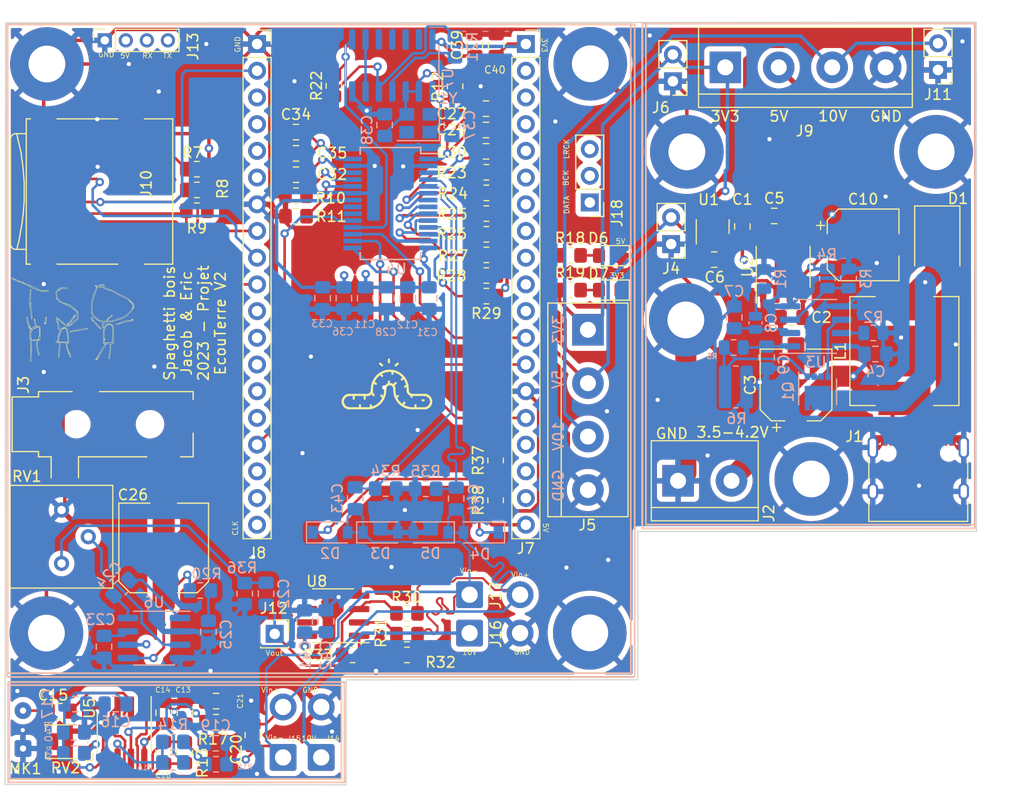
<source format=kicad_pcb>
(kicad_pcb (version 20211014) (generator pcbnew)
  (layers (0 "F.Cu" signal) (1 "In1.Cu" signal) (2 "In2.Cu" signal) (31 "B.Cu" signal) (34 "B.Paste" user) (35 "F.Paste" user) (36 "B.SilkS" user "B.Silkscreen") (37 "F.SilkS" user "F.Silkscreen") (38 "B.Mask" user) (39 "F.Mask" user) (44 "Edge.Cuts" user))
  (net 0 "")
  (net 1 "3.5V-4.2V")
  (net 2 "GND")
  (net 3 "Net-(D1-Pad2)")
  (net 4 "Net-(C27-Pad1)")
  (net 5 "VCOM")
  (net 6 "Net-(C32-Pad1)")
  (net 7 "Net-(C34-Pad2)")
  (net 8 "Net-(C37-Pad1)")
  (net 9 "Net-(C38-Pad1)")
  (net 10 "Net-(R10-Pad1)")
  (net 11 "Net-(R11-Pad1)")
  (net 12 "Net-(R21-Pad1)")
  (net 13 "Net-(R21-Pad2)")
  (net 14 "/ESP-32/EN")
  (net 15 "/ESP-32/SP")
  (net 16 "/ESP-32/SM")
  (net 17 "/ESP-32/G34")
  (net 18 "/ESP-32/G35")
  (net 19 "/ESP-32/G32")
  (net 20 "/ESP-32/G23")
  (net 21 "/ESP-32/G25")
  (net 22 "/ESP-32/G26")
  (net 23 "/ESP-32/G27")
  (net 24 "/ESP-32/SD2{slash}RX1")
  (net 25 "/ESP-32/SD3{slash}TX1")
  (net 26 "/ESP-32/CMD")
  (net 27 "/ESP-32/G22")
  (net 28 "/ESP-32/TX0")
  (net 29 "/ESP-32/RX0")
  (net 30 "/ESP-32/G21")
  (net 31 "/ESP-32/G23{slash}MOSI")
  (net 32 "/ESP-32/G19{slash}MISO")
  (net 33 "/ESP-32/G18{slash}SCK")
  (net 34 "/ESP-32/G17{slash}TX2")
  (net 35 "/ESP-32/G16{slash}RX2")
  (net 36 "/ESP-32/G4")
  (net 37 "/ESP-32/G0")
  (net 38 "/ESP-32/G2")
  (net 39 "/ESP-32/SD1")
  (net 40 "/ESP-32/SD0")
  (net 41 "/ESP-32/CLK")
  (net 42 "Net-(Q1-Pad1)")
  (net 43 "Net-(Q1-Pad4)")
  (net 44 "Net-(R2-Pad1)")
  (net 45 "Net-(R3-Pad1)")
  (net 46 "/ESP-32/G5{slash}CS")
  (net 47 "Net-(C7-Pad1)")
  (net 48 "Net-(C8-Pad2)")
  (net 49 "Net-(C9-Pad1)")
  (net 52 "10V")
  (net 53 "Net-(C15-Pad1)")
  (net 54 "Net-(C15-Pad2)")
  (net 55 "Net-(C16-Pad2)")
  (net 56 "Net-(C18-Pad2)")
  (net 57 "5V")
  (net 58 "Net-(R14-Pad2)")
  (net 59 "Net-(R16-Pad2)")
  (net 60 "3V3")
  (net 61 "Vin-")
  (net 62 "Vin+")
  (net 63 "Net-(D6-Pad2)")
  (net 64 "Net-(D7-Pad2)")
  (net 73 "Net-(C22-Pad2)")
  (net 74 "Net-(C23-Pad2)")
  (net 75 "Net-(C24-Pad1)")
  (net 76 "Net-(C24-Pad2)")
  (net 77 "Net-(C25-Pad1)")
  (net 78 "Net-(C26-Pad1)")
  (net 79 "Net-(C26-Pad2)")
  (net 80 "Net-(RV1-Pad2)")
  (net 81 "SCKL")
  (net 82 "DATA")
  (net 83 "BCK")
  (net 84 "LRCK")
  (net 85 "RST")
  (net 88 "Net-(U7-Pad6)")
  (net 93 "Net-(R23-Pad2)")
  (net 94 "Net-(R24-Pad2)")
  (net 95 "Net-(R25-Pad2)")
  (net 96 "Net-(R26-Pad2)")
  (net 97 "Net-(R27-Pad2)")
  (net 98 "Net-(R28-Pad2)")
  (net 99 "Net-(R29-Pad2)")
  (net 100 "Vout")
  (net 101 "2V5")
  (net 102 "Net-(R30-Pad2)")
  (net 103 "Net-(R31-Pad2)")
  (net 107 "VinA-")
  (net 108 "VinA+")
  (footprint "Resistor_SMD:R_0805_2012Metric_Pad1.20x1.40mm_HandSolder" (layer "F.Cu") (at 141.475 72.4 90)
    (fp_text reference "R22")
    (fp_text value "10k")
  )
  (footprint "Capacitor_SMD:C_0805_2012Metric_Pad1.18x1.45mm_HandSolder" (layer "F.Cu") (at 127.325 132.025 -90)
    (fp_text reference "C13")
    (fp_text value "1uF")
  )
  (footprint "Resistor_SMD:R_0805_2012Metric_Pad1.20x1.40mm_HandSolder" (layer "F.Cu") (at 155.97 86.52 180)
    (fp_text reference "R26")
    (fp_text value "10k")
  )
  (footprint "Capacitor_SMD:C_0805_2012Metric_Pad1.18x1.45mm_HandSolder" (layer "F.Cu") (at 137.875 78.825 180)
    (fp_text reference "C35")
    (fp_text value "10uF")
  )
  (footprint "Resistor_SMD:R_0805_2012Metric_Pad1.20x1.40mm_HandSolder" (layer "F.Cu") (at 163.925 91.825)
    (fp_text reference "R19")
    (fp_text value "330")
  )
  (footprint "LED_SMD:LED_0805_2012Metric_Pad1.15x1.40mm_HandSolder" (layer "F.Cu") (at 167.7 91.825 180)
    (fp_text reference "D7")
    (fp_text value "DEL_3V3")
  )
  (footprint "Capacitor_SMD:C_0805_2012Metric_Pad1.18x1.45mm_HandSolder" (layer "F.Cu") (at 125.3 135.825 90)
    (fp_text reference "C18")
    (fp_text value "10pF")
  )
  (footprint "Capacitor_SMD:C_0805_2012Metric_Pad1.18x1.45mm_HandSolder" (layer "F.Cu") (at 155.94 76.6 180)
    (fp_text reference "C29")
    (fp_text value "0.1uF")
  )
  (footprint "Capacitor_SMD:C_0805_2012Metric_Pad1.18x1.45mm_HandSolder" (layer "F.Cu") (at 125.3 132.025 -90)
    (fp_text reference "C14")
    (fp_text value "0.1uF")
  )
  (footprint "Package_TO_SOT_SMD:SOT-23" (layer "F.Cu") (at 177.48 85.7775 90)
    (fp_text reference "U1")
    (fp_text value "TS3480CX33RFG")
  )
  (footprint "Connector_Wire:SolderWire-0.1sqmm_1x02_P3.6mm_D0.4mm_OD1mm" (layer "F.Cu") (at 111.925 135.425 90)
    (fp_text reference "MK1")
    (fp_text value "Micro")
  )
  (footprint "Connector_PinHeader_2.54mm:PinHeader_1x02_P2.54mm_Vertical" (layer "F.Cu") (at 173.53 87.4525 180)
    (fp_text reference "J4")
    (fp_text value "Test_5V")
  )
  (footprint "" (layer "F.Cu") (at 198.725 78.675)
    (fp_text reference "")
    (fp_text value "")
  )
  (footprint "Diode_SMD:D_SMB" (layer "F.Cu") (at 198.83 87.3775 -90)
    (fp_text reference "D1")
    (fp_text value "MCCSK54B-LTP")
  )
  (footprint "Connector_Wire:SolderWire-0.75sqmm_1x02_P4.8mm_D1.25mm_OD2.3mm" (layer "F.Cu") (at 136.65 136.275 90)
    (fp_text reference "J15")
    (fp_text value "Conn_Audio_Diff")
  )
  (footprint "Resistor_SMD:R_0805_2012Metric_Pad1.20x1.40mm_HandSolder" (layer "F.Cu") (at 163.925 88.525)
    (fp_text reference "R18")
    (fp_text value "470")
  )
  (footprint "" (layer "F.Cu") (at 174.93 94.6625)
    (fp_text reference "")
    (fp_text value "")
  )
  (footprint "Connector_Wire:SolderWire-0.75sqmm_1x02_P4.8mm_D1.25mm_OD2.3mm" (layer "F.Cu") (at 140.275 136.275 90)
    (fp_text reference "J14")
    (fp_text value "Conn_Audio_Alim")
  )
  (footprint "Capacitor_SMD:C_0805_2012Metric_Pad1.18x1.45mm_HandSolder" (layer "F.Cu") (at 155.94 78.63)
    (fp_text reference "C30")
    (fp_text value "0.1uF")
  )
  (footprint "" (layer "F.Cu") (at 114.2 70.325)
    (fp_text reference "")
    (fp_text value "")
  )
  (footprint "Potentiometer_SMD:Potentiometer_Bourns_TC33X_Vertical" (layer "F.Cu") (at 115.975 134.775 180)
    (fp_text reference "RV2")
    (fp_text value "100k")
  )
  (footprint "Package_SO:SOIC-8_3.9x4.9mm_P1.27mm" (layer "F.Cu") (at 121.55 133.925 -90)
    (fp_text reference "U5")
    (fp_text value "OPA1656")
  )
  (footprint "Capacitor_SMD:C_0805_2012Metric_Pad1.18x1.45mm_HandSolder" (layer "F.Cu") (at 133.775 134.15 -90)
    (fp_text reference "C20")
    (fp_text value "22nF")
  )
  (footprint "Connector_Wire:SolderWire-0.75sqmm_1x02_P4.8mm_D1.25mm_OD2.3mm" (layer "F.Cu") (at 154.375 124.45)
    (fp_text reference "J16")
    (fp_text value "Conn_Main_Alim")
  )
  (footprint "Connector_Wire:SolderWire-0.75sqmm_1x02_P4.8mm_D1.25mm_OD2.3mm" (layer "F.Cu") (at 154.375 120.8)
    (fp_text reference "J17")
    (fp_text value "Conn_Main_Diff")
  )
  (footprint "Connector_PinSocket_2.54mm:PinSocket_1x19_P2.54mm_Vertical" (layer "F.Cu") (at 134.175 68.425)
    (fp_text reference "J8")
    (fp_text value "Conn_ESP")
  )
  (footprint "Connector_USB:USB_C_Receptacle_HRO_TYPE-C-31-M-12" (layer "F.Cu") (at 197.025 109.925)
    (fp_text reference "J1")
    (fp_text value "USB_C_Receptacle_USB2.0")
  )
  (footprint "Resistor_SMD:R_0805_2012Metric_Pad1.20x1.40mm_HandSolder" (layer "F.Cu") (at 155.97 82.58 180)
    (fp_text reference "R24")
    (fp_text value "10k")
  )
  (footprint "Resistor_SMD:R_0805_2012Metric_Pad1.20x1.40mm_HandSolder" (layer "F.Cu") (at 128.45 80.325 180)
    (fp_text reference "R7")
    (fp_text value "10k")
  )
  (footprint "Resistor_SMD:R_0805_2012Metric_Pad1.20x1.40mm_HandSolder" (layer "F.Cu") (at 137.875 82.85 180)
    (fp_text reference "R10")
    (fp_text value "10k")
  )
  (footprint "Connector_PinSocket_2.54mm:PinSocket_1x19_P2.54mm_Vertical" (layer "F.Cu") (at 159.725 68.425)
    (fp_text reference "J7")
    (fp_text value "Conn_ESP")
  )
  (footprint "Package_SO:SO-8_3.9x4.9mm_P1.27mm" (layer "F.Cu") (at 184.18 89.6025 90)
    (fp_text reference "U2")
    (fp_text value "MC33269")
  )
  (footprint "Potentiometer_THT:Potentiometer_Bourns_3386P_Vertical" (layer "F.Cu") (at 115.59 117.825)
    (fp_text reference "RV1")
    (fp_text value "10k")
  )
  (footprint "Resistor_SMD:R_0805_2012Metric_Pad1.20x1.40mm_HandSolder" (layer "F.Cu") (at 156.85 111.825 90)
    (fp_text reference "R38")
    (fp_text value "10k")
  )
  (footprint "Connector_Audio:Jack_3.5mm_CUI_SJ-3524-SMT_Horizontal" (layer "F.Cu") (at 119.5 104.585 90)
    (fp_text reference "J3")
    (fp_text value "AudioJack4")
  )
  (footprint "TerminalBlock:TerminalBlock_bornier-4_P5.08mm" (layer "F.Cu") (at 178.68 70.64)
    (fp_text reference "J9")
    (fp_text value "Sortie_alim")
  )
  (footprint "" (layer "F.Cu") (at 165.8 124.425)
    (fp_text reference "")
    (fp_text value "")
  )
  (footprint "Capacitor_SMD:C_0805_2012Metric_Pad1.18x1.45mm_HandSolder" (layer "F.Cu") (at 115.4 131.875)
    (fp_text reference "C15")
    (fp_text value "2.2uF")
  )
  (footprint "Resistor_SMD:R_0805_2012Metric_Pad1.20x1.40mm_HandSolder" (layer "F.Cu") (at 127.3 135.825 90)
    (fp_text reference "R13")
    (fp_text value "75k")
  )
  (footprint "LED_SMD:LED_0805_2012Metric_Pad1.15x1.40mm_HandSolder" (layer "F.Cu") (at 167.7 88.55 180)
    (fp_text reference "D6")
    (fp_text value "DEL_5V")
  )
  (footprint "Inductor_SMD:L_Vishay_IHLP-4040" (layer "F.Cu") (at 195.705 97.6275 90)
    (fp_text reference "L1")
    (fp_text value "3.3uH")
  )
  (footprint "" (layer "F.Cu") (at 165.85 70.3)
    (fp_text reference "")
    (fp_text value "")
  )
  (footprint "Connector_PinHeader_2.54mm:PinHeader_1x03_P2.54mm_Vertical" (layer "F.Cu") (at 165.8 83.495 180)
    (fp_text reference "J18")
    (fp_text value "Conn_01x03_Male")
  )
  (footprint "TerminalBlock:TerminalBlock_bornier-2_P5.08mm" (layer "F.Cu") (at 174.19 109.965)
    (fp_text reference "J2")
    (fp_text value "Pile")
  )
  (footprint "Connector_PinHeader_2.54mm:PinHeader_1x02_P2.54mm_Vertical" (layer "F.Cu") (at 173.7 71.965 180)
    (fp_text reference "J6")
    (fp_text value "Test_3V3")
  )
  (footprint "Capacitor_SMD:C_0805_2012Metric_Pad1.18x1.45mm_HandSolder" (layer "F.Cu") (at 155.93 74.57)
    (fp_text reference "C27")
    (fp_text value "10uF")
  )
  (footprint "Resistor_SMD:R_0805_2012Metric_Pad1.20x1.40mm_HandSolder" (layer "F.Cu") (at 130.275 132.925)
    (fp_text reference "R17")
    (fp_text value "120")
  )
  (footprint "Resistor_SMD:R_0805_2012Metric_Pad1.20x1.40mm_HandSolder" (layer "F.Cu") (at 156.85 108.025 90)
    (fp_text reference "R37")
    (fp_text value "10k")
  )
  (footprint "Capacitor_SMD:C_0805_2012Metric_Pad1.18x1.45mm_HandSolder" (layer "F.Cu") (at 156.9 68.525 90)
    (fp_text reference "C40")
    (fp_text value "0.1uF")
  )
  (footprint "Resistor_SMD:R_0805_2012Metric_Pad1.20x1.40mm_HandSolder" (layer "F.Cu") (at 143.25 126.525)
    (fp_text reference "R33")
    (fp_text value "10k")
  )
  (footprint "Resistor_SMD:R_0805_2012Metric_Pad1.20x1.40mm_HandSolder" (layer "F.Cu") (at 153 72.45 90)
    (fp_text reference "R12")
    (fp_text value "1M")
  )
  (footprint "TerminalBlock:TerminalBlock_bornier-4_P5.08mm" (layer "F.Cu") (at 165.625 95.6 -90)
    (fp_text reference "J5")
    (fp_text value "Conn_Alim")
  )
  (footprint "Capacitor_SMD:C_0805_2012Metric_Pad1.18x1.45mm_HandSolder" (layer "F.Cu") (at 183.33 84.7775)
    (fp_text reference "C5")
    (fp_text value "10u")
  )
  (footprint "Resistor_SMD:R_0805_2012Metric_Pad1.20x1.40mm_HandSolder" (layer "F.Cu") (at 128.45 82.3 180)
    (fp_text reference "R8")
    (fp_text value "10k")
  )
  (footprint "Resistor_SMD:R_0805_2012Metric_Pad1.20x1.40mm_HandSolder" (layer "F.Cu") (at 155.97 80.62 180)
    (fp_text reference "R23")
    (fp_text value "10k")
  )
  (footprint "" (layer "F.Cu") (at 186.855 109.79)
    (fp_text reference "")
    (fp_text value "")
  )
  (footprint "Capacitor_SMD:CP_Elec_6.3x9.9" (layer "F.Cu") (at 185.405 100.8525 90)
    (fp_text reference "C3")
    (fp_text value "180uF")
  )
  (footprint "Resistor_SMD:R_0805_2012Metric_Pad1.20x1.40mm_HandSolder" (layer "F.Cu") (at 148.425 122.575 180)
    (fp_text reference "R30")
    (fp_text value "10k")
  )
  (footprint "Resistor_SMD:R_0805_2012Metric_Pad1.20x1.40mm_HandSolder" (layer "F.Cu") (at 148.425 124.55 180)
    (fp_text reference "R31")
    (fp_text value "10k")
  )
  (footprint "Resistor_SMD:R_0805_2012Metric_Pad1.20x1.40mm_HandSolder" (layer "F.Cu") (at 155.97 88.48 180)
    (fp_text reference "R27")
    (fp_text value "10k")
  )
  (footprint "Package_SO:SOIC-8_3.9x4.9mm_P1.27mm" (layer "F.Cu") (at 141.4 122.8 180)
    (fp_text reference "U8")
    (fp_text value "OPA1656")
  )
  (footprint "Connector_Card:microSD_HC_Wuerth_693072010801" (layer "F.Cu") (at 118.0475 82.45 90)
    (fp_text reference "J10")
    (fp_text value "Micro_SD_Card")
  )
  (footprint "Resistor_SMD:R_0805_2012Metric_Pad1.20x1.40mm_HandSolder" (layer "F.Cu") (at 155.97 90.44 180)
    (fp_text reference "R28")
    (fp_text value "10k")
  )
  (footprint "Resistor_SMD:R_0805_2012Metric_Pad1.20x1.40mm_HandSolder" (layer "F.Cu") (at 148.425 126.525 180)
    (fp_text reference "R32")
    (fp_text value "10k")
  )
  (footprint "Capacitor_SMD:C_0805_2012Metric_Pad1.18x1.45mm_HandSolder" (layer "F.Cu") (at 137.875 76.8)
    (fp_text reference "C34")
    (fp_text value "0.1uF")
  )
  (footprint "Capacitor_SMD:CP_Elec_6.3x9.9" (layer "F.Cu") (at 191.78 87.5275)
    (fp_text reference "C10")
    (fp_text value "180uF")
  )
  (footprint "Capacitor_SMD:C_0805_2012Metric_Pad1.18x1.45mm_HandSolder" (layer "F.Cu") (at 177.63 88.9275)
    (fp_text reference "C6")
    (fp_text value "10u")
  )
  (footprint "Resistor_SMD:R_0805_2012Metric_Pad1.20x1.40mm_HandSolder" (layer "F.Cu") (at 155.97 84.55 180)
    (fp_text reference "R25")
    (fp_text value "10k")
  )
  (footprint "Connector_PinHeader_2.54mm:PinHeader_1x02_P2.54mm_Vertical" (layer "F.Cu") (at 198.9 70.89 180)
    (fp_text reference "J11")
    (fp_text value "Test_10V")
  )
  (footprint "Connector_PinSocket_2.54mm:PinSocket_1x01_P2.54mm_Vertical" (layer "F.Cu") (at 135.85 124.525)
    (fp_text reference "J12")
    (fp_text value "Conn_01x01_Male")
  )
  (footprint "Resistor_SMD:R_0805_2012Metric_Pad1.20x1.40mm_HandSolder" (layer "F.Cu") (at 128.45 84.275 180)
    (fp_text reference "R9")
    (fp_text value "10k")
  )
  (footprint "Capacitor_SMD:C_0805_2012Metric_Pad1.18x1.45mm_HandSolder" (layer "F.Cu") (at 137.88 80.85 180)
    (fp_text reference "C32")
    (fp_text value "0.1uF")
  )
  (footprint "Capacitor_SMD:C_0805_2012Metric_Pad1.18x1.45mm_HandSolder" (layer "F.Cu") (at 154.875 68.525 90)
    (fp_text reference "C39")
    (fp_text value "1uF")
  )
  (footprint "Capacitor_SMD:C_0805_2012Metric_Pad1.18x1.45mm_HandSolder" (layer "F.Cu") (at 180.305 85.7775 90)
    (fp_text reference "C1")
    (fp_text value "10u")
  )
  (footprint "Capacitor_SMD:C_0805_2012Metric_Pad1.18x1.45mm_HandSolder" (layer "F.Cu") (at 184.98 94.4275 180)
    (fp_text reference "C2")
    (fp_text value "10u")
  )
  (footprint "Resistor_SMD:R_0805_2012Metric_Pad1.20x1.40mm_HandSolder" (layer "F.Cu") (at 137.875 84.8 180)
    (fp_text reference "R11")
    (fp_text value "10k")
  )
  (footprint "Capacitor_SMD:C_0805_2012Metric_Pad1.18x1.45mm_HandSolder" (layer "F.Cu") (at 130.275 130.925)
    (fp_text reference "C21")
    (fp_text value "0.022uF")
  )
  (footprint "" (layer "F.Cu") (at 175.025 78.675)
    (fp_text reference "")
    (fp_text value "")
  )
  (footprint "Connector_PinSocket_2.00mm:PinSocket_1x04_P2.00mm_Vertical" (layer "F.Cu") (at 119.7 68.075 90)
    (fp_text reference "J13")
    (fp_text value "Conn_GPS")
  )
  (footprint "Capacitor_SMD:C_Elec_8x10.2" (layer "F.Cu") (at 125.3 116.35 90)
    (fp_text reference "C26")
    (fp_text value "470uF")
  )
  (footprint "" (layer "F.Cu") (at 114.15 124.45)
    (fp_text reference "")
    (fp_text value "")
  )
  (footprint "Resistor_SMD:R_0805_2012Metric_Pad1.20x1.40mm_HandSolder" (layer "F.Cu") (at 155.97 92.4 180)
    (fp_text reference "R29")
    (fp_text value "10k")
  )
  (footprint "Capacitor_SMD:C_0805_2012Metric_Pad1.18x1.45mm_HandSolder" (layer "B.Cu") (at 121.275 120.125 -135)
    (fp_text reference "C24")
    (fp_text value "10pF")
  )
  (footprint "Capacitor_SMD:C_0805_2012Metric_Pad1.18x1.45mm_HandSolder" (layer "B.Cu") (at 130.25 134.925 180)
    (fp_text reference "C19")
    (fp_text value "0.022uF")
  )
  (footprint "Crystal:Crystal_SMD_3225-4Pin_3.2x2.5mm" (layer "B.Cu") (at 149.500001 75.963604 180)
    (fp_text reference "Y1")
    (fp_text value "7V-22.5792MAHV-T")
  )
  (footprint "Capacitor_SMD:C_0805_2012Metric_Pad1.18x1.45mm_HandSolder" (layer "B.Cu") (at 192.955 97.9025)
    (fp_text reference "C4")
    (fp_text value "0.1uF")
  )
  (footprint "Resistor_SMD:R_0805_2012Metric_Pad1.20x1.40mm_HandSolder" (layer "B.Cu") (at 116.75 133.9)
    (fp_text reference "R40")
    (fp_text value "1.25k")
  )
  (footprint "Capacitor_SMD:C_0805_2012Metric_Pad1.18x1.45mm_HandSolder" (layer "B.Cu") (at 152.700001 76.138604 90)
    (fp_text reference "C37")
    (fp_text value "20pF")
  )
  (footprint "Resistor_SMD:R_0805_2012Metric_Pad1.20x1.40mm_HandSolder" (layer "B.Cu") (at 150.2 110.725 180)
    (fp_text reference "R35")
    (fp_text value "2.2k")
  )
  (footprint "Diode_SMD:D_SOD-123" (layer "B.Cu") (at 155.45 114.875 180)
    (fp_text reference "D4")
    (fp_text value "D_Z_2V4")
  )
  (footprint "Capacitor_SMD:C_0805_2012Metric_Pad1.18x1.45mm_HandSolder" (layer "B.Cu") (at 119.625 125.75 90)
    (fp_text reference "C23")
    (fp_text value "10uF")
  )
  (footprint "Capacitor_SMD:C_0805_2012Metric_Pad1.18x1.45mm_HandSolder" (layer "B.Cu") (at 140.725 123.325 -90)
    (fp_text reference "C42")
    (fp_text value "0.1uF")
  )
  (footprint "Capacitor_SMD:C_0805_2012Metric_Pad1.18x1.45mm_HandSolder" (layer "B.Cu") (at 182.605 98.2375 -90)
    (fp_text reference "C9")
    (fp_text value "10pF")
  )
  (footprint "Resistor_SMD:R_0805_2012Metric_Pad1.20x1.40mm_HandSolder" (layer "B.Cu") (at 130.275 136.925)
    (fp_text reference "R15")
    (fp_text value "120")
  )
  (footprint "Resistor_SMD:R_0805_2012Metric" (layer "B.Cu") (at 179.48 97.2875 180)
    (fp_text reference "R5")
    (fp_text value "100")
  )
  (footprint "Resistor_SMD:R_0805_2012Metric_Pad1.20x1.40mm_HandSolder" (layer "B.Cu") (at 133 120.7 90)
    (fp_text reference "R36")
    (fp_text value "680")
  )
  (footprint "Capacitor_SMD:C_0805_2012Metric_Pad1.18x1.45mm_HandSolder" (layer "B.Cu") (at 144.45 92.6 -90)
    (fp_text reference "C11")
    (fp_text value "1uF")
  )
  (footprint "Capacitor_SMD:C_0805_2012Metric_Pad1.18x1.45mm_HandSolder" (layer "B.Cu") (at 135.025 120.7 90)
    (fp_text reference "C22")
    (fp_text value "3.3uF")
  )
  (footprint "Capacitor_SMD:C_0805_2012Metric_Pad1.18x1.45mm_HandSolder" (layer "B.Cu") (at 153.1 111.65 -90)
    (fp_text reference "C44")
    (fp_text value "1uF")
  )
  (footprint "Package_SO:SOIC-14_3.9x8.7mm_P1.27mm" (layer "B.Cu") (at 147.025001 70.463604 90)
    (fp_text reference "U7")
    (fp_text value "74LVT04")
  )
  (footprint "Capacitor_SMD:C_0805_2012Metric_Pad1.18x1.45mm_HandSolder" (layer "B.Cu") (at 143.5 111.625 -90)
    (fp_text reference "C43")
    (fp_text value "1uF")
  )
  (footprint "Capacitor_SMD:C_0805_2012Metric_Pad1.18x1.45mm_HandSolder" (layer "B.Cu") (at 142.425 92.6 -90)
    (fp_text reference "C36")
    (fp_text value "10uF")
  )
  (footprint "Package_SO:SOIC-8_3.9x4.9mm_P1.27mm" (layer "B.Cu") (at 187.305 95.2775)
    (fp_text reference "U3")
    (fp_text value "LM3478")
  )
  (footprint "Capacitor_SMD:C_0805_2012Metric_Pad1.18x1.45mm_HandSolder" (layer "B.Cu") (at 129.55 124.325 -90)
    (fp_text reference "C25")
    (fp_text value "0.047uF")
  )
  (footprint "Package_SO:SSOP-28_5.3x10.2mm_P0.65mm" (layer "B.Cu") (at 146.850001 83.588604 180)
    (fp_text reference "U4")
    (fp_text value "PCM1804")
  )
  (footprint "Capacitor_SMD:C_0805_2012Metric_Pad1.18x1.45mm_HandSolder" (layer "B.Cu") (at 140.4 92.6 -90)
    (fp_text reference "C33")
    (fp_text value "0.1uF")
  )
  (footprint "Resistor_SMD:R_0805_2012Metric" (layer "B.Cu") (at 182.355 90.7775 90)
    (fp_text reference "R1")
    (fp_text value "2.2k")
  )
  (footprint "Capacitor_SMD:C_0805_2012Metric_Pad1.18x1.45mm_HandSolder" (layer "B.Cu") (at 146.300001 76.138604 90)
    (fp_text reference "C38")
    (fp_text value "20pF")
  )
  (footprint "Resistor_SMD:R_0805_2012Metric_Pad1.20x1.40mm_HandSolder" (layer "B.Cu") (at 126.175 134.8 180)
    (fp_text reference "R14")
    (fp_text value "47k")
  )
  (footprint "Diode_SMD:D_SOD-123" (layer "B.Cu") (at 150.675 114.875 180)
    (fp_text reference "D5")
    (fp_text value "D_Z_2V4")
  )
  (footprint "Capacitor_SMD:C_0805_2012Metric_Pad1.18x1.45mm_HandSolder" (layer "B.Cu") (at 138.7 123.325 -90)
    (fp_text reference "C41")
    (fp_text value "1uF")
  )
  (footprint "Capacitor_SMD:C_0504_1310Metric_Pad0.83x1.28mm_HandSolder" (layer "B.Cu") (at 181.55 94.94 90)
    (fp_text reference "C8")
    (fp_text value "56nF")
  )
  (footprint "Resistor_SMD:R_0805_2012Metric_Pad1.20x1.40mm_HandSolder" (layer "B.Cu") (at 128.775 120.4)
    (fp_text reference "R20")
    (fp_text value "10")
  )
  (footprint "Resistor_SMD:R_0805_2012Metric" (layer "B.Cu") (at 190.405 90.7275 90)
    (fp_text reference "R3")
    (fp_text value "1000")
  )
  (footprint "Capacitor_SMD:C_0805_2012Metric_Pad1.18x1.45mm_HandSolder" (layer "B.Cu") (at 148.5 92.6 -90)
    (fp_text reference "C12")
    (fp_text value "1uF")
  )
  (footprint "Package_SO:SOIC-8_3.9x4.9mm_P1.27mm" (layer "B.Cu") (at 124.375 124.925 180)
    (fp_text reference "U6")
    (fp_text value "LM386")
  )
  (footprint "Diode_SMD:D_SOD-123" (layer "B.Cu") (at 141.125 114.875)
    (fp_text reference "D2")
    (fp_text value "D_Z_2V4")
  )
  (footprint "Resistor_SMD:R_0815_2038Metric_Pad1.20x4.05mm_HandSolder" (layer "B.Cu") (at 179.68 101.0375 180)
    (fp_text reference "R6")
    (fp_text value "8m")
  )
  (footprint "Package_SON:VSON-8_3.3x3.3mm_P0.65mm_NexFET" (layer "B.Cu") (at 187.455 101.5025 -90)
    (fp_text reference "Q1")
    (fp_text value "CSD16327Q3")
  )
  (footprint "Resistor_SMD:R_0805_2012Metric_Pad1.20x1.40mm_HandSolder" (layer "B.Cu") (at 116.75 135.9 180)
    (fp_text reference "R39")
    (fp_text value "9.1k")
  )
  (footprint "Resistor_SMD:R_0805_2012Metric" (layer "B.Cu") (at 192.755 95.9025)
    (fp_text reference "R2")
    (fp_text value "27k")
  )
  (footprint "Resistor_SMD:R_0805_2012Metric_Pad1.20x1.40mm_HandSolder" (layer "B.Cu") (at 146.4 110.7 180)
    (fp_text reference "R34")
    (fp_text value "2.2k")
  )
  (footprint "Capacitor_SMD:C_0805_2012Metric_Pad1.18x1.45mm_HandSolder" (layer "B.Cu") (at 179.53 94.4275 90)
    (fp_text reference "C7")
    (fp_text value "3300pF")
  )
  (footprint "Capacitor_SMD:C_0805_2012Metric_Pad1.18x1.45mm_HandSolder" (layer "B.Cu") (at 120.725 131.2)
    (fp_text reference "C16")
    (fp_text value "1uF")
  )
  (footprint "Capacitor_SMD:C_0805_2012Metric_Pad1.18x1.45mm_HandSolder" (layer "B.Cu") (at 116.9 131.2 180)
    (fp_text reference "C17")
    (fp_text value "0.1uF")
  )
  (footprint "Resistor_SMD:R_0805_2012Metric" (layer "B.Cu") (at 188.38 90.7275 90)
    (fp_text reference "R4")
    (fp_text value "6.8k")
  )
  (footprint "Resistor_SMD:R_0805_2012Metric_Pad1.20x1.40mm_HandSolder" (layer "B.Cu") (at 152.975001 68.688604 90)
    (fp_text reference "R21")
    (fp_text value "1k")
  )
  (footprint "Resistor_SMD:R_0805_2012Metric_Pad1.20x1.40mm_HandSolder" (layer "B.Cu") (at 126.175 136.75)
    (fp_text reference "R16")
    (fp_text value "47k")
  )
  (footprint "Diode_SMD:D_SOD-123" (layer "B.Cu") (at 145.9 114.875)
    (fp_text reference "D3")
    (fp_text value "D_Z_2V4")
  )
  (footprint "Capacitor_SMD:C_0805_2012Metric_Pad1.18x1.45mm_HandSolder" (layer "B.Cu") (at 146.475 92.6 -90)
    (fp_text reference "C28")
    (fp_text value "10uF")
  )
  (footprint "Capacitor_SMD:C_0805_2012Metric_Pad1.18x1.45mm_HandSolder" (layer "B.Cu") (at 150.525 92.6 -90)
    (fp_text reference "C31")
    (fp_text value "0.1uF")
  )
  (gr_rect (start 202.39 66.47) (end 171.13 114.14) (layer "B.SilkS") (width 0.15) (fill none))
  (gr_rect (start 142.19 138.3) (end 110.59 129.4) (layer "B.SilkS") (width 0.15) (fill none))
  (gr_rect (start 110.46 66.55) (end 169.69 128.26) (layer "B.SilkS") (width 0.15) (fill none))
  (gr_rect (start 110.52 129.12) (end 142.49 138.65) (layer "B.SilkS") (width 0.15) (fill none))
  (gr_rect (start 170.82 114.49) (end 202.39 66.47) (layer "B.SilkS") (width 0.15) (fill none))
  (gr_rect (start 170.06 128.61) (end 110.42 66.55) (layer "B.SilkS") (width 0.15) (fill none))
  (gr_line (start 113.238677 95.374153) (end 113.23469 95.376482) (layer "F.SilkS") (width 0.026458))
  (gr_line (start 150.211445 101.808709) (end 150.241948 101.815814) (layer "F.SilkS") (width 0.203905))
  (gr_line (start 118.862597 98.419481) (end 118.860719 98.427725) (layer "F.SilkS") (width 0.026458))
  (gr_line (start 115.51186 95.76873) (end 115.495487 95.808102) (layer "F.SilkS") (width 0.026458))
  (gr_line (start 116.356569 93.250639) (end 116.351989 93.24889) (layer "F.SilkS") (width 0.026458))
  (gr_line (start 112.650498 93.236203) (end 112.66349 93.453294) (layer "F.SilkS") (width 0.026458))
  (gr_line (start 116.952544 95.642853) (end 116.972255 95.662564) (layer "F.SilkS") (width 0.026458))
  (gr_line (start 116.21055 95.12527) (end 116.212901 95.121898) (layer "F.SilkS") (width 0.026458))
  (gr_line (start 112.629088 95.422668) (end 112.626398 95.418793) (layer "F.SilkS") (width 0.026458))
  (gr_line (start 116.390691 93.259933) (end 116.384619 93.257151) (layer "F.SilkS") (width 0.026458))
  (gr_line (start 117.175112 94.082949) (end 117.14606 93.999632) (layer "F.SilkS") (width 0.026458))
  (gr_line (start 119.217495 95.349962) (end 119.209539 95.342422) (layer "F.SilkS") (width 0.026458))
  (gr_line (start 145.502332 100.114922) (end 145.555197 100.053757) (layer "F.SilkS") (width 0.203905))
  (gr_line (start 114.102597 94.426412) (end 114.099832 94.432931) (layer "F.SilkS") (width 0.026458))
  (gr_line (start 112.661505 97.898293) (end 112.661505 97.898293) (layer "F.SilkS") (width 0.026458))
  (gr_line (start 112.577101 91.495409) (end 112.578563 91.497139) (layer "F.SilkS") (width 0.026458))
  (gr_line (start 113.223636 91.64775) (end 113.170329 91.621626) (layer "F.SilkS") (width 0.026458))
  (gr_line (start 114.039618 95.037316) (end 114.044913 95.034198) (layer "F.SilkS") (width 0.026458))
  (gr_line (start 115.670447 94.861319) (end 115.662039 94.855873) (layer "F.SilkS") (width 0.026458))
  (gr_line (start 121.461361 92.498889) (end 121.445104 92.490059) (layer "F.SilkS") (width 0.026458))
  (gr_line (start 116.787397 94.414323) (end 116.790938 94.409534) (layer "F.SilkS") (width 0.026458))
  (gr_line (start 118.955863 91.52546) (end 118.955863 91.52546) (layer "F.SilkS") (width 0.026458))
  (gr_line (start 112.671993 97.300851) (end 112.670369 97.255435) (layer "F.SilkS") (width 0.026458))
  (gr_line (start 112.444299 95.26607) (end 112.450514 95.29571) (layer "F.SilkS") (width 0.026458))
  (gr_line (start 110.971033 90.787164) (end 110.986904 90.79438) (layer "F.SilkS") (width 0.026458))
  (gr_line (start 116.445893 95.811128) (end 116.483067 95.825389) (layer "F.SilkS") (width 0.026458))
  (gr_line (start 113.2031 91.77116) (end 113.224101 91.780159) (layer "F.SilkS") (width 0.026458))
  (gr_line (start 142.923149 103.067458) (end 142.891131 103.065001) (layer "F.SilkS") (width 0.203905))
  (gr_line (start 120.072299 98.348085) (end 120.072299 98.348085) (layer "F.SilkS") (width 0.026458))
  (gr_line (start 118.980531 94.573342) (end 118.984111 94.580199) (layer "F.SilkS") (width 0.026458))
  (gr_line (start 120.286467 94.387792) (end 120.273996 94.397734) (layer "F.SilkS") (width 0.026458))
  (gr_line (start 144.843237 101.75227) (end 144.862091 101.742526) (layer "F.SilkS") (width 0.203905))
  (gr_line (start 115.789388 96.764629) (end 115.923235 96.773424) (layer "F.SilkS") (width 0.026458))
  (gr_line (start 115.111135 92.615688) (end 115.112681 92.616452) (layer "F.SilkS") (width 0.026458))
  (gr_line (start 119.097008 98.00798) (end 119.091519 98.018448) (layer "F.SilkS") (width 0.026458))
  (gr_line (start 148.698091 101.73189) (end 148.716406 101.742517) (layer "F.SilkS") (width 0.203905))
  (gr_line (start 112.684788 97.586112) (end 112.651874 98.051434) (layer "F.SilkS") (width 0.026458))
  (gr_line (start 145.866254 99.783235) (end 146.06065 99.992028) (layer "F.SilkS") (width 0.203906))
  (gr_line (start 116.083705 95.159856) (end 116.037985 95.159856) (layer "F.SilkS") (width 0.026458))
  (gr_line (start 116.328902 97.976996) (end 116.336363 97.998475) (layer "F.SilkS") (width 0.026458))
  (gr_line (start 112.629502 91.530414) (end 112.636708 91.533433) (layer "F.SilkS") (width 0.026458))
  (gr_line (start 119.262541 91.568164) (end 119.262541 91.568164) (layer "F.SilkS") (width 0.026458))
  (gr_line (start 113.497403 96.155165) (end 113.497403 96.155165) (layer "F.SilkS") (width 0.026458))
  (gr_line (start 113.375091 97.897849) (end 113.380701 97.918299) (layer "F.SilkS") (width 0.026458))
  (gr_line (start 119.635736 96.022662) (end 119.635736 96.022662) (layer "F.SilkS") (width 0.026458))
  (gr_line (start 118.936045 91.429575) (end 118.914623 91.425125) (layer "F.SilkS") (width 0.026458))
  (gr_line (start 113.129262 94.995947) (end 113.129262 94.995947) (layer "F.SilkS") (width 0.026458))
  (gr_line (start 118.680406 94.419023) (end 118.680406 94.419023) (layer "F.SilkS") (width 0.026458))
  (gr_line (start 120.180989 95.106939) (end 120.100186 95.107998) (layer "F.SilkS") (width 0.026458))
  (gr_line (start 112.685851 95.574387) (end 112.679833 95.581386) (layer "F.SilkS") (width 0.026458))
  (gr_line (start 114.094652 94.446761) (end 114.092267 94.45396) (layer "F.SilkS") (width 0.026458))
  (gr_line (start 120.392082 91.842763) (end 120.352723 91.825053) (layer "F.SilkS") (width 0.026458))
  (gr_line (start 112.918786 95.492358) (end 112.843856 95.570833) (layer "F.SilkS") (width 0.026458))
  (gr_line (start 115.486751 95.584033) (end 115.47799 95.600814) (layer "F.SilkS") (width 0.026458))
  (gr_line (start 120.359392 94.318288) (end 120.350688 94.327965) (layer "F.SilkS") (width 0.026458))
  (gr_line (start 112.58143 95.804977) (end 112.578635 95.85107) (layer "F.SilkS") (width 0.026458))
  (gr_line (start 115.893549 95.374222) (end 115.870285 95.37517) (layer "F.SilkS") (width 0.026458))
  (gr_line (start 116.211834 97.704866) (end 116.215939 97.713632) (layer "F.SilkS") (width 0.026458))
  (gr_line (start 113.424881 96.595296) (end 113.427765 96.592609) (layer "F.SilkS") (width 0.026458))
  (gr_line (start 116.290826 97.893032) (end 116.292809 97.895309) (layer "F.SilkS") (width 0.026458))
  (gr_line (start 115.847573 93.129162) (end 115.855426 93.131769) (layer "F.SilkS") (width 0.026458))
  (gr_line (start 119.503476 91.303381) (end 119.493643 91.301937) (layer "F.SilkS") (width 0.026458))
  (gr_line (start 116.223159 95.083978) (end 116.223822 95.080391) (layer "F.SilkS") (width 0.026458))
  (gr_line (start 119.682038 96.479677) (end 119.72834 96.505686) (layer "F.SilkS") (width 0.026458))
  (gr_line (start 121.166944 95.023131) (end 121.174075 95.021332) (layer "F.SilkS") (width 0.026458))
  (gr_line (start 113.281201 95.35832) (end 113.268935 95.361275) (layer "F.SilkS") (width 0.026458))
  (gr_line (start 115.575445 94.78412) (end 115.560286 94.770057) (layer "F.SilkS") (width 0.026458))
  (gr_line (start 115.714886 95.00611) (end 115.72891 95.01834) (layer "F.SilkS") (width 0.026458))
  (gr_line (start 115.402403 91.802849) (end 115.402403 91.802849) (layer "F.SilkS") (width 0.026458))
  (gr_line (start 146.358215 101.138157) (end 146.354708 101.162843) (layer "F.SilkS") (width 0.203905))
  (gr_line (start 112.518445 92.695765) (end 112.518445 92.695765) (layer "F.SilkS") (width 0.026458))
  (gr_line (start 113.012739 94.595024) (end 113.011815 94.596089) (layer "F.SilkS") (width 0.026458))
  (gr_line (start 116.253104 95.053288) (end 116.258028 95.051141) (layer "F.SilkS") (width 0.026458))
  (gr_line (start 113.682612 91.984856) (end 113.863401 91.984856) (layer "F.SilkS") (width 0.026458))
  (gr_line (start 115.39744 91.814892) (end 115.398264 91.813918) (layer "F.SilkS") (width 0.026458))
  (gr_line (start 118.853642 98.479911) (end 118.853894 98.480239) (layer "F.SilkS") (width 0.026458))
  (gr_line (start 116.249547 97.841724) (end 116.250126 97.846913) (layer "F.SilkS") (width 0.026458))
  (gr_line (start 122.440319 93.515021) (end 122.440319 93.515021) (layer "F.SilkS") (width 0.026458))
  (gr_line (start 116.754825 93.673929) (end 116.759665 93.676262) (layer "F.SilkS") (width 0.026458))
  (gr_line (start 119.639017 94.875429) (end 119.639017 94.875429) (layer "F.SilkS") (width 0.026458))
  (gr_line (start 118.882822 98.361499) (end 118.87936 98.369402) (layer "F.SilkS") (width 0.026458))
  (gr_line (start 116.242737 95.055207) (end 116.244031 95.054787) (layer "F.SilkS") (width 0.026458))
  (gr_line (start 111.933759 91.202591) (end 111.951255 91.210449) (layer "F.SilkS") (width 0.026458))
  (gr_line (start 144.898144 101.720424) (end 144.915288 101.708122) (layer "F.SilkS") (width 0.203905))
  (gr_line (start 111.510147 91.01759) (end 111.513542 91.019771) (layer "F.SilkS") (width 0.026458))
  (gr_line (start 118.832481 91.416187) (end 118.826099 91.416411) (layer "F.SilkS") (width 0.026458))
  (gr_line (start 115.89911 93.158299) (end 115.900426 93.159383) (layer "F.SilkS") (width 0.026458))
  (gr_line (start 121.169155 94.591319) (end 121.169155 94.591319) (layer "F.SilkS") (width 0.026458))
  (gr_line (start 113.497112 95.849334) (end 113.497112 95.849334) (layer "F.SilkS") (width 0.026458))
  (gr_line (start 113.533095 95.28884) (end 113.496557 95.258519) (layer "F.SilkS") (width 0.026458))
  (gr_line (start 116.681812 93.612705) (end 116.699825 93.62865) (layer "F.SilkS") (width 0.026458))
  (gr_line (start 145.792489 99.835909) (end 145.857822 99.788719) (layer "F.SilkS") (width 0.203905))
  (gr_line (start 112.59798 95.344562) (end 112.597584 95.338812) (layer "F.SilkS") (width 0.026458))
  (gr_line (start 115.512154 91.640238) (end 115.50022 91.642538) (layer "F.SilkS") (width 0.026458))
  (gr_line (start 119.314056 95.543502) (end 119.316146 95.500004) (layer "F.SilkS") (width 0.026458))
  (gr_line (start 146.529581 100.85841) (end 146.510965 100.873111) (layer "F.SilkS") (width 0.203905))
  (gr_line (start 118.567738 94.642232) (end 118.560711 94.632849) (layer "F.SilkS") (width 0.026458))
  (gr_line (start 120.291532 91.801817) (end 120.263895 91.793175) (layer "F.SilkS") (width 0.026458))
  (gr_line (start 118.709857 94.93967) (end 118.797474 95.04382) (layer "F.SilkS") (width 0.026458))
  (gr_line (start 118.893739 91.508606) (end 118.893739 91.508606) (layer "F.SilkS") (width 0.026458))
  (gr_line (start 112.465872 94.961419) (end 112.465872 94.961419) (layer "F.SilkS") (width 0.026458))
  (gr_line (start 119.262541 91.568164) (end 119.08781 91.554961) (layer "F.SilkS") (width 0.026458))
  (gr_line (start 116.241468 95.055714) (end 116.242737 95.055207) (layer "F.SilkS") (width 0.026458))
  (gr_line (start 116.392421 95.186315) (end 116.39413 95.186245) (layer "F.SilkS") (width 0.026458))
  (gr_line (start 150.7116 102.366999) (end 150.714035 102.399312) (layer "F.SilkS") (width 0.203905))
  (gr_line (start 119.88049 96.822149) (end 119.966628 96.82717) (layer "F.SilkS") (width 0.026458))
  (gr_line (start 115.179756 94.490513) (end 115.162691 94.405794) (layer "F.SilkS") (width 0.026458))
  (gr_line (start 113.419721 96.257877) (end 113.458562 96.206521) (layer "F.SilkS") (width 0.026458))
  (gr_line (start 112.657616 98.571949) (end 112.657616 98.571949) (layer "F.SilkS") (width 0.026458))
  (gr_line (start 111.16907 90.889031) (end 111.16907 90.889031) (layer "F.SilkS") (width 0.026458))
  (gr_line (start 116.685791 94.981262) (end 116.685791 94.981262) (layer "F.SilkS") (width 0.026458))
  (gr_line (start 122.407379 93.559127) (end 122.393964 93.522376) (layer "F.SilkS") (width 0.026458))
  (gr_line (start 116.786006 93.687216) (end 116.791465 93.689143) (layer "F.SilkS") (width 0.026458))
  (gr_line (start 118.577509 94.120811) (end 118.577509 94.120811) (layer "F.SilkS") (width 0.026458))
  (gr_line (start 113.416943 91.864497) (end 113.448826 91.902888) (layer "F.SilkS") (width 0.026458))
  (gr_line (start 116.371745 97.811099) (end 116.367758 97.801866) (layer "F.SilkS") (width 0.026458))
  (gr_line (start 112.686268 96.452021) (end 112.687468 96.453745) (layer "F.SilkS") (width 0.026458))
  (gr_line (start 116.20666 95.12998) (end 116.208003 95.128461) (layer "F.SilkS") (width 0.026458))
  (gr_line (start 112.207202 91.308676) (end 112.243371 91.324106) (layer "F.SilkS") (width 0.026458))
  (gr_line (start 116.212041 97.45253) (end 116.209483 97.444278) (layer "F.SilkS") (width 0.026458))
  (gr_line (start 118.972717 91.542314) (end 118.972717 91.542314) (layer "F.SilkS") (width 0.026458))
  (gr_line (start 115.399021 91.812915) (end 115.399708 91.811886) (layer "F.SilkS") (width 0.026458))
  (gr_line (start 116.223023 97.513808) (end 116.222611 97.508165) (layer "F.SilkS") (width 0.026458))
  (gr_line (start 113.22349 95.383874) (end 113.220104 95.386409) (layer "F.SilkS") (width 0.026458))
  (gr_line (start 119.635736 96.453695) (end 119.682038 96.479677) (layer "F.SilkS") (width 0.026458))
  (gr_line (start 113.46597 97.909274) (end 113.46597 97.909274) (layer "F.SilkS") (width 0.026458))
  (gr_line (start 119.598749 91.332731) (end 119.592711 91.32955) (layer "F.SilkS") (width 0.026458))
  (gr_line (start 118.854196 98.480365) (end 118.85455 98.480286) (layer "F.SilkS") (width 0.026458))
  (gr_line (start 116.127807 95.069285) (end 116.123419 95.077862) (layer "F.SilkS") (width 0.026458))
  (gr_line (start 142.738818 103.029677) (end 142.710188 103.018285) (layer "F.SilkS") (width 0.203905))
  (gr_line (start 111.433127 90.897429) (end 111.321189 90.855419) (layer "F.SilkS") (width 0.026458))
  (gr_line (start 113.259278 91.667409) (end 113.243989 91.658528) (layer "F.SilkS") (width 0.026458))
  (gr_line (start 112.450514 95.29571) (end 112.458844 95.325419) (layer "F.SilkS") (width 0.026458))
  (gr_line (start 115.121325 92.622168) (end 115.123919 92.624447) (layer "F.SilkS") (width 0.026458))
  (gr_line (start 116.182289 96.50558) (end 116.182289 96.50558) (layer "F.SilkS") (width 0.026458))
  (gr_line (start 147.624223 99.721346) (end 147.696645 99.765219) (layer "F.SilkS") (width 0.203905))
  (gr_line (start 115.414535 91.785795) (end 115.416713 91.783949) (layer "F.SilkS") (width 0.026458))
  (gr_line (start 116.265511 97.882616) (end 116.266617 97.88335) (layer "F.SilkS") (width 0.026458))
  (gr_line (start 120.103628 97.950952) (end 120.097087 97.993213) (layer "F.SilkS") (width 0.026458))
  (gr_line (start 115.759591 93.019298) (end 115.759591 93.019298) (layer "F.SilkS") (width 0.026458))
  (gr_line (start 115.637699 94.950027) (end 115.64085 94.951429) (layer "F.SilkS") (width 0.026458))
  (gr_line (start 146.884418 99.502197) (end 146.97303 99.509504) (layer "F.SilkS") (width 0.203905))
  (gr_line (start 122.332161 93.428793) (end 122.338941 93.40472) (layer "F.SilkS") (width 0.026458))
  (gr_line (start 112.401894 91.400552) (end 112.428134 91.413486) (layer "F.SilkS") (width 0.026458))
  (gr_line (start 115.880452 96.842923) (end 115.974856 96.85856) (layer "F.SilkS") (width 0.026458))
  (gr_line (start 112.888861 91.654894) (end 112.888861 91.654894) (layer "F.SilkS") (width 0.026458))
  (gr_line (start 118.455721 94.689242) (end 118.455721 94.689242) (layer "F.SilkS") (width 0.026458))
  (gr_line (start 118.723638 92.315585) (end 118.693899 92.415517) (layer "F.SilkS") (width 0.026458))
  (gr_line (start 116.475156 95.138788) (end 116.481109 95.133398) (layer "F.SilkS") (width 0.026458))
  (gr_line (start 116.398825 97.906372) (end 116.39297 97.890769) (layer "F.SilkS") (width 0.026458))
  (gr_line (start 148.836734 101.786816) (end 148.85827 101.790697) (layer "F.SilkS") (width 0.203905))
  (gr_line (start 115.332182 98.229022) (end 115.367769 98.229022) (layer "F.SilkS") (width 0.026458))
  (gr_line (start 113.682612 91.937946) (end 113.682612 91.961414) (layer "F.SilkS") (width 0.026458))
  (gr_line (start 113.204448 95.402203) (end 113.203199 95.403431) (layer "F.SilkS") (width 0.026458))
  (gr_line (start 112.559218 91.4619) (end 112.560428 91.462754) (layer "F.SilkS") (width 0.026458))
  (gr_line (start 112.696271 98.627141) (end 112.730297 98.130412) (layer "F.SilkS") (width 0.026458))
  (gr_line (start 118.490937 94.160366) (end 118.490937 94.160366) (layer "F.SilkS") (width 0.026458))
  (gr_line (start 118.590499 94.359492) (end 118.590499 94.359492) (layer "F.SilkS") (width 0.026458))
  (gr_line (start 116.367758 97.801866) (end 116.363177 97.791892) (layer "F.SilkS") (width 0.026458))
  (gr_line (start 118.395687 94.493635) (end 118.395687 94.493635) (layer "F.SilkS") (width 0.026458))
  (gr_line (start 112.701565 96.491555) (end 112.702458 96.497117) (layer "F.SilkS") (width 0.026458))
  (gr_line (start 116.142496 96.045065) (end 116.133695 95.971226) (layer "F.SilkS") (width 0.026458))
  (gr_line (start 112.571362 96.522487) (end 112.611869 96.707668) (layer "F.SilkS") (width 0.026458))
  (gr_line (start 117.175112 94.317132) (end 117.175112 94.082949) (layer "F.SilkS") (width 0.026458))
  (gr_line (start 119.476986 95.397981) (end 119.476986 95.397981) (layer "F.SilkS") (width 0.026458))
  (gr_line (start 118.395687 94.493635) (end 118.425691 94.591425) (layer "F.SilkS") (width 0.026458))
  (gr_line (start 115.20939 95.001106) (end 115.20939 95.001106) (layer "F.SilkS") (width 0.026458))
  (gr_line (start 122.441516 93.531475) (end 122.444246 93.528123) (layer "F.SilkS") (width 0.026458))
  (gr_line (start 116.11617 95.868066) (end 116.11617 95.868066) (layer "F.SilkS") (width 0.026458))
  (gr_line (start 119.189463 95.439431) (end 119.217144 95.459966) (layer "F.SilkS") (width 0.026458))
  (gr_line (start 121.712715 94.232095) (end 121.95084 93.995213) (layer "F.SilkS") (width 0.026458))
  (gr_line (start 119.72834 96.505686) (end 119.682038 96.523519) (layer "F.SilkS") (width 0.026458))
  (gr_line (start 116.55695 95.080351) (end 116.558294 95.079966) (layer "F.SilkS") (width 0.026458))
  (gr_line (start 115.832055 96.836844) (end 115.858453 96.839785) (layer "F.SilkS") (width 0.026458))
  (gr_line (start 112.64735 93.042528) (end 112.6466 92.860199) (layer "F.SilkS") (width 0.026458))
  (gr_line (start 121.957799 94.798224) (end 121.995849 94.795336) (layer "F.SilkS") (width 0.026458))
  (gr_line (start 115.045215 96.760585) (end 115.045215 96.760585) (layer "F.SilkS") (width 0.026458))
  (gr_line (start 113.047611 91.717574) (end 113.047611 91.717574) (layer "F.SilkS") (width 0.026458))
  (gr_line (start 113.366628 91.829136) (end 113.37097 91.830758) (layer "F.SilkS") (width 0.026458))
  (gr_line (start 112.773576 95.654395) (end 112.755655 95.678182) (layer "F.SilkS") (width 0.026458))
  (gr_line (start 120.421284 95.259313) (end 120.421284 95.259313) (layer "F.SilkS") (width 0.026458))
  (gr_line (start 145.186368 100.68302) (end 145.21463 100.605411) (layer "F.SilkS") (width 0.203905))
  (gr_line (start 122.141228 92.942497) (end 122.108513 92.910267) (layer "F.SilkS") (width 0.026458))
  (gr_line (start 115.894078 93.152595) (end 115.894078 93.152595) (layer "F.SilkS") (width 0.026458))
  (gr_line (start 116.190294 97.395184) (end 116.186628 97.387648) (layer "F.SilkS") (width 0.026458))
  (gr_line (start 113.396028 96.610248) (end 113.400839 96.608626) (layer "F.SilkS") (width 0.026458))
  (gr_line (start 145.016251 101.60124) (end 145.027625 101.583337) (layer "F.SilkS") (width 0.203905))
  (gr_line (start 120.526615 95.254101) (end 120.443588 95.16864) (layer "F.SilkS") (width 0.026458))
  (gr_line (start 112.551518 95.350726) (end 112.534902 95.323818) (layer "F.SilkS") (width 0.026458))
  (gr_line (start 118.425691 94.591425) (end 118.425691 94.591425) (layer "F.SilkS") (width 0.026458))
  (gr_line (start 112.28032 94.388146) (end 112.28032 94.388146) (layer "F.SilkS") (width 0.026458))
  (gr_line (start 146.061817 102.312668) (end 146.014469 102.379861) (layer "F.SilkS") (width 0.203905))
  (gr_line (start 142.332393 102.335157) (end 142.337938 102.303824) (layer "F.SilkS") (width 0.203905))
  (gr_line (start 113.388859 91.840114) (end 113.393291 91.843072) (layer "F.SilkS") (width 0.026458))
  (gr_line (start 111.129982 90.871046) (end 111.149658 90.880277) (layer "F.SilkS") (width 0.026458))
  (gr_line (start 122.032788 92.855583) (end 122.05642 92.881061) (layer "F.SilkS") (width 0.026458))
  (gr_line (start 120.652226 92.078748) (end 120.565763 92.029986) (layer "F.SilkS") (width 0.026458))
  (gr_line (start 118.628335 92.302356) (end 118.628335 92.302356) (layer "F.SilkS") (width 0.026458))
  (gr_line (start 118.939899 98.270026) (end 118.937593 98.27546) (layer "F.SilkS") (width 0.026458))
  (gr_line (start 116.228875 97.537077) (end 116.226195 97.528353) (layer "F.SilkS") (width 0.026458))
  (gr_line (start 118.683885 94.419832) (end 118.688909 94.422208) (layer "F.SilkS") (width 0.026458))
  (gr_line (start 116.106459 93.246337) (end 116.129814 93.26188) (layer "F.SilkS") (width 0.026458))
  (gr_line (start 113.295575 95.35556) (end 113.281201 95.35832) (layer "F.SilkS") (width 0.026458))
  (gr_line (start 118.925366 91.801457) (end 118.90537 91.841657) (layer "F.SilkS") (width 0.026458))
  (gr_line (start 118.977773 94.566387) (end 118.980531 94.573342) (layer "F.SilkS") (width 0.026458))
  (gr_line (start 142.955593 103.068286) (end 142.955593 103.068286) (layer "F.SilkS") (width 0.203905))
  (gr_line (start 112.697592 96.475618) (end 112.699119 96.480769) (layer "F.SilkS") (width 0.026458))
  (gr_line (start 142.432802 102.076309) (end 142.45038 102.051363) (layer "F.SilkS") (width 0.203905))
  (gr_line (start 119.556361 95.240104) (end 119.556361 95.082254) (layer "F.SilkS") (width 0.026458))
  (gr_line (start 146.589981 100.820535) (end 146.569129 100.832083) (layer "F.SilkS") (width 0.203905))
  (gr_line (start 122.463576 93.421751) (end 122.463517 93.410533) (layer "F.SilkS") (width 0.026458))
  (gr_line (start 111.149658 90.880277) (end 111.16907 90.889031) (layer "F.SilkS") (width 0.026458))
  (gr_line (start 112.134799 91.190789) (end 112.134799 91.190789) (layer "F.SilkS") (width 0.026458))
  (gr_line (start 116.358045 97.781258) (end 116.352401 97.770049) (layer "F.SilkS") (width 0.026458))
  (gr_line (start 122.461445 93.469676) (end 122.462201 93.461151) (layer "F.SilkS") (width 0.026458))
  (gr_line (start 116.237822 95.057731) (end 116.239009 95.056979) (layer "F.SilkS") (width 0.026458))
  (gr_line (start 116.22957 94.952184) (end 116.222596 94.957064) (layer "F.SilkS") (width 0.026458))
  (gr_line (start 145.085889 101.42173) (end 145.088669 101.399647) (layer "F.SilkS") (width 0.203905))
  (gr_line (start 118.551413 94.744738) (end 118.560351 94.753717) (layer "F.SilkS") (width 0.026458))
  (gr_line (start 112.68121 96.446199) (end 112.68251 96.447485) (layer "F.SilkS") (width 0.026458))
  (gr_line (start 120.183173 98.065291) (end 120.189215 98.023027) (layer "F.SilkS") (width 0.026458))
  (gr_line (start 147.975335 102.775599) (end 147.908754 102.727819) (layer "F.SilkS") (width 0.203905))
  (gr_line (start 116.362183 95.078849) (end 116.324019 95.10221) (layer "F.SilkS") (width 0.026458))
  (gr_line (start 120.477748 96.917351) (end 120.483006 96.914282) (layer "F.SilkS") (width 0.026458))
  (gr_line (start 111.152486 90.787672) (end 111.146397 90.782719) (layer "F.SilkS") (width 0.026458))
  (gr_line (start 122.333414 93.148131) (end 122.332985 93.147032) (layer "F.SilkS") (width 0.026458))
  (gr_line (start 148.485153 101.122707) (end 148.487502 101.213421) (layer "F.SilkS") (width 0.203905))
  (gr_line (start 147.6144 102.444632) (end 147.563985 102.379891) (layer "F.SilkS") (width 0.203905))
  (gr_line (start 111.541966 91.047123) (end 111.545441 91.049161) (layer "F.SilkS") (width 0.026458))
  (gr_line (start 112.346341 91.371865) (end 112.375173 91.386686) (layer "F.SilkS") (width 0.026458))
  (gr_line (start 116.07336 95.447008) (end 116.00105 95.371523) (layer "F.SilkS") (width 0.026458))
  (gr_line (start 119.913072 94.609337) (end 119.941198 94.578056) (layer "F.SilkS") (width 0.026458))
  (gr_line (start 115.128579 92.629444) (end 115.130613 92.632123) (layer "F.SilkS") (width 0.026458))
  (gr_line (start 119.743713 94.894876) (end 120.02507 94.8554) (layer "F.SilkS") (width 0.026458))
  (gr_line (start 122.444246 93.528123) (end 122.446786 93.524343) (layer "F.SilkS") (width 0.026458))
  (gr_line (start 120.490817 96.908276) (end 120.519286 96.879807) (layer "F.SilkS") (width 0.026458))
  (gr_line (start 121.779522 94.80976) (end 121.957799 94.798224) (layer "F.SilkS") (width 0.026458))
  (gr_line (start 122.010649 92.818635) (end 121.998199 92.808575) (layer "F.SilkS") (width 0.026458))
  (gr_line (start 119.998541 95.127655) (end 119.988009 95.131212) (layer "F.SilkS") (width 0.026458))
  (gr_line (start 115.644259 96.75688) (end 115.644259 96.75688) (layer "F.SilkS") (width 0.026458))
  (gr_line (start 115.401629 92.928572) (end 115.401964 92.929659) (layer "F.SilkS") (width 0.026458))
  (gr_line (start 111.89593 91.065872) (end 111.882161 91.059684) (layer "F.SilkS") (width 0.026458))
  (gr_line (start 122.175736 92.977044) (end 122.141228 92.942497) (layer "F.SilkS") (width 0.026458))
  (gr_line (start 122.356234 94.730966) (end 122.356234 94.730966) (layer "F.SilkS") (width 0.026458))
  (gr_line (start 116.581088 94.702336) (end 116.588735 94.692843) (layer "F.SilkS") (width 0.026458))
  (gr_line (start 142.469096 102.836749) (end 142.45038 102.812714) (layer "F.SilkS") (width 0.203905))
  (gr_line (start 112.791905 95.631053) (end 112.773576 95.654395) (layer "F.SilkS") (width 0.026458))
  (gr_line (start 122.440319 93.522561) (end 122.440319 93.345529) (layer "F.SilkS") (width 0.026458))
  (gr_line (start 115.107973 92.614345) (end 115.109566 92.614985) (layer "F.SilkS") (width 0.026458))
  (gr_line (start 118.917309 91.51065) (end 118.921888 91.511497) (layer "F.SilkS") (width 0.026458))
  (gr_line (start 119.318236 95.456507) (end 119.318236 95.456507) (layer "F.SilkS") (width 0.026458))
  (gr_line (start 112.318394 94.860057) (end 112.318394 94.860057) (layer "F.SilkS") (width 0.026458))
  (gr_line (start 120.257507 96.964711) (end 120.359928 96.950715) (layer "F.SilkS") (width 0.026458))
  (gr_line (start 150.461606 101.922187) (end 150.485423 101.941076) (layer "F.SilkS") (width 0.203905))
  (gr_line (start 118.598058 94.795564) (end 118.607632 94.807156) (layer "F.SilkS") (width 0.026458))
  (gr_line (start 112.43863 95.193703) (end 112.43907 95.208433) (layer "F.SilkS") (width 0.026458))
  (gr_line (start 112.601504 91.938958) (end 112.598282 91.998598) (layer "F.SilkS") (width 0.026458))
  (gr_line (start 115.290802 96.740397) (end 115.290802 96.740397) (layer "F.SilkS") (width 0.026458))
  (gr_line (start 112.995012 94.721098) (end 112.995356 94.829127) (layer "F.SilkS") (width 0.026458))
  (gr_line (start 116.830922 94.359687) (end 116.83105 94.357753) (layer "F.SilkS") (width 0.026458))
  (gr_line (start 116.661348 94.449534) (end 116.656703 94.454976) (layer "F.SilkS") (width 0.026458))
  (gr_line (start 118.513084 94.712251) (end 118.519674 94.716859) (layer "F.SilkS") (width 0.026458))
  (gr_line (start 116.551345 94.742849) (end 116.556003 94.735886) (layer "F.SilkS") (width 0.026458))
  (gr_line (start 115.134009 92.637744) (end 115.134706 92.639189) (layer "F.SilkS") (width 0.026458))
  (gr_line (start 116.963021 93.871309) (end 116.963021 93.871309) (layer "F.SilkS") (width 0.026458))
  (gr_line (start 115.496595 94.707577) (end 115.339432 94.546711) (layer "F.SilkS") (width 0.026458))
  (gr_line (start 119.825205 97.008315) (end 119.810678 96.970426) (layer "F.SilkS") (width 0.026458))
  (gr_line (start 114.063321 91.875239) (end 114.063321 91.875239) (layer "F.SilkS") (width 0.026458))
  (gr_line (start 113.054941 95.457512) (end 113.054941 95.457512) (layer "F.SilkS") (width 0.026458))
  (gr_line (start 115.469362 95.618397) (end 115.452473 95.656014) (layer "F.SilkS") (width 0.026458))
  (gr_line (start 116.765363 94.451748) (end 116.768995 94.444666) (layer "F.SilkS") (width 0.026458))
  (gr_line (start 146.385199 101.044362) (end 146.376588 101.066989) (layer "F.SilkS") (width 0.203905))
  (gr_line (start 116.182289 96.50558) (end 116.178383 96.439066) (layer "F.SilkS") (width 0.026458))
  (gr_line (start 115.665169 95.408616) (end 115.652714 95.413779) (layer "F.SilkS") (width 0.026458))
  (gr_line (start 118.863163 91.502208) (end 118.868453 91.504083) (layer "F.SilkS") (width 0.026458))
  (gr_line (start 119.147977 97.931101) (end 119.147977 97.931101) (layer "F.SilkS") (width 0.026458))
  (gr_line (start 112.744219 91.446215) (end 112.712004 91.434091) (layer "F.SilkS") (width 0.026458))
  (gr_line (start 116.313369 97.935312) (end 116.316165 97.942374) (layer "F.SilkS") (width 0.026458))
  (gr_line (start 112.775104 94.45239) (end 112.777219 94.449488) (layer "F.SilkS") (width 0.026458))
  (gr_line (start 119.860097 91.739113) (end 119.816429 91.720502) (layer "F.SilkS") (width 0.026458))
  (gr_line (start 119.604382 91.336025) (end 119.598749 91.332731) (layer "F.SilkS") (width 0.026458))
  (gr_line (start 119.137472 91.390171) (end 119.121207 91.400318) (layer "F.SilkS") (width 0.026458))
  (gr_line (start 148.924872 101.795782) (end 148.924872 101.795782) (layer "F.SilkS") (width 0.203905))
  (gr_line (start 115.88159 95.450898) (end 115.874153 95.451023) (layer "F.SilkS") (width 0.026458))
  (gr_line (start 116.829174 94.370572) (end 116.829576 94.368856) (layer "F.SilkS") (width 0.026458))
  (gr_line (start 112.673603 95.588418) (end 112.667194 95.595439) (layer "F.SilkS") (width 0.026458))
  (gr_line (start 122.463214 93.442528) (end 122.463475 93.432413) (layer "F.SilkS") (width 0.026458))
  (gr_line (start 122.374173 93.541717) (end 122.374173 93.541717) (layer "F.SilkS") (width 0.026458))
  (gr_line (start 118.936045 91.429575) (end 118.936045 91.429575) (layer "F.SilkS") (width 0.026458))
  (gr_line (start 120.454158 95.734925) (end 120.451052 95.617176) (layer "F.SilkS") (width 0.026458))
  (gr_line (start 116.72532 93.654774) (end 116.72532 93.654774) (layer "F.SilkS") (width 0.026458))
  (gr_line (start 115.375107 91.825632) (end 115.378373 91.825057) (layer "F.SilkS") (width 0.026458))
  (gr_line (start 112.528745 91.454282) (end 112.534013 91.455332) (layer "F.SilkS") (width 0.026458))
  (gr_line (start 113.51476 96.534129) (end 113.51476 96.534129) (layer "F.SilkS") (width 0.026458))
  (gr_line (start 119.766054 96.939292) (end 119.762587 96.941381) (layer "F.SilkS") (width 0.026458))
  (gr_line (start 119.011675 98.383581) (end 119.018807 98.374282) (layer "F.SilkS") (width 0.026458))
  (gr_line (start 144.653656 101.795782) (end 144.653656 101.795782) (layer "F.SilkS") (width 0.203905))
  (gr_line (start 115.795134 93.028265) (end 115.759591 93.019298) (layer "F.SilkS") (width 0.026458))
  (gr_line (start 113.51476 96.534129) (end 113.5799 96.509364) (layer "F.SilkS") (width 0.026458))
  (gr_line (start 116.129814 93.26188) (end 116.156774 93.278911) (layer "F.SilkS") (width 0.026458))
  (gr_line (start 122.013892 92.83454) (end 122.032788 92.855583) (layer "F.SilkS") (width 0.026458))
  (gr_line (start 112.731468 95.499198) (end 112.730456 95.50328) (layer "F.SilkS") (width 0.026458))
  (gr_line (start 116.395965 95.18604) (end 116.399987 95.185235) (layer "F.SilkS") (width 0.026458))
  (gr_line (start 112.534902 95.323818) (end 112.533288 95.320866) (layer "F.SilkS") (width 0.026458))
  (gr_line (start 117.075498 93.903894) (end 117.074746 93.90252) (layer "F.SilkS") (width 0.026458))
  (gr_line (start 118.885458 94.997191) (end 118.870217 94.978547) (layer "F.SilkS") (width 0.026458))
  (gr_line (start 111.611203 90.966341) (end 111.579174 90.954622) (layer "F.SilkS") (width 0.026458))
  (gr_line (start 112.658594 93.040332) (end 112.658594 93.040332) (layer "F.SilkS") (width 0.026458))
  (gr_line (start 115.290802 96.740397) (end 115.657488 96.756352) (layer "F.SilkS") (width 0.026458))
  (gr_line (start 115.186991 91.838246) (end 115.165629 91.859174) (layer "F.SilkS") (width 0.026458))
  (gr_line (start 116.806462 94.394077) (end 116.808941 94.392949) (layer "F.SilkS") (width 0.026458))
  (gr_line (start 112.465872 94.961419) (end 112.445918 94.912197) (layer "F.SilkS") (width 0.026458))
  (gr_line (start 111.258962 90.929017) (end 111.345044 90.967851) (layer "F.SilkS") (width 0.026458))
  (gr_line (start 112.670448 97.678768) (end 112.670448 97.678768) (layer "F.SilkS") (width 0.026458))
  (gr_line (start 113.073858 95.292148) (end 113.073858 95.292148) (layer "F.SilkS") (width 0.026458))
  (gr_line (start 122.371053 94.611193) (end 122.369129 94.605603) (layer "F.SilkS") (width 0.026458))
  (gr_line (start 118.898437 91.508694) (end 118.903175 91.508951) (layer "F.SilkS") (width 0.026458))
  (gr_line (start 116.72532 93.654774) (end 116.726942 93.656529) (layer "F.SilkS") (width 0.026458))
  (gr_line (start 150.116825 103.067457) (end 150.08438 103.068285) (layer "F.SilkS") (width 0.203905))
  (gr_line (start 113.834747 91.871932) (end 113.859633 91.873764) (layer "F.SilkS") (width 0.026458))
  (gr_line (start 116.156774 93.278911) (end 116.186379 93.296876) (layer "F.SilkS") (width 0.026458))
  (gr_line (start 111.675456 91.086658) (end 111.723233 91.105282) (layer "F.SilkS") (width 0.026458))
  (gr_line (start 120.159955 94.754592) (end 120.205756 94.750261) (layer "F.SilkS") (width 0.026458))
  (gr_line (start 119.10882 98.227556) (end 119.132201 98.184742) (layer "F.SilkS") (width 0.026458))
  (gr_line (start 112.843856 95.570833) (end 112.843856 95.570833) (layer "F.SilkS") (width 0.026458))
  (gr_line (start 115.344825 92.766528) (end 115.315204 92.732755) (layer "F.SilkS") (width 0.026458))
  (gr_line (start 116.38095 97.83897) (end 116.379741 97.833527) (layer "F.SilkS") (width 0.026458))
  (gr_line (start 122.035691 94.791543) (end 122.076142 94.787007) (layer "F.SilkS") (width 0.026458))
  (gr_line (start 112.431927 95.144743) (end 112.435071 95.161894) (layer "F.SilkS") (width 0.026458))
  (gr_line (start 113.364105 95.347879) (end 113.34632 95.349153) (layer "F.SilkS") (width 0.026458))
  (gr_line (start 112.683787 96.448887) (end 112.68504 96.450401) (layer "F.SilkS") (width 0.026458))
  (gr_line (start 116.194883 95.81081) (end 116.145697 95.522494) (layer "F.SilkS") (width 0.026458))
  (gr_line (start 112.023721 91.143242) (end 112.014041 91.13778) (layer "F.SilkS") (width 0.026458))
  (gr_line (start 116.761811 94.459079) (end 116.765363 94.451748) (layer "F.SilkS") (width 0.026458))
  (gr_line (start 114.335947 91.89503) (end 114.335947 91.89503) (layer "F.SilkS") (width 0.026458))
  (gr_line (start 112.626398 95.418793) (end 112.623799 95.4154) (layer "F.SilkS") (width 0.026458))
  (gr_line (start 113.022884 91.710313) (end 113.047611 91.717574) (layer "F.SilkS") (width 0.026458))
  (gr_line (start 111.94402 91.090252) (end 111.933249 91.084307) (layer "F.SilkS") (width 0.026458))
  (gr_line (start 118.63065 94.392722) (end 118.637075 94.397308) (layer "F.SilkS") (width 0.026458))
  (gr_line (start 117.069402 93.882357) (end 117.069309 93.880444) (layer "F.SilkS") (width 0.026458))
  (gr_line (start 117.07629 93.905209) (end 117.075498 93.903894) (layer "F.SilkS") (width 0.026458))
  (gr_line (start 118.857888 91.500053) (end 118.863163 91.502208) (layer "F.SilkS") (width 0.026458))
  (gr_line (start 115.839239 93.12662) (end 115.847573 93.129162) (layer "F.SilkS") (width 0.026458))
  (gr_line (start 112.995356 94.829127) (end 112.995356 94.829127) (layer "F.SilkS") (width 0.026458))
  (gr_line (start 115.187305 92.737533) (end 115.19555 92.748785) (layer "F.SilkS") (width 0.026458))
  (gr_line (start 118.929444 95.07035) (end 118.926002 95.064085) (layer "F.SilkS") (width 0.026458))
  (gr_line (start 118.643301 94.401541) (end 118.649281 94.405389) (layer "F.SilkS") (width 0.026458))
  (gr_line (start 122.252915 93.834003) (end 122.252915 93.834003) (layer "F.SilkS") (width 0.026458))
  (gr_line (start 112.99825 91.702374) (end 113.022884 91.710313) (layer "F.SilkS") (width 0.026458))
  (gr_line (start 146.369195 101.090191) (end 146.363057 101.113927) (layer "F.SilkS") (width 0.203905))
  (gr_line (start 120.151673 98.348085) (end 120.172866 98.149648) (layer "F.SilkS") (width 0.026458))
  (gr_line (start 118.693899 92.415517) (end 118.658441 92.531138) (layer "F.SilkS") (width 0.026458))
  (gr_line (start 145.090927 101.263129) (end 145.092964 101.177105) (layer "F.SilkS") (width 0.203905))
  (gr_line (start 115.821082 91.592446) (end 115.780167 91.59204) (layer "F.SilkS") (width 0.026458))
  (gr_line (start 118.914634 98.440861) (end 118.917048 98.440733) (layer "F.SilkS") (width 0.026458))
  (gr_line (start 112.569859 91.474765) (end 112.570309 91.47605) (layer "F.SilkS") (width 0.026458))
  (gr_line (start 115.123919 92.624447) (end 115.126342 92.626879) (layer "F.SilkS") (width 0.026458))
  (gr_line (start 119.212068 97.817052) (end 119.211087 97.822395) (layer "F.SilkS") (width 0.026458))
  (gr_line (start 115.637221 95.517043) (end 115.561391 95.662564) (layer "F.SilkS") (width 0.026458))
  (gr_line (start 112.810095 95.608869) (end 112.791905 95.631053) (layer "F.SilkS") (width 0.026458))
  (gr_line (start 150.436887 101.904447) (end 150.461606 101.922187) (layer "F.SilkS") (width 0.203905))
  (gr_line (start 112.810095 95.608869) (end 112.791905 95.631053) (layer "F.SilkS") (width 0.026458))
  (gr_line (start 115.823544 95.458012) (end 115.817118 95.459733) (layer "F.SilkS") (width 0.026458))
  (gr_line (start 114.044913 95.034198) (end 114.050046 95.030895) (layer "F.SilkS") (width 0.026458))
  (gr_line (start 116.191235 95.141606) (end 116.19291 95.140784) (layer "F.SilkS") (width 0.026458))
  (gr_line (start 150.686511 102.242846) (end 150.695007 102.27304) (layer "F.SilkS") (width 0.203905))
  (gr_line (start 115.139746 92.660404) (end 115.142081 92.665946) (layer "F.SilkS") (width 0.026458))
  (gr_line (start 112.610083 95.393998) (end 112.608125 95.3892) (layer "F.SilkS") (width 0.026458))
  (gr_line (start 148.716406 101.742517) (end 148.735265 101.752263) (layer "F.SilkS") (width 0.203905))
  (gr_line (start 112.755488 94.504645) (end 112.757094 94.498129) (layer "F.SilkS") (width 0.026458))
  (gr_line (start 111.577026 91.058677) (end 111.579035 91.05878) (layer "F.SilkS") (width 0.026458))
  (gr_line (start 120.151673 98.348085) (end 120.151673 98.348085) (layer "F.SilkS") (width 0.026458))
  (gr_line (start 120.45519 95.86424) (end 120.454158 95.734925) (layer "F.SilkS") (width 0.026458))
  (gr_line (start 120.445871 95.513182) (end 120.438614 95.425127) (layer "F.SilkS") (width 0.026458))
  (gr_line (start 147.171169 101.003868) (end 147.152078 100.971313) (layer "F.SilkS") (width 0.203905))
  (gr_line (start 120.781846 92.157623) (end 120.733757 92.127996) (layer "F.SilkS") (width 0.026458))
  (gr_line (start 115.362133 95.437668) (end 115.362133 95.437668) (layer "F.SilkS") (width 0.026458))
  (gr_line (start 115.212584 94.70287) (end 115.211321 94.694031) (layer "F.SilkS") (width 0.026458))
  (gr_line (start 119.172716 91.368956) (end 119.154823 91.37961) (layer "F.SilkS") (width 0.026458))
  (gr_line (start 112.661373 97.051627) (end 112.661452 97.47496) (layer "F.SilkS") (width 0.026458))
  (gr_line (start 113.194986 95.409028) (end 113.189083 95.412187) (layer "F.SilkS") (width 0.026458))
  (gr_line (start 111.549088 91.051042) (end 111.552876 91.052753) (layer "F.SilkS") (width 0.026458))
  (gr_line (start 117.069765 93.886101) (end 117.069554 93.884244) (layer "F.SilkS") (width 0.026458))
  (gr_line (start 116.062953 97.230542) (end 116.063861 97.244349) (layer "F.SilkS") (width 0.026458))
  (gr_line (start 121.15709 94.497657) (end 121.169038 94.494738) (layer "F.SilkS") (width 0.026458))
  (gr_line (start 148.562205 101.601208) (end 148.574399 101.61851) (layer "F.SilkS") (width 0.203905))
  (gr_line (start 116.671447 94.596772) (end 116.690229 94.572725) (layer "F.SilkS") (width 0.026458))
  (gr_line (start 115.339432 94.546711) (end 115.268127 94.560972) (layer "F.SilkS") (width 0.026458))
  (gr_line (start 112.674099 97.463848) (end 112.673157 97.351883) (layer "F.SilkS") (width 0.026458))
  (gr_line (start 114.161061 91.960649) (end 114.195056 91.954562) (layer "F.SilkS") (width 0.026458))
  (gr_line (start 120.141484 96.828524) (end 120.22137 96.825078) (layer "F.SilkS") (width 0.026458))
  (gr_line (start 111.579035 91.05878) (end 111.581026 91.058815) (layer "F.SilkS") (width 0.026458))
  (gr_line (start 112.570976 91.478692) (end 112.571189 91.480046) (layer "F.SilkS") (width 0.026458))
  (gr_line (start 115.434396 95.984343) (end 115.424387 96.015758) (layer "F.SilkS") (width 0.026458))
  (gr_line (start 115.677201 94.975397) (end 115.688933 94.984557) (layer "F.SilkS") (width 0.026458))
  (gr_line (start 116.375426 95.191123) (end 116.378852 95.189446) (layer "F.SilkS") (width 0.026458))
  (gr_line (start 115.471354 96.978867) (end 115.48834 96.826731) (layer "F.SilkS") (width 0.026458))
  (gr_line (start 119.214027 97.797961) (end 119.213137 97.803029) (layer "F.SilkS") (width 0.026458))
  (gr_line (start 112.7209 96.827898) (end 112.713522 96.753971) (layer "F.SilkS") (width 0.026458))
  (gr_line (start 117.068604 93.870182) (end 117.067786 93.865676) (layer "F.SilkS") (width 0.026458))
  (gr_line (start 146.248804 101.943724) (end 146.218396 102.021551) (layer "F.SilkS") (width 0.203905))
  (gr_line (start 117.027104 94.555892) (end 116.990009 94.587214) (layer "F.SilkS") (width 0.026458))
  (gr_line (start 118.861192 98.468746) (end 118.86231 98.467122) (layer "F.SilkS") (width 0.026458))
  (gr_line (start 113.006673 95.31945) (end 113.005314 95.320765) (layer "F.SilkS") (width 0.026458))
  (gr_line (start 146.67966 100.786043) (end 146.656378 100.792831) (layer "F.SilkS") (width 0.203905))
  (gr_line (start 117.059568 93.841223) (end 117.057216 93.836213) (layer "F.SilkS") (width 0.026458))
  (gr_line (start 112.393179 95.022115) (end 112.402066 95.045081) (layer "F.SilkS") (width 0.026458))
  (gr_line (start 118.811938 91.418672) (end 118.809098 91.419971) (layer "F.SilkS") (width 0.026458))
  (gr_line (start 111.477679 91.006438) (end 111.481981 91.007093) (layer "F.SilkS") (width 0.026458))
  (gr_line (start 118.931671 98.439965) (end 118.937637 98.439008) (layer "F.SilkS") (width 0.026458))
  (gr_line (start 147.313019 99.582923) (end 147.393812 99.611731) (layer "F.SilkS") (width 0.203905))
  (gr_line (start 114.105601 94.890537) (end 114.105601 94.890537) (layer "F.SilkS") (width 0.026458))
  (gr_line (start 120.367883 95.10216) (end 120.348755 95.089245) (layer "F.SilkS") (width 0.026458))
  (gr_line (start 112.68141 91.550308) (end 112.717895 91.565121) (layer "F.SilkS") (width 0.026458))
  (gr_line (start 115.23344 91.935538) (end 115.23344 91.935538) (layer "F.SilkS") (width 0.026458))
  (gr_line (start 115.50022 91.642538) (end 115.50022 91.642538) (layer "F.SilkS") (width 0.026458))
  (gr_line (start 112.703653 96.568683) (end 113.018719 96.557438) (layer "F.SilkS") (width 0.026458))
  (gr_line (start 119.153903 94.770522) (end 119.153903 94.770522) (layer "F.SilkS") (width 0.026458))
  (gr_line (start 116.826573 94.378425) (end 116.827168 94.376959) (layer "F.SilkS") (width 0.026458))
  (gr_line (start 115.344803 95.322419) (end 115.334452 95.241294) (layer "F.SilkS") (width 0.026458))
  (gr_line (start 118.48052 94.472438) (end 118.476922 94.466944) (layer "F.SilkS") (width 0.026458))
  (gr_line (start 113.458562 96.206521) (end 113.458562 96.206521) (layer "F.SilkS") (width 0.026458))
  (gr_line (start 121.376377 92.35686) (end 121.376377 92.35686) (layer "F.SilkS") (width 0.026458))
  (gr_line (start 115.913987 93.167134) (end 115.918076 93.168761) (layer "F.SilkS") (width 0.026458))
  (gr_line (start 112.730111 95.507069) (end 112.730029 95.508208) (layer "F.SilkS") (width 0.026458))
  (gr_line (start 114.15021 94.610475) (end 114.15021 94.610475) (layer "F.SilkS") (width 0.026458))
  (gr_line (start 112.752697 94.518049) (end 112.754018 94.511299) (layer "F.SilkS") (width 0.026458))
  (gr_line (start 115.232197 92.795725) (end 115.232197 92.795725) (layer "F.SilkS") (width 0.026458))
  (gr_line (start 115.446414 92.973236) (end 115.468531 92.986573) (layer "F.SilkS") (width 0.026458))
  (gr_line (start 142.325129 102.432055) (end 142.325129 102.432055) (layer "F.SilkS") (width 0.203905))
  (gr_line (start 115.894078 93.152595) (end 115.894865 93.153768) (layer "F.SilkS") (width 0.026458))
  (gr_line (start 116.823101 94.38484) (end 116.823857 94.383687) (layer "F.SilkS") (width 0.026458))
  (gr_line (start 114.079873 91.971472) (end 114.122213 91.966327) (layer "F.SilkS") (width 0.026458))
  (gr_line (start 115.222582 92.783847) (end 115.232197 92.795725) (layer "F.SilkS") (width 0.026458))
  (gr_line (start 119.233519 95.365957) (end 119.225506 95.357821) (layer "F.SilkS") (width 0.026458))
  (gr_line (start 112.694592 93.531049) (end 112.686213 93.483422) (layer "F.SilkS") (width 0.026458))
  (gr_line (start 115.202013 94.981324) (end 115.20939 95.001106) (layer "F.SilkS") (width 0.026458))
  (gr_line (start 116.800797 94.39841) (end 116.803738 94.395909) (layer "F.SilkS") (width 0.026458))
  (gr_line (start 113.001357 94.631229) (end 113.000095 94.639497) (layer "F.SilkS") (width 0.026458))
  (gr_line (start 116.124901 95.90479) (end 116.124901 95.90479) (layer "F.SilkS") (width 0.026458))
  (gr_line (start 115.896777 93.156069) (end 115.897893 93.157194) (layer "F.SilkS") (width 0.026458))
  (gr_line (start 116.245347 95.054456) (end 116.246684 95.054217) (layer "F.SilkS") (width 0.026458))
  (gr_line (start 117.21935 95.574855) (end 117.21935 95.574855) (layer "F.SilkS") (width 0.026458))
  (gr_line (start 120.063342 94.54886) (end 120.050641 94.560645) (layer "F.SilkS") (width 0.026458))
  (gr_line (start 120.006153 94.624339) (end 120.006153 94.624339) (layer "F.SilkS") (width 0.026458))
  (gr_line (start 118.853291 98.478664) (end 118.853642 98.479911) (layer "F.SilkS") (width 0.026458))
  (gr_line (start 120.176103 91.854226) (end 120.161516 91.852565) (layer "F.SilkS") (width 0.026458))
  (gr_line (start 119.743287 96.958601) (end 119.738999 96.963416) (layer "F.SilkS") (width 0.026458))
  (gr_line (start 114.113118 94.808563) (end 114.118569 94.772026) (layer "F.SilkS") (width 0.026458))
  (gr_line (start 119.446321 94.751922) (end 119.640579 94.792588) (layer "F.SilkS") (width 0.026458))
  (gr_line (start 148.188575 102.899288) (end 148.115352 102.861442) (layer "F.SilkS") (width 0.203905))
  (gr_line (start 122.375216 94.644422) (end 122.375191 94.637134) (layer "F.SilkS") (width 0.026458))
  (gr_line (start 112.58857 91.383295) (end 112.542836 91.363372) (layer "F.SilkS") (width 0.026458))
  (gr_line (start 115.414584 97.517661) (end 115.437185 97.291174) (layer "F.SilkS") (width 0.026458))
  (gr_line (start 118.979111 98.418102) (end 118.985294 98.412682) (layer "F.SilkS") (width 0.026458))
  (gr_line (start 119.814475 95.251335) (end 119.803333 95.267625) (layer "F.SilkS") (width 0.026458))
  (gr_line (start 116.347044 95.221959) (end 116.349038 95.21803) (layer "F.SilkS") (width 0.026458))
  (gr_line (start 119.141318 97.939305) (end 119.134657 97.948069) (layer "F.SilkS") (width 0.026458))
  (gr_line (start 116.777556 93.553568) (end 116.714551 93.512428) (layer "F.SilkS") (width 0.026458))
  (gr_line (start 112.375173 91.386686) (end 112.375173 91.386686) (layer "F.SilkS") (width 0.026458))
  (gr_line (start 115.297152 98.050429) (end 115.297152 98.050429) (layer "F.SilkS") (width 0.026458))
  (gr_line (start 116.528952 94.78756) (end 116.537203 94.774482) (layer "F.SilkS") (width 0.026458))
  (gr_line (start 116.699145 94.382206) (end 116.698861 94.38505) (layer "F.SilkS") (width 0.026458))
  (gr_line (start 113.246868 95.369806) (end 113.242746 95.371921) (layer "F.SilkS") (width 0.026458))
  (gr_line (start 114.079486 94.52311) (end 114.079486 94.52311) (layer "F.SilkS") (width 0.026458))
  (gr_line (start 115.552614 95.487882) (end 115.542655 95.499424) (layer "F.SilkS") (width 0.026458))
  (gr_line (start 116.282962 97.887115) (end 116.284941 97.888164) (layer "F.SilkS") (width 0.026458))
  (gr_line (start 116.578001 95.068458) (end 116.585107 95.063473) (layer "F.SilkS") (width 0.026458))
  (gr_line (start 111.556779 91.05428) (end 111.560768 91.055609) (layer "F.SilkS") (width 0.026458))
  (gr_line (start 119.300721 95.510429) (end 119.314056 95.543502) (layer "F.SilkS") (width 0.026458))
  (gr_line (start 113.072587 94.697054) (end 113.071831 94.688796) (layer "F.SilkS") (width 0.026458))
  (gr_line (start 116.429621 98.196611) (end 116.429621 98.196611) (layer "F.SilkS") (width 0.026458))
  (gr_line (start 119.193475 97.864645) (end 119.188894 97.872817) (layer "F.SilkS") (width 0.026458))
  (gr_line (start 122.188965 93.758305) (end 122.244474 93.645487) (layer "F.SilkS") (width 0.026458))
  (gr_line (start 118.908158 95.026812) (end 118.898136 95.013315) (layer "F.SilkS") (width 0.026458))
  (gr_line (start 112.929687 95.35535) (end 112.922173 95.357314) (layer "F.SilkS") (width 0.026458))
  (gr_line (start 120.331467 94.34771) (end 120.320999 94.357708) (layer "F.SilkS") (width 0.026458))
  (gr_line (start 114.02657 94.917312) (end 114.02657 94.917312) (layer "F.SilkS") (width 0.026458))
  (gr_line (start 118.878917 91.50692) (end 118.884013 91.507844) (layer "F.SilkS") (width 0.026458))
  (gr_line (start 116.699825 93.62865) (end 116.714473 93.642776) (layer "F.SilkS") (width 0.026458))
  (gr_line (start 116.827168 94.376959) (end 116.827726 94.375439) (layer "F.SilkS") (width 0.026458))
  (gr_line (start 120.222977 95.039154) (end 120.199049 95.034922) (layer "F.SilkS") (width 0.026458))
  (gr_line (start 112.600452 95.361994) (end 112.599426 95.356194) (layer "F.SilkS") (width 0.026458))
  (gr_line (start 142.325129 102.432055) (end 142.325949 102.399312) (layer "F.SilkS") (width 0.203905))
  (gr_line (start 116.236215 97.556979) (end 116.232228 97.546649) (layer "F.SilkS") (width 0.026458))
  (gr_line (start 142.401222 102.735312) (end 142.387299 102.707879) (layer "F.SilkS") (width 0.203905))
  (gr_line (start 116.124901 95.90479) (end 116.0827 95.604647) (layer "F.SilkS") (width 0.026458))
  (gr_line (start 116.186379 93.296876) (end 116.21767 93.315221) (layer "F.SilkS") (width 0.026458))
  (gr_line (start 119.22831 97.758942) (end 119.225536 97.764594) (layer "F.SilkS") (width 0.026458))
  (gr_line (start 116.423668 95.757894) (end 116.408719 95.796867) (layer "F.SilkS") (width 0.026458))
  (gr_line (start 118.43421 94.041303) (end 118.455324 94.020746) (layer "F.SilkS") (width 0.026458))
  (gr_line (start 113.199717 95.4061) (end 113.194986 95.409028) (layer "F.SilkS") (width 0.026458))
  (gr_line (start 121.991599 92.805957) (end 121.992028 92.807056) (layer "F.SilkS") (width 0.026458))
  (gr_line (start 113.328334 95.272013) (end 113.160139 95.285507) (layer "F.SilkS") (width 0.026458))
  (gr_line (start 115.400691 92.926456) (end 115.401204 92.927504) (layer "F.SilkS") (width 0.026458))
  (gr_line (start 117.139736 93.982895) (end 117.136367 93.974926) (layer "F.SilkS") (width 0.026458))
  (gr_line (start 115.293758 91.739507) (end 115.274659 91.756366) (layer "F.SilkS") (width 0.026458))
  (gr_line (start 113.339209 97.79246) (end 113.339209 97.79246) (layer "F.SilkS") (width 0.026458))
  (gr_line (start 120.79215 95.056854) (end 120.822445 95.087148) (layer "F.SilkS") (width 0.026458))
  (gr_line (start 142.859579 101.803113) (end 142.891131 101.799067) (layer "F.SilkS") (width 0.203905))
  (gr_line (start 115.349751 95.556731) (end 115.349751 95.556731) (layer "F.SilkS") (width 0.026458))
  (gr_line (start 122.370549 94.676224) (end 122.372479 94.667913) (layer "F.SilkS") (width 0.026458))
  (gr_line (start 112.764322 97.63371) (end 112.764322 97.63371) (layer "F.SilkS") (width 0.026458))
  (gr_line (start 116.077091 91.640898) (end 116.077091 91.640898) (layer "F.SilkS") (width 0.026458))
  (gr_line (start 121.382026 94.944677) (end 121.469453 94.913766) (layer "F.SilkS") (width 0.026458))
  (gr_line (start 116.418845 98.188822) (end 116.42267 98.192396) (layer "F.SilkS") (width 0.026458))
  (gr_line (start 117.17318 95.694394) (end 117.17318 95.694394) (layer "F.SilkS") (width 0.026458))
  (gr_line (start 112.587819 95.745617) (end 112.586143 95.755803) (layer "F.SilkS") (width 0.026458))
  (gr_line (start 112.679682 93.061551) (end 112.679682 93.061551) (layer "F.SilkS") (width 0.026458))
  (gr_line (start 118.73831 92.266863) (end 118.723638 92.315585) (layer "F.SilkS") (width 0.026458))
  (gr_line (start 115.953319 95.450898) (end 115.953319 95.450898) (layer "F.SilkS") (width 0.026458))
  (gr_line (start 118.916193 98.309554) (end 118.912604 98.313371) (layer "F.SilkS") (width 0.026458))
  (gr_line (start 116.379987 98.123254) (end 116.384297 98.132803) (layer "F.SilkS") (width 0.026458))
  (gr_line (start 111.933249 91.084307) (end 111.921576 91.078231) (layer "F.SilkS") (width 0.026458))
  (gr_line (start 142.655076 101.872577) (end 142.68226 101.858526) (layer "F.SilkS") (width 0.203905))
  (gr_line (start 119.682038 96.479677) (end 119.682038 96.479677) (layer "F.SilkS") (width 0.026458))
  (gr_line (start 116.241965 97.786823) (end 116.244047 97.795321) (layer "F.SilkS") (width 0.026458))
  (gr_line (start 150.714855 102.432054) (end 150.714855 102.432054) (layer "F.SilkS") (width 0.203905))
  (gr_line (start 119.026204 98.364107) (end 119.033891 98.353022) (layer "F.SilkS") (width 0.026458))
  (gr_line (start 119.531472 91.308729) (end 119.522404 91.306782) (layer "F.SilkS") (width 0.026458))
  (gr_line (start 112.667194 95.595439) (end 112.604276 95.663305) (layer "F.SilkS") (width 0.026458))
  (gr_line (start 120.345315 94.819015) (end 120.380495 94.816704) (layer "F.SilkS") (width 0.026458))
  (gr_line (start 117.142977 93.991144) (end 117.139736 93.982895) (layer "F.SilkS") (width 0.026458))
  (gr_line (start 112.684788 97.586112) (end 112.684788 97.586112) (layer "F.SilkS") (width 0.026458))
  (gr_line (start 118.410266 94.455641) (end 118.395687 94.493635) (layer "F.SilkS") (width 0.026458))
  (gr_line (start 113.04851 95.294997) (end 113.043692 95.296178) (layer "F.SilkS") (width 0.026458))
  (gr_line (start 147.226611 101.354532) (end 147.226611 101.225946) (layer "F.SilkS") (width 0.203905))
  (gr_line (start 112.703516 96.5084) (end 112.703653 96.514047) (layer "F.SilkS") (width 0.026458))
  (gr_line (start 113.291769 96.8202) (end 113.298145 96.758019) (layer "F.SilkS") (width 0.026458))
  (gr_line (start 112.527818 95.288125) (end 112.528071 95.283414) (layer "F.SilkS") (width 0.026458))
  (gr_line (start 112.534002 95.255926) (end 112.549719 95.214942) (layer "F.SilkS") (width 0.026458))
  (gr_line (start 114.063321 91.875239) (end 113.800669 91.884711) (layer "F.SilkS") (width 0.026458))
  (gr_line (start 119.216763 97.787229) (end 119.215242 97.79268) (layer "F.SilkS") (width 0.026458))
  (gr_line (start 118.473284 94.461815) (end 118.469631 94.457097) (layer "F.SilkS") (width 0.026458))
  (gr_line (start 121.548754 94.426272) (end 121.548754 94.426272) (layer "F.SilkS") (width 0.026458))
  (gr_line (start 115.782345 93.11386) (end 115.80224 93.117507) (layer "F.SilkS") (width 0.026458))
  (gr_line (start 116.684764 93.490872) (end 116.66426 93.474926) (layer "F.SilkS") (width 0.026458))
  (gr_line (start 115.136399 92.643582) (end 115.136825 92.645057) (layer "F.SilkS") (width 0.026458))
  (gr_line (start 113.998617 94.929133) (end 113.997302 94.930225) (layer "F.SilkS") (width 0.026458))
  (gr_line (start 113.31208 97.684307) (end 113.317437 97.712341) (layer "F.SilkS") (width 0.026458))
  (gr_line (start 115.698419 95.50818) (end 115.637221 95.517043) (layer "F.SilkS") (width 0.026458))
  (gr_line (start 113.433238 96.585493) (end 113.43437 96.583975) (layer "F.SilkS") (width 0.026458))
  (gr_line (start 150.7116 102.497102) (end 150.707591 102.528941) (layer "F.SilkS") (width 0.203905))
  (gr_line (start 116.3034 97.912708) (end 116.305733 97.917562) (layer "F.SilkS") (width 0.026458))
  (gr_line (start 116.483067 95.825389) (end 116.483067 95.825389) (layer "F.SilkS") (width 0.026458))
  (gr_line (start 118.817486 91.471273) (end 118.817486 91.471273) (layer "F.SilkS") (width 0.026458))
  (gr_line (start 112.538077 91.45569) (end 112.539783 91.455725) (layer "F.SilkS") (width 0.026458))
  (gr_line (start 122.324946 94.575686) (end 122.320918 94.577324) (layer "F.SilkS") (width 0.026458))
  (gr_line (start 116.218252 97.476174) (end 116.216444 97.46854) (layer "F.SilkS") (width 0.026458))
  (gr_line (start 112.615865 91.523893) (end 112.622542 91.527225) (layer "F.SilkS") (width 0.026458))
  (gr_line (start 147.230426 99.558177) (end 147.313019 99.582923) (layer "F.SilkS") (width 0.203905))
  (gr_line (start 115.811042 95.461599) (end 115.805366 95.463595) (layer "F.SilkS") (width 0.026458))
  (gr_line (start 116.558294 95.079966) (end 116.56178 95.078456) (layer "F.SilkS") (width 0.026458))
  (gr_line (start 115.41425 92.949898) (end 115.428109 92.96091) (layer "F.SilkS") (width 0.026458))
  (gr_line (start 119.419201 91.297098) (end 119.419201 91.297098) (layer "F.SilkS") (width 0.026458))
  (gr_line (start 118.635612 94.843521) (end 118.635612 94.843521) (layer "F.SilkS") (width 0.026458))
  (gr_line (start 115.206774 96.819782) (end 115.210408 96.822789) (layer "F.SilkS") (width 0.026458))
  (gr_line (start 116.42089 97.954808) (end 116.42089 97.954808) (layer "F.SilkS") (width 0.026458))
  (gr_line (start 117.346871 95.648536) (end 117.453437 95.628126) (layer "F.SilkS") (width 0.026458))
  (gr_line (start 118.9098 98.441365) (end 118.912216 98.441072) (layer "F.SilkS") (width 0.026458))
  (gr_line (start 119.842466 95.218113) (end 119.836726 95.224055) (layer "F.SilkS") (width 0.026458))
  (gr_line (start 119.253599 95.477356) (end 119.253599 95.477356) (layer "F.SilkS") (width 0.026458))
  (gr_line (start 117.125263 94.597616) (end 117.175112 94.551314) (layer "F.SilkS") (width 0.026458))
  (gr_line (start 147.246178 101.615516) (end 147.235378 101.52975) (layer "F.SilkS") (width 0.203905))
  (gr_line (start 121.135578 95.027651) (end 121.139866 95.027432) (layer "F.SilkS") (width 0.026458))
  (gr_line (start 120.576297 91.93857) (end 120.52894 91.912214) (layer "F.SilkS") (width 0.026458))
  (gr_line (start 119.102793 97.997517) (end 119.097008 98.00798) (layer "F.SilkS") (width 0.026458))
  (gr_line (start 112.649252 92.646867) (end 112.654795 92.429085) (layer "F.SilkS") (width 0.026458))
  (gr_line (start 116.384004 95.18757) (end 116.385713 95.187125) (layer "F.SilkS") (width 0.026458))
  (gr_line (start 119.10657 91.409731) (end 119.040424 91.453097) (layer "F.SilkS") (width 0.026458))
  (gr_line (start 113.375907 96.511241) (end 113.418028 96.47629) (layer "F.SilkS") (width 0.026458))
  (gr_line (start 113.251015 95.367827) (end 113.246868 95.369806) (layer "F.SilkS") (width 0.026458))
  (gr_line (start 111.036778 90.821219) (end 111.046641 90.827473) (layer "F.SilkS") (width 0.026458))
  (gr_line (start 146.352574 101.187944) (end 146.351855 101.213421) (layer "F.SilkS") (width 0.203905))
  (gr_line (start 120.14756 95.029553) (end 120.119758 95.028319) (layer "F.SilkS") (width 0.026458))
  (gr_line (start 112.703113 96.502744) (end 112.703516 96.5084) (layer "F.SilkS") (width 0.026458))
  (gr_line (start 120.055098 96.829258) (end 120.141484 96.828524) (layer "F.SilkS") (width 0.026458))
  (gr_line (start 118.920779 91.61526) (end 118.906127 91.637582) (layer "F.SilkS") (width 0.026458))
  (gr_line (start 115.367394 95.908256) (end 115.355333 95.943542) (layer "F.SilkS") (width 0.026458))
  (gr_line (start 117.073369 93.899607) (end 117.072747 93.898073) (layer "F.SilkS") (width 0.026458))
  (gr_line (start 145.047809 101.545833) (end 145.056566 101.526287) (layer "F.SilkS") (width 0.203905))
  (gr_line (start 115.689481 94.868829) (end 115.687571 94.868629) (layer "F.SilkS") (width 0.026458))
  (gr_line (start 115.561391 95.662564) (end 115.545295 95.694768) (layer "F.SilkS") (width 0.026458))
  (gr_line (start 113.022656 95.304481) (end 113.01929 95.306536) (layer "F.SilkS") (width 0.026458))
  (gr_line (start 144.947672 101.681154) (end 144.962858 101.666544) (layer "F.SilkS") (width 0.203905))
  (gr_line (start 119.948526 94.781132) (end 119.948526 94.781132) (layer "F.SilkS") (width 0.026458))
  (gr_line (start 113.385696 97.937981) (end 113.408159 98.030585) (layer "F.SilkS") (width 0.026458))
  (gr_line (start 118.94864 98.189335) (end 118.948216 98.233758) (layer "F.SilkS") (width 0.026458))
  (gr_line (start 121.215929 94.479341) (end 121.254701 94.464283) (layer "F.SilkS") (width 0.026458))
  (gr_line (start 118.85455 98.480286) (end 118.854955 98.48) (layer "F.SilkS") (width 0.026458))
  (gr_line (start 122.108513 92.910267) (end 122.078344 92.881061) (layer "F.SilkS") (width 0.026458))
  (gr_line (start 116.047131 96.781351) (end 116.084477 96.785434) (layer "F.SilkS") (width 0.026458))
  (gr_line (start 118.667151 94.751534) (end 118.597247 94.677071) (layer "F.SilkS") (width 0.026458))
  (gr_line (start 112.643176 95.447762) (end 112.637498 95.436755) (layer "F.SilkS") (width 0.026458))
  (gr_line (start 118.935063 98.280835) (end 118.932327 98.28611) (layer "F.SilkS") (width 0.026458))
  (gr_line (start 116.381567 97.847295) (end 116.381362 97.84326) (layer "F.SilkS") (width 0.026458))
  (gr_line (start 120.852714 95.117417) (end 120.852714 95.117417) (layer "F.SilkS") (width 0.026458))
  (gr_line (start 116.077091 91.60121) (end 115.864206 91.593617) (layer "F.SilkS") (width 0.026458))
  (gr_line (start 115.690988 95.399976) (end 115.677924 95.404019) (layer "F.SilkS") (width 0.026458))
  (gr_line (start 120.733757 92.127996) (end 120.652226 92.078748) (layer "F.SilkS") (width 0.026458))
  (gr_line (start 113.160139 95.285507) (end 113.172283 95.239046) (layer "F.SilkS") (width 0.026458))
  (gr_line (start 145.669688 102.727804) (end 145.603105 102.775586) (layer "F.SilkS") (width 0.203905))
  (gr_line (start 116.292809 97.895309) (end 116.294822 97.897955) (layer "F.SilkS") (width 0.026458))
  (gr_line (start 147.549532 99.681062) (end 147.624223 99.721346) (layer "F.SilkS") (width 0.203905))
  (gr_line (start 116.220598 95.105177) (end 116.221119 95.103228) (layer "F.SilkS") (width 0.026458))
  (gr_line (start 119.80425 96.956009) (end 119.802013 96.952035) (layer "F.SilkS") (width 0.026458))
  (gr_line (start 112.529683 95.310141) (end 112.528894 95.306059) (layer "F.SilkS") (width 0.026458))
  (gr_line (start 118.912604 98.313371) (end 118.908926 98.317374) (layer "F.SilkS") (width 0.026458))
  (gr_line (start 118.551871 94.025164) (end 118.551871 94.025164) (layer "F.SilkS") (width 0.026458))
  (gr_line (start 116.775177 93.683046) (end 116.780565 93.685178) (layer "F.SilkS") (width 0.026458))
  (gr_line (start 112.738694 95.701698) (end 112.72324 95.724229) (layer "F.SilkS") (width 0.026458))
  (gr_line (start 111.920804 91.19616) (end 111.920804 91.19616) (layer "F.SilkS") (width 0.026458))
  (gr_line (start 117.198967 95.68309) (end 117.22536 95.675679) (layer "F.SilkS") (width 0.026458))
  (gr_line (start 118.069747 95.4972) (end 118.078584 95.450898) (layer "F.SilkS") (width 0.026458))
  (gr_line (start 116.701333 94.374463) (end 116.699978 94.37866) (layer "F.SilkS") (width 0.026458))
  (gr_line (start 150.384905 102.991492) (end 150.35772 103.005543) (layer "F.SilkS") (width 0.203905))
  (gr_line (start 116.745153 94.796955) (end 116.642767 94.878929) (layer "F.SilkS") (width 0.026458))
  (gr_line (start 117.089522 93.915877) (end 117.08835 93.915543) (layer "F.SilkS") (width 0.026458))
  (gr_line (start 116.07247 97.301497) (end 116.07868 97.327966) (layer "F.SilkS") (width 0.026458))
  (gr_line (start 122.356234 94.730966) (end 122.370549 94.676224) (layer "F.SilkS") (width 0.026458))
  (gr_line (start 118.919457 98.440689) (end 118.925619 98.440514) (layer "F.SilkS") (width 0.026458))
  (gr_line (start 119.420031 94.835296) (end 119.458783 94.842673) (layer "F.SilkS") (width 0.026458))
  (gr_line (start 119.220648 97.775992) (end 119.218571 97.781652) (layer "F.SilkS") (width 0.026458))
  (gr_line (start 119.682038 96.523519) (end 119.635736 96.541351) (layer "F.SilkS") (width 0.026458))
  (gr_line (start 119.543132 95.565965) (end 119.543132 96.229434) (layer "F.SilkS") (width 0.026458))
  (gr_line (start 112.5893 92.213218) (end 112.5766 92.587101) (layer "F.SilkS") (width 0.026458))
  (gr_line (start 120.421284 95.259313) (end 120.301136 95.18314) (layer "F.SilkS") (width 0.026458))
  (gr_line (start 116.227206 95.070582) (end 116.228753 95.067695) (layer "F.SilkS") (width 0.026458))
  (gr_line (start 113.289265 91.809448) (end 113.304561 91.815033) (layer "F.SilkS") (width 0.026458))
  (gr_line (start 120.407315 94.236918) (end 120.406094 94.243276) (layer "F.SilkS") (width 0.026458))
  (gr_line (start 112.691961 96.461573) (end 112.694 96.465984) (layer "F.SilkS") (width 0.026458))
  (gr_line (start 112.108473 91.270534) (end 112.108473 91.270534) (layer "F.SilkS") (width 0.026458))
  (gr_line (start 121.174075 95.021332) (end 121.189565 95.016941) (layer "F.SilkS") (width 0.026458))
  (gr_line (start 144.676159 101.795208) (end 144.698367 101.793504) (layer "F.SilkS") (width 0.203905))
  (gr_line (start 145.122807 100.924653) (end 145.140367 100.842755) (layer "F.SilkS") (width 0.203905))
  (gr_line (start 119.774325 97.082874) (end 119.825205 97.008315) (layer "F.SilkS") (width 0.026458))
  (gr_line (start 117.91568 95.558742) (end 117.91568 95.558742) (layer "F.SilkS") (width 0.026458))
  (gr_line (start 116.539369 94.769602) (end 116.540111 94.765944) (layer "F.SilkS") (width 0.026458))
  (gr_line (start 119.020686 98.212751) (end 119.020686 98.212751) (layer "F.SilkS") (width 0.026458))
  (gr_line (start 115.402353 92.931883) (end 115.402403 92.933017) (layer "F.SilkS") (width 0.026458))
  (gr_line (start 119.378296 91.370441) (end 119.507017 91.387533) (layer "F.SilkS") (width 0.026458))
  (gr_line (start 142.509787 102.881931) (end 142.488912 102.859835) (layer "F.SilkS") (width 0.203905))
  (gr_line (start 112.922173 95.357314) (end 112.908003 95.361553) (layer "F.SilkS") (width 0.026458))
  (gr_line (start 120.030877 95.118407) (end 120.020056 95.12123) (layer "F.SilkS") (width 0.026458))
  (gr_line (start 112.971881 95.340424) (end 112.965417 95.343177) (layer "F.SilkS") (width 0.026458))
  (gr_line (start 147.302959 101.864144) (end 147.280075 101.78282) (layer "F.SilkS") (width 0.203905))
  (gr_line (start 116.791465 93.689143) (end 116.791465 93.689143) (layer "F.SilkS") (width 0.026458))
  (gr_line (start 115.770055 96.831817) (end 115.802256 96.834167) (layer "F.SilkS") (width 0.026458))
  (gr_line (start 119.966465 95.028438) (end 119.860632 95.087916) (layer "F.SilkS") (width 0.026458))
  (gr_line (start 118.870956 98.458037) (end 118.872684 98.456652) (layer "F.SilkS") (width 0.026458))
  (gr_line (start 115.29657 98.229022) (end 115.29657 98.229022) (layer "F.SilkS") (width 0.026458))
  (gr_line (start 115.399411 92.924426) (end 115.400092 92.92543) (layer "F.SilkS") (width 0.026458))
  (gr_line (start 116.693171 94.402678) (end 116.690812 94.407233) (layer "F.SilkS") (width 0.026458))
  (gr_line (start 115.662039 94.855873) (end 115.652445 94.849061) (layer "F.SilkS") (width 0.026458))
  (gr_line (start 116.749891 94.483561) (end 116.754547 94.474688) (layer "F.SilkS") (width 0.026458))
  (gr_line (start 119.293713 97.884982) (end 119.315637 97.846727) (layer "F.SilkS") (width 0.026458))
  (gr_line (start 115.402836 91.800303) (end 115.40337 91.798922) (layer "F.SilkS") (width 0.026458))
  (gr_line (start 116.698861 94.38505) (end 116.6988 94.386348) (layer "F.SilkS") (width 0.026458))
  (gr_line (start 116.331222 94.993688) (end 116.355659 94.971356) (layer "F.SilkS") (width 0.026458))
  (gr_line (start 120.12593 97.845377) (end 120.118237 97.875732) (layer "F.SilkS") (width 0.026458))
  (gr_line (start 115.813107 95.459924) (end 115.808041 95.461741) (layer "F.SilkS") (width 0.026458))
  (gr_line (start 120.040365 91.817883) (end 120.006828 91.804556) (layer "F.SilkS") (width 0.026458))
  (gr_line (start 145.161583 100.762172) (end 145.186368 100.68302) (layer "F.SilkS") (width 0.203905))
  (gr_line (start 116.384619 93.257151) (end 116.379674 93.25544) (layer "F.SilkS") (width 0.026458))
  (gr_line (start 116.156964 95.024625) (end 116.150352 95.033579) (layer "F.SilkS") (width 0.026458))
  (gr_line (start 116.51418 94.628969) (end 116.450497 94.710064) (layer "F.SilkS") (width 0.026458))
  (gr_line (start 120.822445 95.087148) (end 120.822445 95.087148) (layer "F.SilkS") (width 0.026458))
  (gr_line (start 122.212744 94.675299) (end 122.204483 94.678676) (layer "F.SilkS") (width 0.026458))
  (gr_line (start 120.030877 95.118407) (end 120.020056 95.12123) (layer "F.SilkS") (width 0.026458))
  (gr_line (start 119.041892 98.340993) (end 119.050234 98.327987) (layer "F.SilkS") (width 0.026458))
  (gr_line (start 120.404014 94.250121) (end 120.401099 94.25742) (layer "F.SilkS") (width 0.026458))
  (gr_line (start 116.540232 94.764646) (end 116.540592 94.763101) (layer "F.SilkS") (width 0.026458))
  (gr_line (start 150.714855 102.432054) (end 150.714855 102.432054) (layer "F.SilkS") (width 0.203905))
  (gr_line (start 112.574183 95.967273) (end 112.57266 96.03386) (layer "F.SilkS") (width 0.026458))
  (gr_line (start 113.458562 96.206521) (end 113.458562 96.206521) (layer "F.SilkS") (width 0.026458))
  (gr_line (start 111.128271 90.766715) (end 111.128271 90.766715) (layer "F.SilkS") (width 0.026458))
  (gr_line (start 122.463517 93.410533) (end 122.463302 93.398752) (layer "F.SilkS") (width 0.026458))
  (gr_line (start 146.332287 101.615456) (end 146.317352 101.699851) (layer "F.SilkS") (width 0.203905))
  (gr_line (start 116.171427 97.349471) (end 116.163875 97.325105) (layer "F.SilkS") (width 0.026458))
  (gr_line (start 113.328636 95.350905) (end 113.311553 95.353065) (layer "F.SilkS") (width 0.026458))
  (gr_line (start 115.227857 96.456076) (end 115.227857 96.456076) (layer "F.SilkS") (width 0.026458))
  (gr_line (start 115.451959 94.793937) (end 115.451959 94.793937) (layer "F.SilkS") (width 0.026458))
  (gr_line (start 112.820244 91.472725) (end 112.769799 91.455028) (layer "F.SilkS") (width 0.026458))
  (gr_line (start 111.498785 91.011959) (end 111.502739 91.01367) (layer "F.SilkS") (width 0.026458))
  (gr_line (start 120.406308 94.815898) (end 120.406308 94.815898) (layer "F.SilkS") (width 0.026458))
  (gr_line (start 116.593451 95.766308) (end 116.875735 95.741516) (layer "F.SilkS") (width 0.026458))
  (gr_line (start 116.526492 95.096025) (end 116.531443 95.092604) (layer "F.SilkS") (width 0.026458))
  (gr_line (start 117.083878 93.913331) (end 117.082822 93.912572) (layer "F.SilkS") (width 0.026458))
  (gr_line (start 116.274661 97.88513) (end 116.276818 97.885343) (layer "F.SilkS") (width 0.026458))
  (gr_line (start 118.867244 98.402671) (end 118.864781 98.41111) (layer "F.SilkS") (width 0.026458))
  (gr_line (start 115.974856 96.85856) (end 116.019358 97.025566) (layer "F.SilkS") (width 0.026458))
  (gr_line (start 118.863527 98.465526) (end 118.864838 98.46396) (layer "F.SilkS") (width 0.026458))
  (gr_line (start 112.843856 95.570833) (end 112.827595 95.588557) (layer "F.SilkS") (width 0.026458))
  (gr_line (start 116.934896 94.199816) (end 116.932806 94.14121) (layer "F.SilkS") (width 0.026458))
  (gr_line (start 114.023185 95.045362) (end 114.028713 95.042917) (layer "F.SilkS") (width 0.026458))
  (gr_line (start 119.463545 97.395585) (end 119.463545 97.395585) (layer "F.SilkS") (width 0.026458))
  (gr_line (start 119.992924 96.933623) (end 119.992924 96.933623) (layer "F.SilkS") (width 0.026458))
  (gr_line (start 119.937784 91.774089) (end 119.937784 91.774089) (layer "F.SilkS") (width 0.026458))
  (gr_line (start 150.241948 101.815814) (end 150.271866 101.824388) (layer "F.SilkS") (width 0.203905))
  (gr_line (start 148.794821 101.775941) (end 148.815574 101.781888) (layer "F.SilkS") (width 0.203905))
  (gr_line (start 118.508585 92.699231) (end 118.437412 92.924127) (layer "F.SilkS") (width 0.026458))
  (gr_line (start 115.382486 96.130987) (end 115.373159 96.152753) (layer "F.SilkS") (width 0.026458))
  (gr_line (start 112.728827 95.512571) (end 112.727271 95.51621) (layer "F.SilkS") (width 0.026458))
  (gr_line (start 116.460419 98.030585) (end 116.42089 97.954808) (layer "F.SilkS") (width 0.026458))
  (gr_line (start 120.348755 95.089245) (end 120.329305 95.077714) (layer "F.SilkS") (width 0.026458))
  (gr_line (start 114.1058 94.880591) (end 114.106451 94.868967) (layer "F.SilkS") (width 0.026458))
  (gr_line (start 113.043692 95.296178) (end 113.039033 95.297536) (layer "F.SilkS") (width 0.026458))
  (gr_line (start 119.299991 95.508735) (end 119.300721 95.510429) (layer "F.SilkS") (width 0.026458))
  (gr_line (start 115.131205 96.785906) (end 115.139963 96.788599) (layer "F.SilkS") (width 0.026458))
  (gr_line (start 116.293129 94.893796) (end 116.267558 94.919566) (layer "F.SilkS") (width 0.026458))
  (gr_line (start 119.490882 97.54336) (end 119.522761 97.485365) (layer "F.SilkS") (width 0.026458))
  (gr_line (start 119.635736 91.378167) (end 119.635736 91.378167) (layer "F.SilkS") (width 0.026458))
  (gr_line (start 118.873717 91.50566) (end 118.878917 91.50692) (layer "F.SilkS") (width 0.026458))
  (gr_line (start 112.703653 96.514047) (end 112.703653 96.514047) (layer "F.SilkS") (width 0.026458))
  (gr_line (start 145.090927 101.263129) (end 145.090927 101.263129) (layer "F.SilkS") (width 0.203905))
  (gr_line (start 112.192594 91.211272) (end 112.160379 91.199368) (layer "F.SilkS") (width 0.026458))
  (gr_line (start 114.053028 94.577773) (end 114.053028 94.577773) (layer "F.SilkS") (width 0.026458))
  (gr_line (start 118.914623 91.425125) (end 118.893744 91.421526) (layer "F.SilkS") (width 0.026458))
  (gr_line (start 121.376377 92.35686) (end 121.15081 92.245143) (layer "F.SilkS") (width 0.026458))
  (gr_line (start 111.568892 91.05762) (end 111.572972 91.058275) (layer "F.SilkS") (width 0.026458))
  (gr_line (start 120.180989 95.106939) (end 120.180989 95.106939) (layer "F.SilkS") (width 0.026458))
  (gr_line (start 120.100186 95.107998) (end 120.100186 95.107998) (layer "F.SilkS") (width 0.026458))
  (gr_line (start 115.770143 95.485216) (end 115.765362 95.487706) (layer "F.SilkS") (width 0.026458))
  (gr_line (start 115.817118 95.459733) (end 115.811042 95.461599) (layer "F.SilkS") (width 0.026458))
  (gr_line (start 150.35772 103.005543) (end 150.329792 103.018284) (layer "F.SilkS") (width 0.203905))
  (gr_line (start 116.2006 97.419271) (end 116.197298 97.411057) (layer "F.SilkS") (width 0.026458))
  (gr_line (start 119.038189 98.171612) (end 119.032112 98.187259) (layer "F.SilkS") (width 0.026458))
  (gr_line (start 115.217195 96.855597) (end 115.312921 96.837631) (layer "F.SilkS") (width 0.026458))
  (gr_line (start 115.064848 92.28746) (end 115.064848 92.28746) (layer "F.SilkS") (width 0.026458))
  (gr_line (start 120.072299 98.348085) (end 120.111986 98.348085) (layer "F.SilkS") (width 0.026458))
  (gr_line (start 113.026346 95.302541) (end 113.022656 95.304481) (layer "F.SilkS") (width 0.026458))
  (gr_line (start 115.897893 93.157194) (end 115.89911 93.158299) (layer "F.SilkS") (width 0.026458))
  (gr_line (start 122.125677 92.810806) (end 121.91319 92.61811) (layer "F.SilkS") (width 0.026458))
  (gr_line (start 118.94864 98.189335) (end 118.94864 98.189335) (layer "F.SilkS") (width 0.026458))
  (gr_line (start 116.498271 93.476279) (end 116.556598 93.516582) (layer "F.SilkS") (width 0.026458))
  (gr_line (start 122.364384 94.595628) (end 122.361611 94.59128) (layer "F.SilkS") (width 0.026458))
  (gr_line (start 113.966332 94.982349) (end 113.96415 94.988379) (layer "F.SilkS") (width 0.026458))
  (gr_line (start 112.72324 95.724229) (end 112.709844 95.745061) (layer "F.SilkS") (width 0.026458))
  (gr_line (start 112.60256 95.542268) (end 112.6114 95.547106) (layer "F.SilkS") (width 0.026458))
  (gr_line (start 117.069554 93.884244) (end 117.069402 93.882357) (layer "F.SilkS") (width 0.026458))
  (gr_line (start 116.224231 97.520567) (end 116.223023 97.513808) (layer "F.SilkS") (width 0.026458))
  (gr_line (start 115.844425 95.453832) (end 115.837247 95.455049) (layer "F.SilkS") (width 0.026458))
  (gr_line (start 120.375537 94.207356) (end 120.375537 94.207356) (layer "F.SilkS") (width 0.026458))
  (gr_line (start 122.251035 94.655115) (end 122.243943 94.659478) (layer "F.SilkS") (width 0.026458))
  (gr_line (start 112.528071 95.283414) (end 112.528533 95.278683) (layer "F.SilkS") (width 0.026458))
  (gr_line (start 116.593451 95.766308) (end 116.593451 95.766308) (layer "F.SilkS") (width 0.026458))
  (gr_line (start 115.468531 92.986573) (end 115.493828 93.00062) (layer "F.SilkS") (width 0.026458))
  (gr_line (start 113.099752 91.733419) (end 113.126899 91.742534) (layer "F.SilkS") (width 0.026458))
  (gr_line (start 117.091238 94.26485) (end 117.091238 94.26485) (layer "F.SilkS") (width 0.026458))
  (gr_line (start 118.484053 94.478249) (end 118.48052 94.472438) (layer "F.SilkS") (width 0.026458))
  (gr_line (start 112.28032 94.388146) (end 112.28032 94.586663) (layer "F.SilkS") (width 0.026458))
  (gr_line (start 116.831153 94.315042) (end 116.831153 94.315042) (layer "F.SilkS") (width 0.026458))
  (gr_line (start 119.779744 95.307059) (end 119.76679 95.330825) (layer "F.SilkS") (width 0.026458))
  (gr_line (start 116.254427 97.86528) (end 116.255939 97.869136) (layer "F.SilkS") (width 0.026458))
  (gr_line (start 111.453314 91.00418) (end 111.459274 91.005121) (layer "F.SilkS") (width 0.026458))
  (gr_line (start 115.399708 91.811886) (end 115.400321 91.81083) (layer "F.SilkS") (width 0.026458))
  (gr_line (start 115.50425 92.906) (end 115.470847 92.882018) (layer "F.SilkS") (width 0.026458))
  (gr_line (start 111.46916 91.005898) (end 111.46916 91.005898) (layer "F.SilkS") (width 0.026458))
  (gr_line (start 117.095725 93.916747) (end 117.094405 93.916423) (layer "F.SilkS") (width 0.026458))
  (gr_line (start 116.5992 95.68508) (end 116.570036 95.690743) (layer "F.SilkS") (width 0.026458))
  (gr_line (start 119.108831 97.987141) (end 119.102793 97.997517) (layer "F.SilkS") (width 0.026458))
  (gr_line (start 150.180397 103.060954) (end 150.148844 103.065) (layer "F.SilkS") (width 0.203905))
  (gr_line (start 150.570887 102.836748) (end 150.551071 102.859834) (layer "F.SilkS") (width 0.203905))
  (gr_line (start 116.818012 94.390203) (end 116.818919 94.389507) (layer "F.SilkS") (width 0.026458))
  (gr_line (start 122.333406 93.148798) (end 122.333414 93.148131) (layer "F.SilkS") (width 0.026458))
  (gr_line (start 119.172443 95.310977) (end 119.165933 95.306234) (layer "F.SilkS") (width 0.026458))
  (gr_line (start 116.813188 94.392364) (end 116.814187 94.392116) (layer "F.SilkS") (width 0.026458))
  (gr_line (start 115.818401 95.458256) (end 115.813107 95.459924) (layer "F.SilkS") (width 0.026458))
  (gr_line (start 113.065597 94.649504) (end 113.063936 94.642444) (layer "F.SilkS") (width 0.026458))
  (gr_line (start 112.644122 91.536255) (end 112.644122 91.536255) (layer "F.SilkS") (width 0.026458))
  (gr_line (start 121.12989 94.504305) (end 121.15709 94.497657) (layer "F.SilkS") (width 0.026458))
  (gr_line (start 146.656378 100.792831) (end 146.633645 100.800869) (layer "F.SilkS") (width 0.203905))
  (gr_line (start 119.204596 97.841701) (end 119.201359 97.849026) (layer "F.SilkS") (width 0.026458))
  (gr_line (start 115.355333 95.943542) (end 115.342756 95.978579) (layer "F.SilkS") (width 0.026458))
  (gr_line (start 116.697902 94.390919) (end 116.69674 94.394483) (layer "F.SilkS") (width 0.026458))
  (gr_line (start 113.409846 91.856786) (end 113.413521 91.860587) (layer "F.SilkS") (width 0.026458))
  (gr_line (start 119.635736 96.792732) (end 119.635736 96.792732) (layer "F.SilkS") (width 0.026458))
  (gr_line (start 111.996519 91.126997) (end 111.988839 91.121757) (layer "F.SilkS") (width 0.026458))
  (gr_line (start 112.570682 91.47736) (end 112.570976 91.478692) (layer "F.SilkS") (width 0.026458))
  (gr_line (start 118.854955 98.48) (end 118.855919 98.478794) (layer "F.SilkS") (width 0.026458))
  (gr_line (start 120.367459 94.308787) (end 120.359392 94.318288) (layer "F.SilkS") (width 0.026458))
  (gr_line (start 146.727713 100.776373) (end 146.703452 100.780544) (layer "F.SilkS") (width 0.203905))
  (gr_line (start 116.406378 98.172942) (end 116.410666 98.179036) (layer "F.SilkS") (width 0.026458))
  (gr_line (start 120.676877 91.996892) (end 120.622262 91.965409) (layer "F.SilkS") (width 0.026458))
  (gr_line (start 113.031455 91.558976) (end 112.956255 91.526947) (layer "F.SilkS") (width 0.026458))
  (gr_line (start 114.050046 95.030895) (end 114.054977 95.027425) (layer "F.SilkS") (width 0.026458))
  (gr_line (start 112.691961 96.461573) (end 112.694 96.465984) (layer "F.SilkS") (width 0.026458))
  (gr_line (start 146.218396 102.021551) (end 146.184387 102.097466) (layer "F.SilkS") (width 0.203905))
  (gr_line (start 116.030181 93.201332) (end 116.040859 93.206791) (layer "F.SilkS") (width 0.026458))
  (gr_line (start 112.518445 93.184953) (end 112.518445 93.184953) (layer "F.SilkS") (width 0.026458))
  (gr_line (start 115.569408 91.71043) (end 115.569408 91.71043) (layer "F.SilkS") (width 0.026458))
  (gr_line (start 115.294956 96.095396) (end 115.294956 96.095396) (layer "F.SilkS") (width 0.026458))
  (gr_line (start 112.72324 95.724229) (end 112.709844 95.745061) (layer "F.SilkS") (width 0.026458))
  (gr_line (start 113.053456 95.294003) (end 113.04851 95.294997) (layer "F.SilkS") (width 0.026458))
  (gr_line (start 146.880946 100.781482) (end 146.880946 100.781482) (layer "F.SilkS") (width 0.203905))
  (gr_line (start 122.428658 93.540777) (end 122.432168 93.53905) (layer "F.SilkS") (width 0.026458))
  (gr_line (start 113.464013 95.345064) (end 113.464013 95.345064) (layer "F.SilkS") (width 0.026458))
  (gr_line (start 116.301986 97.682366) (end 116.301986 97.682366) (layer "F.SilkS") (width 0.026458))
  (gr_line (start 119.004783 98.392037) (end 119.011675 98.383581) (layer "F.SilkS") (width 0.026458))
  (gr_line (start 119.287476 95.491977) (end 119.290273 95.494704) (layer "F.SilkS") (width 0.026458))
  (gr_line (start 112.623799 95.4154) (end 112.621315 95.412533) (layer "F.SilkS") (width 0.026458))
  (gr_line (start 111.362623 90.975494) (end 111.38063 90.982625) (layer "F.SilkS") (width 0.026458))
  (gr_line (start 115.305189 91.866031) (end 115.314555 91.85825) (layer "F.SilkS") (width 0.026458))
  (gr_line (start 113.322993 97.737986) (end 113.328584 97.760431) (layer "F.SilkS") (width 0.026458))
  (gr_line (start 145.078014 103.014329) (end 144.995851 103.033466) (layer "F.SilkS") (width 0.203905))
  (gr_line (start 145.319389 100.382982) (end 145.360669 100.312685) (layer "F.SilkS") (width 0.203905))
  (gr_line (start 147.89912 99.91718) (end 147.96129 99.974218) (layer "F.SilkS") (width 0.203905))
  (gr_line (start 112.528313 95.301781) (end 112.52794 95.297343) (layer "F.SilkS") (width 0.026458))
  (gr_line (start 146.066817 99.666424) (end 146.140515 99.632462) (layer "F.SilkS") (width 0.203905))
  (gr_line (start 116.804733 93.571638) (end 116.777556 93.553568) (layer "F.SilkS") (width 0.026458))
  (gr_line (start 119.801101 96.814084) (end 119.88049 96.822149) (layer "F.SilkS") (width 0.026458))
  (gr_line (start 120.421205 96.77638) (end 120.438587 96.45343) (layer "F.SilkS") (width 0.026458))
  (gr_line (start 115.569408 91.71043) (end 115.823249 91.695508) (layer "F.SilkS") (width 0.026458))
  (gr_line (start 115.130613 92.632123) (end 115.132428 92.634896) (layer "F.SilkS") (width 0.026458))
  (gr_line (start 116.062743 93.218824) (end 116.073795 93.225325) (layer "F.SilkS") (width 0.026458))
  (gr_line (start 111.560768 91.055609) (end 111.564815 91.056727) (layer "F.SilkS") (width 0.026458))
  (gr_line (start 147.101253 100.908263) (end 147.354336 100.666643) (layer "F.SilkS") (width 0.203906))
  (gr_line (start 145.158603 102.991234) (end 145.078014 103.014329) (layer "F.SilkS") (width 0.203905))
  (gr_line (start 113.968671 94.976436) (end 113.966332 94.982349) (layer "F.SilkS") (width 0.026458))
  (gr_line (start 113.058497 95.29321) (end 113.053456 95.294003) (layer "F.SilkS") (width 0.026458))
  (gr_line (start 115.406324 92.82819) (end 115.375198 92.798339) (layer "F.SilkS") (width 0.026458))
  (gr_line (start 118.66529 94.414327) (end 118.669828 94.416336) (layer "F.SilkS") (width 0.026458))
  (gr_line (start 118.078584 95.450898) (end 118.043553 95.454046) (layer "F.SilkS") (width 0.026458))
  (gr_line (start 116.390769 95.186366) (end 116.392421 95.186315) (layer "F.SilkS") (width 0.026458))
  (gr_line (start 120.082349 95.109078) (end 120.072678 95.110231) (layer "F.SilkS") (width 0.026458))
  (gr_line (start 119.358083 97.779231) (end 119.361871 97.774443) (layer "F.SilkS") (width 0.026458))
  (gr_line (start 119.154823 91.37961) (end 119.137472 91.390171) (layer "F.SilkS") (width 0.026458))
  (gr_line (start 115.95096 93.175363) (end 115.955885 93.175481) (layer "F.SilkS") (width 0.026458))
  (gr_line (start 142.344978 102.591052) (end 142.337938 102.560272) (layer "F.SilkS") (width 0.203905))
  (gr_line (start 119.781688 96.935511) (end 119.778771 96.935386) (layer "F.SilkS") (width 0.026458))
  (gr_line (start 145.24628 100.529459) (end 145.28123 100.455278) (layer "F.SilkS") (width 0.203905))
  (gr_line (start 111.07083 90.712766) (end 111.07083 90.712766) (layer "F.SilkS") (width 0.026458))
  (gr_line (start 122.329177 93.141257) (end 122.324638 93.135453) (layer "F.SilkS") (width 0.026458))
  (gr_line (start 119.473308 91.299588) (end 119.462833 91.298693) (layer "F.SilkS") (width 0.026458))
  (gr_line (start 116.817083 94.390815) (end 116.818012 94.390203) (layer "F.SilkS") (width 0.026458))
  (gr_line (start 118.995048 98.262625) (end 118.971843 98.22598) (layer "F.SilkS") (width 0.026458))
  (gr_line (start 112.40762 91.301788) (end 112.361762 91.281351) (layer "F.SilkS") (width 0.026458))
  (gr_line (start 120.343978 96.810497) (end 120.363667 96.805331) (layer "F.SilkS") (width 0.026458))
  (gr_line (start 116.990009 94.587214) (end 116.943492 94.626979) (layer "F.SilkS") (width 0.026458))
  (gr_line (start 116.249069 97.830825) (end 116.249191 97.836353) (layer "F.SilkS") (width 0.026458))
  (gr_line (start 150.530196 101.982142) (end 150.551071 102.004239) (layer "F.SilkS") (width 0.203905))
  (gr_line (start 115.701528 94.994822) (end 115.714886 95.00611) (layer "F.SilkS") (width 0.026458))
  (gr_line (start 117.09853 93.918015) (end 117.095725 93.916747) (layer "F.SilkS") (width 0.026458))
  (gr_line (start 116.036637 97.094502) (end 116.044194 97.127653) (layer "F.SilkS") (width 0.026458))
  (gr_line (start 115.349751 95.556731) (end 115.377453 95.517043) (layer "F.SilkS") (width 0.026458))
  (gr_line (start 122.244474 93.645487) (end 122.272025 93.58711) (layer "F.SilkS") (width 0.026458))
  (gr_line (start 116.824584 94.382466) (end 116.825279 94.381181) (layer "F.SilkS") (width 0.026458))
  (gr_line (start 118.834823 94.543726) (end 118.867784 94.575074) (layer "F.SilkS") (width 0.026458))
  (gr_line (start 119.803333 95.267625) (end 119.79184 95.286095) (layer "F.SilkS") (width 0.026458))
  (gr_line (start 116.642767 94.878929) (end 116.54241 94.954887) (layer "F.SilkS") (width 0.026458))
  (gr_line (start 146.417938 100.980323) (end 146.405913 101.000989) (layer "F.SilkS") (width 0.203905))
  (gr_line (start 116.387412 95.186774) (end 116.389098 95.18652) (layer "F.SilkS") (width 0.026458))
  (gr_line (start 119.558002 94.954645) (end 119.476986 95.033835) (layer "F.SilkS") (width 0.026458))
  (gr_line (start 119.463492 97.596086) (end 119.463492 97.596086) (layer "F.SilkS") (width 0.026458))
  (gr_line (start 118.455721 94.689242) (end 118.501997 94.70636) (layer "F.SilkS") (width 0.026458))
  (gr_line (start 116.206711 97.435942) (end 116.203743 97.427586) (layer "F.SilkS") (width 0.026458))
  (gr_line (start 120.184005 97.3378) (end 120.163421 97.713085) (layer "F.SilkS") (width 0.026458))
  (gr_line (start 148.735265 101.752263) (end 148.754638 101.761101) (layer "F.SilkS") (width 0.203905))
  (gr_line (start 112.700448 96.486093) (end 112.701565 96.491555) (layer "F.SilkS") (width 0.026458))
  (gr_line (start 142.554559 101.941076) (end 142.578376 101.922187) (layer "F.SilkS") (width 0.203905))
  (gr_line (start 115.51186 95.76873) (end 115.495487 95.808102) (layer "F.SilkS") (width 0.026458))
  (gr_line (start 122.461739 93.359936) (end 122.459951 93.331082) (layer "F.SilkS") (width 0.026458))
  (gr_line (start 113.492088 95.604194) (end 113.489622 95.552075) (layer "F.SilkS") (width 0.026458))
  (gr_line (start 113.246868 95.369806) (end 113.242746 95.371921) (layer "F.SilkS") (width 0.026458))
  (gr_line (start 115.974668 93.17868) (end 115.982515 93.181072) (layer "F.SilkS") (width 0.026458))
  (gr_line (start 119.247093 95.476219) (end 119.253599 95.477356) (layer "F.SilkS") (width 0.026458))
  (gr_line (start 121.995836 92.81283) (end 122.000375 92.818635) (layer "F.SilkS") (width 0.026458))
  (gr_line (start 119.241175 97.737654) (end 119.23773 97.742692) (layer "F.SilkS") (width 0.026458))
  (gr_line (start 115.852688 95.452066) (end 115.846877 95.452583) (layer "F.SilkS") (width 0.026458))
  (gr_line (start 142.768112 101.824388) (end 142.79803 101.815814) (layer "F.SilkS") (width 0.203905))
  (gr_line (start 117.11853 93.940788) (end 117.114955 93.935401) (layer "F.SilkS") (width 0.026458))
  (gr_rect (start 169.7 66.525) (end 110.475 128.275) (layer "F.SilkS") (width 0.15) (fill none))
  (gr_line (start 150.707591 102.335156) (end 150.7116 102.366999) (layer "F.SilkS") (width 0.203905))
  (gr_line (start 119.966465 95.028438) (end 119.966465 95.028438) (layer "F.SilkS") (width 0.026458))
  (gr_line (start 116.499255 94.82453) (end 116.516066 94.804477) (layer "F.SilkS") (width 0.026458))
  (gr_line (start 148.430726 100.773187) (end 148.450852 100.85833) (layer "F.SilkS") (width 0.203905))
  (gr_line (start 119.606509 97.164835) (end 119.463545 97.395585) (layer "F.SilkS") (width 0.026458))
  (gr_line (start 115.976417 95.265689) (end 116.153264 95.265689) (layer "F.SilkS") (width 0.026458))
  (gr_line (start 120.214745 97.881258) (end 120.220492 97.858606) (layer "F.SilkS") (width 0.026458))
  (gr_line (start 119.207318 97.83478) (end 119.204596 97.841701) (layer "F.SilkS") (width 0.026458))
  (gr_line (start 113.574767 95.914263) (end 113.574767 95.914263) (layer "F.SilkS") (width 0.026458))
  (gr_line (start 116.0827 95.604647) (end 116.018009 95.527759) (layer "F.SilkS") (width 0.026458))
  (gr_line (start 142.79803 101.815814) (end 142.828532 101.808709) (layer "F.SilkS") (width 0.203905))
  (gr_line (start 113.997302 94.930225) (end 113.995964 94.931448) (layer "F.SilkS") (width 0.026458))
  (gr_line (start 119.860632 95.087916) (end 119.754798 95.147394) (layer "F.SilkS") (width 0.026458))
  (gr_line (start 115.342756 95.978579) (end 115.330046 96.012325) (layer "F.SilkS") (width 0.026458))
  (gr_line (start 115.243653 95.493707) (end 115.243653 95.493707) (layer "F.SilkS") (width 0.026458))
  (gr_line (start 119.044141 94.632272) (end 119.055793 94.638532) (layer "F.SilkS") (width 0.026458))
  (gr_line (start 118.803051 94.514481) (end 118.834823 94.543726) (layer "F.SilkS") (width 0.026458))
  (gr_line (start 113.46597 97.909274) (end 113.474252 97.800292) (layer "F.SilkS") (width 0.026458))
  (gr_line (start 122.373884 94.65983) (end 122.374788 94.651993) (layer "F.SilkS") (width 0.026458))
  (gr_line (start 122.269832 94.641586) (end 122.264029 94.646134) (layer "F.SilkS") (width 0.026458))
  (gr_line (start 142.79803 103.048254) (end 142.768112 103.039681) (layer "F.SilkS") (width 0.203905))
  (gr_line (start 118.57495 94.651417) (end 118.567738 94.642232) (layer "F.SilkS") (width 0.026458))
  (gr_line (start 120.483006 96.914282) (end 120.487384 96.911249) (layer "F.SilkS") (width 0.026458))
  (gr_line (start 142.955593 101.795782) (end 142.955593 101.795782) (layer "F.SilkS") (width 0.203905))
  (gr_line (start 112.524732 95.462394) (end 112.541259 95.484957) (layer "F.SilkS") (width 0.026458))
  (gr_line (start 146.97303 99.509504) (end 147.060314 99.521349) (layer "F.SilkS") (width 0.203905))
  (gr_line (start 112.538077 91.45569) (end 112.538077 91.45569) (layer "F.SilkS") (width 0.026458))
  (gr_line (start 119.188894 97.872817) (end 119.18393 97.881149) (layer "F.SilkS") (width 0.026458))
  (gr_line (start 115.412519 91.787604) (end 115.414535 91.785795) (layer "F.SilkS") (width 0.026458))
  (gr_line (start 119.762587 96.941381) (end 119.758996 96.943918) (layer "F.SilkS") (width 0.026458))
  (gr_line (start 116.377777 97.827012) (end 116.375098 97.819509) (layer "F.SilkS") (width 0.026458))
  (gr_line (start 117.042852 93.812654) (end 117.039576 93.808506) (layer "F.SilkS") (width 0.026458))
  (gr_line (start 142.891131 101.799067) (end 142.923149 101.79661) (layer "F.SilkS") (width 0.203905))
  (gr_line (start 118.635612 94.843521) (end 118.670672 94.890194) (layer "F.SilkS") (width 0.026458))
  (gr_line (start 115.711216 95.505908) (end 115.704778 95.507153) (layer "F.SilkS") (width 0.026458))
  (gr_line (start 113.962144 94.994491) (end 113.943623 95.054023) (layer "F.SilkS") (width 0.026458))
  (gr_line (start 148.345917 100.528369) (end 148.378141 100.608088) (layer "F.SilkS") (width 0.203905))
  (gr_line (start 112.557076 93.323529) (end 112.575196 93.417066) (layer "F.SilkS") (width 0.026458))
  (gr_line (start 112.518445 92.940346) (end 112.518445 93.184953) (layer "F.SilkS") (width 0.026458))
  (gr_line (start 118.688909 94.422208) (end 118.695384 94.426069) (layer "F.SilkS") (width 0.026458))
  (gr_line (start 119.144699 95.293825) (end 119.140858 95.292574) (layer "F.SilkS") (width 0.026458))
  (gr_line (start 148.851882 101.789128) (end 148.851882 101.98185) (layer "F.SilkS") (width 0.203906))
  (gr_line (start 111.134248 90.772213) (end 111.128271 90.766715) (layer "F.SilkS") (width 0.026458))
  (gr_line (start 118.853894 98.480239) (end 118.854196 98.480365) (layer "F.SilkS") (width 0.026458))
  (gr_line (start 114.079486 94.577773) (end 114.079486 94.577773) (layer "F.SilkS") (width 0.026458))
  (gr_line (start 112.28032 94.586663) (end 112.28032 94.785153) (layer "F.SilkS") (width 0.026458))
  (gr_line (start 120.319351 96.815069) (end 120.343978 96.810497) (layer "F.SilkS") (width 0.026458))
  (gr_line (start 120.141497 91.750478) (end 120.041416 91.713283) (layer "F.SilkS") (width 0.026458))
  (gr_line (start 122.301725 94.595728) (end 122.298244 94.601581) (layer "F.SilkS") (width 0.026458))
  (gr_line (start 113.405477 96.606809) (end 113.409908 96.604811) (layer "F.SilkS") (width 0.026458))
  (gr_line (start 148.540295 101.564821) (end 148.550827 101.583302) (layer "F.SilkS") (width 0.203905))
  (gr_line (start 116.196186 95.13889) (end 116.197783 95.137825) (layer "F.SilkS") (width 0.026458))
  (gr_line (start 116.301986 97.682366) (end 116.286041 97.656221) (layer "F.SilkS") (width 0.026458))
  (gr_line (start 147.563985 102.379891) (end 147.516639 102.312701) (layer "F.SilkS") (width 0.203905))
  (gr_line (start 116.402003 98.166125) (end 116.406378 98.172942) (layer "F.SilkS") (width 0.026458))
  (gr_line (start 111.490522 91.009103) (end 111.494703 91.010433) (layer "F.SilkS") (width 0.026458))
  (gr_line (start 116.538259 95.795861) (end 116.538259 95.795861) (layer "F.SilkS") (width 0.026458))
  (gr_line (start 122.440319 93.345529) (end 122.440319 93.345529) (layer "F.SilkS") (width 0.026458))
  (gr_line (start 122.462933 93.386397) (end 122.461739 93.359936) (layer "F.SilkS") (width 0.026458))
  (gr_line (start 113.263749 95.362803) (end 113.259278 95.364353) (layer "F.SilkS") (width 0.026458))
  (gr_line (start 118.999933 94.600239) (end 119.006951 94.606765) (layer "F.SilkS") (width 0.026458))
  (gr_line (start 121.994294 92.805957) (end 121.992063 92.805065) (layer "F.SilkS") (width 0.026458))
  (gr_line (start 119.710904 94.77629) (end 119.781257 94.759965) (layer "F.SilkS") (width 0.026458))
  (gr_line (start 118.897872 98.443966) (end 118.900224 98.443301) (layer "F.SilkS") (width 0.026458))
  (gr_line (start 116.392421 95.186315) (end 116.392421 95.186315) (layer "F.SilkS") (width 0.026458))
  (gr_line (start 113.005314 95.320765) (end 113.002118 95.323465) (layer "F.SilkS") (width 0.026458))
  (gr_line (start 150.702046 102.303823) (end 150.707591 102.335156) (layer "F.SilkS") (width 0.203905))
  (gr_line (start 116.060349 97.211072) (end 116.062953 97.230542) (layer "F.SilkS") (width 0.026458))
  (gr_line (start 116.41811 94.750818) (end 116.385274 94.790561) (layer "F.SilkS") (width 0.026458))
  (gr_line (start 122.196135 94.681754) (end 122.196135 94.681754) (layer "F.SilkS") (width 0.026458))
  (gr_line (start 112.82937 95.40243) (end 112.813783 95.413221) (layer "F.SilkS") (width 0.026458))
  (gr_line (start 116.118802 97.065233) (end 116.109767 97.009469) (layer "F.SilkS") (width 0.026458))
  (gr_line (start 112.71163 95.541481) (end 112.707157 95.547633) (layer "F.SilkS") (width 0.026458))
  (gr_line (start 120.245857 95.044481) (end 120.222977 95.039154) (layer "F.SilkS") (width 0.026458))
  (gr_line (start 116.456692 94.871233) (end 116.479227 94.847016) (layer "F.SilkS") (width 0.026458))
  (gr_line (start 115.687571 94.868629) (end 115.687571 94.868629) (layer "F.SilkS") (width 0.026458))
  (gr_line (start 116.596837 94.683036) (end 116.605347 94.672978) (layer "F.SilkS") (width 0.026458))
  (gr_line (start 117.077987 93.907653) (end 117.07712 93.906463) (layer "F.SilkS") (width 0.026458))
  (gr_line (start 115.172252 92.716124) (end 115.179523 92.726621) (layer "F.SilkS") (width 0.026458))
  (gr_line (start 115.596213 91.619446) (end 115.587456 91.622089) (layer "F.SilkS") (width 0.026458))
  (gr_line (start 116.301154 97.908345) (end 116.3034 97.912708) (layer "F.SilkS") (width 0.026458))
  (gr_line (start 118.541198 94.604235) (end 118.535368 94.59478) (layer "F.SilkS") (width 0.026458))
  (gr_line (start 116.670141 94.43852) (end 116.665835 94.444036) (layer "F.SilkS") (width 0.026458))
  (gr_line (start 112.585861 91.50425) (end 112.588026 91.506059) (layer "F.SilkS") (width 0.026458))
  (gr_line (start 118.865299 91.928411) (end 118.826019 92.021609) (layer "F.SilkS") (width 0.026458))
  (gr_line (start 116.228753 95.067695) (end 116.230486 95.065029) (layer "F.SilkS") (width 0.026458))
  (gr_line (start 122.076142 94.787007) (end 122.11602 94.781889) (layer "F.SilkS") (width 0.026458))
  (gr_line (start 111.545441 91.049161) (end 111.549088 91.051042) (layer "F.SilkS") (width 0.026458))
  (gr_line (start 116.028297 97.060173) (end 116.036637 97.094502) (layer "F.SilkS") (width 0.026458))
  (gr_line (start 116.138926 97.211951) (end 116.136835 97.197765) (layer "F.SilkS") (width 0.026458))
  (gr_line (start 116.248223 97.818297) (end 116.248854 97.824886) (layer "F.SilkS") (width 0.026458))
  (gr_line (start 119.516673 95.397981) (end 119.516673 95.397981) (layer "F.SilkS") (width 0.026458))
  (gr_line (start 120.273996 94.397734) (end 120.261085 94.407575) (layer "F.SilkS") (width 0.026458))
  (gr_line (start 116.996016 93.751858) (end 116.988041 93.739726) (layer "F.SilkS") (width 0.026458))
  (gr_line (start 116.818919 94.389507) (end 116.819805 94.388728) (layer "F.SilkS") (width 0.026458))
  (gr_line (start 115.443572 95.953659) (end 115.434396 95.984343) (layer "F.SilkS") (width 0.026458))
  (gr_line (start 121.217503 94.901149) (end 121.066841 94.95237) (layer "F.SilkS") (width 0.026458))
  (gr_line (start 118.733861 94.454772) (end 118.746144 94.464862) (layer "F.SilkS") (width 0.026458))
  (gr_line (start 116.178271 94.998728) (end 116.170978 95.007135) (layer "F.SilkS") (width 0.026458))
  (gr_line (start 150.271866 103.03968) (end 150.241948 103.048254) (layer "F.SilkS") (width 0.203905))
  (gr_line (start 120.79215 95.056854) (end 120.79215 95.056854) (layer "F.SilkS") (width 0.026458))
  (gr_line (start 116.249191 97.836353) (end 116.249547 97.841724) (layer "F.SilkS") (width 0.026458))
  (gr_line (start 146.317352 101.699851) (end 146.298389 101.782766) (layer "F.SilkS") (width 0.203905))
  (gr_line (start 116.829935 94.367098) (end 116.830251 94.365299) (layer "F.SilkS") (width 0.026458))
  (gr_line (start 118.413097 94.061835) (end 118.43421 94.041303) (layer "F.SilkS") (width 0.026458))
  (gr_line (start 120.111986 98.348085) (end 120.111986 98.348085) (layer "F.SilkS") (width 0.026458))
  (gr_line (start 113.030758 94.576979) (end 113.012739 94.595024) (layer "F.SilkS") (width 0.026458))
  (gr_line (start 120.352723 91.825053) (end 120.318754 91.811181) (layer "F.SilkS") (width 0.026458))
  (gr_line (start 115.793632 95.381884) (end 115.76838 95.385109) (layer "F.SilkS") (width 0.026458))
  (gr_line (start 116.077091 91.680585) (end 116.077091 91.640898) (layer "F.SilkS") (width 0.026458))
  (gr_line (start 119.942185 94.713352) (end 119.934928 94.721283) (layer "F.SilkS") (width 0.026458))
  (gr_line (start 118.867784 94.575074) (end 118.867784 94.575074) (layer "F.SilkS") (width 0.026458))
  (gr_line (start 116.397808 93.263727) (end 116.390691 93.259933) (layer "F.SilkS") (width 0.026458))
  (gr_line (start 118.885303 91.884076) (end 118.865299 91.928411) (layer "F.SilkS") (width 0.026458))
  (gr_line (start 121.160304 95.024642) (end 121.166944 95.023131) (layer "F.SilkS") (width 0.026458))
  (gr_line (start 113.334045 97.77886) (end 113.336674 97.786315) (layer "F.SilkS") (width 0.026458))
  (gr_line (start 112.816982 91.611431) (end 112.844705 91.626594) (layer "F.SilkS") (width 0.026458))
  (gr_line (start 119.446321 94.751922) (end 119.446321 94.751922) (layer "F.SilkS") (width 0.026458))
  (gr_line (start 116.753577 94.284191) (end 116.753577 94.284191) (layer "F.SilkS") (width 0.026458))
  (gr_line (start 111.245937 90.829528) (end 111.222873 90.822919) (layer "F.SilkS") (width 0.026458))
  (gr_line (start 112.827595 95.588557) (end 112.810095 95.608869) (layer "F.SilkS") (width 0.026458))
  (gr_line (start 115.217195 96.833399) (end 115.217195 96.855597) (layer "F.SilkS") (width 0.026458))
  (gr_line (start 119.134488 95.291548) (end 119.130406 95.289797) (layer "F.SilkS") (width 0.026458))
  (gr_line (start 122.440319 93.522561) (end 122.440319 93.522561) (layer "F.SilkS") (width 0.026458))
  (gr_line (start 116.330112 95.265689) (end 116.330112 95.265689) (layer "F.SilkS") (width 0.026458))
  (gr_line (start 115.19193 96.810297) (end 115.197491 96.813511) (layer "F.SilkS") (width 0.026458))
  (gr_line (start 122.22881 94.667783) (end 122.220869 94.671657) (layer "F.SilkS") (width 0.026458))
  (gr_line (start 112.313393 94.3991) (end 112.28032 94.388146) (layer "F.SilkS") (width 0.026458))
  (gr_line (start 113.399983 97.713085) (end 113.399983 97.713085) (layer "F.SilkS") (width 0.026458))
  (gr_line (start 115.614143 93.057884) (end 115.645838 93.070962) (layer "F.SilkS") (width 0.026458))
  (gr_line (start 119.483583 91.300671) (end 119.473308 91.299588) (layer "F.SilkS") (width 0.026458))
  (gr_line (start 113.618575 91.828183) (end 113.563606 91.8082) (layer "F.SilkS") (width 0.026458))
  (gr_line (start 118.948216 98.233758) (end 118.948216 98.233758) (layer "F.SilkS") (width 0.026458))
  (gr_line (start 119.831088 95.23031) (end 119.825522 95.236916) (layer "F.SilkS") (width 0.026458))
  (gr_line (start 115.138309 92.655864) (end 115.139746 92.660404) (layer "F.SilkS") (width 0.026458))
  (gr_line (start 119.437299 91.581393) (end 119.437299 91.581393) (layer "F.SilkS") (width 0.026458))
  (gr_line (start 117.22536 95.675679) (end 117.259456 95.667331) (layer "F.SilkS") (width 0.026458))
  (gr_line (start 112.571362 96.175195) (end 112.571362 96.522487) (layer "F.SilkS") (width 0.026458))
  (gr_line (start 121.798123 94.710064) (end 121.798123 94.710064) (layer "F.SilkS") (width 0.026458))
  (gr_line (start 121.004431 95.063314) (end 121.030082 95.05488) (layer "F.SilkS") (width 0.026458))
  (gr_line (start 113.267398 97.413525) (end 113.275418 97.451419) (layer "F.SilkS") (width 0.026458))
  (gr_line (start 112.6114 95.547106) (end 112.62018 95.550971) (layer "F.SilkS") (width 0.026458))
  (gr_line (start 112.827595 95.588557) (end 112.810095 95.608869) (layer "F.SilkS") (width 0.026458))
  (gr_line (start 115.282838 95.545063) (end 115.282838 95.545063) (layer "F.SilkS") (width 0.026458))
  (gr_line (start 116.247198 97.811128) (end 116.248223 97.818297) (layer "F.SilkS") (width 0.026458))
  (gr_line (start 122.196135 94.681754) (end 122.114935 94.710064) (layer "F.SilkS") (width 0.026458))
  (gr_line (start 119.754798 95.147394) (end 119.754798 95.147394) (layer "F.SilkS") (width 0.026458))
  (gr_line (start 116.386149 97.869444) (end 116.384479 97.863119) (layer "F.SilkS") (width 0.026458))
  (gr_line (start 111.87607 91.173257) (end 111.899236 91.184859) (layer "F.SilkS") (width 0.026458))
  (gr_line (start 113.990447 94.937548) (end 113.987625 94.941264) (layer "F.SilkS") (width 0.026458))
  (gr_line (start 111.398556 90.989086) (end 111.415893 90.994723) (layer "F.SilkS") (width 0.026458))
  (gr_line (start 116.214368 97.460638) (end 116.212041 97.45253) (layer "F.SilkS") (width 0.026458))
  (gr_line (start 118.895544 98.444699) (end 118.897872 98.443966) (layer "F.SilkS") (width 0.026458))
  (gr_line (start 111.502739 91.01367) (end 111.506537 91.015551) (layer "F.SilkS") (width 0.026458))
  (gr_line (start 118.853195 98.473881) (end 118.853142 98.476646) (layer "F.SilkS") (width 0.026458))
  (gr_line (start 113.317437 97.712341) (end 113.322993 97.737986) (layer "F.SilkS") (width 0.026458))
  (gr_line (start 116.769875 93.680837) (end 116.775177 93.683046) (layer "F.SilkS") (width 0.026458))
  (gr_line (start 116.244047 97.795321) (end 116.245798 97.803446) (layer "F.SilkS") (width 0.026458))
  (gr_line (start 120.438614 95.425127) (end 120.421284 95.259313) (layer "F.SilkS") (width 0.026458))
  (gr_line (start 115.637221 95.517043) (end 115.561391 95.662564) (layer "F.SilkS") (width 0.026458))
  (gr_line (start 112.575794 91.493706) (end 112.577101 91.495409) (layer "F.SilkS") (width 0.026458))
  (gr_line (start 112.445918 94.912197) (end 112.428274 94.863963) (layer "F.SilkS") (width 0.026458))
  (gr_line (start 121.798123 94.710064) (end 121.385002 94.845558) (layer "F.SilkS") (width 0.026458))
  (gr_line (start 112.755655 95.678182) (end 112.738694 95.701698) (layer "F.SilkS") (width 0.026458))
  (gr_line (start 146.351855 101.213421) (end 146.351855 101.354462) (layer "F.SilkS") (width 0.203905))
  (gr_line (start 146.493172 100.888783) (end 146.476242 100.905386) (layer "F.SilkS") (width 0.203905))
  (gr_line (start 120.397558 94.212215) (end 120.399658 94.213657) (layer "F.SilkS") (width 0.026458))
  (gr_line (start 113.365455 96.615064) (end 113.365455 96.615064) (layer "F.SilkS") (width 0.026458))
  (gr_line (start 118.588474 94.784354) (end 118.598058 94.795564) (layer "F.SilkS") (width 0.026458))
  (gr_line (start 115.39916 97.70626) (end 115.406249 97.6137) (layer "F.SilkS") (width 0.026458))
  (gr_line (start 116.330112 95.265689) (end 116.345325 95.226002) (layer "F.SilkS") (width 0.026458))
  (gr_line (start 115.630089 94.831668) (end 115.617522 94.821252) (layer "F.SilkS") (width 0.026458))
  (gr_line (start 112.532486 95.260241) (end 112.534002 95.255926) (layer "F.SilkS") (width 0.026458))
  (gr_line (start 115.132819 92.044996) (end 115.132819 92.044996) (layer "F.SilkS") (width 0.026458))
  (gr_line (start 112.596454 93.539217) (end 112.619655 93.682383) (layer "F.SilkS") (width 0.026458))
  (gr_line (start 112.583828 91.50245) (end 112.585861 91.50425) (layer "F.SilkS") (width 0.026458))
  (gr_line (start 112.346466 94.410027) (end 112.313393 94.3991) (layer "F.SilkS") (width 0.026458))
  (gr_line (start 118.975821 94.559325) (end 118.977773 94.566387) (layer "F.SilkS") (width 0.026458))
  (gr_line (start 116.232228 97.546649) (end 116.228875 97.537077) (layer "F.SilkS") (width 0.026458))
  (gr_line (start 145.534202 102.820165) (end 145.463084 102.861432) (layer "F.SilkS") (width 0.203905))
  (gr_line (start 115.821357 93.121813) (end 115.839239 93.12662) (layer "F.SilkS") (width 0.026458))
  (gr_line (start 116.216023 95.116557) (end 116.216947 95.114714) (layer "F.SilkS") (width 0.026458))
  (gr_line (start 116.278703 96.879648) (end 116.278703 96.879648) (layer "F.SilkS") (width 0.026458))
  (gr_line (start 116.156638 97.298334) (end 116.149926 97.269995) (layer "F.SilkS") (width 0.026458))
  (gr_line (start 122.330147 93.696552) (end 122.407379 93.559127) (layer "F.SilkS") (width 0.026458))
  (gr_line (start 116.479227 94.847016) (end 116.499255 94.82453) (layer "F.SilkS") (width 0.026458))
  (gr_line (start 120.328425 94.230534) (end 120.34865 94.217967) (layer "F.SilkS") (width 0.026458))
  (gr_line (start 112.604679 91.888061) (end 112.601504 91.938958) (layer "F.SilkS") (width 0.026458))
  (gr_line (start 120.20459 96.962515) (end 120.20459 96.962515) (layer "F.SilkS") (width 0.026458))
  (gr_line (start 122.175736 92.977044) (end 122.175736 92.977044) (layer "F.SilkS") (width 0.026458))
  (gr_line (start 122.216501 93.04382) (end 122.24667 93.073026) (layer "F.SilkS") (width 0.026458))
  (gr_line (start 119.238861 91.331812) (end 119.224224 91.339636) (layer "F.SilkS") (width 0.026458))
  (gr_line (start 111.321189 90.855419) (end 111.278816 90.8404) (layer "F.SilkS") (width 0.026458))
  (gr_line (start 113.328584 97.760431) (end 113.334045 97.77886) (layer "F.SilkS") (width 0.026458))
  (gr_line (start 118.912643 91.509938) (end 118.917309 91.51065) (layer "F.SilkS") (width 0.026458))
  (gr_line (start 115.648155 94.955358) (end 115.656714 94.960716) (layer "F.SilkS") (width 0.026458))
  (gr_line (start 115.211321 94.694031) (end 115.201029 94.611878) (layer "F.SilkS") (width 0.026458))
  (gr_line (start 115.264825 91.903087) (end 115.275213 91.893045) (layer "F.SilkS") (width 0.026458))
  (gr_line (start 112.375173 91.386686) (end 112.401894 91.400552) (layer "F.SilkS") (width 0.026458))
  (gr_line (start 116.135061 97.183918) (end 116.135061 97.183918) (layer "F.SilkS") (width 0.026458))
  (gr_line (start 119.794945 96.942636) (end 119.792454 96.940351) (layer "F.SilkS") (width 0.026458))
  (gr_line (start 110.884749 90.682577) (end 110.884749 90.682577) (layer "F.SilkS") (width 0.026458))
  (gr_line (start 116.805621 94.876219) (end 116.936563 94.762981) (layer "F.SilkS") (width 0.026458))
  (gr_line (start 112.712004 91.434091) (end 112.674456 91.419199) (layer "F.SilkS") (width 0.026458))
  (gr_line (start 112.766616 94.469037) (end 112.768711 94.464201) (layer "F.SilkS") (width 0.026458))
  (gr_line (start 150.714855 102.432054) (end 150.714855 102.432054) (layer "F.SilkS") (width 0.203905))
  (gr_line (start 142.955593 101.795782) (end 144.653656 101.795782) (layer "F.SilkS") (width 0.203905))
  (gr_line (start 119.029258 94.731099) (end 119.029258 94.731099) (layer "F.SilkS") (width 0.026458))
  (gr_line (start 119.24148 95.374327) (end 119.24148 95.374327) (layer "F.SilkS") (width 0.026458))
  (gr_line (start 117.495515 95.530584) (end 117.350418 95.553382) (layer "F.SilkS") (width 0.026458))
  (gr_line (start 112.387862 94.720076) (end 112.378119 94.670679) (layer "F.SilkS") (width 0.026458))
  (gr_line (start 113.863401 91.984856) (end 113.902796 91.984238) (layer "F.SilkS") (width 0.026458))
  (gr_line (start 118.832418 94.93413) (end 118.785479 94.880918) (layer "F.SilkS") (width 0.026458))
  (gr_line (start 144.762941 101.781891) (end 144.783692 101.775945) (layer "F.SilkS") (width 0.203905))
  (gr_line (start 119.087498 98.265522) (end 119.10882 98.227556) (layer "F.SilkS") (width 0.026458))
  (gr_line (start 116.189539 95.142341) (end 116.189539 95.142341) (layer "F.SilkS") (width 0.026458))
  (gr_line (start 122.338941 93.40472) (end 122.344805 93.381272) (layer "F.SilkS") (width 0.026458))
  (gr_line (start 113.492088 95.604194) (end 113.489622 95.552075) (layer "F.SilkS") (width 0.026458))
  (gr_line (start 119.808459 96.91147) (end 119.901343 96.921931) (layer "F.SilkS") (width 0.026458))
  (gr_line (start 115.443572 95.953659) (end 115.443572 95.953659) (layer "F.SilkS") (width 0.026458))
  (gr_line (start 122.328981 94.574684) (end 122.324946 94.575686) (layer "F.SilkS") (width 0.026458))
  (gr_line (start 116.6234 94.652363) (end 116.632848 94.641934) (layer "F.SilkS") (width 0.026458))
  (gr_line (start 116.19935 95.136685) (end 116.200885 95.135474) (layer "F.SilkS") (width 0.026458))
  (gr_line (start 114.172091 91.861798) (end 114.172091 91.861798) (layer "F.SilkS") (width 0.026458))
  (gr_line (start 115.401204 92.927504) (end 115.401629 92.928572) (layer "F.SilkS") (width 0.026458))
  (gr_line (start 117.11144 93.930594) (end 117.108013 93.926409) (layer "F.SilkS") (width 0.026458))
  (gr_line (start 122.283874 94.628111) (end 122.28192 94.630314) (layer "F.SilkS") (width 0.026458))
  (gr_line (start 115.285449 91.883485) (end 115.295464 91.874461) (layer "F.SilkS") (width 0.026458))
  (gr_line (start 116.109767 97.009469) (end 116.105503 96.985615) (layer "F.SilkS") (width 0.026458))
  (gr_line (start 116.267744 97.883958) (end 116.268891 97.884437) (layer "F.SilkS") (width 0.026458))
  (gr_line (start 118.514221 92.977044) (end 118.520226 93.453294) (layer "F.SilkS") (width 0.026458))
  (gr_line (start 115.50022 91.642538) (end 115.383909 91.664261) (layer "F.SilkS") (width 0.026458))
  (gr_line (start 120.438614 95.425127) (end 120.438614 95.425127) (layer "F.SilkS") (width 0.026458))
  (gr_line (start 117.063613 93.851237) (end 117.061705 93.846243) (layer "F.SilkS") (width 0.026458))
  (gr_line (start 119.614379 91.342926) (end 119.609597 91.339425) (layer "F.SilkS") (width 0.026458))
  (gr_line (start 112.703653 96.514047) (end 112.703653 96.568683) (layer "F.SilkS") (width 0.026458))
  (gr_line (start 119.867089 95.196683) (end 119.860621 95.201767) (layer "F.SilkS") (width 0.026458))
  (gr_line (start 119.458783 94.842673) (end 119.639017 94.875429) (layer "F.SilkS") (width 0.026458))
  (gr_line (start 115.632869 91.604328) (end 115.631536 91.605293) (layer "F.SilkS") (width 0.026458))
  (gr_line (start 116.232392 95.062606) (end 116.234457 95.060444) (layer "F.SilkS") (width 0.026458))
  (gr_line (start 112.729785 95.509508) (end 112.728827 95.512571) (layer "F.SilkS") (width 0.026458))
  (gr_line (start 111.222873 90.822919) (end 111.209948 90.82069) (layer "F.SilkS") (width 0.026458))
  (gr_line (start 117.18125 95.689388) (end 117.198967 95.68309) (layer "F.SilkS") (width 0.026458))
  (gr_line (start 122.324638 93.135453) (end 122.318593 93.128187) (layer "F.SilkS") (width 0.026458))
  (gr_line (start 111.20718 90.82041) (end 111.203906 90.819588) (layer "F.SilkS") (width 0.026458))
  (gr_line (start 146.777487 100.772178) (end 146.752404 100.773571) (layer "F.SilkS") (width 0.203905))
  (gr_line (start 120.537701 96.727591) (end 120.556142 96.575377) (layer "F.SilkS") (width 0.026458))
  (gr_line (start 112.539783 91.455725) (end 112.541468 91.45583) (layer "F.SilkS") (width 0.026458))
  (gr_line (start 122.445214 93.351879) (end 122.440319 93.515021) (layer "F.SilkS") (width 0.026458))
  (gr_line (start 119.212403 97.812357) (end 119.212318 97.814619) (layer "F.SilkS") (width 0.026458))
  (gr_line (start 118.951548 91.522077) (end 118.953908 91.523745) (layer "F.SilkS") (width 0.026458))
  (gr_line (start 116.159181 96.205096) (end 116.142496 96.045065) (layer "F.SilkS") (width 0.026458))
  (gr_line (start 112.621315 95.412533) (end 112.621315 95.412533) (layer "F.SilkS") (width 0.026458))
  (gr_line (start 148.488071 101.377172) (end 148.489761 101.399584) (layer "F.SilkS") (width 0.203905))
  (gr_line (start 112.556654 91.460336) (end 112.559218 91.4619) (layer "F.SilkS") (width 0.026458))
  (gr_line (start 115.71139 94.880185) (end 115.703715 94.875256) (layer "F.SilkS") (width 0.026458))
  (gr_line (start 116.237139 94.946705) (end 116.22957 94.952184) (layer "F.SilkS") (width 0.026458))
  (gr_line (start 119.792454 96.940351) (end 119.789888 96.938494) (layer "F.SilkS") (width 0.026458))
  (gr_line (start 112.951673 95.34843) (end 112.944482 95.350886) (layer "F.SilkS") (width 0.026458))
  (gr_line (start 118.972717 91.542314) (end 118.920779 91.61526) (layer "F.SilkS") (width 0.026458))
  (gr_line (start 142.374674 102.679697) (end 142.363385 102.650805) (layer "F.SilkS") (width 0.203905))
  (gr_line (start 116.919471 94.174283) (end 116.90611 94.207356) (layer "F.SilkS") (width 0.026458))
  (gr_line (start 121.169038 94.494738) (end 121.18294 94.490663) (layer "F.SilkS") (width 0.026458))
  (gr_line (start 114.068136 95.016214) (end 114.068136 95.016214) (layer "F.SilkS") (width 0.026458))
  (gr_line (start 118.773235 94.48798) (end 118.803051 94.514481) (layer "F.SilkS") (width 0.026458))
  (gr_line (start 112.587819 95.745617) (end 112.587819 95.745617) (layer "F.SilkS") (width 0.026458))
  (gr_line (start 116.372034 95.193116) (end 116.375426 95.191123) (layer "F.SilkS") (width 0.026458))
  (gr_line (start 146.21608 99.602093) (end 146.293423 99.575428) (layer "F.SilkS") (width 0.203905))
  (gr_line (start 116.261399 96.489387) (end 116.244095 96.099127) (layer "F.SilkS") (width 0.026458))
  (gr_line (start 113.392755 91.73656) (end 113.341171 91.711962) (layer "F.SilkS") (width 0.026458))
  (gr_line (start 116.317819 93.230364) (end 116.31308 93.227033) (layer "F.SilkS") (width 0.026458))
  (gr_line (start 115.630395 94.948189) (end 115.630395 94.948189) (layer "F.SilkS") (width 0.026458))
  (gr_line (start 145.099016 101.091942) (end 145.108993 101.007753) (layer "F.SilkS") (width 0.203905))
  (gr_line (start 118.973248 94.541308) (end 118.974278 94.544858) (layer "F.SilkS") (width 0.026458))
  (gr_line (start 120.136928 91.84902) (end 120.126034 91.846371) (layer "F.SilkS") (width 0.026458))
  (gr_line (start 116.825279 94.381181) (end 116.825943 94.379833) (layer "F.SilkS") (width 0.026458))
  (gr_line (start 146.351855 101.213421) (end 146.351855 101.213421) (layer "F.SilkS") (width 0.203905))
  (gr_line (start 116.806983 95.663139) (end 116.773919 95.664787) (layer "F.SilkS") (width 0.026458))
  (gr_line (start 113.259278 95.364353) (end 113.255162 95.366003) (layer "F.SilkS") (width 0.026458))
  (gr_line (start 116.322668 93.233559) (end 116.317819 93.230364) (layer "F.SilkS") (width 0.026458))
  (gr_line (start 112.703516 96.5084) (end 112.703653 96.514047) (layer "F.SilkS") (width 0.026458))
  (gr_line (start 115.837247 95.455049) (end 115.83027 95.456446) (layer "F.SilkS") (width 0.026458))
  (gr_line (start 119.635736 96.022662) (end 119.635736 96.022662) (layer "F.SilkS") (width 0.026458))
  (gr_line (start 115.778431 95.480157) (end 115.774514 95.482694) (layer "F.SilkS") (width 0.026458))
  (gr_line (start 116.249413 95.054023) (end 116.253104 95.053288) (layer "F.SilkS") (width 0.026458))
  (gr_line (start 118.826019 92.021609) (end 118.788601 92.118824) (layer "F.SilkS") (width 0.026458))
  (gr_line (start 113.344499 97.80498) (end 113.35032 97.820314) (layer "F.SilkS") (width 0.026458))
  (gr_line (start 119.888191 95.181981) (end 119.87382 95.191717) (layer "F.SilkS") (width 0.026458))
  (gr_line (start 147.696645 99.765219) (end 147.766681 99.812561) (layer "F.SilkS") (width 0.203905))
  (gr_line (start 116.18583 97.649517) (end 116.197039 97.674743) (layer "F.SilkS") (width 0.026458))
  (gr_line (start 113.800669 91.884711) (end 113.668879 91.844627) (layer "F.SilkS") (width 0.026458))
  (gr_line (start 119.639017 94.875429) (end 119.558002 94.954645) (layer "F.SilkS") (width 0.026458))
  (gr_line (start 118.886614 94.43615) (end 118.916003 94.468758) (layer "F.SilkS") (width 0.026458))
  (gr_line (start 119.334144 97.815518) (end 119.348528 97.792603) (layer "F.SilkS") (width 0.026458))
  (gr_line (start 112.653938 95.472094) (end 112.648713 95.459658) (layer "F.SilkS") (width 0.026458))
  (gr_line (start 122.369129 94.605603) (end 122.366898 94.600408) (layer "F.SilkS") (width 0.026458))
  (gr_line (start 112.59511 92.065305) (end 112.5893 92.213218) (layer "F.SilkS") (width 0.026458))
  (gr_line (start 112.509036 95.437741) (end 112.524732 95.462394) (layer "F.SilkS") (width 0.026458))
  (gr_line (start 112.661452 97.47496) (end 112.661505 97.898293) (layer "F.SilkS") (width 0.026458))
  (gr_line (start 146.394987 101.022349) (end 146.385199 101.044362) (layer "F.SilkS") (width 0.203905))
  (gr_line (start 116.332546 93.239472) (end 116.327589 93.236601) (layer "F.SilkS") (width 0.026458))
  (gr_line (start 116.362458 93.392636) (end 116.386728 93.406166) (layer "F.SilkS") (width 0.026458))
  (gr_line (start 119.778771 96.935386) (end 119.775754 96.9357) (layer "F.SilkS") (width 0.026458))
  (gr_line (start 116.36545 95.197973) (end 116.368701 95.195407) (layer "F.SilkS") (width 0.026458))
  (gr_line (start 115.135903 92.64211) (end 115.136399 92.643582) (layer "F.SilkS") (width 0.026458))
  (gr_line (start 113.241895 97.312903) (end 113.250403 97.343114) (layer "F.SilkS") (width 0.026458))
  (gr_line (start 118.973042 98.422846) (end 118.979111 98.418102) (layer "F.SilkS") (width 0.026458))
  (gr_line (start 111.976049 91.111784) (end 111.969904 91.106832) (layer "F.SilkS") (width 0.026458))
  (gr_line (start 119.806437 96.960401) (end 119.80425 96.956009) (layer "F.SilkS") (width 0.026458))
  (gr_line (start 112.667099 94.001358) (end 112.688953 94.161967) (layer "F.SilkS") (width 0.026458))
  (gr_line (start 122.305357 94.590623) (end 122.301725 94.595728) (layer "F.SilkS") (width 0.026458))
  (gr_line (start 119.014865 94.613225) (end 119.023692 94.619624) (layer "F.SilkS") (width 0.026458))
  (gr_line (start 119.972328 91.789851) (end 119.937784 91.774089) (layer "F.SilkS") (width 0.026458))
  (gr_line (start 120.247026 94.291718) (end 120.277079 94.267874) (layer "F.SilkS") (width 0.026458))
  (gr_line (start 112.572846 91.488789) (end 112.573662 91.490393) (layer "F.SilkS") (width 0.026458))
  (gr_line (start 119.556361 95.240104) (end 119.556361 95.240104) (layer "F.SilkS") (width 0.026458))
  (gr_line (start 115.561391 95.662564) (end 115.561391 95.662564) (layer "F.SilkS") (width 0.026458))
  (gr_line (start 112.614324 95.402625) (end 112.612153 95.398486) (layer "F.SilkS") (width 0.026458))
  (gr_line (start 116.744463 94.493148) (end 116.749891 94.483561) (layer "F.SilkS") (width 0.026458))
  (gr_line (start 119.548747 91.31309) (end 119.540257 91.310833) (layer "F.SilkS") (width 0.026458))
  (gr_line (start 115.465847 95.885654) (end 115.453547 95.921447) (layer "F.SilkS") (width 0.026458))
  (gr_line (start 119.476986 95.033835) (end 119.476986 95.033835) (layer "F.SilkS") (width 0.026458))
  (gr_line (start 115.364938 96.169929) (end 115.328267 96.240599) (layer "F.SilkS") (width 0.026458))
  (gr_line (start 118.628335 92.302356) (end 118.603853 92.386878) (layer "F.SilkS") (width 0.026458))
  (gr_line (start 116.903841 93.64209) (end 116.888384 93.630228) (layer "F.SilkS") (width 0.026458))
  (gr_line (start 112.680767 95.556731) (end 112.680767 95.556731) (layer "F.SilkS") (width 0.026458))
  (gr_line (start 119.734557 96.968692) (end 119.729956 96.974433) (layer "F.SilkS") (width 0.026458))
  (gr_line (start 116.344675 98.022995) (end 116.353929 98.050752) (layer "F.SilkS") (width 0.026458))
  (gr_line (start 119.264214 95.478851) (end 119.267763 95.479968) (layer "F.SilkS") (width 0.026458))
  (gr_line (start 113.453117 96.567043) (end 113.458213 96.56345) (layer "F.SilkS") (width 0.026458))
  (gr_line (start 116.019782 93.196294) (end 116.030181 93.201332) (layer "F.SilkS") (width 0.026458))
  (gr_line (start 115.801584 94.957818) (end 115.775452 94.933089) (layer "F.SilkS") (width 0.026458))
  (gr_line (start 148.663197 101.708107) (end 148.680345 101.720411) (layer "F.SilkS") (width 0.203905))
  (gr_line (start 115.406249 97.6137) (end 115.414584 97.517661) (layer "F.SilkS") (width 0.026458))
  (gr_line (start 142.828532 101.808709) (end 142.859579 101.803113) (layer "F.SilkS") (width 0.203905))
  (gr_line (start 113.201202 97.177303) (end 113.241895 97.312903) (layer "F.SilkS") (width 0.026458))
  (gr_line (start 118.52655 94.29996) (end 118.590499 94.359492) (layer "F.SilkS") (width 0.026458))
  (gr_line (start 120.882029 95.018939) (end 120.79215 95.056854) (layer "F.SilkS") (width 0.026458))
  (gr_line (start 142.603094 102.959623) (end 142.578376 102.941884) (layer "F.SilkS") (width 0.203905))
  (gr_line (start 120.184625 94.458381) (end 120.164432 94.471621) (layer "F.SilkS") (width 0.026458))
  (gr_line (start 119.018807 98.374282) (end 119.026204 98.364107) (layer "F.SilkS") (width 0.026458))
  (gr_line (start 112.645895 95.556281) (end 112.680767 95.556731) (layer "F.SilkS") (width 0.026458))
  (gr_line (start 115.268127 94.560972) (end 115.268127 94.560972) (layer "F.SilkS") (width 0.026458))
  (gr_line (start 112.409966 95.066987) (end 112.416889 95.087871) (layer "F.SilkS") (width 0.026458))
  (gr_line (start 115.424387 96.015758) (end 115.413869 96.047017) (layer "F.SilkS") (width 0.026458))
  (gr_line (start 122.285659 94.625935) (end 122.283874 94.628111) (layer "F.SilkS") (width 0.026458))
  (gr_line (start 115.115689 92.618151) (end 115.118576 92.620063) (layer "F.SilkS") (width 0.026458))
  (gr_line (start 147.051748 100.860834) (end 147.036745 100.849639) (layer "F.SilkS") (width 0.203905))
  (gr_line (start 112.53188 95.317579) (end 112.530678 95.313992) (layer "F.SilkS") (width 0.026458))
  (gr_line (start 116.368701 95.195407) (end 116.372034 95.193116) (layer "F.SilkS") (width 0.026458))
  (gr_line (start 142.68226 103.005543) (end 142.655076 102.991492) (layer "F.SilkS") (width 0.203905))
  (gr_line (start 119.212318 97.814619) (end 119.212068 97.817052) (layer "F.SilkS") (width 0.026458))
  (gr_line (start 119.709863 97.002077) (end 119.698734 97.018739) (layer "F.SilkS") (width 0.026458))
  (gr_line (start 146.880946 100.781482) (end 146.854691 100.776845) (layer "F.SilkS") (width 0.203905))
  (gr_line (start 118.553915 94.623341) (end 118.547396 94.613779) (layer "F.SilkS") (width 0.026458))
  (gr_line (start 112.452299 91.322313) (end 112.452299 91.322313) (layer "F.SilkS") (width 0.026458))
  (gr_line (start 115.688933 94.984557) (end 115.701528 94.994822) (layer "F.SilkS") (width 0.026458))
  (gr_line (start 120.072678 95.110231) (end 120.062614 95.111763) (layer "F.SilkS") (width 0.026458))
  (gr_line (start 113.464013 95.345064) (end 113.381489 95.347154) (layer "F.SilkS") (width 0.026458))
  (gr_line (start 119.463545 97.395585) (end 119.39115 97.511885) (layer "F.SilkS") (width 0.026458))
  (gr_line (start 115.628042 91.607348) (end 115.623499 91.609552) (layer "F.SilkS") (width 0.026458))
  (gr_line (start 119.903989 95.172248) (end 119.888191 95.181981) (layer "F.SilkS") (width 0.026458))
  (gr_line (start 116.077091 91.640898) (end 116.077091 91.60121) (layer "F.SilkS") (width 0.026458))
  (gr_line (start 114.079486 94.577773) (end 114.053028 94.577773) (layer "F.SilkS") (width 0.026458))
  (gr_line (start 119.810678 96.970426) (end 119.810678 96.970426) (layer "F.SilkS") (width 0.026458))
  (gr_line (start 116.200885 95.135474) (end 116.202386 95.134194) (layer "F.SilkS") (width 0.026458))
  (gr_line (start 116.460736 98.206983) (end 116.460736 98.206983) (layer "F.SilkS") (width 0.026458))
  (gr_line (start 116.729057 93.658418) (end 116.731632 93.660424) (layer "F.SilkS") (width 0.026458))
  (gr_line (start 142.325949 102.399312) (end 142.328384 102.367) (layer "F.SilkS") (width 0.203905))
  (gr_line (start 119.39115 97.511885) (end 119.326461 97.6134) (layer "F.SilkS") (width 0.026458))
  (gr_line (start 120.180827 94.347436) (end 120.247026 94.291718) (layer "F.SilkS") (width 0.026458))
  (gr_line (start 112.75882 94.491791) (end 112.760651 94.485672) (layer "F.SilkS") (width 0.026458))
  (gr_line (start 112.735374 95.490248) (end 112.733117 95.494846) (layer "F.SilkS") (width 0.026458))
  (gr_line (start 120.537701 96.727591) (end 120.537701 96.727591) (layer "F.SilkS") (width 0.026458))
  (gr_line (start 115.859185 95.451991) (end 115.851754 95.452809) (layer "F.SilkS") (width 0.026458))
  (gr_line (start 116.592952 95.057747) (end 116.601468 95.051331) (layer "F.SilkS") (width 0.026458))
  (gr_line (start 116.259112 95.137611) (end 116.233269 95.149032) (layer "F.SilkS") (width 0.026458))
  (gr_line (start 115.523932 91.637824) (end 115.512154 91.640238) (layer "F.SilkS") (width 0.026458))
  (gr_line (start 113.497112 95.849334) (end 113.495705 95.722752) (layer "F.SilkS") (width 0.026458))
  (gr_line (start 112.563737 91.465582) (end 112.564727 91.466607) (layer "F.SilkS") (width 0.026458))
  (gr_line (start 141.228336 106.041664) (end 141.228336 95.458336) (layer "F.SilkS") (width 0.000649))
  (gr_line (start 115.765362 95.487706) (end 115.760215 95.490148) (layer "F.SilkS") (width 0.026458))
  (gr_line (start 116.050787 97.15873) (end 116.056233 97.186836) (layer "F.SilkS") (width 0.026458))
  (gr_line (start 148.601132 101.651195) (end 148.615614 101.666522) (layer "F.SilkS") (width 0.203905))
  (gr_line (start 119.635736 91.404599) (end 119.635736 91.378167) (layer "F.SilkS") (width 0.026458))
  (gr_line (start 119.242432 97.977637) (end 119.293713 97.884982) (layer "F.SilkS") (width 0.026458))
  (gr_line (start 117.081634 94.035377) (end 117.091238 94.26485) (layer "F.SilkS") (width 0.026458))
  (gr_line (start 118.864838 98.46396) (end 118.866241 98.462426) (layer "F.SilkS") (width 0.026458))
  (gr_line (start 111.494703 91.010433) (end 111.498785 91.011959) (layer "F.SilkS") (width 0.026458))
  (gr_line (start 114.195056 91.954562) (end 114.195056 91.954562) (layer "F.SilkS") (width 0.026458))
  (gr_line (start 116.69674 94.394483) (end 116.695155 94.398416) (layer "F.SilkS") (width 0.026458))
  (gr_line (start 150.695007 102.591052) (end 150.686511 102.621243) (layer "F.SilkS") (width 0.203905))
  (gr_line (start 112.709844 95.745061) (end 112.709844 95.745061) (layer "F.SilkS") (width 0.026458))
  (gr_line (start 116.508526 93.344712) (end 116.482587 93.323637) (layer "F.SilkS") (width 0.026458))
  (gr_line (start 115.858443 95.451782) (end 115.852688 95.452066) (layer "F.SilkS") (width 0.026458))
  (gr_line (start 116.738023 93.664716) (end 116.741772 93.666967) (layer "F.SilkS") (width 0.026458))
  (gr_line (start 118.907388 98.441736) (end 118.9098 98.441365) (layer "F.SilkS") (width 0.026458))
  (gr_line (start 147.036745 100.849639) (end 147.021242 100.839105) (layer "F.SilkS") (width 0.203905))
  (gr_line (start 145.857822 99.788719) (end 145.925381 99.744666) (layer "F.SilkS") (width 0.203905))
  (gr_line (start 117.051942 93.826377) (end 117.049052 93.821627) (layer "F.SilkS") (width 0.026458))
  (gr_line (start 114.002404 94.926679) (end 114.00117 94.927355) (layer "F.SilkS") (width 0.026458))
  (gr_line (start 116.994418 94.7131) (end 117.049279 94.665297) (layer "F.SilkS") (width 0.026458))
  (gr_line (start 112.527775 95.292779) (end 112.527818 95.288125) (layer "F.SilkS") (width 0.026458))
  (gr_line (start 113.013662 95.310944) (end 113.011465 95.313273) (layer "F.SilkS") (width 0.026458))
  (gr_line (start 113.295575 95.35556) (end 113.281201 95.35832) (layer "F.SilkS") (width 0.026458))
  (gr_line (start 148.924814 103.068286) (end 148.924814 103.068286) (layer "F.SilkS") (width 0.203905))
  (gr_line (start 119.989839 94.654715) (end 119.985234 94.661113) (layer "F.SilkS") (width 0.026458))
  (gr_line (start 113.976411 94.95975) (end 113.973732 94.965101) (layer "F.SilkS") (width 0.026458))
  (gr_line (start 150.652684 102.707878) (end 150.638761 102.735311) (layer "F.SilkS") (width 0.203905))
  (gr_line (start 115.46913 91.752434) (end 115.477399 91.748655) (layer "F.SilkS") (width 0.026458))
  (gr_line (start 113.018719 96.557438) (end 113.018719 96.557438) (layer "F.SilkS") (width 0.026458))
  (gr_line (start 119.558521 97.423103) (end 119.597557 97.357577) (layer "F.SilkS") (width 0.026458))
  (gr_line (start 110.977803 90.697658) (end 110.884749 90.682577) (layer "F.SilkS") (width 0.026458))
  (gr_line (start 119.842466 95.218113) (end 119.836726 95.224055) (layer "F.SilkS") (width 0.026458))
  (gr_line (start 116.22244 95.095401) (end 116.222568 95.093453) (layer "F.SilkS") (width 0.026458))
  (gr_line (start 118.85847 98.473762) (end 118.859268 98.472068) (layer "F.SilkS") (width 0.026458))
  (gr_line (start 119.029258 94.731099) (end 119.153903 94.770522) (layer "F.SilkS") (width 0.026458))
  (gr_line (start 120.195785 91.859055) (end 120.176103 91.854226) (layer "F.SilkS") (width 0.026458))
  (gr_line (start 147.152078 100.971313) (end 147.130477 100.940541) (layer "F.SilkS") (width 0.203905))
  (gr_line (start 119.698734 97.018739) (end 119.662822 97.075024) (layer "F.SilkS") (width 0.026458))
  (gr_line (start 116.708242 94.358484) (end 116.705492 94.364323) (layer "F.SilkS") (width 0.026458))
  (gr_line (start 116.936563 94.762981) (end 116.936563 94.762981) (layer "F.SilkS") (width 0.026458))
  (gr_line (start 146.611499 100.810117) (end 146.589981 100.820535) (layer "F.SilkS") (width 0.203905))
  (gr_line (start 116.284941 97.888164) (end 116.286903 97.889484) (layer "F.SilkS") (width 0.026458))
  (gr_line (start 111.823151 91.035958) (end 111.807924 91.030518) (layer "F.SilkS") (width 0.026458))
  (gr_line (start 112.361762 91.281351) (end 112.271721 91.242898) (layer "F.SilkS") (width 0.026458))
  (gr_line (start 146.184387 102.097466) (end 146.146883 102.171363) (layer "F.SilkS") (width 0.203905))
  (gr_line (start 119.543132 95.565965) (end 119.543132 95.565965) (layer "F.SilkS") (width 0.026458))
  (gr_line (start 111.853239 91.047521) (end 111.83829 91.041641) (layer "F.SilkS") (width 0.026458))
  (gr_line (start 118.519674 94.716859) (end 118.52687 94.722482) (layer "F.SilkS") (width 0.026458))
  (gr_line (start 120.392862 94.273237) (end 120.387591 94.281687) (layer "F.SilkS") (width 0.026458))
  (gr_line (start 117.028974 93.79633) (end 117.021086 93.78654) (layer "F.SilkS") (width 0.026458))
  (gr_line (start 113.574767 95.914263) (end 113.569634 95.319161) (layer "F.SilkS") (width 0.026458))
  (gr_line (start 115.704372 95.396473) (end 115.690988 95.399976) (layer "F.SilkS") (width 0.026458))
  (gr_line (start 116.345325 95.226002) (end 116.345325 95.226002) (layer "F.SilkS") (width 0.026458))
  (gr_line (start 116.222751 95.087692) (end 116.223159 95.083978) (layer "F.SilkS") (width 0.026458))
  (gr_line (start 116.483067 95.825389) (end 116.538259 95.795861) (layer "F.SilkS") (width 0.026458))
  (gr_line (start 117.175112 94.551314) (end 117.175112 94.551314) (layer "F.SilkS") (width 0.026458))
  (gr_line (start 116.547981 95.08287) (end 116.551107 95.081561) (layer "F.SilkS") (width 0.026458))
  (gr_line (start 111.191458 90.81415) (end 111.186575 90.811439) (layer "F.SilkS") (width 0.026458))
  (gr_line (start 122.189324 94.770553) (end 122.220385 94.764658) (layer "F.SilkS") (width 0.026458))
  (gr_line (start 113.463659 96.559852) (end 113.469413 96.556276) (layer "F.SilkS") (width 0.026458))
  (gr_line (start 115.93151 93.17271) (end 115.936271 93.173676) (layer "F.SilkS") (width 0.026458))
  (gr_line (start 116.236667 95.058562) (end 116.237822 95.057731) (layer "F.SilkS") (width 0.026458))
  (gr_line (start 116.197039 97.674743) (end 116.20761 97.696416) (layer "F.SilkS") (width 0.026458))
  (gr_line (start 115.846877 95.452583) (end 115.84105 95.453322) (layer "F.SilkS") (width 0.026458))
  (gr_line (start 115.704778 95.507153) (end 115.698419 95.50818) (layer "F.SilkS") (width 0.026458))
  (gr_line (start 148.452754 100.867872) (end 148.241075 101.019053) (layer "F.SilkS") (width 0.203905))
  (gr_line (start 117.175112 94.317132) (end 117.175112 94.317132) (layer "F.SilkS") (width 0.026458))
  (gr_line (start 118.853447 98.470393) (end 118.853195 98.473881) (layer "F.SilkS") (width 0.026458))
  (gr_line (start 122.125677 92.810806) (end 122.125677 92.810806) (layer "F.SilkS") (width 0.026458))
  (gr_line (start 116.226195 97.528353) (end 116.224231 97.520567) (layer "F.SilkS") (width 0.026458))
  (gr_line (start 112.753022 91.580426) (end 112.786236 91.595952) (layer "F.SilkS") (width 0.026458))
  (gr_line (start 116.288296 95.030194) (end 116.308531 95.013535) (layer "F.SilkS") (width 0.026458))
  (gr_line (start 120.375537 94.207356) (end 120.383166 94.207767) (layer "F.SilkS") (width 0.026458))
  (gr_line (start 115.587456 91.622089) (end 115.578062 91.62476) (layer "F.SilkS") (width 0.026458))
  (gr_line (start 112.751543 94.524856) (end 112.752697 94.518049) (layer "F.SilkS") (width 0.026458))
  (gr_line (start 119.225536 97.764594) (end 119.222976 97.770291) (layer "F.SilkS") (width 0.026458))
  (gr_line (start 116.067856 95.584089) (end 116.067856 95.584089) (layer "F.SilkS") (width 0.026458))
  (gr_line (start 119.903989 95.172248) (end 119.888191 95.181981) (layer "F.SilkS") (width 0.026458))
  (gr_line (start 147.220147 101.148099) (end 147.212238 101.110322) (layer "F.SilkS") (width 0.203905))
  (gr_line (start 119.295232 95.500627) (end 119.297346 95.503789) (layer "F.SilkS") (width 0.026458))
  (gr_line (start 115.453547 95.921447) (end 115.443572 95.953659) (layer "F.SilkS") (width 0.026458))
  (gr_line (start 112.913666 91.668978) (end 112.922164 91.672959) (layer "F.SilkS") (width 0.026458))
  (gr_line (start 111.209948 90.82069) (end 111.20863 90.820619) (layer "F.SilkS") (width 0.026458))
  (gr_line (start 118.855705 91.417034) (end 118.839587 91.416219) (layer "F.SilkS") (width 0.026458))
  (gr_line (start 119.775754 96.9357) (end 119.772632 96.936454) (layer "F.SilkS") (width 0.026458))
  (gr_line (start 112.660821 95.491003) (end 112.658682 95.484724) (layer "F.SilkS") (width 0.026458))
  (gr_line (start 112.697121 95.560671) (end 112.691625 95.567467) (layer "F.SilkS") (width 0.026458))
  (gr_line (start 116.276818 97.885343) (end 116.278912 97.885729) (layer "F.SilkS") (width 0.026458))
  (gr_line (start 112.86885 91.641171) (end 112.879407 91.648157) (layer "F.SilkS") (width 0.026458))
  (gr_line (start 149.237495 103.068286) (end 149.237495 102.781194) (layer "F.SilkS") (width 0.203905))
  (gr_line (start 116.352893 94.8283) (end 116.321876 94.863043) (layer "F.SilkS") (width 0.026458))
  (gr_line (start 120.438587 96.45343) (end 120.445846 96.299717) (layer "F.SilkS") (width 0.026458))
  (gr_line (start 116.123419 95.077862) (end 116.083705 95.159856) (layer "F.SilkS") (width 0.026458))
  (gr_line (start 116.423668 95.757894) (end 116.423668 95.757894) (layer "F.SilkS") (width 0.026458))
  (gr_line (start 115.20939 95.001106) (end 115.242859 95.09371) (layer "F.SilkS") (width 0.026458))
  (gr_line (start 116.084816 93.232102) (end 116.09573 93.239118) (layer "F.SilkS") (width 0.026458))
  (gr_line (start 116.222611 95.091514) (end 116.222611 95.091514) (layer "F.SilkS") (width 0.026458))
  (gr_line (start 116.037985 95.159856) (end 116.037985 95.159856) (layer "F.SilkS") (width 0.026458))
  (gr_line (start 118.582303 94.660333) (end 118.57495 94.651417) (layer "F.SilkS") (width 0.026458))
  (gr_line (start 122.12946 92.937356) (end 122.12946 92.937356) (layer "F.SilkS") (width 0.026458))
  (gr_line (start 147.376689 102.058635) (end 147.548696 101.905086) (layer "F.SilkS") (width 0.203906))
  (gr_line (start 119.592711 91.32955) (end 119.586282 91.326485) (layer "F.SilkS") (width 0.026458))
  (gr_line (start 147.226199 101.206257) (end 147.224976 101.186704) (layer "F.SilkS") (width 0.203905))
  (gr_line (start 113.408159 98.030585) (end 113.408159 98.030585) (layer "F.SilkS") (width 0.026458))
  (gr_line (start 113.350797 91.826106) (end 113.354457 91.826305) (layer "F.SilkS") (width 0.026458))
  (gr_line (start 119.720244 95.422058) (end 119.720244 95.422058) (layer "F.SilkS") (width 0.026458))
  (gr_line (start 146.752404 100.773571) (end 146.727713 100.776373) (layer "F.SilkS") (width 0.203905))
  (gr_line (start 120.080368 98.162877) (end 120.072299 98.348085) (layer "F.SilkS") (width 0.026458))
  (gr_line (start 112.544764 91.456243) (end 112.546371 91.456547) (layer "F.SilkS") (width 0.026458))
  (gr_line (start 120.263895 91.793175) (end 120.228715 91.781388) (layer "F.SilkS") (width 0.026458))
  (gr_line (start 121.139866 95.027432) (end 121.139866 95.027432) (layer "F.SilkS") (width 0.026458))
  (gr_line (start 119.498897 91.514683) (end 119.444782 91.502663) (layer "F.SilkS") (width 0.026458))
  (gr_line (start 115.074928 92.603293) (end 115.074928 92.603293) (layer "F.SilkS") (width 0.026458))
  (gr_line (start 113.448413 96.570603) (end 113.453117 96.567043) (layer "F.SilkS") (width 0.026458))
  (gr_line (start 122.348411 94.578586) (end 122.344705 94.57668) (layer "F.SilkS") (width 0.026458))
  (gr_line (start 122.320918 94.577324) (end 122.316921 94.579619) (layer "F.SilkS") (width 0.026458))
  (gr_line (start 118.947994 98.238464) (end 118.94742 98.243396) (layer "F.SilkS") (width 0.026458))
  (gr_line (start 116.640997 93.456326) (end 116.615709 93.43567) (layer "F.SilkS") (width 0.026458))
  (gr_line (start 119.147977 97.931101) (end 119.141318 97.939305) (layer "F.SilkS") (width 0.026458))
  (gr_line (start 120.111986 98.348085) (end 120.151673 98.348085) (layer "F.SilkS") (width 0.026458))
  (gr_line (start 118.871703 91.699099) (end 118.852496 91.736966) (layer "F.SilkS") (width 0.026458))
  (gr_line (start 111.432131 90.999378) (end 111.446761 91.002896) (layer "F.SilkS") (width 0.026458))
  (gr_line (start 118.437412 92.924127) (end 118.437412 92.924127) (layer "F.SilkS") (width 0.026458))
  (gr_line (start 120.424541 95.149701) (end 120.405654 95.13234) (layer "F.SilkS") (width 0.026458))
  (gr_line (start 145.866249 98.814255) (end 146.060679 98.987757) (layer "F.SilkS") (width 0.203906))
  (gr_line (start 114.007105 91.875072) (end 114.034756 91.873764) (layer "F.SilkS") (width 0.026458))
  (gr_line (start 120.978443 95.072358) (end 120.978443 95.072358) (layer "F.SilkS") (width 0.026458))
  (gr_line (start 119.725126 96.90338) (end 119.808459 96.91147) (layer "F.SilkS") (width 0.026458))
  (gr_line (start 119.87382 95.191717) (end 119.867089 95.196683) (layer "F.SilkS") (width 0.026458))
  (gr_line (start 118.859268 98.472068) (end 118.860176 98.470395) (layer "F.SilkS") (width 0.026458))
  (gr_line (start 119.290273 95.494704) (end 119.292867 95.497593) (layer "F.SilkS") (width 0.026458))
  (gr_line (start 112.637507 93.019112) (end 112.637507 93.019112) (layer "F.SilkS") (width 0.026458))
  (gr_line (start 112.993966 95.329058) (end 112.9891 95.331909) (layer "F.SilkS") (width 0.026458))
  (gr_line (start 119.185945 98.083502) (end 119.185945 98.083502) (layer "F.SilkS") (width 0.026458))
  (gr_line (start 114.137298 94.360418) (end 114.108405 94.414445) (layer "F.SilkS") (width 0.026458))
  (gr_line (start 112.571457 91.484232) (end 112.571739 91.485705) (layer "F.SilkS") (width 0.026458))
  (gr_line (start 115.309534 96.490419) (end 115.309534 96.490419) (layer "F.SilkS") (width 0.026458))
  (gr_line (start 120.119758 95.028319) (end 120.090422 95.027988) (layer "F.SilkS") (width 0.026458))
  (gr_line (start 113.281201 95.35832) (end 113.268935 95.361275) (layer "F.SilkS") (width 0.026458))
  (gr_line (start 121.054735 95.047239) (end 121.077728 95.040579) (layer "F.SilkS") (width 0.026458))
  (gr_line (start 116.298983 97.904448) (end 116.301154 97.908345) (layer "F.SilkS") (width 0.026458))
  (gr_line (start 118.85847 98.473762) (end 118.85847 98.473762) (layer "F.SilkS") (width 0.026458))
  (gr_line (start 119.185269 94.687972) (end 119.206211 94.694171) (layer "F.SilkS") (width 0.026458))
  (gr_line (start 145.056566 101.526287) (end 145.064395 101.506249) (layer "F.SilkS") (width 0.203905))
  (gr_line (start 145.260691 100.586097) (end 145.473451 100.747211) (layer "F.SilkS") (width 0.203906))
  (gr_line (start 115.641756 91.600072) (end 115.636792 91.601677) (layer "F.SilkS") (width 0.026458))
  (gr_line (start 115.823249 91.695508) (end 115.823249 91.695508) (layer "F.SilkS") (width 0.026458))
  (gr_line (start 113.28898 96.947622) (end 113.288628 96.882321) (layer "F.SilkS") (width 0.026458))
  (gr_line (start 118.722547 94.445767) (end 118.733861 94.454772) (layer "F.SilkS") (width 0.026458))
  (gr_line (start 116.337501 93.242154) (end 116.332546 93.239472) (layer "F.SilkS") (width 0.026458))
  (gr_line (start 115.112182 94.485169) (end 115.111758 94.63905) (layer "F.SilkS") (width 0.026458))
  (gr_line (start 112.701565 96.491555) (end 112.702458 96.497117) (layer "F.SilkS") (width 0.026458))
  (gr_line (start 116.409285 95.182139) (end 116.41447 95.179903) (layer "F.SilkS") (width 0.026458))
  (gr_line (start 113.224101 91.780159) (end 113.241577 91.788403) (layer "F.SilkS") (width 0.026458))
  (gr_line (start 116.263368 97.880786) (end 116.265511 97.882616) (layer "F.SilkS") (width 0.026458))
  (gr_line (start 112.528533 95.278683) (end 112.529206 95.273965) (layer "F.SilkS") (width 0.026458))
  (gr_line (start 118.864781 98.41111) (end 118.862597 98.419481) (layer "F.SilkS") (width 0.026458))
  (gr_line (start 119.197641 97.856694) (end 119.193475 97.864645) (layer "F.SilkS") (width 0.026458))
  (gr_line (start 115.38994 91.820783) (end 115.392369 91.81928) (layer "F.SilkS") (width 0.026458))
  (gr_line (start 119.854382 95.207007) (end 119.848341 95.212443) (layer "F.SilkS") (width 0.026458))
  (gr_line (start 112.888861 91.654894) (end 112.893522 91.658075) (layer "F.SilkS") (width 0.026458))
  (gr_line (start 122.330719 93.148131) (end 122.332951 93.149023) (layer "F.SilkS") (width 0.026458))
  (gr_line (start 115.805366 95.463595) (end 115.80014 95.46571) (layer "F.SilkS") (width 0.026458))
  (gr_line (start 113.494662 96.54273) (end 113.501321 96.53967) (layer "F.SilkS") (width 0.026458))
  (gr_line (start 116.219905 97.722643) (end 116.223709 97.731831) (layer "F.SilkS") (width 0.026458))
  (gr_line (start 115.546741 91.632737) (end 115.523932 91.637824) (layer "F.SilkS") (width 0.026458))
  (gr_line (start 122.360971 93.252978) (end 122.360971 93.252978) (layer "F.SilkS") (width 0.026458))
  (gr_line (start 116.875735 95.741516) (end 117.157993 95.716698) (layer "F.SilkS") (width 0.026458))
  (gr_line (start 115.237726 94.801698) (end 115.23048 94.77838) (layer "F.SilkS") (width 0.026458))
  (gr_line (start 112.677195 96.443085) (end 112.678551 96.443995) (layer "F.SilkS") (width 0.026458))
  (gr_line (start 121.280137 94.982803) (end 121.308548 94.971789) (layer "F.SilkS") (width 0.026458))
  (gr_line (start 121.501658 92.520251) (end 121.461361 92.498889) (layer "F.SilkS") (width 0.026458))
  (gr_line (start 144.912221 103.048538) (end 144.82723 103.059437) (layer "F.SilkS") (width 0.203905))
  (gr_line (start 115.900426 93.159383) (end 115.901835 93.160445) (layer "F.SilkS") (width 0.026458))
  (gr_line (start 112.650737 95.840787) (end 112.650737 95.840787) (layer "F.SilkS") (width 0.026458))
  (gr_line (start 122.360971 93.162252) (end 122.12946 92.937356) (layer "F.SilkS") (width 0.026458))
  (gr_line (start 118.937593 98.27546) (end 118.935063 98.280835) (layer "F.SilkS") (width 0.026458))
  (gr_line (start 115.523324 95.52465) (end 115.513934 95.53836) (layer "F.SilkS") (width 0.026458))
  (gr_line (start 119.556361 95.082254) (end 119.65005 94.988565) (layer "F.SilkS") (width 0.026458))
  (gr_line (start 118.867784 94.575074) (end 119.029258 94.731099) (layer "F.SilkS") (width 0.026458))
  (gr_line (start 120.246924 97.766002) (end 120.252215 97.36537) (layer "F.SilkS") (width 0.026458))
  (gr_line (start 142.828532 103.055359) (end 142.79803 103.048254) (layer "F.SilkS") (width 0.203905))
  (gr_line (start 118.526233 93.929543) (end 118.526233 93.929543) (layer "F.SilkS") (width 0.026458))
  (gr_line (start 119.128035 97.957314) (end 119.121494 97.96696) (layer "F.SilkS") (width 0.026458))
  (gr_line (start 112.427857 95.126712) (end 112.431927 95.144743) (layer "F.SilkS") (width 0.026458))
  (gr_line (start 119.635736 91.404599) (end 119.635736 91.404599) (layer "F.SilkS") (width 0.026458))
  (gr_line (start 148.880157 101.793504) (end 148.902367 101.795208) (layer "F.SilkS") (width 0.203905))
  (gr_line (start 119.971917 94.54543) (end 120.039004 94.478004) (layer "F.SilkS") (width 0.026458))
  (gr_line (start 112.713522 96.753971) (end 112.698097 96.641522) (layer "F.SilkS") (width 0.026458))
  (gr_line (start 146.105991 102.243133) (end 146.061817 102.312668) (layer "F.SilkS") (width 0.203905))
  (gr_line (start 115.214222 94.712372) (end 115.212584 94.70287) (layer "F.SilkS") (width 0.026458))
  (gr_line (start 112.654795 92.429085) (end 112.662722 92.233406) (layer "F.SilkS") (width 0.026458))
  (gr_line (start 115.193855 94.960589) (end 115.202013 94.981324) (layer "F.SilkS") (width 0.026458))
  (gr_line (start 115.632459 94.948397) (end 115.634898 94.949013) (layer "F.SilkS") (width 0.026458))
  (gr_line (start 115.387308 91.822124) (end 115.38994 91.820783) (layer "F.SilkS") (width 0.026458))
  (gr_line (start 116.932832 95.623141) (end 116.952544 95.642853) (layer "F.SilkS") (width 0.026458))
  (gr_line (start 148.501273 101.464754) (end 148.507168 101.485697) (layer "F.SilkS") (width 0.203905))
  (gr_line (start 115.159439 92.696664) (end 115.165541 92.706114) (layer "F.SilkS") (width 0.026458))
  (gr_line (start 144.99699 102.924732) (end 144.99699 102.781186) (layer "F.SilkS") (width 0.203906))
  (gr_line (start 142.469096 102.027326) (end 142.488912 102.004239) (layer "F.SilkS") (width 0.203905))
  (gr_line (start 122.344805 93.381272) (end 122.349757 93.358436) (layer "F.SilkS") (width 0.026458))
  (gr_line (start 116.222611 97.508165) (end 116.222425 97.502796) (layer "F.SilkS") (width 0.026458))
  (gr_line (start 113.123441 95.292148) (end 113.073858 95.292148) (layer "F.SilkS") (width 0.026458))
  (gr_line (start 113.184428 95.192611) (end 113.184428 95.192611) (layer "F.SilkS") (width 0.026458))
  (gr_line (start 115.185186 94.939518) (end 115.193855 94.960589) (layer "F.SilkS") (width 0.026458))
  (gr_line (start 118.869304 98.459462) (end 118.870956 98.458037) (layer "F.SilkS") (width 0.026458))
  (gr_line (start 120.109072 94.511176) (end 120.092644 94.524048) (layer "F.SilkS") (width 0.026458))
  (gr_line (start 112.800782 94.432252) (end 112.800782 94.432252) (layer "F.SilkS") (width 0.026458))
  (gr_line (start 115.149253 92.679742) (end 115.153994 92.687849) (layer "F.SilkS") (width 0.026458))
  (gr_line (start 114.335947 91.89503) (end 114.325972 91.865794) (layer "F.SilkS") (width 0.026458))
  (gr_line (start 112.662775 95.4972) (end 112.660821 95.491003) (layer "F.SilkS") (width 0.026458))
  (gr_line (start 115.953319 95.450898) (end 115.88159 95.450898) (layer "F.SilkS") (width 0.026458))
  (gr_line (start 119.211087 97.822395) (end 119.209493 97.828324) (layer "F.SilkS") (width 0.026458))
  (gr_line (start 116.621504 94.495908) (end 116.573386 94.554853) (layer "F.SilkS") (width 0.026458))
  (gr_line (start 113.203199 95.403431) (end 113.199717 95.4061) (layer "F.SilkS") (width 0.026458))
  (gr_line (start 114.02657 94.747556) (end 114.02657 94.917312) (layer "F.SilkS") (width 0.026458))
  (gr_line (start 115.255401 94.625768) (end 115.309799 94.639685) (layer "F.SilkS") (width 0.026458))
  (gr_line (start 122.220385 94.764658) (end 122.246142 94.758827) (layer "F.SilkS") (width 0.026458))
  (gr_line (start 115.162691 94.405794) (end 115.137423 94.445481) (layer "F.SilkS") (width 0.026458))
  (gr_line (start 113.241577 91.788403) (end 113.257324 91.795979) (layer "F.SilkS") (width 0.026458))
  (gr_line (start 113.981961 94.949853) (end 113.979161 94.954655) (layer "F.SilkS") (width 0.026458))
  (gr_line (start 119.023692 94.619624) (end 119.033445 94.625971) (layer "F.SilkS") (width 0.026458))
  (gr_line (start 118.873931 91.418816) (end 118.855705 91.417034) (layer "F.SilkS") (width 0.026458))
  (gr_line (start 120.257507 96.964711) (end 120.257507 96.964711) (layer "F.SilkS") (width 0.026458))
  (gr_line (start 120.421284 95.259313) (end 120.421284 95.259313) (layer "F.SilkS") (width 0.026458))
  (gr_line (start 116.588735 94.692843) (end 116.596837 94.683036) (layer "F.SilkS") (width 0.026458))
  (gr_line (start 116.723044 94.331203) (end 116.714938 94.345525) (layer "F.SilkS") (width 0.026458))
  (gr_line (start 112.363425 94.56666) (end 112.363425 94.56666) (layer "F.SilkS") (width 0.026458))
  (gr_line (start 111.996789 91.229229) (end 112.023288 91.239544) (layer "F.SilkS") (width 0.026458))
  (gr_line (start 113.43295 98.024447) (end 113.43295 98.024447) (layer "F.SilkS") (width 0.026458))
  (gr_line (start 115.371725 91.825986) (end 115.375107 91.825632) (layer "F.SilkS") (width 0.026458))
  (gr_line (start 112.610501 91.819204) (end 112.60771 91.847585) (layer "F.SilkS") (width 0.026458))
  (gr_line (start 113.418028 96.47629) (end 113.418875 96.367097) (layer "F.SilkS") (width 0.026458))
  (gr_line (start 120.380495 94.816704) (end 120.406308 94.815898) (layer "F.SilkS") (width 0.026458))
  (gr_line (start 141.228336 106.041664) (end 141.228336 106.041664) (layer "F.SilkS") (width 0.000649))
  (gr_line (start 111.976049 91.111784) (end 111.976049 91.111784) (layer "F.SilkS") (width 0.026458))
  (gr_line (start 113.333785 96.546193) (end 113.375907 96.511241) (layer "F.SilkS") (width 0.026458))
  (gr_line (start 112.650737 96.133761) (end 112.650737 96.133761) (layer "F.SilkS") (width 0.026458))
  (gr_line (start 119.068036 98.29891) (end 119.087498 98.265522) (layer "F.SilkS") (width 0.026458))
  (gr_line (start 111.579174 90.954622) (end 111.433127 90.897429) (layer "F.SilkS") (width 0.026458))
  (gr_line (start 113.947195 91.861798) (end 113.722299 91.861798) (layer "F.SilkS") (width 0.026458))
  (gr_line (start 122.324461 93.453505) (end 122.332161 93.428793) (layer "F.SilkS") (width 0.026458))
  (gr_line (start 115.393566 96.93566) (end 115.361784 97.216712) (layer "F.SilkS") (width 0.026458))
  (gr_line (start 111.09201 90.852268) (end 111.110585 90.861617) (layer "F.SilkS") (width 0.026458))
  (gr_line (start 113.209026 95.396403) (end 113.207013 95.398771) (layer "F.SilkS") (width 0.026458))
  (gr_line (start 142.416403 102.102124) (end 142.432802 102.076309) (layer "F.SilkS") (width 0.203905))
  (gr_line (start 113.29886 97.594023) (end 113.29886 97.594023) (layer "F.SilkS") (width 0.026458))
  (gr_line (start 146.351855 101.354462) (end 146.349645 101.442653) (layer "F.SilkS") (width 0.203905))
  (gr_line (start 118.945158 91.763779) (end 118.925366 91.801457) (layer "F.SilkS") (width 0.026458))
  (gr_line (start 116.974187 93.716765) (end 116.974187 93.716765) (layer "F.SilkS") (width 0.026458))
  (gr_line (start 112.518445 92.695765) (end 112.518445 92.940346) (layer "F.SilkS") (width 0.026458))
  (gr_line (start 112.650737 95.840787) (end 112.650737 95.840787) (layer "F.SilkS") (width 0.026458))
  (gr_line (start 150.461606 102.941883) (end 150.436887 102.959622) (layer "F.SilkS") (width 0.203905))
  (gr_line (start 119.956051 94.697593) (end 119.949238 94.705439) (layer "F.SilkS") (width 0.026458))
  (gr_line (start 115.29657 98.229022) (end 115.332182 98.229022) (layer "F.SilkS") (width 0.026458))
  (gr_line (start 116.741772 93.666967) (end 116.745845 93.669265) (layer "F.SilkS") (width 0.026458))
  (gr_line (start 115.402403 92.933017) (end 115.402403 92.933017) (layer "F.SilkS") (width 0.026458))
  (gr_line (start 115.196848 94.575233) (end 115.179756 94.490513) (layer "F.SilkS") (width 0.026458))
  (gr_line (start 116.555881 95.080481) (end 116.555881 95.080481) (layer "F.SilkS") (width 0.026458))
  (gr_line (start 113.23469 95.376482) (end 113.230811 95.378892) (layer "F.SilkS") (width 0.026458))
  (gr_line (start 119.178618 97.889581) (end 119.172989 97.898052) (layer "F.SilkS") (width 0.026458))
  (gr_line (start 114.166244 94.389363) (end 114.137298 94.360418) (layer "F.SilkS") (width 0.026458))
  (gr_line (start 115.253758 91.7753) (end 115.23173 91.795679) (layer "F.SilkS") (width 0.026458))
  (gr_line (start 116.381362 97.84326) (end 116.38095 97.83897) (layer "F.SilkS") (width 0.026458))
  (gr_line (start 120.12657 94.498096) (end 120.109072 94.511176) (layer "F.SilkS") (width 0.026458))
  (gr_line (start 116.212901 95.121898) (end 116.215039 95.118371) (layer "F.SilkS") (width 0.026458))
  (gr_line (start 118.069747 95.4972) (end 118.069747 95.4972) (layer "F.SilkS") (width 0.026458))
  (gr_line (start 121.779522 94.80976) (end 121.779522 94.80976) (layer "F.SilkS") (width 0.026458))
  (gr_line (start 117.036205 93.804634) (end 117.036205 93.804634) (layer "F.SilkS") (width 0.026458))
  (gr_line (start 112.575951 95.522372) (end 112.593688 95.536504) (layer "F.SilkS") (width 0.026458))
  (gr_line (start 146.899933 100.785871) (end 146.880946 100.781482) (layer "F.SilkS") (width 0.203905))
  (gr_line (start 118.942354 91.517448) (end 118.945739 91.51892) (layer "F.SilkS") (width 0.026458))
  (gr_line (start 115.216748 96.831008) (end 115.217082 96.832229) (layer "F.SilkS") (width 0.026458))
  (gr_line (start 116.776387 94.431401) (end 116.780095 94.425295) (layer "F.SilkS") (width 0.026458))
  (gr_line (start 112.688953 94.161967) (end 112.707966 94.313189) (layer "F.SilkS") (width 0.026458))
  (gr_line (start 111.530326 91.037671) (end 111.531547 91.038948) (layer "F.SilkS") (width 0.026458))
  (gr_line (start 114.012189 95.049442) (end 114.017663 95.047543) (layer "F.SilkS") (width 0.026458))
  (gr_line (start 118.508664 94.537133) (end 118.508664 94.537133) (layer "F.SilkS") (width 0.026458))
  (gr_line (start 115.379208 92.912642) (end 115.382521 92.913577) (layer "F.SilkS") (width 0.026458))
  (gr_line (start 115.513934 95.53836) (end 115.504714 95.552819) (layer "F.SilkS") (width 0.026458))
  (gr_line (start 114.195162 94.418282) (end 114.166244 94.389363) (layer "F.SilkS") (width 0.026458))
  (gr_line (start 115.413869 96.047017) (end 115.403164 96.077232) (layer "F.SilkS") (width 0.026458))
  (gr_line (start 119.060687 98.101879) (end 119.055698 98.119338) (layer "F.SilkS") (width 0.026458))
  (gr_line (start 115.326573 92.910898) (end 115.364488 92.910898) (layer "F.SilkS") (width 0.026458))
  (gr_line (start 122.408067 93.543808) (end 122.408067 93.543808) (layer "F.SilkS") (width 0.026458))
  (gr_line (start 118.884413 98.449312) (end 118.886559 98.44827) (layer "F.SilkS") (width 0.026458))
  (gr_line (start 112.0799 91.2605) (end 112.108473 91.270534) (layer "F.SilkS") (width 0.026458))
  (gr_line (start 112.97436 91.694014) (end 112.99825 91.702374) (layer "F.SilkS") (width 0.026458))
  (gr_line (start 118.754117 92.217626) (end 118.73831 92.266863) (layer "F.SilkS") (width 0.026458))
  (gr_line (start 118.588145 92.752148) (end 118.588145 92.752148) (layer "F.SilkS") (width 0.026458))
  (gr_line (start 113.34632 95.349153) (end 113.328636 95.350905) (layer "F.SilkS") (width 0.026458))
  (gr_line (start 116.220987 97.490391) (end 116.219772 97.483478) (layer "F.SilkS") (width 0.026458))
  (gr_line (start 115.24569 96.197473) (end 115.24569 96.197473) (layer "F.SilkS") (width 0.026458))
  (gr_line (start 115.702439 96.828368) (end 115.73645 96.829863) (layer "F.SilkS") (width 0.026458))
  (gr_line (start 147.22882 101.44272) (end 147.226611 101.354532) (layer "F.SilkS") (width 0.203905))
  (gr_line (start 115.657488 96.756352) (end 115.657488 96.756352) (layer "F.SilkS") (width 0.026458))
  (gr_line (start 122.453287 93.510353) (end 122.455088 93.504778) (layer "F.SilkS") (width 0.026458))
  (gr_line (start 116.179167 96.478989) (end 116.164482 96.152043) (layer "F.SilkS") (width 0.026458))
  (gr_line (start 112.68121 96.446199) (end 112.68251 96.447485) (layer "F.SilkS") (width 0.026458))
  (gr_line (start 115.314555 91.85825) (end 115.323492 91.851174) (layer "F.SilkS") (width 0.026458))
  (gr_line (start 113.863401 91.984856) (end 113.863401 91.984856) (layer "F.SilkS") (width 0.026458))
  (gr_line (start 115.364938 96.169929) (end 115.364938 96.169929) (layer "F.SilkS") (width 0.026458))
  (gr_line (start 120.359928 96.950715) (end 120.370508 96.949146) (layer "F.SilkS") (width 0.026458))
  (gr_line (start 116.067856 95.584089) (end 115.993085 95.518314) (layer "F.SilkS") (width 0.026458))
  (gr_line (start 112.66349 93.453294) (end 112.671586 93.257422) (layer "F.SilkS") (width 0.026458))
  (gr_line (start 113.170329 91.621626) (end 113.104541 91.591285) (layer "F.SilkS") (width 0.026458))
  (gr_line (start 118.903175 91.508951) (end 118.907921 91.509368) (layer "F.SilkS") (width 0.026458))
  (gr_line (start 111.535637 91.04263) (end 111.538688 91.044941) (layer "F.SilkS") (width 0.026458))
  (gr_line (start 144.80401 101.769007) (end 144.823867 101.761107) (layer "F.SilkS") (width 0.203905))
  (gr_line (start 115.641762 94.840965) (end 115.630089 94.831668) (layer "F.SilkS") (width 0.026458))
  (gr_line (start 119.831088 95.23031) (end 119.825522 95.236916) (layer "F.SilkS") (width 0.026458))
  (gr_line (start 118.965582 95.121172) (end 118.951006 95.10218) (layer "F.SilkS") (width 0.026458))
  (gr_line (start 122.243943 94.659478) (end 122.236518 94.663713) (layer "F.SilkS") (width 0.026458))
  (gr_line (start 113.569634 95.319161) (end 113.533095 95.28884) (layer "F.SilkS") (width 0.026458))
  (gr_line (start 115.645838 93.070962) (end 115.676913 93.082943) (layer "F.SilkS") (width 0.026458))
  (gr_line (start 118.932327 98.28611) (end 118.929403 98.291243) (layer "F.SilkS") (width 0.026458))
  (gr_line (start 120.005783 94.626786) (end 120.004699 94.629947) (layer "F.SilkS") (width 0.026458))
  (gr_line (start 113.1553 95.426543) (end 113.144697 95.430418) (layer "F.SilkS") (width 0.026458))
  (gr_line (start 114.02657 94.577773) (end 114.02657 94.747556) (layer "F.SilkS") (width 0.026458))
  (gr_line (start 115.955885 93.175481) (end 115.961275 93.175849) (layer "F.SilkS") (width 0.026458))
  (gr_line (start 118.490818 94.490639) (end 118.487494 94.484332) (layer "F.SilkS") (width 0.026458))
  (gr_line (start 120.205543 94.445243) (end 120.205543 94.445243) (layer "F.SilkS") (width 0.026458))
  (gr_line (start 122.407247 93.528382) (end 122.374173 93.541717) (layer "F.SilkS") (width 0.026458))
  (gr_line (start 116.773919 95.664787) (end 116.738769 95.667392) (layer "F.SilkS") (width 0.026458))
  (gr_line (start 116.662946 95.00119) (end 116.685791 94.981262) (layer "F.SilkS") (width 0.026458))
  (gr_line (start 113.943623 95.054023) (end 113.943623 95.054023) (layer "F.SilkS") (width 0.026458))
  (gr_line (start 113.385696 97.937981) (end 113.385696 97.937981) (layer "F.SilkS") (width 0.026458))
  (gr_line (start 120.080368 98.162877) (end 120.080368 98.162877) (layer "F.SilkS") (width 0.026458))
  (gr_line (start 119.754798 95.147394) (end 119.648966 95.356679) (layer "F.SilkS") (width 0.026458))
  (gr_line (start 113.011465 95.313273) (end 113.009723 95.315669) (layer "F.SilkS") (width 0.026458))
  (gr_line (start 117.069278 93.878505) (end 117.069278 93.878505) (layer "F.SilkS") (width 0.026458))
  (gr_line (start 144.915288 101.708122) (end 144.931806 101.695023) (layer "F.SilkS") (width 0.203905))
  (gr_line (start 145.082043 101.44346) (end 145.085889 101.42173) (layer "F.SilkS") (width 0.203905))
  (gr_line (start 119.040424 91.453097) (end 119.040424 91.453097) (layer "F.SilkS") (width 0.026458))
  (gr_line (start 113.052004 94.610449) (end 113.030758 94.576979) (layer "F.SilkS") (width 0.026458))
  (gr_line (start 113.947195 91.861798) (end 113.947195 91.861798) (layer "F.SilkS") (width 0.026458))
  (gr_line (start 115.736864 95.499092) (end 115.730556 95.501038) (layer "F.SilkS") (width 0.026458))
  (gr_line (start 118.597247 94.677071) (end 118.597247 94.677071) (layer "F.SilkS") (width 0.026458))
  (gr_line (start 115.215439 96.828427) (end 115.216748 96.831008) (layer "F.SilkS") (width 0.026458))
  (gr_line (start 120.062614 95.111763) (end 120.052238 95.113651) (layer "F.SilkS") (width 0.026458))
  (gr_line (start 112.505312 95.071518) (end 112.49073 95.028256) (layer "F.SilkS") (width 0.026458))
  (gr_line (start 112.696271 98.627141) (end 112.696271 98.627141) (layer "F.SilkS") (width 0.026458))
  (gr_line (start 117.122139 93.946713) (end 117.11853 93.940788) (layer "F.SilkS") (width 0.026458))
  (gr_line (start 142.387299 102.707879) (end 142.374674 102.679697) (layer "F.SilkS") (width 0.203905))
  (gr_line (start 118.886403 98.353879) (end 118.882822 98.361499) (layer "F.SilkS") (width 0.026458))
  (gr_line (start 120.762967 94.722976) (end 120.874446 94.683835) (layer "F.SilkS") (width 0.026458))
  (gr_line (start 112.604596 95.378838) (end 112.60305 95.373357) (layer "F.SilkS") (width 0.026458))
  (gr_line (start 113.495705 95.722752) (end 113.492088 95.604194) (layer "F.SilkS") (width 0.026458))
  (gr_line (start 114.017663 95.047543) (end 114.023185 95.045362) (layer "F.SilkS") (width 0.026458))
  (gr_line (start 119.967807 95.138904) (end 119.958299 95.142993) (layer "F.SilkS") (width 0.026458))
  (gr_line (start 121.957799 94.798224) (end 121.957799 94.798224) (layer "F.SilkS") (width 0.026458))
  (gr_line (start 112.60771 91.847585) (end 112.604679 91.888061) (layer "F.SilkS") (width 0.026458))
  (gr_line (start 120.403107 94.217057) (end 120.404461 94.219007) (layer "F.SilkS") (width 0.026458))
  (gr_line (start 122.389255 93.085999) (end 122.382948 93.076595) (layer "F.SilkS") (width 0.026458))
  (gr_line (start 112.892992 95.367355) (end 112.87738 95.374533) (layer "F.SilkS") (width 0.026458))
  (gr_line (start 120.541378 95.914739) (end 120.541378 95.914739) (layer "F.SilkS") (width 0.026458))
  (gr_line (start 112.519001 95.114639) (end 112.519001 95.114639) (layer "F.SilkS") (width 0.026458))
  (gr_line (start 115.148475 96.791442) (end 115.156698 96.794411) (layer "F.SilkS") (width 0.026458))
  (gr_line (start 115.408647 96.819666) (end 115.408647 96.819666) (layer "F.SilkS") (width 0.026458))
  (gr_line (start 116.758366 94.466621) (end 116.761811 94.459079) (layer "F.SilkS") (width 0.026458))
  (gr_line (start 115.230821 92.619644) (end 115.230821 92.619644) (layer "F.SilkS") (width 0.026458))
  (gr_line (start 116.660874 93.595253) (end 116.681812 93.612705) (layer "F.SilkS") (width 0.026458))
  (gr_line (start 115.302417 94.955307) (end 115.262042 94.865745) (layer "F.SilkS") (width 0.026458))
  (gr_line (start 115.72079 93.008946) (end 115.682767 92.996653) (layer "F.SilkS") (width 0.026458))
  (gr_line (start 120.000534 94.63821) (end 119.997525 94.643214) (layer "F.SilkS") (width 0.026458))
  (gr_line (start 122.358603 94.587383) (end 122.355384 94.583956) (layer "F.SilkS") (width 0.026458))
  (gr_line (start 115.364244 91.826674) (end 115.366363 91.826249) (layer "F.SilkS") (width 0.026458))
  (gr_line (start 113.35648 97.837865) (end 113.36279 97.857035) (layer "F.SilkS") (width 0.026458))
  (gr_line (start 112.416889 95.087871) (end 112.422849 95.107767) (layer "F.SilkS") (width 0.026458))
  (gr_line (start 120.438587 96.45343) (end 120.438587 96.45343) (layer "F.SilkS") (width 0.026458))
  (gr_line (start 112.844705 91.626594) (end 112.86885 91.641171) (layer "F.SilkS") (width 0.026458))
  (gr_line (start 115.583777 95.457381) (end 115.573166 95.466873) (layer "F.SilkS") (width 0.026458))
  (gr_line (start 116.197298 97.411057) (end 116.193856 97.403008) (layer "F.SilkS") (width 0.026458))
  (gr_line (start 120.407078 94.225805) (end 120.407651 94.231083) (layer "F.SilkS") (width 0.026458))
  (gr_line (start 116.197052 95.157766) (end 116.197052 95.157766) (layer "F.SilkS") (width 0.026458))
  (gr_line (start 142.325949 102.464793) (end 142.325129 102.432055) (layer "F.SilkS") (width 0.203905))
  (gr_line (start 115.80014 95.46571) (end 115.795413 95.467931) (layer "F.SilkS") (width 0.026458))
  (gr_line (start 113.12144 95.43831) (end 113.108942 95.442268) (layer "F.SilkS") (width 0.026458))
  (gr_line (start 120.309994 94.367744) (end 120.298475 94.377784) (layer "F.SilkS") (width 0.026458))
  (gr_line (start 118.695384 94.426069) (end 118.703213 94.431336) (layer "F.SilkS") (width 0.026458))
  (gr_line (start 113.458562 96.206521) (end 113.497403 96.155165) (layer "F.SilkS") (width 0.026458))
  (gr_line (start 112.023288 91.239544) (end 112.051248 91.250069) (layer "F.SilkS") (width 0.026458))
  (gr_line (start 115.210051 96.714706) (end 115.210051 96.714706) (layer "F.SilkS") (width 0.026458))
  (gr_line (start 119.557849 91.531304) (end 119.498897 91.514683) (layer "F.SilkS") (width 0.026458))
  (gr_line (start 119.633241 91.365781) (end 119.631336 91.361778) (layer "F.SilkS") (width 0.026458))
  (gr_line (start 117.072747 93.898073) (end 117.07217 93.89649) (layer "F.SilkS") (width 0.026458))
  (gr_line (start 120.252215 97.36537) (end 120.257507 96.964711) (layer "F.SilkS") (width 0.026458))
  (gr_line (start 112.759975 95.458805) (end 112.74987 95.469862) (layer "F.SilkS") (width 0.026458))
  (gr_line (start 115.578062 91.62476) (end 115.568099 91.627438) (layer "F.SilkS") (width 0.026458))
  (gr_line (start 117.453437 95.628126) (end 117.571376 95.607521) (layer "F.SilkS") (width 0.026458))
  (gr_line (start 115.808041 95.461741) (end 115.803244 95.463695) (layer "F.SilkS") (width 0.026458))
  (gr_line (start 117.093144 93.916314) (end 117.091921 93.916265) (layer "F.SilkS") (width 0.026458))
  (gr_line (start 120.464864 96.923514) (end 120.471679 96.920436) (layer "F.SilkS") (width 0.026458))
  (gr_line (start 115.310381 91.725353) (end 115.310381 91.725353) (layer "F.SilkS") (width 0.026458))
  (gr_line (start 119.728252 97.151436) (end 119.774325 97.082874) (layer "F.SilkS") (width 0.026458))
  (gr_line (start 115.19555 92.748785) (end 115.20421 92.760303) (layer "F.SilkS") (width 0.026458))
  (gr_line (start 118.945739 91.51892) (end 118.948815 91.520466) (layer "F.SilkS") (width 0.026458))
  (gr_line (start 122.332985 93.147032) (end 122.33213 93.145513) (layer "F.SilkS") (width 0.026458))
  (gr_line (start 112.108473 91.270534) (end 112.138659 91.281413) (layer "F.SilkS") (width 0.026458))
  (gr_line (start 119.586282 91.326485) (end 119.579476 91.323542) (layer "F.SilkS") (width 0.026458))
  (gr_line (start 119.966628 96.82717) (end 120.055098 96.829258) (layer "F.SilkS") (width 0.026458))
  (gr_line (start 118.603881 94.371454) (end 118.610642 94.377149) (layer "F.SilkS") (width 0.026458))
  (gr_line (start 112.674099 93.439403) (end 112.674099 93.439403) (layer "F.SilkS") (width 0.026458))
  (gr_line (start 142.531683 102.902998) (end 142.509787 102.881931) (layer "F.SilkS") (width 0.203905))
  (gr_line (start 148.615614 101.666522) (end 148.630804 101.681135) (layer "F.SilkS") (width 0.203905))
  (gr_line (start 115.428109 92.96091) (end 115.446414 92.973236) (layer "F.SilkS") (width 0.026458))
  (gr_line (start 115.156698 96.794411) (end 115.164588 96.797483) (layer "F.SilkS") (width 0.026458))
  (gr_line (start 113.569634 95.319161) (end 113.569634 95.319161) (layer "F.SilkS") (width 0.026458))
  (gr_line (start 113.199717 95.4061) (end 113.194986 95.409028) (layer "F.SilkS") (width 0.026458))
  (gr_line (start 116.209483 97.444278) (end 116.206711 97.435942) (layer "F.SilkS") (width 0.026458))
  (gr_line (start 115.112681 92.616452) (end 115.115689 92.618151) (layer "F.SilkS") (width 0.026458))
  (gr_line (start 113.126899 91.742534) (end 113.153703 91.752056) (layer "F.SilkS") (width 0.026458))
  (gr_line (start 116.963021 93.871309) (end 117.081634 94.035377) (layer "F.SilkS") (width 0.026458))
  (gr_line (start 122.382948 93.076595) (end 122.374656 93.065494) (layer "F.SilkS") (width 0.026458))
  (gr_line (start 113.082588 95.450066) (end 113.068888 95.453848) (layer "F.SilkS") (width 0.026458))
  (gr_line (start 116.544413 95.084657) (end 116.547981 95.08287) (layer "F.SilkS") (width 0.026458))
  (gr_line (start 120.021368 94.59259) (end 120.01484 94.601844) (layer "F.SilkS") (width 0.026458))
  (gr_line (start 122.05642 92.881061) (end 122.084142 92.910267) (layer "F.SilkS") (width 0.026458))
  (gr_line (start 121.635583 92.587025) (end 121.562481 92.550998) (layer "F.SilkS") (width 0.026458))
  (gr_line (start 113.682612 91.937946) (end 113.682612 91.937946) (layer "F.SilkS") (width 0.026458))
  (gr_line (start 115.388568 92.915963) (end 115.391264 92.917393) (layer "F.SilkS") (width 0.026458))
  (gr_line (start 147.226611 101.225946) (end 147.226199 101.206257) (layer "F.SilkS") (width 0.203905))
  (gr_line (start 115.378555 95.873763) (end 115.367394 95.908256) (layer "F.SilkS") (width 0.026458))
  (gr_line (start 119.797365 96.945346) (end 119.794945 96.942636) (layer "F.SilkS") (width 0.026458))
  (gr_line (start 111.46916 91.005898) (end 111.473396 91.006035) (layer "F.SilkS") (width 0.026458))
  (gr_line (start 147.667775 102.506815) (end 147.6144 102.444632) (layer "F.SilkS") (width 0.203905))
  (gr_line (start 120.438614 95.425127) (end 120.438614 95.425127) (layer "F.SilkS") (width 0.026458))
  (gr_line (start 146.293423 99.575428) (end 146.372455 99.552583) (layer "F.SilkS") (width 0.203905))
  (gr_line (start 112.958666 95.345853) (end 112.951673 95.34843) (layer "F.SilkS") (width 0.026458))
  (gr_line (start 115.230821 92.619644) (end 115.151869 92.500794) (layer "F.SilkS") (width 0.026458))
  (gr_line (start 112.70231 95.554044) (end 112.697121 95.560671) (layer "F.SilkS") (width 0.026458))
  (gr_line (start 115.243653 95.493707) (end 115.282838 95.545063) (layer "F.SilkS") (width 0.026458))
  (gr_line (start 122.298244 94.601581) (end 122.29494 94.608201) (layer "F.SilkS") (width 0.026458))
  (gr_line (start 147.548728 98.814255) (end 147.354341 98.987757) (layer "F.SilkS") (width 0.203906))
  (gr_line (start 118.768951 91.920351) (end 118.727101 92.021907) (layer "F.SilkS") (width 0.026458))
  (gr_line (start 111.481981 91.007093) (end 111.486271 91.007986) (layer "F.SilkS") (width 0.026458))
  (gr_line (start 148.924872 101.795782) (end 150.08438 101.795782) (layer "F.SilkS") (width 0.203905))
  (gr_line (start 113.311553 95.353065) (end 113.295575 95.35556) (layer "F.SilkS") (width 0.026458))
  (gr_line (start 115.375729 92.911896) (end 115.379208 92.912642) (layer "F.SilkS") (width 0.026458))
  (gr_line (start 115.698419 95.50818) (end 115.698419 95.50818) (layer "F.SilkS") (width 0.026458))
  (gr_line (start 118.855919 98.478794) (end 118.857091 98.476723) (layer "F.SilkS") (width 0.026458))
  (gr_line (start 119.274731 95.483028) (end 119.278102 95.484937) (layer "F.SilkS") (width 0.026458))
  (gr_line (start 113.107803 94.913458) (end 113.098393 94.872876) (layer "F.SilkS") (width 0.026458))
  (gr_line (start 113.259278 95.364353) (end 113.255162 95.366003) (layer "F.SilkS") (width 0.026458))
  (gr_line (start 113.01929 95.306536) (end 113.016281 95.308694) (layer "F.SilkS") (width 0.026458))
  (gr_line (start 113.230811 95.378892) (end 113.227069 95.381362) (layer "F.SilkS") (width 0.026458))
  (gr_line (start 113.375398 91.832686) (end 113.379878 91.834902) (layer "F.SilkS") (width 0.026458))
  (gr_line (start 116.585107 95.063473) (end 116.592952 95.057747) (layer "F.SilkS") (width 0.026458))
  (gr_line (start 122.352655 93.038762) (end 122.32433 93.006933) (layer "F.SilkS") (width 0.026458))
  (gr_line (start 145.603105 102.775586) (end 145.534202 102.820165) (layer "F.SilkS") (width 0.203905))
  (gr_line (start 120.381583 94.290452) (end 120.374864 94.299497) (layer "F.SilkS") (width 0.026458))
  (gr_line (start 119.18393 97.881149) (end 119.178618 97.889581) (layer "F.SilkS") (width 0.026458))
  (gr_line (start 115.402512 91.801613) (end 115.402836 91.800303) (layer "F.SilkS") (width 0.026458))
  (gr_line (start 119.216521 94.788407) (end 119.254355 94.79813) (layer "F.SilkS") (width 0.026458))
  (gr_line (start 118.923064 98.300925) (end 118.919686 98.305392) (layer "F.SilkS") (width 0.026458))
  (gr_line (start 115.255401 94.625768) (end 115.255401 94.625768) (layer "F.SilkS") (width 0.026458))
  (gr_line (start 115.864101 95.451744) (end 115.858443 95.451782) (layer "F.SilkS") (width 0.026458))
  (gr_line (start 148.902367 101.795208) (end 148.924872 101.795782) (layer "F.SilkS") (width 0.203905))
  (gr_line (start 116.153264 95.265689) (end 116.153264 95.265689) (layer "F.SilkS") (width 0.026458))
  (gr_line (start 118.874483 98.45531) (end 118.876349 98.454012) (layer "F.SilkS") (width 0.026458))
  (gr_line (start 111.07083 90.712766) (end 110.977803 90.697658) (layer "F.SilkS") (width 0.026458))
  (gr_line (start 116.353759 95.210592) (end 116.356437 95.207125) (layer "F.SilkS") (width 0.026458))
  (gr_line (start 115.358607 95.417611) (end 115.354441 95.390949) (layer "F.SilkS") (width 0.026458))
  (gr_line (start 115.158818 94.880458) (end 115.167397 94.898836) (layer "F.SilkS") (width 0.026458))
  (gr_line (start 115.290802 96.740265) (end 115.290802 96.740265) (layer "F.SilkS") (width 0.026458))
  (gr_line (start 115.054767 91.971627) (end 115.064848 92.28746) (layer "F.SilkS") (width 0.026458))
  (gr_line (start 119.149181 95.295859) (end 119.144699 95.293825) (layer "F.SilkS") (width 0.026458))
  (gr_line (start 117.082822 93.912572) (end 117.081793 93.911734) (layer "F.SilkS") (width 0.026458))
  (gr_line (start 119.558002 94.954645) (end 119.558002 94.954645) (layer "F.SilkS") (width 0.026458))
  (gr_line (start 121.487819 94.353644) (end 121.487819 94.353644) (layer "F.SilkS") (width 0.026458))
  (gr_line (start 112.937138 95.3532) (end 112.929687 95.35535) (layer "F.SilkS") (width 0.026458))
  (gr_line (start 116.81517 94.391774) (end 116.816136 94.391339) (layer "F.SilkS") (width 0.026458))
  (gr_line (start 117.350418 95.553382) (end 117.21935 95.574855) (layer "F.SilkS") (width 0.026458))
  (gr_line (start 116.738769 95.667392) (end 116.702628 95.670839) (layer "F.SilkS") (width 0.026458))
  (gr_line (start 116.932806 94.14121) (end 116.919471 94.174283) (layer "F.SilkS") (width 0.026458))
  (gr_line (start 146.954521 100.804053) (end 146.936734 100.79718) (layer "F.SilkS") (width 0.203905))
  (gr_line (start 142.768112 103.039681) (end 142.738818 103.029677) (layer "F.SilkS") (width 0.203905))
  (gr_line (start 115.869462 93.137099) (end 115.875529 93.139783) (layer "F.SilkS") (width 0.026458))
  (gr_line (start 118.514221 92.977044) (end 118.514221 92.977044) (layer "F.SilkS") (width 0.026458))
  (gr_line (start 113.364105 95.347879) (end 113.34632 95.349153) (layer "F.SilkS") (width 0.026458))
  (gr_line (start 116.164482 96.152043) (end 116.11617 95.868066) (layer "F.SilkS") (width 0.026458))
  (gr_line (start 115.982515 93.181072) (end 115.991028 93.184065) (layer "F.SilkS") (width 0.026458))
  (gr_line (start 150.384905 101.872577) (end 150.411307 101.887897) (layer "F.SilkS") (width 0.203905))
  (gr_line (start 120.988187 94.645966) (end 121.090865 94.613688) (layer "F.SilkS") (width 0.026458))
  (gr_line (start 122.287269 94.623791) (end 122.285659 94.625935) (layer "F.SilkS") (width 0.026458))
  (gr_line (start 119.234425 97.747948) (end 119.231279 97.753379) (layer "F.SilkS") (width 0.026458))
  (gr_line (start 112.670448 97.678768) (end 112.673196 97.57744) (layer "F.SilkS") (width 0.026458))
  (gr_line (start 119.153903 94.770522) (end 119.18262 94.779106) (layer "F.SilkS") (width 0.026458))
  (gr_line (start 113.21137 95.393964) (end 113.209026 95.396403) (layer "F.SilkS") (width 0.026458))
  (gr_line (start 115.443572 95.953659) (end 115.443572 95.953659) (layer "F.SilkS") (width 0.026458))
  (gr_line (start 120.090422 95.027988) (end 119.966465 95.028438) (layer "F.SilkS") (width 0.026458))
  (gr_line (start 120.350688 94.327965) (end 120.341371 94.337784) (layer "F.SilkS") (width 0.026458))
  (gr_line (start 122.326815 93.145513) (end 122.330719 93.148131) (layer "F.SilkS") (width 0.026458))
  (gr_line (start 119.159851 95.302106) (end 119.154249 95.298633) (layer "F.SilkS") (width 0.026458))
  (gr_line (start 116.249688 93.333392) (end 116.281473 93.350836) (layer "F.SilkS") (width 0.026458))
  (gr_line (start 112.770834 94.459787) (end 112.77297 94.455837) (layer "F.SilkS") (width 0.026458))
  (gr_line (start 119.993948 94.648732) (end 119.989839 94.654715) (layer "F.SilkS") (width 0.026458))
  (gr_line (start 115.388433 95.841105) (end 115.388433 95.841105) (layer "F.SilkS") (width 0.026458))
  (gr_line (start 116.462824 95.149089) (end 116.469046 95.144028) (layer "F.SilkS") (width 0.026458))
  (gr_line (start 113.219591 96.641469) (end 113.210383 96.909387) (layer "F.SilkS") (width 0.026458))
  (gr_line (start 115.386528 97.904908) (end 115.386528 97.904908) (layer "F.SilkS") (width 0.026458))
  (gr_line (start 115.451959 94.793937) (end 115.59412 94.948189) (layer "F.SilkS") (width 0.026458))
  (gr_line (start 116.932806 94.14121) (end 116.932806 94.14121) (layer "F.SilkS") (width 0.026458))
  (gr_line (start 115.373159 96.152753) (end 115.364938 96.169929) (layer "F.SilkS") (width 0.026458))
  (gr_line (start 114.097178 94.439732) (end 114.094652 94.446761) (layer "F.SilkS") (width 0.026458))
  (gr_line (start 116.24804 95.054072) (end 116.249413 95.054023) (layer "F.SilkS") (width 0.026458))
  (gr_line (start 145.668856 99.939243) (end 145.72947 99.886121) (layer "F.SilkS") (width 0.203905))
  (gr_line (start 116.157519 93.14946) (end 116.081076 93.120173) (layer "F.SilkS") (width 0.026458))
  (gr_line (start 121.308548 94.971789) (end 121.382026 94.944677) (layer "F.SilkS") (width 0.026458))
  (gr_line (start 112.533288 95.320866) (end 112.53188 95.317579) (layer "F.SilkS") (width 0.026458))
  (gr_line (start 119.384651 94.738659) (end 119.446321 94.751922) (layer "F.SilkS") (width 0.026458))
  (gr_line (start 120.406094 94.243276) (end 120.404014 94.250121) (layer "F.SilkS") (width 0.026458))
  (gr_line (start 112.566526 91.468771) (end 112.567329 91.469907) (layer "F.SilkS") (width 0.026458))
  (gr_line (start 115.760215 95.490148) (end 115.754748 95.492525) (layer "F.SilkS") (width 0.026458))
  (gr_line (start 116.405538 97.922552) (end 116.398825 97.906372) (layer "F.SilkS") (width 0.026458))
  (gr_line (start 119.194004 95.328466) (end 119.186531 95.322135) (layer "F.SilkS") (width 0.026458))
  (gr_line (start 111.581026 91.058815) (end 111.581026 91.058815) (layer "F.SilkS") (width 0.026458))
  (gr_line (start 113.418028 96.47629) (end 113.418875 96.367097) (layer "F.SilkS") (width 0.026458))
  (gr_line (start 116.695155 94.398416) (end 116.693171 94.402678) (layer "F.SilkS") (width 0.026458))
  (gr_line (start 115.134706 92.639189) (end 115.135338 92.640645) (layer "F.SilkS") (width 0.026458))
  (gr_line (start 117.069278 93.878505) (end 117.069107 93.874471) (layer "F.SilkS") (width 0.026458))
  (gr_line (start 146.476242 100.905386) (end 146.460214 100.922882) (layer "F.SilkS") (width 0.203905))
  (gr_line (start 116.380571 95.188733) (end 116.382289 95.188107) (layer "F.SilkS") (width 0.026458))
  (gr_line (start 116.943492 94.626979) (end 116.893497 94.670088) (layer "F.SilkS") (width 0.026458))
  (gr_line (start 151.811664 106.041664) (end 151.811664 106.041664) (layer "F.SilkS") (width 0.000649))
  (gr_line (start 115.910146 93.165371) (end 115.913987 93.167134) (layer "F.SilkS") (width 0.026458))
  (gr_line (start 118.938792 95.085051) (end 118.929444 95.07035) (layer "F.SilkS") (width 0.026458))
  (gr_line (start 112.694 96.465984) (end 112.695881 96.470678) (layer "F.SilkS") (width 0.026458))
  (gr_line (start 120.949516 94.99353) (end 120.882029 95.018939) (layer "F.SilkS") (width 0.026458))
  (gr_line (start 113.316005 96.615064) (end 113.365455 96.615064) (layer "F.SilkS") (width 0.026458))
  (gr_line (start 120.100186 95.107998) (end 120.091546 95.108326) (layer "F.SilkS") (width 0.026458))
  (gr_line (start 119.128937 94.669467) (end 119.146647 94.675627) (layer "F.SilkS") (width 0.026458))
  (gr_line (start 120.301136 95.18314) (end 120.180989 95.106939) (layer "F.SilkS") (width 0.026458))
  (gr_line (start 113.999907 94.928175) (end 113.998617 94.929133) (layer "F.SilkS") (width 0.026458))
  (gr_line (start 121.95084 93.995213) (end 121.95084 93.995213) (layer "F.SilkS") (width 0.026458))
  (gr_line (start 111.181393 90.808324) (end 111.175956 90.804834) (layer "F.SilkS") (width 0.026458))
  (gr_line (start 113.268935 95.361275) (end 113.263749 95.362803) (layer "F.SilkS") (width 0.026458))
  (gr_line (start 142.363385 102.650805) (end 142.353473 102.621243) (layer "F.SilkS") (width 0.203905))
  (gr_line (start 119.137711 95.292148) (end 119.134488 95.291548) (layer "F.SilkS") (width 0.026458))
  (gr_line (start 112.648713 95.459658) (end 112.643176 95.447762) (layer "F.SilkS") (width 0.026458))
  (gr_line (start 111.777612 91.020556) (end 111.777612 91.020556) (layer "F.SilkS") (width 0.026458))
  (gr_line (start 112.650737 96.133761) (end 112.650737 96.426734) (layer "F.SilkS") (width 0.026458))
  (gr_line (start 118.610642 94.377149) (end 118.617388 94.382612) (layer "F.SilkS") (width 0.026458))
  (gr_line (start 120.100186 95.107998) (end 120.100186 95.107998) (layer "F.SilkS") (width 0.026458))
  (gr_line (start 119.825205 97.008315) (end 119.825205 97.008315) (layer "F.SilkS") (width 0.026458))
  (gr_line (start 119.755276 96.946907) (end 119.751421 96.950349) (layer "F.SilkS") (width 0.026458))
  (gr_line (start 117.070356 93.889717) (end 117.070033 93.887926) (layer "F.SilkS") (width 0.026458))
  (gr_line (start 119.579476 91.323542) (end 119.572305 91.320726) (layer "F.SilkS") (width 0.026458))
  (gr_line (start 112.61896 98.516757) (end 112.657616 98.571949) (layer "F.SilkS") (width 0.026458))
  (gr_line (start 116.280957 97.886311) (end 116.282962 97.887115) (layer "F.SilkS") (width 0.026458))
  (gr_line (start 120.002937 94.633771) (end 120.000534 94.63821) (layer "F.SilkS") (width 0.026458))
  (gr_line (start 116.460578 98.118771) (end 116.460419 98.030585) (layer "F.SilkS") (width 0.026458))
  (gr_line (start 116.714551 93.512428) (end 116.701773 93.503571) (layer "F.SilkS") (width 0.026458))
  (gr_line (start 115.060879 96.707668) (end 115.060879 96.707668) (layer "F.SilkS") (width 0.026458))
  (gr_line (start 111.526258 91.032356) (end 111.526258 91.032356) (layer "F.SilkS") (width 0.026458))
  (gr_line (start 112.574272 95.314822) (end 112.551518 95.350726) (layer "F.SilkS") (width 0.026458))
  (gr_line (start 114.125186 94.7328) (end 114.132788 94.692033) (layer "F.SilkS") (width 0.026458))
  (gr_line (start 119.860621 95.201767) (end 119.854382 95.207007) (layer "F.SilkS") (width 0.026458))
  (gr_line (start 118.458843 94.445878) (end 118.458843 94.445878) (layer "F.SilkS") (width 0.026458))
  (gr_line (start 116.324019 95.10221) (end 116.289512 95.121901) (layer "F.SilkS") (width 0.026458))
  (gr_line (start 112.654176 91.788535) (end 112.623908 91.769829) (layer "F.SilkS") (width 0.026458))
  (gr_line (start 115.477399 91.748655) (end 115.485906 91.745011) (layer "F.SilkS") (width 0.026458))
  (gr_line (start 116.54241 94.954887) (end 116.447682 95.022352) (layer "F.SilkS") (width 0.026458))
  (gr_line (start 118.455324 94.020746) (end 118.455324 94.020746) (layer "F.SilkS") (width 0.026458))
  (gr_line (start 113.333785 96.546193) (end 113.333785 96.546193) (layer "F.SilkS") (width 0.026458))
  (gr_line (start 120.253105 94.827503) (end 120.345315 94.819015) (layer "F.SilkS") (width 0.026458))
  (gr_line (start 145.027625 101.583337) (end 145.038153 101.564859) (layer "F.SilkS") (width 0.203905))
  (gr_line (start 116.321876 94.863043) (end 116.293129 94.893796) (layer "F.SilkS") (width 0.026458))
  (gr_line (start 115.685632 94.868411) (end 115.68331 94.86778) (layer "F.SilkS") (width 0.026458))
  (gr_line (start 113.059412 95.060637) (end 113.059412 95.060637) (layer "F.SilkS") (width 0.026458))
  (gr_line (start 112.695881 96.470678) (end 112.697592 96.475618) (layer "F.SilkS") (width 0.026458))
  (gr_line (start 120.146549 91.850963) (end 120.136928 91.84902) (layer "F.SilkS") (width 0.026458))
  (gr_line (start 113.27337 91.803045) (end 113.289265 91.809448) (layer "F.SilkS") (width 0.026458))
  (gr_line (start 119.803333 95.267625) (end 119.79184 95.286095) (layer "F.SilkS") (width 0.026458))
  (gr_line (start 115.582462 93.044009) (end 115.614143 93.057884) (layer "F.SilkS") (width 0.026458))
  (gr_line (start 122.435479 93.53693) (end 122.438595 93.534408) (layer "F.SilkS") (width 0.026458))
  (gr_line (start 115.402206 92.930763) (end 115.402353 92.931883) (layer "F.SilkS") (width 0.026458))
  (gr_line (start 115.36835 92.911013) (end 115.372103 92.911349) (layer "F.SilkS") (width 0.026458))
  (gr_line (start 148.500408 103.014331) (end 148.419822 102.991237) (layer "F.SilkS") (width 0.203905))
  (gr_line (start 120.039004 94.478004) (end 120.110063 94.410769) (layer "F.SilkS") (width 0.026458))
  (gr_line (start 112.62018 95.550971) (end 112.628874 95.553818) (layer "F.SilkS") (width 0.026458))
  (gr_line (start 147.472689 99.644484) (end 147.549532 99.681062) (layer "F.SilkS") (width 0.203905))
  (gr_line (start 115.143641 94.850717) (end 115.143641 94.850717) (layer "F.SilkS") (width 0.026458))
  (gr_line (start 116.203743 97.427586) (end 116.2006 97.419271) (layer "F.SilkS") (width 0.026458))
  (gr_line (start 115.053047 96.734126) (end 115.045215 96.760585) (layer "F.SilkS") (width 0.026458))
  (gr_line (start 112.781335 94.445481) (end 112.781335 94.445481) (layer "F.SilkS") (width 0.026458))
  (gr_line (start 119.948526 94.781132) (end 119.970011 94.777356) (layer "F.SilkS") (width 0.026458))
  (gr_line (start 121.991607 92.805289) (end 121.991599 92.805957) (layer "F.SilkS") (width 0.026458))
  (gr_line (start 115.309534 96.490499) (end 115.309534 96.490499) (layer "F.SilkS") (width 0.026458))
  (gr_line (start 113.108942 95.442268) (end 113.095965 95.446197) (layer "F.SilkS") (width 0.026458))
  (gr_line (start 115.993085 95.518314) (end 115.993085 95.518314) (layer "F.SilkS") (width 0.026458))
  (gr_line (start 115.784726 95.475107) (end 115.78185 95.477623) (layer "F.SilkS") (width 0.026458))
  (gr_line (start 119.720244 95.422058) (end 119.635736 95.59163) (layer "F.SilkS") (width 0.026458))
  (gr_line (start 116.244095 96.099127) (end 116.244095 96.099127) (layer "F.SilkS") (width 0.026458))
  (gr_line (start 117.21935 95.574855) (end 116.932832 95.623141) (layer "F.SilkS") (width 0.026458))
  (gr_line (start 116.780565 93.685178) (end 116.786006 93.687216) (layer "F.SilkS") (width 0.026458))
  (gr_line (start 148.496389 101.443403) (end 148.501273 101.464754) (layer "F.SilkS") (width 0.203905))
  (gr_line (start 113.464013 95.345064) (end 113.464013 95.345064) (layer "F.SilkS") (width 0.026458))
  (gr_line (start 115.453481 91.760277) (end 115.461143 91.756318) (layer "F.SilkS") (width 0.026458))
  (gr_line (start 119.315637 97.846727) (end 119.334144 97.815518) (layer "F.SilkS") (width 0.026458))
  (gr_line (start 116.143952 97.240922) (end 116.138926 97.211951) (layer "F.SilkS") (width 0.026458))
  (gr_line (start 116.07336 95.447008) (end 116.07336 95.447008) (layer "F.SilkS") (width 0.026458))
  (gr_line (start 115.053047 96.734126) (end 115.053047 96.734126) (layer "F.SilkS") (width 0.026458))
  (gr_line (start 116.90611 94.207356) (end 116.857214 94.207356) (layer "F.SilkS") (width 0.026458))
  (gr_line (start 120.205543 94.445243) (end 120.184625 94.458381) (layer "F.SilkS") (width 0.026458))
  (gr_line (start 112.998952 94.648345) (end 112.997935 94.657708) (layer "F.SilkS") (width 0.026458))
  (gr_line (start 111.951255 91.210449) (end 111.972521 91.21943) (layer "F.SilkS") (width 0.026458))
  (gr_line (start 115.92238 93.17024) (end 115.926869 93.17156) (layer "F.SilkS") (width 0.026458))
  (gr_line (start 119.361871 97.774443) (end 119.366284 97.76833) (layer "F.SilkS") (width 0.026458))
  (gr_line (start 115.243256 95.293709) (end 115.243653 95.493707) (layer "F.SilkS") (width 0.026458))
  (gr_line (start 115.13782 92.6524) (end 115.13782 92.6524) (layer "F.SilkS") (width 0.026458))
  (gr_line (start 113.083353 94.798664) (end 113.07818 94.767284) (layer "F.SilkS") (width 0.026458))
  (gr_line (start 115.479988 95.847474) (end 115.465847 95.885654) (layer "F.SilkS") (width 0.026458))
  (gr_line (start 115.691719 94.869404) (end 115.689481 94.868829) (layer "F.SilkS") (width 0.026458))
  (gr_line (start 120.443588 95.16864) (end 120.424541 95.149701) (layer "F.SilkS") (width 0.026458))
  (gr_line (start 116.193825 96.805934) (end 116.193825 96.805934) (layer "F.SilkS") (width 0.026458))
  (gr_line (start 120.050641 94.560645) (end 120.039354 94.571914) (layer "F.SilkS") (width 0.026458))
  (gr_line (start 147.080198 100.885111) (end 147.066237 100.872666) (layer "F.SilkS") (width 0.203905))
  (gr_line (start 150.436887 102.959622) (end 150.411307 102.976171) (layer "F.SilkS") (width 0.203905))
  (gr_line (start 112.650737 96.426734) (end 112.650737 96.426734) (layer "F.SilkS") (width 0.026458))
  (gr_line (start 112.67989 96.445034) (end 112.68121 96.446199) (layer "F.SilkS") (width 0.026458))
  (gr_line (start 112.68504 96.450401) (end 112.686268 96.452021) (layer "F.SilkS") (width 0.026458))
  (gr_line (start 115.645521 92.982417) (end 115.609049 92.966235) (layer "F.SilkS") (width 0.026458))
  (gr_line (start 113.318811 91.819646) (end 113.331566 91.823132) (layer "F.SilkS") (width 0.026458))
  (gr_line (start 118.487494 94.484332) (end 118.484053 94.478249) (layer "F.SilkS") (width 0.026458))
  (gr_line (start 116.322199 97.95836) (end 116.328902 97.976996) (layer "F.SilkS") (width 0.026458))
  (gr_line (start 119.069997 98.068124) (end 119.067177 98.076972) (layer "F.SilkS") (width 0.026458))
  (gr_line (start 120.052238 95.113651) (end 120.041632 95.115873) (layer "F.SilkS") (width 0.026458))
  (gr_line (start 119.522404 91.306782) (end 119.513067 91.304997) (layer "F.SilkS") (width 0.026458))
  (gr_line (start 115.403164 96.077232) (end 115.392595 96.105518) (layer "F.SilkS") (width 0.026458))
  (gr_line (start 115.402358 91.804043) (end 115.402403 91.802849) (layer "F.SilkS") (width 0.026458))
  (gr_line (start 145.038153 101.564859) (end 145.047809 101.545833) (layer "F.SilkS") (width 0.203905))
  (gr_line (start 115.432867 91.772309) (end 115.4393 91.768302) (layer "F.SilkS") (width 0.026458))
  (gr_line (start 118.603853 92.386878) (end 118.573113 92.48988) (layer "F.SilkS") (width 0.026458))
  (gr_line (start 121.15081 92.245143) (end 120.933438 92.134098) (layer "F.SilkS") (width 0.026458))
  (gr_line (start 115.80224 93.117507) (end 115.821357 93.121813) (layer "F.SilkS") (width 0.026458))
  (gr_line (start 113.068888 95.453848) (end 113.054941 95.457512) (layer "F.SilkS") (width 0.026458))
  (gr_line (start 113.400839 96.608626) (end 113.405477 96.606809) (layer "F.SilkS") (width 0.026458))
  (gr_line (start 113.947195 91.876119) (end 113.97761 91.875857) (layer "F.SilkS") (width 0.026458))
  (gr_line (start 115.941376 96.772574) (end 116.047131 96.781351) (layer "F.SilkS") (width 0.026458))
  (gr_line (start 118.58975 94.668908) (end 118.582303 94.660333) (layer "F.SilkS") (width 0.026458))
  (gr_line (start 115.787565 95.472646) (end 115.784726 95.475107) (layer "F.SilkS") (width 0.026458))
  (gr_line (start 119.378296 91.370441) (end 119.378296 91.370441) (layer "F.SilkS") (width 0.026458))
  (gr_line (start 116.772678 94.437871) (end 116.776387 94.431401) (layer "F.SilkS") (width 0.026458))
  (gr_line (start 116.450497 94.710064) (end 116.450497 94.710064) (layer "F.SilkS") (width 0.026458))
  (gr_line (start 119.801101 96.814084) (end 119.801101 96.814084) (layer "F.SilkS") (width 0.026458))
  (gr_line (start 113.342378 91.825337) (end 113.346915 91.825911) (layer "F.SilkS") (width 0.026458))
  (gr_line (start 116.631749 95.679799) (end 116.5992 95.68508) (layer "F.SilkS") (width 0.026458))
  (gr_line (start 113.07818 94.767284) (end 113.074878 94.741221) (layer "F.SilkS") (width 0.026458))
  (gr_line (start 116.952544 95.642853) (end 116.952544 95.642853) (layer "F.SilkS") (width 0.026458))
  (gr_line (start 148.340917 102.964294) (end 148.263799 102.933608) (layer "F.SilkS") (width 0.203905))
  (gr_line (start 112.534902 95.323818) (end 112.534902 95.323818) (layer "F.SilkS") (width 0.026458))
  (gr_line (start 146.707468 100.780442) (end 146.707468 100.524644) (layer "F.SilkS") (width 0.203906))
  (gr_line (start 110.954737 90.780183) (end 110.971033 90.787164) (layer "F.SilkS") (width 0.026458))
  (gr_line (start 120.363667 96.805331) (end 120.377867 96.799584) (layer "F.SilkS") (width 0.026458))
  (gr_line (start 116.217809 95.112845) (end 116.218607 95.110954) (layer "F.SilkS") (width 0.026458))
  (gr_line (start 112.632877 91.402085) (end 112.58857 91.383295) (layer "F.SilkS") (width 0.026458))
  (gr_line (start 110.848395 90.741421) (end 110.848395 90.741421) (layer "F.SilkS") (width 0.026458))
  (gr_line (start 112.575196 93.417066) (end 112.596454 93.539217) (layer "F.SilkS") (width 0.026458))
  (gr_line (start 112.04451 91.154104) (end 112.023721 91.143242) (layer "F.SilkS") (width 0.026458))
  (gr_line (start 116.674241 94.433027) (end 116.670141 94.43852) (layer "F.SilkS") (width 0.026458))
  (gr_line (start 113.339209 97.79246) (end 113.344499 97.80498) (layer "F.SilkS") (width 0.026458))
  (gr_line (start 146.535225 99.518805) (end 146.618785 99.5081) (layer "F.SilkS") (width 0.203905))
  (gr_line (start 119.863701 94.798091) (end 119.863701 94.798091) (layer "F.SilkS") (width 0.026458))
  (gr_line (start 112.918786 95.492358) (end 112.918786 95.492358) (layer "F.SilkS") (width 0.026458))
  (gr_line (start 116.194561 95.139878) (end 116.196186 95.13889) (layer "F.SilkS") (width 0.026458))
  (gr_line (start 113.375907 96.511241) (end 113.418028 96.47629) (layer "F.SilkS") (width 0.026458))
  (gr_line (start 115.373159 96.152753) (end 115.364938 96.169929) (layer "F.SilkS") (width 0.026458))
  (gr_line (start 116.342418 93.24463) (end 116.337501 93.242154) (layer "F.SilkS") (width 0.026458))
  (gr_line (start 112.531181 95.264709) (end 112.532486 95.260241) (layer "F.SilkS") (width 0.026458))
  (gr_line (start 142.325129 102.432055) (end 142.325129 102.432055) (layer "F.SilkS") (width 0.203905))
  (gr_line (start 120.20459 96.962515) (end 120.184005 97.3378) (layer "F.SilkS") (width 0.026458))
  (gr_line (start 121.258928 94.991528) (end 121.280137 94.982803) (layer "F.SilkS") (width 0.026458))
  (gr_line (start 117.129349 93.960002) (end 117.125754 93.953131) (layer "F.SilkS") (width 0.026458))
  (gr_line (start 116.382168 97.851987) (end 116.381567 97.847295) (layer "F.SilkS") (width 0.026458))
  (gr_line (start 122.257747 94.650655) (end 122.251035 94.655115) (layer "F.SilkS") (width 0.026458))
  (gr_line (start 144.740985 103.066056) (end 144.653593 103.068286) (layer "F.SilkS") (width 0.203905))
  (gr_line (start 146.97188 100.811705) (end 146.954521 100.804053) (layer "F.SilkS") (width 0.203905))
  (gr_line (start 119.08781 91.554961) (end 119.019602 91.644364) (layer "F.SilkS") (width 0.026458))
  (gr_line (start 115.617976 91.611883) (end 115.611542 91.614323) (layer "F.SilkS") (width 0.026458))
  (gr_line (start 116.185681 94.990631) (end 116.178271 94.998728) (layer "F.SilkS") (width 0.026458))
  (gr_line (start 116.250915 97.851891) (end 116.251903 97.85663) (layer "F.SilkS") (width 0.026458))
  (gr_line (start 118.868453 91.504083) (end 118.873717 91.50566) (layer "F.SilkS") (width 0.026458))
  (gr_line (start 114.105601 94.890537) (end 114.1058 94.880591) (layer "F.SilkS") (width 0.026458))
  (gr_line (start 119.725191 96.98064) (end 119.720257 96.987314) (layer "F.SilkS") (width 0.026458))
  (gr_line (start 120.248488 91.877276) (end 120.220075 91.866816) (layer "F.SilkS") (width 0.026458))
  (gr_line (start 119.720244 95.422058) (end 119.635736 95.59163) (layer "F.SilkS") (width 0.026458))
  (gr_line (start 115.605714 95.440356) (end 115.594623 95.448546) (layer "F.SilkS") (width 0.026458))
  (gr_line (start 119.476986 95.033835) (end 119.476986 95.215921) (layer "F.SilkS") (width 0.026458))
  (gr_line (start 112.995356 94.829127) (end 113.059412 95.060637) (layer "F.SilkS") (width 0.026458))
  (gr_line (start 115.906584 93.163483) (end 115.910146 93.165371) (layer "F.SilkS") (width 0.026458))
  (gr_line (start 112.55391 91.458974) (end 112.556654 91.460336) (layer "F.SilkS") (width 0.026458))
  (gr_line (start 120.445846 96.299717) (end 120.451034 96.148823) (layer "F.SilkS") (width 0.026458))
  (gr_line (start 119.201691 95.335242) (end 119.194004 95.328466) (layer "F.SilkS") (width 0.026458))
  (gr_line (start 115.819551 95.379092) (end 115.793632 95.381884) (layer "F.SilkS") (width 0.026458))
  (gr_line (start 120.421284 95.259313) (end 120.301136 95.18314) (layer "F.SilkS") (width 0.026458))
  (gr_line (start 112.738544 97.092227) (end 112.729606 96.946078) (layer "F.SilkS") (width 0.026458))
  (gr_line (start 116.829243 93.588212) (end 116.804733 93.571638) (layer "F.SilkS") (width 0.026458))
  (gr_line (start 115.392595 96.105518) (end 115.382486 96.130987) (layer "F.SilkS") (width 0.026458))
  (gr_line (start 116.221119 95.103228) (end 116.221566 95.101273) (layer "F.SilkS") (width 0.026458))
  (gr_line (start 150.271866 101.824388) (end 150.301161 101.834391) (layer "F.SilkS") (width 0.203905))
  (gr_line (start 113.054172 94.614262) (end 113.052004 94.610449) (layer "F.SilkS") (width 0.026458))
  (gr_line (start 118.815746 94.361083) (end 118.852924 94.399952) (layer "F.SilkS") (width 0.026458))
  (gr_line (start 142.353473 102.242847) (end 142.363385 102.213283) (layer "F.SilkS") (width 0.203905))
  (gr_line (start 146.569129 100.832083) (end 146.548983 100.844721) (layer "F.SilkS") (width 0.203905))
  (gr_line (start 115.604265 91.616851) (end 115.596213 91.619446) (layer "F.SilkS") (width 0.026458))
  (gr_line (start 115.703715 94.875256) (end 115.697129 94.871638) (layer "F.SilkS") (width 0.026458))
  (gr_line (start 119.543132 96.892877) (end 119.662194 96.898803) (layer "F.SilkS") (width 0.026458))
  (gr_line (start 116.194883 95.81081) (end 116.194883 95.81081) (layer "F.SilkS") (width 0.026458))
  (gr_line (start 119.690432 96.900581) (end 119.725126 96.90338) (layer "F.SilkS") (width 0.026458))
  (gr_line (start 115.59412 94.948189) (end 115.630395 94.948189) (layer "F.SilkS") (width 0.026458))
  (gr_line (start 116.828731 94.372243) (end 116.829174 94.370572) (layer "F.SilkS") (width 0.026458))
  (gr_line (start 116.310072 97.695303) (end 116.301986 97.682366) (layer "F.SilkS") (width 0.026458))
  (gr_line (start 113.97761 91.875857) (end 114.007105 91.875072) (layer "F.SilkS") (width 0.026458))
  (gr_line (start 112.879407 91.648157) (end 112.888861 91.654894) (layer "F.SilkS") (width 0.026458))
  (gr_line (start 116.96322 93.699682) (end 116.956486 93.691063) (layer "F.SilkS") (width 0.026458))
  (gr_line (start 115.724149 95.502834) (end 115.717688 95.504463) (layer "F.SilkS") (width 0.026458))
  (gr_line (start 115.142081 92.665946) (end 115.145266 92.672417) (layer "F.SilkS") (width 0.026458))
  (gr_line (start 116.359294 95.203852) (end 116.362307 95.200795) (layer "F.SilkS") (width 0.026458))
  (gr_line (start 116.758366 94.466621) (end 116.758366 94.466621) (layer "F.SilkS") (width 0.026458))
  (gr_line (start 111.83829 91.041641) (end 111.823151 91.035958) (layer "F.SilkS") (width 0.026458))
  (gr_line (start 120.370508 96.949146) (end 120.381082 96.947331) (layer "F.SilkS") (width 0.026458))
  (gr_line (start 112.123743 91.187221) (end 112.112459 91.183281) (layer "F.SilkS") (width 0.026458))
  (gr_line (start 118.943543 98.437612) (end 118.949414 98.435741) (layer "F.SilkS") (width 0.026458))
  (gr_line (start 112.597423 95.333158) (end 112.597 95.278919) (layer "F.SilkS") (width 0.026458))
  (gr_line (start 122.330147 93.696552) (end 122.330147 93.696552) (layer "F.SilkS") (width 0.026458))
  (gr_line (start 119.977737 95.134969) (end 119.967807 95.138904) (layer "F.SilkS") (width 0.026458))
  (gr_line (start 115.73645 96.829863) (end 115.770055 96.831817) (layer "F.SilkS") (width 0.026458))
  (gr_line (start 112.597 95.278919) (end 112.597 95.278919) (layer "F.SilkS") (width 0.026458))
  (gr_line (start 148.815574 101.781888) (end 148.836734 101.786816) (layer "F.SilkS") (width 0.203905))
  (gr_line (start 118.520537 94.567671) (end 118.516631 94.559292) (layer "F.SilkS") (width 0.026458))
  (gr_line (start 113.220104 95.386409) (end 113.216936 95.388948) (layer "F.SilkS") (width 0.026458))
  (gr_line (start 115.106361 92.613771) (end 115.106361 92.613771) (layer "F.SilkS") (width 0.026458))
  (gr_line (start 116.346286 97.758345) (end 116.332806 97.733786) (layer "F.SilkS") (width 0.026458))
  (gr_line (start 118.982016 95.141466) (end 118.965582 95.121172) (layer "F.SilkS") (width 0.026458))
  (gr_line (start 117.032688 93.80069) (end 117.028974 93.79633) (layer "F.SilkS") (width 0.026458))
  (gr_line (start 116.286041 97.656221) (end 116.271166 97.629895) (layer "F.SilkS") (width 0.026458))
  (gr_line (start 119.604489 91.63849) (end 119.437299 91.581393) (layer "F.SilkS") (width 0.026458))
  (gr_line (start 116.814187 94.392116) (end 116.81517 94.391774) (layer "F.SilkS") (width 0.026458))
  (gr_line (start 116.857214 94.207356) (end 116.857214 94.207356) (layer "F.SilkS") (width 0.026458))
  (gr_line (start 115.385647 92.914687) (end 115.388568 92.915963) (layer "F.SilkS") (width 0.026458))
  (gr_line (start 115.106361 92.613771) (end 115.107973 92.614345) (layer "F.SilkS") (width 0.026458))
  (gr_line (start 115.150809 94.864213) (end 115.158818 94.880458) (layer "F.SilkS") (width 0.026458))
  (gr_line (start 147.280075 101.78282) (end 147.261112 101.699908) (layer "F.SilkS") (width 0.203905))
  (gr_line (start 121.392146 94.402604) (end 121.440482 94.378514) (layer "F.SilkS") (width 0.026458))
  (gr_line (start 116.163857 95.015789) (end 116.156964 95.024625) (layer "F.SilkS") (width 0.026458))
  (gr_line (start 113.073057 91.725002) (end 113.099752 91.733419) (layer "F.SilkS") (width 0.026458))
  (gr_line (start 116.067809 97.278356) (end 116.07247 97.301497) (layer "F.SilkS") (width 0.026458))
  (gr_line (start 116.21767 93.315221) (end 116.249688 93.333392) (layer "F.SilkS") (width 0.026458))
  (gr_line (start 119.901343 96.921931) (end 119.992924 96.933623) (layer "F.SilkS") (width 0.026458))
  (gr_line (start 112.279346 91.340098) (end 112.314034 91.356177) (layer "F.SilkS") (width 0.026458))
  (gr_line (start 115.332182 98.229022) (end 115.332182 98.229022) (layer "F.SilkS") (width 0.026458))
  (gr_line (start 145.21463 100.605411) (end 145.24628 100.529459) (layer "F.SilkS") (width 0.203905))
  (gr_line (start 112.588026 91.506059) (end 112.59273 91.509691) (layer "F.SilkS") (width 0.026458))
  (gr_line (start 115.299807 97.969301) (end 115.297152 98.050429) (layer "F.SilkS") (width 0.026458))
  (gr_line (start 113.144697 95.430418) (end 113.133385 95.43435) (layer "F.SilkS") (width 0.026458))
  (gr_line (start 112.514926 91.450247) (end 112.522355 91.452575) (layer "F.SilkS") (width 0.026458))
  (gr_line (start 115.880887 93.142453) (end 115.885479 93.145089) (layer "F.SilkS") (width 0.026458))
  (gr_line (start 151.811664 106.041664) (end 141.228336 106.041664) (layer "F.SilkS") (width 0.000649))
  (gr_line (start 115.302417 94.955307) (end 115.302417 94.955307) (layer "F.SilkS") (width 0.026458))
  (gr_line (start 112.597423 95.333158) (end 112.597423 95.333158) (layer "F.SilkS") (width 0.026458))
  (gr_line (start 119.682038 96.479677) (end 119.682038 96.479677) (layer "F.SilkS") (width 0.026458))
  (gr_line (start 115.392369 91.81928) (end 115.394578 91.817627) (layer "F.SilkS") (width 0.026458))
  (gr_line (start 112.680767 95.556731) (end 112.662775 95.4972) (layer "F.SilkS") (width 0.026458))
  (gr_line (start 148.521876 101.526243) (end 148.530636 101.545792) (layer "F.SilkS") (width 0.203905))
  (gr_line (start 119.444782 91.502663) (end 119.390604 91.493732) (layer "F.SilkS") (width 0.026458))
  (gr_line (start 119.314056 95.543502) (end 119.314056 95.543502) (layer "F.SilkS") (width 0.026458))
  (gr_line (start 120.252215 97.36537) (end 120.252215 97.36537) (layer "F.SilkS") (width 0.026458))
  (gr_line (start 118.945286 98.253777) (end 118.943764 98.259144) (layer "F.SilkS") (width 0.026458))
  (gr_line (start 119.949297 95.147215) (end 119.94088 95.151548) (layer "F.SilkS") (width 0.026458))
  (gr_line (start 150.5083 101.961074) (end 150.530196 101.982142) (layer "F.SilkS") (width 0.203905))
  (gr_line (start 116.822316 94.385923) (end 116.823101 94.38484) (layer "F.SilkS") (width 0.026458))
  (gr_line (start 116.83105 94.357753) (end 116.831127 94.35579) (layer "F.SilkS") (width 0.026458))
  (gr_line (start 112.702458 96.497117) (end 112.703113 96.502744) (layer "F.SilkS") (width 0.026458))
  (gr_line (start 145.00406 101.61854) (end 145.016251 101.60124) (layer "F.SilkS") (width 0.203905))
  (gr_line (start 116.224727 95.07695) (end 116.225859 95.073674) (layer "F.SilkS") (width 0.026458))
  (gr_line (start 119.635736 96.667055) (end 119.635736 96.667055) (layer "F.SilkS") (width 0.026458))
  (gr_line (start 116.651924 94.460324) (end 116.651924 94.460324) (layer "F.SilkS") (width 0.026458))
  (gr_line (start 115.295464 91.874461) (end 115.305189 91.866031) (layer "F.SilkS") (width 0.026458))
  (gr_line (start 119.516673 95.397981) (end 119.556361 95.397981) (layer "F.SilkS") (width 0.026458))
  (gr_line (start 148.487502 101.354462) (end 148.488071 101.377172) (layer "F.SilkS") (width 0.203905))
  (gr_line (start 119.513067 91.304997) (end 119.503476 91.303381) (layer "F.SilkS") (width 0.026458))
  (gr_line (start 119.974683 94.674957) (end 119.96881 94.682302) (layer "F.SilkS") (width 0.026458))
  (gr_line (start 115.383909 91.664261) (end 115.310381 91.725353) (layer "F.SilkS") (width 0.026458))
  (gr_line (start 115.232197 92.795725) (end 115.326573 92.910898) (layer "F.SilkS") (width 0.026458))
  (gr_line (start 122.463475 93.432413) (end 122.463576 93.421751) (layer "F.SilkS") (width 0.026458))
  (gr_line (start 147.834211 99.863255) (end 147.89912 99.91718) (layer "F.SilkS") (width 0.203905))
  (gr_line (start 113.331566 91.823132) (end 113.337243 91.824404) (layer "F.SilkS") (width 0.026458))
  (gr_line (start 150.551071 102.004239) (end 150.570887 102.027326) (layer "F.SilkS") (width 0.203905))
  (gr_line (start 122.314365 93.135453) (end 122.326815 93.145513) (layer "F.SilkS") (width 0.026458))
  (gr_line (start 116.665835 94.444036) (end 116.661348 94.449534) (layer "F.SilkS") (width 0.026458))
  (gr_line (start 113.979161 94.954655) (end 113.976411 94.95975) (layer "F.SilkS") (width 0.026458))
  (gr_line (start 112.703653 96.568683) (end 113.018719 96.557438) (layer "F.SilkS") (width 0.026458))
  (gr_line (start 113.430237 96.589827) (end 113.432263 96.586965) (layer "F.SilkS") (width 0.026458))
  (gr_line (start 112.562689 91.464597) (end 112.563737 91.465582) (layer "F.SilkS") (width 0.026458))
  (gr_line (start 150.702046 102.560271) (end 150.695007 102.591052) (layer "F.SilkS") (width 0.203905))
  (gr_line (start 122.408067 93.543808) (end 122.412598 93.54392) (layer "F.SilkS") (width 0.026458))
  (gr_line (start 111.52214 91.027041) (end 111.52438 91.029661) (layer "F.SilkS") (width 0.026458))
  (gr_line (start 116.410666 98.179036) (end 116.414833 98.184349) (layer "F.SilkS") (width 0.026458))
  (gr_line (start 118.797474 95.04382) (end 118.892205 95.149552) (layer "F.SilkS") (width 0.026458))
  (gr_line (start 115.903333 93.161484) (end 115.906584 93.163483) (layer "F.SilkS") (width 0.026458))
  (gr_line (start 119.65005 94.988565) (end 119.743713 94.894876) (layer "F.SilkS") (width 0.026458))
  (gr_line (start 115.334452 95.241294) (end 115.324616 95.156787) (layer "F.SilkS") (width 0.026458))
  (gr_line (start 118.948815 91.520466) (end 118.951548 91.522077) (layer "F.SilkS") (width 0.026458))
  (gr_line (start 112.77297 94.455837) (end 112.775104 94.45239) (layer "F.SilkS") (width 0.026458))
  (gr_line (start 120.762967 94.722976) (end 120.762967 94.722976) (layer "F.SilkS") (width 0.026458))
  (gr_line (start 120.760215 94.624313) (end 120.760215 94.624313) (layer "F.SilkS") (width 0.026458))
  (gr_line (start 113.328334 95.272013) (end 113.328334 95.272013) (layer "F.SilkS") (width 0.026458))
  (gr_line (start 113.295944 91.688593) (end 113.259278 91.667409) (layer "F.SilkS") (width 0.026458))
  (gr_line (start 113.722299 91.861798) (end 113.834747 91.871932) (layer "F.SilkS") (width 0.026458))
  (gr_line (start 115.471354 96.978867) (end 115.471354 96.978867) (layer "F.SilkS") (width 0.026458))
  (gr_line (start 112.965417 95.343177) (end 112.958666 95.345853) (layer "F.SilkS") (width 0.026458))
  (gr_line (start 119.848341 95.212443) (end 119.842466 95.218113) (layer "F.SilkS") (width 0.026458))
  (gr_line (start 112.608125 95.3892) (end 112.606292 95.384133) (layer "F.SilkS") (width 0.026458))
  (gr_line (start 113.009723 95.315669) (end 113.008883 95.316899) (layer "F.SilkS") (width 0.026458))
  (gr_line (start 119.448363 97.625713) (end 119.463492 97.596086) (layer "F.SilkS") (width 0.026458))
  (gr_line (start 116.690812 94.407233) (end 116.688102 94.41204) (layer "F.SilkS") (width 0.026458))
  (gr_line (start 119.207959 91.348649) (end 119.190609 91.358529) (layer "F.SilkS") (width 0.026458))
  (gr_line (start 116.378852 95.189446) (end 116.380571 95.188733) (layer "F.SilkS") (width 0.026458))
  (gr_line (start 116.073795 93.225325) (end 116.084816 93.232102) (layer "F.SilkS") (width 0.026458))
  (gr_line (start 114.345922 91.924267) (end 114.335947 91.89503) (layer "F.SilkS") (width 0.026458))
  (gr_line (start 120.041632 95.115873) (end 120.030877 95.118407) (layer "F.SilkS") (width 0.026458))
  (gr_line (start 120.090422 95.027988) (end 120.090422 95.027988) (layer "F.SilkS") (width 0.026458))
  (gr_line (start 118.617388 94.382612) (end 118.624073 94.387813) (layer "F.SilkS") (width 0.026458))
  (gr_line (start 119.635736 96.541351) (end 119.635736 96.667055) (layer "F.SilkS") (width 0.026458))
  (gr_line (start 115.698419 95.50818) (end 115.698419 95.50818) (layer "F.SilkS") (width 0.026458))
  (gr_line (start 148.46671 100.945043) (end 148.478183 101.033209) (layer "F.SilkS") (width 0.203905))
  (gr_line (start 116.681728 94.422259) (end 116.678112 94.427594) (layer "F.SilkS") (width 0.026458))
  (gr_line (start 115.858453 96.839785) (end 115.880452 96.842923) (layer "F.SilkS") (width 0.026458))
  (gr_line (start 120.247759 94.417282) (end 120.234044 94.426818) (layer "F.SilkS") (width 0.026458))
  (gr_line (start 122.421037 93.543085) (end 122.424949 93.542119) (layer "F.SilkS") (width 0.026458))
  (gr_line (start 115.734669 93.102405) (end 115.760083 93.109284) (layer "F.SilkS") (width 0.026458))
  (gr_line (start 147.329658 101.943771) (end 147.302959 101.864144) (layer "F.SilkS") (width 0.203905))
  (gr_line (start 118.476922 94.466944) (end 118.473284 94.461815) (layer "F.SilkS") (width 0.026458))
  (gr_line (start 122.353801 93.3362) (end 122.35694 93.314549) (layer "F.SilkS") (width 0.026458))
  (gr_line (start 112.709844 95.745061) (end 112.709844 95.745061) (layer "F.SilkS") (width 0.026458))
  (gr_line (start 118.46599 94.452837) (end 118.462385 94.449082) (layer "F.SilkS") (width 0.026458))
  (gr_line (start 119.430342 91.297189) (end 119.419201 91.297098) (layer "F.SilkS") (width 0.026458))
  (gr_line (start 115.72891 95.01834) (end 115.743503 95.03143) (layer "F.SilkS") (width 0.026458))
  (gr_line (start 120.478264 91.983584) (end 120.393622 91.941415) (layer "F.SilkS") (width 0.026458))
  (gr_line (start 116.819805 94.388728) (end 116.820667 94.38787) (layer "F.SilkS") (width 0.026458))
  (gr_line (start 116.13819 95.051583) (end 116.132749 95.060504) (layer "F.SilkS") (width 0.026458))
  (gr_line (start 112.43907 95.208433) (end 112.43907 95.208433) (layer "F.SilkS") (width 0.026458))
  (gr_line (start 146.349645 101.442653) (end 146.343087 101.529687) (layer "F.SilkS") (width 0.203905))
  (gr_line (start 116.821505 94.386934) (end 116.822316 94.385923) (layer "F.SilkS") (width 0.026458))
  (gr_line (start 112.623908 91.769829) (end 112.623908 91.769829) (layer "F.SilkS") (width 0.026458))
  (gr_line (start 118.660322 94.411813) (end 118.66529 94.414327) (layer "F.SilkS") (width 0.026458))
  (gr_line (start 122.407247 93.528382) (end 122.407247 93.528382) (layer "F.SilkS") (width 0.026458))
  (gr_line (start 118.607632 94.807156) (end 118.617128 94.81906) (layer "F.SilkS") (width 0.026458))
  (gr_line (start 115.829512 95.455418) (end 115.823883 95.45675) (layer "F.SilkS") (width 0.026458))
  (gr_line (start 118.890078 98.3466) (end 118.886403 98.353879) (layer "F.SilkS") (width 0.026458))
  (gr_line (start 116.445893 95.811128) (end 116.445893 95.811128) (layer "F.SilkS") (width 0.026458))
  (gr_line (start 111.920804 91.19616) (end 111.933759 91.202591) (layer "F.SilkS") (width 0.026458))
  (gr_line (start 116.917439 93.653093) (end 116.903841 93.64209) (layer "F.SilkS") (width 0.026458))
  (gr_line (start 115.623499 91.609552) (end 115.617976 91.611883) (layer "F.SilkS") (width 0.026458))
  (gr_line (start 110.848395 90.741421) (end 110.922743 90.767799) (layer "F.SilkS") (width 0.026458))
  (gr_line (start 148.630804 101.681135) (end 148.646674 101.695006) (layer "F.SilkS") (width 0.203905))
  (gr_line (start 119.781257 94.759965) (end 119.781257 94.759965) (layer "F.SilkS") (width 0.026458))
  (gr_line (start 117.071641 93.89486) (end 117.071162 93.893187) (layer "F.SilkS") (width 0.026458))
  (gr_line (start 112.773576 95.654395) (end 112.755655 95.678182) (layer "F.SilkS") (width 0.026458))
  (gr_line (start 120.180989 95.106939) (end 120.180989 95.106939) (layer "F.SilkS") (width 0.026458))
  (gr_line (start 113.251015 95.367827) (end 113.246868 95.369806) (layer "F.SilkS") (width 0.026458))
  (gr_line (start 144.962858 101.666544) (end 144.977336 101.651219) (layer "F.SilkS") (width 0.203905))
  (gr_line (start 119.001967 91.668916) (end 118.983593 91.697205) (layer "F.SilkS") (width 0.026458))
  (gr_line (start 121.139866 95.027432) (end 121.143935 95.02726) (layer "F.SilkS") (width 0.026458))
  (gr_line (start 116.240224 95.056305) (end 116.241468 95.055714) (layer "F.SilkS") (width 0.026458))
  (gr_line (start 115.758565 95.0453) (end 115.774 95.059867) (layer "F.SilkS") (width 0.026458))
  (gr_line (start 112.60305 95.373357) (end 112.601664 95.367728) (layer "F.SilkS") (width 0.026458))
  (gr_line (start 118.955274 98.433363) (end 118.961149 98.430443) (layer "F.SilkS") (width 0.026458))
  (gr_line (start 115.398649 92.923447) (end 115.399411 92.924426) (layer "F.SilkS") (width 0.026458))
  (gr_line (start 122.309116 94.58625) (end 122.305357 94.590623) (layer "F.SilkS") (width 0.026458))
  (gr_line (start 112.541259 95.484957) (end 112.558403 95.505069) (layer "F.SilkS") (width 0.026458))
  (gr_line (start 120.22137 96.825078) (end 120.29034 96.819032) (layer "F.SilkS") (width 0.026458))
  (gr_line (start 116.019358 97.025566) (end 116.019358 97.025566) (layer "F.SilkS") (width 0.026458))
  (gr_line (start 122.364513 93.052836) (end 122.352655 93.038762) (layer "F.SilkS") (width 0.026458))
  (gr_line (start 142.603094 101.904447) (end 142.628674 101.887897) (layer "F.SilkS") (width 0.203905))
  (gr_line (start 112.944482 95.350886) (end 112.937138 95.3532) (layer "F.SilkS") (width 0.026458))
  (gr_line (start 115.84105 95.453322) (end 115.835248 95.454271) (layer "F.SilkS") (width 0.026458))
  (gr_line (start 116.259401 97.875772) (end 116.261328 97.878495) (layer "F.SilkS") (width 0.026458))
  (gr_line (start 120.301136 95.18314) (end 120.180989 95.106939) (layer "F.SilkS") (width 0.026458))
  (gr_line (start 117.080794 93.910821) (end 117.079825 93.909835) (layer "F.SilkS") (width 0.026458))
  (gr_line (start 116.888384 93.630228) (end 116.870906 93.617379) (layer "F.SilkS") (width 0.026458))
  (gr_line (start 112.621315 95.412533) (end 112.618917 95.409689) (layer "F.SilkS") (width 0.026458))
  (gr_line (start 116.138244 97.524546) (end 116.162222 97.590698) (layer "F.SilkS") (width 0.026458))
  (gr_line (start 117.036205 93.804634) (end 117.032688 93.80069) (layer "F.SilkS") (width 0.026458))
  (gr_line (start 148.478183 101.033209) (end 148.485153 101.122707) (layer "F.SilkS") (width 0.203905))
  (gr_line (start 119.985234 94.661113) (end 119.98017 94.667877) (layer "F.SilkS") (width 0.026458))
  (gr_line (start 116.570036 95.690743) (end 116.570036 95.690743) (layer "F.SilkS") (width 0.026458))
  (gr_line (start 116.893497 94.670088) (end 116.84597 94.71144) (layer "F.SilkS") (width 0.026458))
  (gr_line (start 112.798807 95.424443) (end 112.784686 95.435906) (layer "F.SilkS") (width 0.026458))
  (gr_line (start 115.870285 95.37517) (end 115.845361 95.376824) (layer "F.SilkS") (width 0.026458))
  (gr_line (start 113.018719 96.557438) (end 113.333785 96.546193) (layer "F.SilkS") (width 0.026458))
  (gr_line (start 116.205275 95.131444) (end 116.20666 95.12998) (layer "F.SilkS") (width 0.026458))
  (gr_line (start 116.531443 95.092604) (end 116.536106 95.08955) (layer "F.SilkS") (width 0.026458))
  (gr_line (start 122.455088 93.504778) (end 122.45671 93.498732) (layer "F.SilkS") (width 0.026458))
  (gr_line (start 119.87382 95.191717) (end 119.867089 95.196683) (layer "F.SilkS") (width 0.026458))
  (gr_line (start 111.175956 90.804834) (end 111.170304 90.800997) (layer "F.SilkS") (width 0.026458))
  (gr_line (start 116.22957 94.952184) (end 116.22957 94.952184) (layer "F.SilkS") (width 0.026458))
  (gr_line (start 115.197491 96.813511) (end 115.202454 96.816681) (layer "F.SilkS") (width 0.026458))
  (gr_line (start 116.404442 95.183925) (end 116.409285 95.182139) (layer "F.SilkS") (width 0.026458))
  (gr_line (start 115.153994 92.687849) (end 115.159439 92.696664) (layer "F.SilkS") (width 0.026458))
  (gr_line (start 113.859633 91.873764) (end 113.887285 91.875072) (layer "F.SilkS") (width 0.026458))
  (gr_line (start 116.115356 97.455649) (end 116.138244 97.524546) (layer "F.SilkS") (width 0.026458))
  (gr_line (start 116.249413 95.054023) (end 116.249413 95.054023) (layer "F.SilkS") (width 0.026458))
  (gr_line (start 119.476986 95.215921) (end 119.476986 95.397981) (layer "F.SilkS") (width 0.026458))
  (gr_line (start 146.802922 100.772233) (end 146.777487 100.772178) (layer "F.SilkS") (width 0.203905))
  (gr_line (start 122.188965 93.758305) (end 122.188965 93.758305) (layer "F.SilkS") (width 0.026458))
  (gr_line (start 113.457716 98.018282) (end 113.46597 97.909274) (layer "F.SilkS") (width 0.026458))
  (gr_line (start 112.612153 95.398486) (end 112.610083 95.393998) (layer "F.SilkS") (width 0.026458))
  (gr_line (start 115.446186 91.764282) (end 115.453481 91.760277) (layer "F.SilkS") (width 0.026458))
  (gr_line (start 122.459951 93.331082) (end 122.450109 93.18871) (layer "F.SilkS") (width 0.026458))
  (gr_line (start 111.79271 91.025369) (end 111.777612 91.020556) (layer "F.SilkS") (width 0.026458))
  (gr_line (start 116.481109 95.133398) (end 116.49288 95.122768) (layer "F.SilkS") (width 0.026458))
  (gr_line (start 117.004352 93.763944) (end 116.996016 93.751858) (layer "F.SilkS") (width 0.026458))
  (gr_line (start 122.240871 93.04382) (end 122.209704 93.011591) (layer "F.SilkS") (width 0.026458))
  (gr_line (start 115.992265 95.159856) (end 115.992265 95.159856) (layer "F.SilkS") (width 0.026458))
  (gr_line (start 112.243371 91.324106) (end 112.279346 91.340098) (layer "F.SilkS") (width 0.026458))
  (gr_line (start 119.073369 98.058808) (end 119.069997 98.068124) (layer "F.SilkS") (width 0.026458))
  (gr_rect (start 170.075 66.575) (end 110.45 128.625) (layer "F.SilkS") (width 0.15) (fill none))
  (gr_line (start 119.771365 91.701884) (end 119.726273 91.683818) (layer "F.SilkS") (width 0.026458))
  (gr_line (start 119.635454 91.373981) (end 119.634618 91.369851) (layer "F.SilkS") (width 0.026458))
  (gr_line (start 142.955593 103.068286) (end 142.923149 103.067458) (layer "F.SilkS") (width 0.203905))
  (gr_line (start 143.36565 101.795772) (end 143.36565 102.158181) (layer "F.SilkS") (width 0.203906))
  (gr_line (start 115.242859 95.09371) (end 115.243256 95.293709) (layer "F.SilkS") (width 0.026458))
  (gr_line (start 112.378119 94.670679) (end 112.370018 94.619711) (layer "F.SilkS") (width 0.026458))
  (gr_line (start 117.14606 93.999632) (end 117.142977 93.991144) (layer "F.SilkS") (width 0.026458))
  (gr_line (start 116.352401 97.770049) (end 116.346286 97.758345) (layer "F.SilkS") (width 0.026458))
  (gr_line (start 112.567329 91.469907) (end 112.568067 91.471076) (layer "F.SilkS") (width 0.026458))
  (gr_line (start 115.111361 94.792905) (end 115.111361 94.792905) (layer "F.SilkS") (width 0.026458))
  (gr_line (start 113.995964 94.931448) (end 113.994607 94.932796) (layer "F.SilkS") (width 0.026458))
  (gr_line (start 120.405654 95.13234) (end 120.386809 95.116509) (layer "F.SilkS") (width 0.026458))
  (gr_line (start 122.28192 94.630314) (end 122.279803 94.63254) (layer "F.SilkS") (width 0.026458))
  (gr_line (start 120.879718 92.213627) (end 120.829675 92.185742) (layer "F.SilkS") (width 0.026458))
  (gr_line (start 114.006804 95.05104) (end 114.012189 95.049442) (layer "F.SilkS") (width 0.026458))
  (gr_line (start 113.993234 94.934265) (end 113.990447 94.937548) (layer "F.SilkS") (width 0.026458))
  (gr_line (start 112.658682 95.484724) (end 112.653938 95.472094) (layer "F.SilkS") (width 0.026458))
  (gr_line (start 116.257601 97.872643) (end 116.259401 97.875772) (layer "F.SilkS") (width 0.026458))
  (gr_line (start 112.623908 91.769829) (end 112.612954 91.804596) (layer "F.SilkS") (width 0.026458))
  (gr_line (start 112.347492 94.918938) (end 112.372387 94.972861) (layer "F.SilkS") (width 0.026458))
  (gr_line (start 120.377867 96.799584) (end 120.377867 96.799584) (layer "F.SilkS") (width 0.026458))
  (gr_line (start 116.759665 93.676262) (end 116.764693 93.67857) (layer "F.SilkS") (width 0.026458))
  (gr_line (start 118.535368 94.59478) (end 118.529951 94.585487) (layer "F.SilkS") (width 0.026458))
  (gr_line (start 144.931806 101.695023) (end 144.947672 101.681154) (layer "F.SilkS") (width 0.203905))
  (gr_line (start 118.926002 95.064085) (end 118.923466 95.058637) (layer "F.SilkS") (width 0.026458))
  (gr_line (start 144.880403 101.731901) (end 144.898144 101.720424) (layer "F.SilkS") (width 0.203905))
  (gr_line (start 150.714855 102.432054) (end 150.714035 102.464793) (layer "F.SilkS") (width 0.203905))
  (gr_line (start 116.220004 95.107117) (end 116.220598 95.105177) (layer "F.SilkS") (width 0.026458))
  (gr_line (start 116.738326 94.50336) (end 116.744463 94.493148) (layer "F.SilkS") (width 0.026458))
  (gr_line (start 116.81115 94.392565) (end 116.81115 94.392565) (layer "F.SilkS") (width 0.026458))
  (gr_line (start 146.988796 100.820114) (end 146.97188 100.811705) (layer "F.SilkS") (width 0.203905))
  (gr_line (start 114.02657 94.577773) (end 114.02657 94.577773) (layer "F.SilkS") (width 0.026458))
  (gr_line (start 118.811503 91.823602) (end 118.768951 91.920351) (layer "F.SilkS") (width 0.026458))
  (gr_line (start 119.801101 96.814084) (end 119.88049 96.822149) (layer "F.SilkS") (width 0.026458))
  (gr_line (start 114.028713 95.042917) (end 114.034204 95.040228) (layer "F.SilkS") (width 0.026458))
  (gr_line (start 113.179368 91.761695) (end 113.2031 91.77116) (layer "F.SilkS") (width 0.026458))
  (gr_line (start 116.544298 94.754623) (end 116.547428 94.749117) (layer "F.SilkS") (width 0.026458))
  (gr_line (start 119.921468 95.162208) (end 119.903989 95.172248) (layer "F.SilkS") (width 0.026458))
  (gr_line (start 115.754748 95.492525) (end 115.749004 95.494819) (layer "F.SilkS") (width 0.026458))
  (gr_line (start 118.775894 94.320465) (end 118.775894 94.320465) (layer "F.SilkS") (width 0.026458))
  (gr_line (start 113.336674 97.786315) (end 113.339209 97.79246) (layer "F.SilkS") (width 0.026458))
  (gr_line (start 113.133385 95.43435) (end 113.12144 95.43831) (layer "F.SilkS") (width 0.026458))
  (gr_line (start 115.309534 96.490419) (end 115.290802 96.740265) (layer "F.SilkS") (width 0.026458))
  (gr_line (start 121.992884 92.808575) (end 121.995836 92.81283) (layer "F.SilkS") (width 0.026458))
  (gr_line (start 118.437412 92.924127) (end 118.425241 93.492981) (layer "F.SilkS") (width 0.026458))
  (gr_line (start 118.507169 94.708728) (end 118.513084 94.712251) (layer "F.SilkS") (width 0.026458))
  (gr_line (start 115.823883 95.45675) (end 115.818401 95.458256) (layer "F.SilkS") (width 0.026458))
  (gr_line (start 118.995048 98.262625) (end 118.995048 98.262625) (layer "F.SilkS") (width 0.026458))
  (gr_line (start 114.325972 91.865794) (end 114.325972 91.865794) (layer "F.SilkS") (width 0.026458))
  (gr_line (start 112.730297 98.130412) (end 112.764322 97.63371) (layer "F.SilkS") (width 0.026458))
  (gr_line (start 119.814475 95.251335) (end 119.803333 95.267625) (layer "F.SilkS") (width 0.026458))
  (gr_line (start 119.635736 96.792732) (end 119.635736 96.792732) (layer "F.SilkS") (width 0.026458))
  (gr_line (start 113.243989 91.658528) (end 113.223636 91.64775) (layer "F.SilkS") (width 0.026458))
  (gr_line (start 113.209026 95.396403) (end 113.207013 95.398771) (layer "F.SilkS") (width 0.026458))
  (gr_line (start 112.637498 95.436755) (end 112.634659 95.431693) (layer "F.SilkS") (width 0.026458))
  (gr_line (start 122.440319 93.168496) (end 122.440319 93.168496) (layer "F.SilkS") (width 0.026458))
  (gr_line (start 112.494385 95.411357) (end 112.509036 95.437741) (layer "F.SilkS") (width 0.026458))
  (gr_line (start 145.064395 101.506249) (end 145.071269 101.485747) (layer "F.SilkS") (width 0.203905))
  (gr_line (start 111.899236 91.184859) (end 111.920804 91.19616) (layer "F.SilkS") (width 0.026458))
  (gr_line (start 116.540442 95.086892) (end 116.544413 95.084657) (layer "F.SilkS") (width 0.026458))
  (gr_line (start 116.482587 93.323637) (end 116.457894 93.30454) (layer "F.SilkS") (width 0.026458))
  (gr_line (start 111.200166 90.818252) (end 111.196003 90.816431) (layer "F.SilkS") (width 0.026458))
  (gr_line (start 113.030758 94.576979) (end 113.030758 94.576979) (layer "F.SilkS") (width 0.026458))
  (gr_line (start 122.078344 92.881061) (end 122.051475 92.855583) (layer "F.SilkS") (width 0.026458))
  (gr_line (start 117.100842 94.494297) (end 117.027104 94.555892) (layer "F.SilkS") (width 0.026458))
  (gr_line (start 112.997055 94.667523) (end 112.99632 94.677724) (layer "F.SilkS") (width 0.026458))
  (gr_line (start 122.374739 94.630149) (end 122.373882 94.623484) (layer "F.SilkS") (width 0.026458))
  (gr_line (start 115.408647 96.819666) (end 115.393566 96.93566) (layer "F.SilkS") (width 0.026458))
  (gr_line (start 119.244742 97.732877) (end 119.241175 97.737654) (layer "F.SilkS") (width 0.026458))
  (gr_line (start 120.315732 91.905354) (end 120.248488 91.877276) (layer "F.SilkS") (width 0.026458))
  (gr_line (start 121.440482 94.378514) (end 121.487819 94.353644) (layer "F.SilkS") (width 0.026458))
  (gr_line (start 118.826099 91.416411) (end 118.820504 91.416897) (layer "F.SilkS") (width 0.026458))
  (gr_line (start 142.353473 102.621243) (end 142.344978 102.591052) (layer "F.SilkS") (width 0.203905))
  (gr_line (start 113.288628 96.882321) (end 113.291769 96.8202) (layer "F.SilkS") (width 0.026458))
  (gr_line (start 116.573944 94.71145) (end 116.581088 94.702336) (layer "F.SilkS") (width 0.026458))
  (gr_line (start 119.231279 97.753379) (end 119.22831 97.758942) (layer "F.SilkS") (width 0.026458))
  (gr_line (start 119.091427 95.259034) (end 119.074424 95.242752) (layer "F.SilkS") (width 0.026458))
  (gr_line (start 119.540257 91.310833) (end 119.531472 91.308729) (layer "F.SilkS") (width 0.026458))
  (gr_line (start 116.308531 95.013535) (end 116.331222 94.993688) (layer "F.SilkS") (width 0.026458))
  (gr_line (start 112.684471 91.807268) (end 112.654176 91.788535) (layer "F.SilkS") (width 0.026458))
  (gr_line (start 145.071269 101.485747) (end 145.077161 101.464808) (layer "F.SilkS") (width 0.203905))
  (gr_line (start 115.821556 95.106939) (end 115.821556 95.106939) (layer "F.SilkS") (width 0.026458))
  (gr_line (start 112.066664 91.164615) (end 112.04451 91.154104) (layer "F.SilkS") (width 0.026458))
  (gr_line (start 146.405913 101.000989) (end 146.394987 101.022349) (layer "F.SilkS") (width 0.203905))
  (gr_line (start 112.751543 94.524856) (end 112.751543 94.524856) (layer "F.SilkS") (width 0.026458))
  (gr_line (start 115.717688 95.504463) (end 115.711216 95.505908) (layer "F.SilkS") (width 0.026458))
  (gr_line (start 121.897923 92.71246) (end 121.712715 92.624222) (layer "F.SilkS") (width 0.026458))
  (gr_line (start 119.050234 98.327987) (end 119.068036 98.29891) (layer "F.SilkS") (width 0.026458))
  (gr_line (start 116.081076 93.120173) (end 115.998477 93.090824) (layer "F.SilkS") (width 0.026458))
  (gr_line (start 118.915431 95.037576) (end 118.908158 95.026812) (layer "F.SilkS") (width 0.026458))
  (gr_line (start 118.529951 94.585487) (end 118.524992 94.576426) (layer "F.SilkS") (width 0.026458))
  (gr_line (start 122.374173 93.541717) (end 122.408067 93.543808) (layer "F.SilkS") (width 0.026458))
  (gr_line (start 112.529206 95.273965) (end 112.530088 95.269295) (layer "F.SilkS") (width 0.026458))
  (gr_line (start 119.137711 95.292148) (end 119.137711 95.292148) (layer "F.SilkS") (width 0.026458))
  (gr_line (start 119.222976 97.770291) (end 119.220648 97.775992) (layer "F.SilkS") (width 0.026458))
  (gr_line (start 116.222425 97.502796) (end 116.221877 97.496851) (layer "F.SilkS") (width 0.026458))
  (gr_line (start 119.389109 97.732493) (end 119.40287 97.70906) (layer "F.SilkS") (width 0.026458))
  (gr_line (start 116.828248 94.373866) (end 116.828731 94.372243) (layer "F.SilkS") (width 0.026458))
  (gr_line (start 116.136835 97.197765) (end 116.135061 97.183918) (layer "F.SilkS") (width 0.026458))
  (gr_line (start 118.560351 94.753717) (end 118.569552 94.76336) (layer "F.SilkS") (width 0.026458))
  (gr_line (start 112.271721 91.242898) (end 112.230142 91.225962) (layer "F.SilkS") (width 0.026458))
  (gr_line (start 119.139195 95.292255) (end 119.137711 95.292148) (layer "F.SilkS") (width 0.026458))
  (gr_line (start 116.39413 95.186245) (end 116.395965 95.18604) (layer "F.SilkS") (width 0.026458))
  (gr_line (start 120.267808 95.050953) (end 120.245857 95.044481) (layer "F.SilkS") (width 0.026458))
  (gr_line (start 150.714035 102.399312) (end 150.714855 102.432054) (layer "F.SilkS") (width 0.203905))
  (gr_line (start 110.866572 90.711999) (end 110.848395 90.741421) (layer "F.SilkS") (width 0.026458))
  (gr_line (start 122.236518 94.663713) (end 122.22881 94.667783) (layer "F.SilkS") (width 0.026458))
  (gr_line (start 113.174072 95.419078) (end 113.165118 95.422753) (layer "F.SilkS") (width 0.026458))
  (gr_line (start 113.381489 95.347154) (end 113.381489 95.347154) (layer "F.SilkS") (width 0.026458))
  (gr_line (start 116.540111 94.765944) (end 116.540232 94.764646) (layer "F.SilkS") (width 0.026458))
  (gr_line (start 115.604161 94.8098) (end 115.590102 94.797396) (layer "F.SilkS") (width 0.026458))
  (gr_line (start 150.530196 102.88193) (end 150.5083 102.902997) (layer "F.SilkS") (width 0.203905))
  (gr_line (start 119.206211 94.694171) (end 119.22826 94.700395) (layer "F.SilkS") (width 0.026458))
  (gr_line (start 115.453547 95.921447) (end 115.443572 95.953659) (layer "F.SilkS") (width 0.026458))
  (gr_line (start 116.84597 94.71144) (end 116.84597 94.71144) (layer "F.SilkS") (width 0.026458))
  (gr_line (start 118.857669 98.442938) (end 118.855393 98.455828) (layer "F.SilkS") (width 0.026458))
  (gr_line (start 112.65235 96.892877) (end 112.65235 96.892877) (layer "F.SilkS") (width 0.026458))
  (gr_line (start 112.658594 93.040332) (end 112.637507 93.019112) (layer "F.SilkS") (width 0.026458))
  (gr_line (start 118.424845 94.417674) (end 118.424845 94.417674) (layer "F.SilkS") (width 0.026458))
  (gr_line (start 118.839587 91.416219) (end 118.832481 91.416187) (layer "F.SilkS") (width 0.026458))
  (gr_line (start 120.113981 91.843055) (end 120.100886 91.839113) (layer "F.SilkS") (width 0.026458))
  (gr_line (start 122.351978 94.581017) (end 122.348411 94.578586) (layer "F.SilkS") (width 0.026458))
  (gr_line (start 113.887285 91.875072) (end 113.916779 91.875857) (layer "F.SilkS") (width 0.026458))
  (gr_line (start 112.677195 96.443085) (end 112.677195 96.443085) (layer "F.SilkS") (width 0.026458))
  (gr_line (start 115.78185 95.477623) (end 115.778431 95.480157) (layer "F.SilkS") (width 0.026458))
  (gr_line (start 112.5766 92.587101) (end 112.547523 92.64142) (layer "F.SilkS") (width 0.026458))
  (gr_line (start 116.360962 93.25211) (end 116.356569 93.250639) (layer "F.SilkS") (width 0.026458))
  (gr_line (start 111.164481 90.796838) (end 111.158527 90.792388) (layer "F.SilkS") (width 0.026458))
  (gr_line (start 118.948216 98.233758) (end 118.947994 98.238464) (layer "F.SilkS") (width 0.026458))
  (gr_line (start 120.228715 91.781388) (end 120.141497 91.750478) (layer "F.SilkS") (width 0.026458))
  (gr_line (start 115.720068 94.88635) (end 115.71139 94.880185) (layer "F.SilkS") (width 0.026458))
  (gr_line (start 115.795413 95.467931) (end 115.791235 95.470246) (layer "F.SilkS") (width 0.026458))
  (gr_line (start 118.852666 91.497639) (end 118.857888 91.500053) (layer "F.SilkS") (width 0.026458))
  (gr_line (start 112.951865 91.68549) (end 112.97436 91.694014) (layer "F.SilkS") (width 0.026458))
  (gr_line (start 120.091546 95.108326) (end 120.082349 95.109078) (layer "F.SilkS") (width 0.026458))
  (gr_line (start 116.780095 94.425295) (end 116.783774 94.419589) (layer "F.SilkS") (width 0.026458))
  (gr_line (start 111.20863 90.820619) (end 111.20718 90.82041) (layer "F.SilkS") (width 0.026458))
  (gr_line (start 148.378141 100.608088) (end 148.40645 100.689733) (layer "F.SilkS") (width 0.203905))
  (gr_line (start 116.037985 95.159856) (end 115.992265 95.159856) (layer "F.SilkS") (width 0.026458))
  (gr_line (start 119.185945 98.083502) (end 119.242432 97.977637) (layer "F.SilkS") (width 0.026458))
  (gr_line (start 115.544723 94.755288) (end 115.528855 94.739897) (layer "F.SilkS") (width 0.026458))
  (gr_line (start 118.937637 98.439008) (end 118.943543 98.437612) (layer "F.SilkS") (width 0.026458))
  (gr_line (start 119.941198 94.578056) (end 119.971917 94.54543) (layer "F.SilkS") (width 0.026458))
  (gr_line (start 112.604276 95.663305) (end 112.604276 95.663305) (layer "F.SilkS") (width 0.026458))
  (gr_line (start 116.414852 93.274125) (end 116.405889 93.268477) (layer "F.SilkS") (width 0.026458))
  (gr_line (start 115.634898 94.949013) (end 115.637699 94.950027) (layer "F.SilkS") (width 0.026458))
  (gr_line (start 116.969066 93.708207) (end 116.96322 93.699682) (layer "F.SilkS") (width 0.026458))
  (gr_line (start 120.449269 96.929564) (end 120.457372 96.926564) (layer "F.SilkS") (width 0.026458))
  (gr_line (start 113.427765 96.592609) (end 113.430237 96.589827) (layer "F.SilkS") (width 0.026458))
  (gr_line (start 119.774325 97.082874) (end 119.774325 97.082874) (layer "F.SilkS") (width 0.026458))
  (gr_line (start 113.973732 94.965101) (end 113.971145 94.970675) (layer "F.SilkS") (width 0.026458))
  (gr_line (start 121.385002 94.845558) (end 121.385002 94.845558) (layer "F.SilkS") (width 0.026458))
  (gr_line (start 118.494 94.497123) (end 118.490818 94.490639) (layer "F.SilkS") (width 0.026458))
  (gr_line (start 117.049052 93.821627) (end 117.046016 93.81704) (layer "F.SilkS") (width 0.026458))
  (gr_line (start 121.371899 92.452848) (end 121.311417 92.423399) (layer "F.SilkS") (width 0.026458))
  (gr_line (start 111.036778 90.821219) (end 111.036778 90.821219) (layer "F.SilkS") (width 0.026458))
  (gr_line (start 112.497288 91.443868) (end 112.514926 91.450247) (layer "F.SilkS") (width 0.026458))
  (gr_line (start 112.777219 94.449488) (end 112.779301 94.447172) (layer "F.SilkS") (width 0.026458))
  (gr_line (start 114.099832 94.432931) (end 114.097178 94.439732) (layer "F.SilkS") (width 0.026458))
  (gr_line (start 118.669828 94.416336) (end 118.673891 94.417808) (layer "F.SilkS") (width 0.026458))
  (gr_line (start 112.477001 94.98988) (end 112.471003 94.974096) (layer "F.SilkS") (width 0.026458))
  (gr_line (start 115.680111 91.595009) (end 115.65747 91.59726) (layer "F.SilkS") (width 0.026458))
  (gr_line (start 113.508035 96.536793) (end 113.51476 96.534129) (layer "F.SilkS") (width 0.026458))
  (gr_line (start 120.30439 94.247324) (end 120.328425 94.230534) (layer "F.SilkS") (width 0.026458))
  (gr_line (start 113.401872 91.849591) (end 113.405951 91.853114) (layer "F.SilkS") (width 0.026458))
  (gr_line (start 115.111758 94.63905) (end 115.111361 94.792905) (layer "F.SilkS") (width 0.026458))
  (gr_line (start 115.991028 93.184065) (end 116.000128 93.187624) (layer "F.SilkS") (width 0.026458))
  (gr_line (start 116.317931 97.70824) (end 116.310072 97.695303) (layer "F.SilkS") (width 0.026458))
  (gr_line (start 116.724183 94.5253) (end 116.738326 94.50336) (layer "F.SilkS") (width 0.026458))
  (gr_line (start 119.747426 96.954246) (end 119.743287 96.958601) (layer "F.SilkS") (width 0.026458))
  (gr_line (start 116.385713 95.187125) (end 116.387412 95.186774) (layer "F.SilkS") (width 0.026458))
  (gr_line (start 142.337938 102.303824) (end 142.344978 102.27304) (layer "F.SilkS") (width 0.203905))
  (gr_line (start 113.418875 96.367097) (end 113.418875 96.367097) (layer "F.SilkS") (width 0.026458))
  (gr_line (start 115.864101 95.451744) (end 115.864101 95.451744) (layer "F.SilkS") (width 0.026458))
  (gr_line (start 120.100186 95.107998) (end 120.091546 95.108326) (layer "F.SilkS") (width 0.026458))
  (gr_line (start 115.495656 95.568038) (end 115.486751 95.584033) (layer "F.SilkS") (width 0.026458))
  (gr_line (start 115.398264 91.813918) (end 115.399021 91.812915) (layer "F.SilkS") (width 0.026458))
  (gr_line (start 114.084444 94.483354) (end 114.082991 94.490573) (layer "F.SilkS") (width 0.026458))
  (gr_line (start 113.3305 97.305453) (end 113.313586 97.195019) (layer "F.SilkS") (width 0.026458))
  (gr_line (start 148.587384 101.635182) (end 148.601132 101.651195) (layer "F.SilkS") (width 0.203905))
  (gr_line (start 115.856851 95.014335) (end 115.856851 95.014335) (layer "F.SilkS") (width 0.026458))
  (gr_line (start 118.96532 94.528522) (end 118.970229 94.535824) (layer "F.SilkS") (width 0.026458))
  (gr_line (start 116.406936 94.922049) (end 116.456692 94.871233) (layer "F.SilkS") (width 0.026458))
  (gr_line (start 119.65005 94.988565) (end 119.65005 94.988565) (layer "F.SilkS") (width 0.026458))
  (gr_line (start 122.412598 93.54392) (end 122.41692 93.543682) (layer "F.SilkS") (width 0.026458))
  (gr_line (start 116.690229 94.572725) (end 116.707979 94.548662) (layer "F.SilkS") (width 0.026458))
  (gr_line (start 118.820877 91.475076) (end 118.824633 91.478772) (layer "F.SilkS") (width 0.026458))
  (gr_line (start 116.830521 94.363463) (end 116.830745 94.361591) (layer "F.SilkS") (width 0.026458))
  (gr_line (start 113.144697 95.430418) (end 113.133385 95.43435) (layer "F.SilkS") (width 0.026458))
  (gr_line (start 116.5717 95.07265) (end 116.578001 95.068458) (layer "F.SilkS") (width 0.026458))
  (gr_line (start 116.820667 94.38787) (end 116.821505 94.386934) (layer "F.SilkS") (width 0.026458))
  (gr_line (start 120.364532 94.210086) (end 120.370678 94.208048) (layer "F.SilkS") (width 0.026458))
  (gr_line (start 122.375191 94.637134) (end 122.374739 94.630149) (layer "F.SilkS") (width 0.026458))
  (gr_line (start 116.308165 97.922931) (end 116.310707 97.928839) (layer "F.SilkS") (width 0.026458))
  (gr_line (start 119.507017 91.387533) (end 119.507017 91.387533) (layer "F.SilkS") (width 0.026458))
  (gr_line (start 120.445871 95.513182) (end 120.438614 95.425127) (layer "F.SilkS") (width 0.026458))
  (gr_line (start 116.246684 95.054217) (end 116.24804 95.054072) (layer "F.SilkS") (width 0.026458))
  (gr_line (start 112.650737 96.133761) (end 112.650737 96.426734) (layer "F.SilkS") (width 0.026458))
  (gr_line (start 119.752724 95.357707) (end 119.720244 95.422058) (layer "F.SilkS") (width 0.026458))
  (gr_line (start 119.064951 98.085274) (end 119.064951 98.085274) (layer "F.SilkS") (width 0.026458))
  (gr_line (start 120.451052 95.617176) (end 120.445871 95.513182) (layer "F.SilkS") (width 0.026458))
  (gr_line (start 112.704116 93.593) (end 112.694592 93.531049) (layer "F.SilkS") (width 0.026458))
  (gr_line (start 147.235378 101.52975) (end 147.22882 101.44272) (layer "F.SilkS") (width 0.203905))
  (gr_line (start 116.397574 98.158643) (end 116.402003 98.166125) (layer "F.SilkS") (width 0.026458))
  (gr_line (start 147.212238 101.110322) (end 147.201363 101.073564) (layer "F.SilkS") (width 0.203905))
  (gr_line (start 117.810274 95.571409) (end 117.91568 95.558742) (layer "F.SilkS") (width 0.026458))
  (gr_line (start 114.137298 94.360418) (end 114.137298 94.360418) (layer "F.SilkS") (width 0.026458))
  (gr_line (start 148.487502 101.354462) (end 148.487502 101.354462) (layer "F.SilkS") (width 0.203905))
  (gr_line (start 116.435098 93.287883) (end 116.414852 93.274125) (layer "F.SilkS") (width 0.026458))
  (gr_line (start 115.894865 93.153768) (end 115.895766 93.154927) (layer "F.SilkS") (width 0.026458))
  (gr_line (start 112.791905 95.631053) (end 112.773576 95.654395) (layer "F.SilkS") (width 0.026458))
  (gr_line (start 111.969904 91.106832) (end 111.962449 91.101561) (layer "F.SilkS") (width 0.026458))
  (gr_line (start 112.496979 91.342863) (end 112.452299 91.322313) (layer "F.SilkS") (width 0.026458))
  (gr_line (start 115.730556 95.501038) (end 115.724149 95.502834) (layer "F.SilkS") (width 0.026458))
  (gr_line (start 116.095015 97.388593) (end 116.115356 97.455649) (layer "F.SilkS") (width 0.026458))
  (gr_line (start 119.635736 96.541351) (end 119.635736 96.667055) (layer "F.SilkS") (width 0.026458))
  (gr_line (start 115.254354 91.913554) (end 115.264825 91.903087) (layer "F.SilkS") (width 0.026458))
  (gr_line (start 150.607181 102.787769) (end 150.589604 102.812713) (layer "F.SilkS") (width 0.203905))
  (gr_line (start 121.15709 94.497657) (end 121.15709 94.497657) (layer "F.SilkS") (width 0.026458))
  (gr_line (start 119.635736 96.541351) (end 119.635736 96.541351) (layer "F.SilkS") (width 0.026458))
  (gr_line (start 148.07694 100.097161) (end 148.130186 100.162828) (layer "F.SilkS") (width 0.203905))
  (gr_line (start 122.244474 93.645487) (end 122.244474 93.645487) (layer "F.SilkS") (width 0.026458))
  (gr_line (start 113.002118 95.323465) (end 112.99832 95.326236) (layer "F.SilkS") (width 0.026458))
  (gr_line (start 115.437185 97.291174) (end 115.471354 96.978867) (layer "F.SilkS") (width 0.026458))
  (gr_line (start 114.10546 94.420232) (end 114.102597 94.426412) (layer "F.SilkS") (width 0.026458))
  (gr_line (start 118.524992 94.576426) (end 118.520537 94.567671) (layer "F.SilkS") (width 0.026458))
  (gr_line (start 116.193155 94.98291) (end 116.185681 94.990631) (layer "F.SilkS") (width 0.026458))
  (gr_line (start 113.220104 95.386409) (end 113.216936 95.388948) (layer "F.SilkS") (width 0.026458))
  (gr_line (start 112.402066 95.045081) (end 112.409966 95.066987) (layer "F.SilkS") (width 0.026458))
  (gr_line (start 117.692914 95.588142) (end 117.810274 95.571409) (layer "F.SilkS") (width 0.026458))
  (gr_line (start 120.320999 94.357708) (end 120.309994 94.367744) (layer "F.SilkS") (width 0.026458))
  (gr_line (start 115.354441 95.390949) (end 115.344803 95.322419) (layer "F.SilkS") (width 0.026458))
  (gr_line (start 118.970229 94.535824) (end 118.973248 94.541308) (layer "F.SilkS") (width 0.026458))
  (gr_line (start 112.549719 95.214942) (end 112.549719 95.214942) (layer "F.SilkS") (width 0.026458))
  (gr_line (start 150.66531 102.679696) (end 150.652684 102.707878) (layer "F.SilkS") (width 0.203905))
  (gr_line (start 122.32433 93.006933) (end 122.290764 92.971133) (layer "F.SilkS") (width 0.026458))
  (gr_line (start 120.00925 95.12432) (end 119.998541 95.127655) (layer "F.SilkS") (width 0.026458))
  (gr_line (start 114.001549 95.052316) (end 114.006804 95.05104) (layer "F.SilkS") (width 0.026458))
  (gr_line (start 118.878279 98.452761) (end 118.880269 98.45156) (layer "F.SilkS") (width 0.026458))
  (gr_line (start 116.988041 93.739726) (end 116.980679 93.727909) (layer "F.SilkS") (width 0.026458))
  (gr_line (start 113.437131 97.756689) (end 113.437131 97.756689) (layer "F.SilkS") (width 0.026458))
  (gr_line (start 114.195056 91.954562) (end 114.345922 91.924267) (layer "F.SilkS") (width 0.026458))
  (gr_line (start 118.510649 94.543951) (end 118.508664 94.537133) (layer "F.SilkS") (width 0.026458))
  (gr_line (start 119.789888 96.938494) (end 119.787242 96.937067) (layer "F.SilkS") (width 0.026458))
  (gr_line (start 120.526615 95.254101) (end 120.526615 95.254101) (layer "F.SilkS") (width 0.026458))
  (gr_line (start 112.729606 96.946078) (end 112.7209 96.827898) (layer "F.SilkS") (width 0.026458))
  (gr_line (start 116.379674 93.25544) (end 116.375937 93.254856) (layer "F.SilkS") (width 0.026458))
  (gr_line (start 115.309799 94.639685) (end 115.451959 94.793937) (layer "F.SilkS") (width 0.026458))
  (gr_line (start 120.052238 95.113651) (end 120.041632 95.115873) (layer "F.SilkS") (width 0.026458))
  (gr_line (start 122.458155 93.492208) (end 122.459424 93.485196) (layer "F.SilkS") (width 0.026458))
  (gr_line (start 148.419822 102.991237) (end 148.340917 102.964294) (layer "F.SilkS") (width 0.203905))
  (gr_line (start 115.805593 95.090768) (end 115.821556 95.106939) (layer "F.SilkS") (width 0.026458))
  (gr_line (start 118.078584 95.450898) (end 118.078584 95.450898) (layer "F.SilkS") (width 0.026458))
  (gr_line (start 147.130477 100.940541) (end 147.106479 100.911744) (layer "F.SilkS") (width 0.203905))
  (gr_line (start 116.375937 93.254856) (end 116.375937 93.254856) (layer "F.SilkS") (width 0.026458))
  (gr_line (start 111.826354 91.149719) (end 111.87607 91.173257) (layer "F.SilkS") (width 0.026458))
  (gr_line (start 113.481676 96.549297) (end 113.488099 96.545949) (layer "F.SilkS") (width 0.026458))
  (gr_line (start 112.43907 95.208433) (end 112.440413 95.236858) (layer "F.SilkS") (width 0.026458))
  (gr_line (start 116.919471 94.174283) (end 116.919471 94.174283) (layer "F.SilkS") (width 0.026458))
  (gr_line (start 116.258028 95.051141) (end 116.271225 95.042964) (layer "F.SilkS") (width 0.026458))
  (gr_line (start 113.250403 97.343114) (end 113.258981 97.377039) (layer "F.SilkS") (width 0.026458))
  (gr_line (start 121.258928 94.991528) (end 121.258928 94.991528) (layer "F.SilkS") (width 0.026458))
  (gr_line (start 117.108013 93.926409) (end 117.104701 93.922889) (layer "F.SilkS") (width 0.026458))
  (gr_line (start 121.098399 95.035082) (end 121.116087 95.030936) (layer "F.SilkS") (width 0.026458))
  (gr_line (start 113.458213 96.56345) (end 113.463659 96.559852) (layer "F.SilkS") (width 0.026458))
  (gr_line (start 112.677195 96.443085) (end 112.677195 96.443085) (layer "F.SilkS") (width 0.026458))
  (gr_line (start 120.072678 95.110231) (end 120.062614 95.111763) (layer "F.SilkS") (width 0.026458))
  (gr_line (start 120.445846 96.299717) (end 120.451034 96.148823) (layer "F.SilkS") (width 0.026458))
  (gr_line (start 117.175112 94.082949) (end 117.175112 94.082949) (layer "F.SilkS") (width 0.026458))
  (gr_line (start 119.641468 91.651564) (end 119.604489 91.63849) (layer "F.SilkS") (width 0.026458))
  (gr_line (start 119.006951 94.606765) (end 119.014865 94.613225) (layer "F.SilkS") (width 0.026458))
  (gr_line (start 112.569334 91.473507) (end 112.569859 91.474765) (layer "F.SilkS") (width 0.026458))
  (gr_line (start 112.558403 95.505069) (end 112.575951 95.522372) (layer "F.SilkS") (width 0.026458))
  (gr_line (start 141.228336 95.458336) (end 151.811664 95.458336) (layer "F.SilkS") (width 0.000649))
  (gr_line (start 115.286331 92.697018) (end 115.258204 92.659315) (layer "F.SilkS") (width 0.026458))
  (gr_line (start 148.487502 101.213421) (end 148.487502 101.213421) (layer "F.SilkS") (width 0.203905))
  (gr_line (start 116.808293 94.207356) (end 116.753577 94.284191) (layer "F.SilkS") (width 0.026458))
  (gr_line (start 112.755655 95.678182) (end 112.738694 95.701698) (layer "F.SilkS") (width 0.026458))
  (gr_line (start 120.006828 91.804556) (end 119.972328 91.789851) (layer "F.SilkS") (width 0.026458))
  (gr_line (start 118.93478 91.514759) (end 118.93869 91.516058) (layer "F.SilkS") (width 0.026458))
  (gr_line (start 146.372455 99.552583) (end 146.453085 99.53367) (layer "F.SilkS") (width 0.203905))
  (gr_line (start 115.594623 95.448546) (end 115.583777 95.457381) (layer "F.SilkS") (width 0.026458))
  (gr_line (start 114.064063 95.020066) (end 114.068136 95.016214) (layer "F.SilkS") (width 0.026458))
  (gr_line (start 116.437726 95.167008) (end 116.443941 95.162931) (layer "F.SilkS") (width 0.026458))
  (gr_line (start 116.375937 93.254856) (end 116.372657 93.254676) (layer "F.SilkS") (width 0.026458))
  (gr_line (start 118.746144 94.464862) (end 118.759301 94.475958) (layer "F.SilkS") (width 0.026458))
  (gr_line (start 112.370018 94.619711) (end 112.363425 94.56666) (layer "F.SilkS") (width 0.026458))
  (gr_line (start 120.383166 94.207767) (end 120.389713 94.208977) (layer "F.SilkS") (width 0.026458))
  (gr_line (start 111.486271 91.007986) (end 111.490522 91.009103) (layer "F.SilkS") (width 0.026458))
  (gr_line (start 145.854444 102.566311) (end 145.795464 102.623058) (layer "F.SilkS") (width 0.203905))
  (gr_line (start 117.07217 93.89649) (end 117.071641 93.89486) (layer "F.SilkS") (width 0.026458))
  (gr_line (start 115.631536 91.605293) (end 115.628042 91.607348) (layer "F.SilkS") (width 0.026458))
  (gr_line (start 118.462385 94.449082) (end 118.458843 94.445878) (layer "F.SilkS") (width 0.026458))
  (gr_line (start 120.374864 94.299497) (end 120.367459 94.308787) (layer "F.SilkS") (width 0.026458))
  (gr_line (start 113.474252 97.800292) (end 113.474252 97.800292) (layer "F.SilkS") (width 0.026458))
  (gr_line (start 113.987625 94.941264) (end 113.98479 94.945378) (layer "F.SilkS") (width 0.026458))
  (gr_line (start 120.377867 96.799584) (end 120.377867 96.799584) (layer "F.SilkS") (width 0.026458))
  (gr_line (start 118.921898 95.054078) (end 118.921361 95.050477) (layer "F.SilkS") (width 0.026458))
  (gr_line (start 113.437131 97.756689) (end 113.399983 97.713085) (layer "F.SilkS") (width 0.026458))
  (gr_line (start 146.633645 100.800869) (end 146.611499 100.810117) (layer "F.SilkS") (width 0.203905))
  (gr_line (start 121.91319 92.61811) (end 121.376377 92.35686) (layer "F.SilkS") (width 0.026458))
  (gr_line (start 113.294763 97.562023) (end 113.29886 97.594023) (layer "F.SilkS") (width 0.026458))
  (gr_line (start 120.386809 95.116509) (end 120.367883 95.10216) (layer "F.SilkS") (width 0.026458))
  (gr_line (start 115.131205 96.785906) (end 115.131205 96.785906) (layer "F.SilkS") (width 0.026458))
  (gr_line (start 122.306286 93.504898) (end 122.315838 93.478869) (layer "F.SilkS") (width 0.026458))
  (gr_line (start 116.233269 95.149032) (end 116.212432 95.155853) (layer "F.SilkS") (width 0.026458))
  (gr_line (start 113.302626 97.624335) (end 113.307088 97.654701) (layer "F.SilkS") (width 0.026458))
  (gr_line (start 117.157993 95.716698) (end 117.157993 95.716698) (layer "F.SilkS") (width 0.026458))
  (gr_line (start 122.204483 94.678676) (end 122.196135 94.681754) (layer "F.SilkS") (width 0.026458))
  (gr_line (start 118.770925 92.168179) (end 118.754117 92.217626) (layer "F.SilkS") (width 0.026458))
  (gr_line (start 119.779744 95.307059) (end 119.76679 95.330825) (layer "F.SilkS") (width 0.026458))
  (gr_line (start 142.628674 101.887897) (end 142.655076 101.872577) (layer "F.SilkS") (width 0.203905))
  (gr_line (start 120.377867 96.799584) (end 120.421205 96.77638) (layer "F.SilkS") (width 0.026458))
  (gr_line (start 118.497014 94.503737) (end 118.494 94.497123) (layer "F.SilkS") (width 0.026458))
  (gr_line (start 120.020056 95.12123) (end 120.00925 95.12432) (layer "F.SilkS") (width 0.026458))
  (gr_line (start 120.407651 94.231083) (end 120.407315 94.236918) (layer "F.SilkS") (width 0.026458))
  (gr_line (start 118.889674 91.66575) (end 118.871703 91.699099) (layer "F.SilkS") (width 0.026458))
  (gr_line (start 148.582568 103.033468) (end 148.500408 103.014331) (layer "F.SilkS") (width 0.203905))
  (gr_line (start 112.564727 91.466607) (end 112.565658 91.467671) (layer "F.SilkS") (width 0.026458))
  (gr_line (start 122.373882 94.623484) (end 122.372645 94.61716) (layer "F.SilkS") (width 0.026458))
  (gr_line (start 115.213311 96.825679) (end 115.215439 96.828427) (layer "F.SilkS") (width 0.026458))
  (gr_line (start 118.943764 98.259144) (end 118.941962 98.264574) (layer "F.SilkS") (width 0.026458))
  (gr_line (start 116.536106 95.08955) (end 116.540442 95.086892) (layer "F.SilkS") (width 0.026458))
  (gr_line (start 120.399658 94.213657) (end 120.401507 94.215272) (layer "F.SilkS") (width 0.026458))
  (gr_line (start 119.172715 91.468654) (end 119.172715 91.468654) (layer "F.SilkS") (width 0.026458))
  (gr_line (start 112.549719 95.214942) (end 112.519001 95.114639) (layer "F.SilkS") (width 0.026458))
  (gr_line (start 113.328636 95.350905) (end 113.311553 95.353065) (layer "F.SilkS") (width 0.026458))
  (gr_line (start 145.108993 101.007753) (end 145.122807 100.924653) (layer "F.SilkS") (width 0.203905))
  (gr_line (start 118.590499 94.359492) (end 118.597152 94.365558) (layer "F.SilkS") (width 0.026458))
  (gr_line (start 113.098393 94.872876) (end 113.090166 94.834237) (layer "F.SilkS") (width 0.026458))
  (gr_line (start 116.178383 96.439066) (end 116.173072 96.365171) (layer "F.SilkS") (width 0.026458))
  (gr_line (start 112.603508 91.516912) (end 112.609508 91.520446) (layer "F.SilkS") (width 0.026458))
  (gr_line (start 119.156521 95.412073) (end 119.189463 95.439431) (layer "F.SilkS") (width 0.026458))
  (gr_line (start 145.925381 99.744666) (end 145.995076 99.703863) (layer "F.SilkS") (width 0.203905))
  (gr_line (start 119.294874 94.807977) (end 119.336826 94.817651) (layer "F.SilkS") (width 0.026458))
  (gr_line (start 112.650737 96.426734) (end 112.677195 96.443085) (layer "F.SilkS") (width 0.026458))
  (gr_line (start 119.79184 95.286095) (end 119.779744 95.307059) (layer "F.SilkS") (width 0.026458))
  (gr_line (start 119.618716 91.346524) (end 119.614379 91.342926) (layer "F.SilkS") (width 0.026458))
  (gr_line (start 118.637075 94.397308) (end 118.643301 94.401541) (layer "F.SilkS") (width 0.026458))
  (gr_line (start 110.986904 90.79438) (end 111.001883 90.801612) (layer "F.SilkS") (width 0.026458))
  (gr_line (start 119.300721 95.510429) (end 119.300721 95.510429) (layer "F.SilkS") (width 0.026458))
  (gr_line (start 112.570309 91.47605) (end 112.570682 91.47736) (layer "F.SilkS") (width 0.026458))
  (gr_line (start 116.812176 94.392514) (end 116.813188 94.392364) (layer "F.SilkS") (width 0.026458))
  (gr_line (start 117.027104 94.555892) (end 117.027104 94.555892) (layer "F.SilkS") (width 0.026458))
  (gr_line (start 120.829675 92.185742) (end 120.781846 92.157623) (layer "F.SilkS") (width 0.026458))
  (gr_line (start 117.093144 93.916314) (end 117.093144 93.916314) (layer "F.SilkS") (width 0.026458))
  (gr_line (start 146.510965 100.873111) (end 146.493172 100.888783) (layer "F.SilkS") (width 0.203905))
  (gr_line (start 113.054941 95.457512) (end 113.054941 95.457512) (layer "F.SilkS") (width 0.026458))
  (gr_line (start 118.892205 95.149552) (end 118.987795 95.250449) (layer "F.SilkS") (width 0.026458))
  (gr_line (start 147.96129 99.974218) (end 148.020602 100.034252) (layer "F.SilkS") (width 0.203905))
  (gr_line (start 112.99632 94.677724) (end 112.995739 94.688246) (layer "F.SilkS") (width 0.026458))
  (gr_line (start 113.916779 91.875857) (end 113.947195 91.876119) (layer "F.SilkS") (width 0.026458))
  (gr_line (start 119.020686 98.212751) (end 118.995048 98.262625) (layer "F.SilkS") (width 0.026458))
  (gr_line (start 113.129262 94.995947) (end 113.118169 94.954857) (layer "F.SilkS") (width 0.026458))
  (gr_line (start 115.974856 96.85856) (end 115.974856 96.85856) (layer "F.SilkS") (width 0.026458))
  (gr_line (start 114.079636 94.517263) (end 114.079486 94.52311) (layer "F.SilkS") (width 0.026458))
  (gr_line (start 119.134657 97.948069) (end 119.128035 97.957314) (layer "F.SilkS") (width 0.026458))
  (gr_line (start 118.502435 94.517172) (end 118.499834 94.510436) (layer "F.SilkS") (width 0.026458))
  (gr_line (start 119.390604 91.493732) (end 119.331465 91.486381) (layer "F.SilkS") (width 0.026458))
  (gr_line (start 121.206283 95.011618) (end 121.223742 95.00551) (layer "F.SilkS") (width 0.026458))
  (gr_line (start 113.945501 91.982467) (end 113.990156 91.979666) (layer "F.SilkS") (width 0.026458))
  (gr_line (start 121.712715 94.232095) (end 121.712715 94.232095) (layer "F.SilkS") (width 0.026458))
  (gr_line (start 112.686268 96.452021) (end 112.687468 96.453745) (layer "F.SilkS") (width 0.026458))
  (gr_line (start 122.355384 94.583956) (end 122.351978 94.581017) (layer "F.SilkS") (width 0.026458))
  (gr_line (start 113.5799 96.509364) (end 113.5799 96.509364) (layer "F.SilkS") (width 0.026458))
  (gr_line (start 115.408991 91.791096) (end 115.410669 91.789372) (layer "F.SilkS") (width 0.026458))
  (gr_line (start 116.450226 95.158568) (end 116.456536 95.153944) (layer "F.SilkS") (width 0.026458))
  (gr_line (start 118.86231 98.467122) (end 118.863527 98.465526) (layer "F.SilkS") (width 0.026458))
  (gr_line (start 115.111758 94.63905) (end 115.111758 94.63905) (layer "F.SilkS") (width 0.026458))
  (gr_line (start 118.469631 94.457097) (end 118.46599 94.452837) (layer "F.SilkS") (width 0.026458))
  (gr_line (start 112.547523 92.64142) (end 112.518445 92.695765) (layer "F.SilkS") (width 0.026458))
  (gr_line (start 150.695007 102.27304) (end 150.702046 102.303823) (layer "F.SilkS") (width 0.203905))
  (gr_line (start 122.275106 94.637043) (end 122.269832 94.641586) (layer "F.SilkS") (width 0.026458))
  (gr_line (start 112.599426 95.356194) (end 112.598598 95.35037) (layer "F.SilkS") (width 0.026458))
  (gr_line (start 113.480417 95.444283) (end 113.480417 95.444283) (layer "F.SilkS") (width 0.026458))
  (gr_line (start 116.381362 97.84326) (end 116.381362 97.84326) (layer "F.SilkS") (width 0.026458))
  (gr_line (start 120.406308 94.815898) (end 120.506242 94.815898) (layer "F.SilkS") (width 0.026458))
  (gr_line (start 112.476498 91.435426) (end 112.497288 91.443868) (layer "F.SilkS") (width 0.026458))
  (gr_line (start 115.328267 96.240599) (end 115.309534 96.490419) (layer "F.SilkS") (width 0.026458))
  (gr_line (start 120.055098 96.829258) (end 120.141484 96.828524) (layer "F.SilkS") (width 0.026458))
  (gr_line (start 142.628674 102.976172) (end 142.603094 102.959623) (layer "F.SilkS") (width 0.203905))
  (gr_line (start 117.132895 93.967281) (end 117.129349 93.960002) (layer "F.SilkS") (width 0.026458))
  (gr_line (start 113.210383 96.909387) (end 113.210383 96.909387) (layer "F.SilkS") (width 0.026458))
  (gr_line (start 142.68226 101.858526) (end 142.710188 101.845784) (layer "F.SilkS") (width 0.203905))
  (gr_line (start 119.997525 94.643214) (end 119.993948 94.648732) (layer "F.SilkS") (width 0.026458))
  (gr_line (start 114.082991 94.490573) (end 114.081769 94.497629) (layer "F.SilkS") (width 0.026458))
  (gr_line (start 120.490817 96.908276) (end 120.490817 96.908276) (layer "F.SilkS") (width 0.026458))
  (gr_line (start 115.139963 96.788599) (end 115.148475 96.791442) (layer "F.SilkS") (width 0.026458))
  (gr_line (start 113.350797 91.826106) (end 113.350797 91.826106) (layer "F.SilkS") (width 0.026458))
  (gr_line (start 112.612954 91.804596) (end 112.611776 91.810073) (layer "F.SilkS") (width 0.026458))
  (gr_line (start 118.919863 95.0455) (end 118.915431 95.037576) (layer "F.SilkS") (width 0.026458))
  (gr_line (start 116.393124 98.150557) (end 116.397574 98.158643) (layer "F.SilkS") (width 0.026458))
  (gr_line (start 111.589618 91.059707) (end 111.601538 91.062287) (layer "F.SilkS") (width 0.026458))
  (gr_line (start 120.454148 96.002935) (end 120.45519 95.86424) (layer "F.SilkS") (width 0.026458))
  (gr_line (start 122.332999 94.574302) (end 122.328981 94.574684) (layer "F.SilkS") (width 0.026458))
  (gr_line (start 116.223822 95.080391) (end 116.224727 95.07695) (layer "F.SilkS") (width 0.026458))
  (gr_line (start 112.560428 91.462754) (end 112.561585 91.463654) (layer "F.SilkS") (width 0.026458))
  (gr_line (start 117.094405 93.916423) (end 117.093144 93.916314) (layer "F.SilkS") (width 0.026458))
  (gr_line (start 119.452172 91.297992) (end 119.441337 91.297489) (layer "F.SilkS") (width 0.026458))
  (gr_line (start 119.937784 91.774089) (end 119.901005 91.757161) (layer "F.SilkS") (width 0.026458))
  (gr_line (start 117.065274 93.856166) (end 117.063613 93.851237) (layer "F.SilkS") (width 0.026458))
  (gr_line (start 116.223223 93.176992) (end 116.157519 93.14946) (layer "F.SilkS") (width 0.026458))
  (gr_line (start 114.106451 94.868967) (end 114.109018 94.841259) (layer "F.SilkS") (width 0.026458))
  (gr_line (start 116.270055 97.884783) (end 116.271236 97.884993) (layer "F.SilkS") (width 0.026458))
  (gr_line (start 119.318236 95.456507) (end 119.24148 95.374327) (layer "F.SilkS") (width 0.026458))
  (gr_line (start 113.259278 91.667409) (end 113.259278 91.667409) (layer "F.SilkS") (width 0.026458))
  (gr_line (start 116.389098 95.18652) (end 116.390769 95.186366) (layer "F.SilkS") (width 0.026458))
  (gr_line (start 118.916003 94.468758) (end 118.940278 94.496853) (layer "F.SilkS") (width 0.026458))
  (gr_line (start 119.635736 96.667055) (end 119.635736 96.667055) (layer "F.SilkS") (width 0.026458))
  (gr_line (start 116.063861 97.244349) (end 116.063861 97.244349) (layer "F.SilkS") (width 0.026458))
  (gr_line (start 119.79184 95.286095) (end 119.779744 95.307059) (layer "F.SilkS") (width 0.026458))
  (gr_line (start 116.257687 97.604103) (end 116.245928 97.57956) (layer "F.SilkS") (width 0.026458))
  (gr_line (start 116.56178 95.078456) (end 116.56627 95.076) (layer "F.SilkS") (width 0.026458))
  (gr_line (start 119.76679 95.330825) (end 119.752724 95.357707) (layer "F.SilkS") (width 0.026458))
  (gr_line (start 115.885479 93.145089) (end 115.889246 93.147671) (layer "F.SilkS") (width 0.026458))
  (gr_line (start 120.29034 96.819032) (end 120.319351 96.815069) (layer "F.SilkS") (width 0.026458))
  (gr_line (start 115.708738 91.593362) (end 115.680111 91.595009) (layer "F.SilkS") (width 0.026458))
  (gr_line (start 113.565719 91.92043) (end 113.682612 91.937946) (layer "F.SilkS") (width 0.026458))
  (gr_line (start 119.22826 94.700395) (end 119.275741 94.712949) (layer "F.SilkS") (width 0.026458))
  (gr_line (start 122.015901 94.066968) (end 122.015901 94.066968) (layer "F.SilkS") (width 0.026458))
  (gr_line (start 116.816136 94.391339) (end 116.817083 94.390815) (layer "F.SilkS") (width 0.026458))
  (gr_line (start 148.40645 100.689733) (end 148.430726 100.773187) (layer "F.SilkS") (width 0.203905))
  (gr_line (start 144.823867 101.761107) (end 144.843237 101.75227) (layer "F.SilkS") (width 0.203905))
  (gr_line (start 118.967063 98.426949) (end 118.973042 98.422846) (layer "F.SilkS") (width 0.026458))
  (gr_line (start 120.301136 95.18314) (end 120.301136 95.18314) (layer "F.SilkS") (width 0.026458))
  (gr_line (start 119.522761 97.485365) (end 119.558521 97.423103) (layer "F.SilkS") (width 0.026458))
  (gr_line (start 112.686213 93.483422) (end 112.679282 93.452186) (layer "F.SilkS") (width 0.026458))
  (gr_line (start 112.440413 95.236858) (end 112.444299 95.26607) (layer "F.SilkS") (width 0.026458))
  (gr_line (start 122.12946 92.937356) (end 121.897923 92.71246) (layer "F.SilkS") (width 0.026458))
  (gr_line (start 115.998477 93.090824) (end 115.914307 93.063101) (layer "F.SilkS") (width 0.026458))
  (gr_line (start 115.914307 93.063101) (end 115.83315 93.038696) (layer "F.SilkS") (width 0.026458))
  (gr_line (start 114.034204 95.040228) (end 114.039618 95.037316) (layer "F.SilkS") (width 0.026458))
  (gr_line (start 150.08438 103.068285) (end 150.08438 103.068286) (layer "F.SilkS") (width 0.203905))
  (gr_line (start 120.010071 94.610271) (end 120.007146 94.617796) (layer "F.SilkS") (width 0.026458))
  (gr_line (start 119.463492 97.596086) (end 119.490882 97.54336) (layer "F.SilkS") (width 0.026458))
  (gr_line (start 115.774514 95.482694) (end 115.770143 95.485216) (layer "F.SilkS") (width 0.026458))
  (gr_line (start 148.044236 102.820176) (end 147.975335 102.775599) (layer "F.SilkS") (width 0.203905))
  (gr_line (start 115.91834 95.452565) (end 115.864101 95.451744) (layer "F.SilkS") (width 0.026458))
  (gr_line (start 112.453224 91.425204) (end 112.476498 91.435426) (layer "F.SilkS") (width 0.026458))
  (gr_line (start 115.324616 95.156787) (end 115.302417 94.955307) (layer "F.SilkS") (width 0.026458))
  (gr_line (start 120.556142 96.575377) (end 120.541378 95.914739) (layer "F.SilkS") (width 0.026458))
  (gr_line (start 116.81115 94.392565) (end 116.812176 94.392514) (layer "F.SilkS") (width 0.026458))
  (gr_line (start 115.391264 92.917393) (end 115.393716 92.918966) (layer "F.SilkS") (width 0.026458))
  (gr_line (start 115.309534 96.490499) (end 115.290802 96.740397) (layer "F.SilkS") (width 0.026458))
  (gr_line (start 114.079486 94.52311) (end 114.079486 94.577773) (layer "F.SilkS") (width 0.026458))
  (gr_line (start 112.601664 95.367728) (end 112.600452 95.361994) (layer "F.SilkS") (width 0.026458))
  (gr_line (start 114.086113 94.476027) (end 114.084444 94.483354) (layer "F.SilkS") (width 0.026458))
  (gr_line (start 118.901398 98.327397) (end 118.897602 98.3333) (layer "F.SilkS") (width 0.026458))
  (gr_line (start 112.741589 95.480406) (end 112.735374 95.490248) (layer "F.SilkS") (width 0.026458))
  (gr_line (start 121.95084 93.995213) (end 122.188965 93.758305) (layer "F.SilkS") (width 0.026458))
  (gr_line (start 119.316146 95.500004) (end 119.318236 95.456507) (layer "F.SilkS") (width 0.026458))
  (gr_line (start 116.150352 95.033579) (end 116.144076 95.042586) (layer "F.SilkS") (width 0.026458))
  (gr_line (start 118.930655 91.513561) (end 118.93478 91.514759) (layer "F.SilkS") (width 0.026458))
  (gr_line (start 120.343978 96.810497) (end 120.363667 96.805331) (layer "F.SilkS") (width 0.026458))
  (gr_line (start 116.39297 97.890769) (end 116.388134 97.876199) (layer "F.SilkS") (width 0.026458))
  (gr_line (start 119.631336 91.361778) (end 119.628918 91.357845) (layer "F.SilkS") (width 0.026458))
  (gr_line (start 116.218607 95.110954) (end 116.219339 95.109044) (layer "F.SilkS") (width 0.026458))
  (gr_line (start 115.717688 95.504463) (end 115.711216 95.505908) (layer "F.SilkS") (width 0.026458))
  (gr_line (start 115.751246 94.911508) (end 115.740083 94.902086) (layer "F.SilkS") (width 0.026458))
  (gr_line (start 110.922743 90.767799) (end 110.938484 90.773655) (layer "F.SilkS") (width 0.026458))
  (gr_line (start 122.318593 93.128187) (end 122.311122 93.119548) (layer "F.SilkS") (width 0.026458))
  (gr_line (start 119.215242 97.79268) (end 119.214027 97.797961) (layer "F.SilkS") (width 0.026458))
  (gr_line (start 119.752724 95.357707) (end 119.720244 95.422058) (layer "F.SilkS") (width 0.026458))
  (gr_line (start 116.249069 97.830825) (end 116.249069 97.830825) (layer "F.SilkS") (width 0.026458))
  (gr_line (start 114.092267 94.45396) (end 114.090039 94.461274) (layer "F.SilkS") (width 0.026458))
  (gr_line (start 145.092964 101.177105) (end 145.099016 101.091942) (layer "F.SilkS") (width 0.203905))
  (gr_line (start 112.67989 96.445034) (end 112.68121 96.446199) (layer "F.SilkS") (width 0.026458))
  (gr_line (start 115.798758 95.465775) (end 115.794622 95.467968) (layer "F.SilkS") (width 0.026458))
  (gr_line (start 119.543132 96.229434) (end 119.543132 96.892877) (layer "F.SilkS") (width 0.026458))
  (gr_line (start 117.157993 95.716698) (end 117.17318 95.694394) (layer "F.SilkS") (width 0.026458))
  (gr_line (start 112.893522 91.658075) (end 112.899264 91.661504) (layer "F.SilkS") (width 0.026458))
  (gr_line (start 118.508664 94.537133) (end 118.506875 94.530567) (layer "F.SilkS") (width 0.026458))
  (gr_line (start 116.186628 97.387648) (end 116.186628 97.387648) (layer "F.SilkS") (width 0.026458))
  (gr_line (start 112.670369 97.255435) (end 112.670369 97.255435) (layer "F.SilkS") (width 0.026458))
  (gr_line (start 121.778914 94.29996) (end 121.778914 94.29996) (layer "F.SilkS") (width 0.026458))
  (gr_line (start 116.714473 93.642776) (end 116.72532 93.654774) (layer "F.SilkS") (width 0.026458))
  (gr_line (start 119.238784 95.472875) (end 119.247093 95.476219) (layer "F.SilkS") (width 0.026458))
  (gr_line (start 115.656714 94.960716) (end 115.666428 94.967423) (layer "F.SilkS") (width 0.026458))
  (gr_line (start 113.018719 96.557438) (end 113.018719 96.557438) (layer "F.SilkS") (width 0.026458))
  (gr_line (start 112.703113 96.502744) (end 112.703516 96.5084) (layer "F.SilkS") (width 0.026458))
  (gr_line (start 122.292225 93.098504) (end 122.268594 93.073026) (layer "F.SilkS") (width 0.026458))
  (gr_line (start 118.654534 92.218216) (end 118.640359 92.262007) (layer "F.SilkS") (width 0.026458))
  (gr_line (start 119.772632 96.936454) (end 119.7694 96.93765) (layer "F.SilkS") (width 0.026458))
  (gr_line (start 113.369057 97.877229) (end 113.375091 97.897849) (layer "F.SilkS") (width 0.026458))
  (gr_line (start 116.742589 94.300123) (end 116.732336 94.315931) (layer "F.SilkS") (width 0.026458))
  (gr_line (start 116.163875 97.325105) (end 116.156638 97.298334) (layer "F.SilkS") (width 0.026458))
  (gr_line (start 113.073858 95.292148) (end 113.068731 95.29227) (layer "F.SilkS") (width 0.026458))
  (gr_line (start 117.087198 93.915119) (end 117.086068 93.914607) (layer "F.SilkS") (width 0.026458))
  (gr_line (start 119.998653 94.773132) (end 120.03321 94.7686) (layer "F.SilkS") (width 0.026458))
  (gr_line (start 112.662775 95.4972) (end 112.662775 95.4972) (layer "F.SilkS") (width 0.026458))
  (gr_line (start 119.218571 97.781652) (end 119.216763 97.787229) (layer "F.SilkS") (width 0.026458))
  (gr_line (start 116.20761 97.696416) (end 116.20761 97.696416) (layer "F.SilkS") (width 0.026458))
  (gr_line (start 112.884123 91.497447) (end 112.820244 91.472725) (layer "F.SilkS") (width 0.026458))
  (gr_line (start 121.992063 92.805065) (end 121.991607 92.805289) (layer "F.SilkS") (width 0.026458))
  (gr_line (start 115.268127 94.560972) (end 115.196848 94.575233) (layer "F.SilkS") (width 0.026458))
  (gr_line (start 120.471679 96.920436) (end 120.477748 96.917351) (layer "F.SilkS") (width 0.026458))
  (gr_line (start 117.101531 93.920076) (end 117.09853 93.918015) (layer "F.SilkS") (width 0.026458))
  (gr_line (start 118.425241 93.492981) (end 118.425241 93.492981) (layer "F.SilkS") (width 0.026458))
  (gr_line (start 115.404063 95.789431) (end 115.388433 95.841105) (layer "F.SilkS") (width 0.026458))
  (gr_line (start 121.712715 92.624222) (end 121.712715 92.624222) (layer "F.SilkS") (width 0.026458))
  (gr_line (start 115.135338 92.640645) (end 115.135903 92.64211) (layer "F.SilkS") (width 0.026458))
  (gr_line (start 112.568067 91.471076) (end 112.568736 91.472277) (layer "F.SilkS") (width 0.026458))
  (gr_line (start 115.893549 95.374222) (end 115.893549 95.374222) (layer "F.SilkS") (width 0.026458))
  (gr_line (start 112.698097 96.641522) (end 112.698097 96.641522) (layer "F.SilkS") (width 0.026458))
  (gr_line (start 115.400321 91.81083) (end 115.400861 91.809751) (layer "F.SilkS") (width 0.026458))
  (gr_line (start 142.488912 102.004239) (end 142.509787 101.982142) (layer "F.SilkS") (width 0.203905))
  (gr_line (start 118.723638 92.315585) (end 118.723638 92.315585) (layer "F.SilkS") (width 0.026458))
  (gr_line (start 115.179523 92.726621) (end 115.187305 92.737533) (layer "F.SilkS") (width 0.026458))
  (gr_line (start 116.41447 95.179903) (end 116.419952 95.177245) (layer "F.SilkS") (width 0.026458))
  (gr_line (start 116.216947 95.114714) (end 116.217809 95.112845) (layer "F.SilkS") (width 0.026458))
  (gr_line (start 112.709844 95.745061) (end 112.650737 95.840787) (layer "F.SilkS") (width 0.026458))
  (gr_line (start 115.704778 95.507153) (end 115.698419 95.50818) (layer "F.SilkS") (width 0.026458))
  (gr_line (start 112.597903 91.513318) (end 112.603508 91.516912) (layer "F.SilkS") (width 0.026458))
  (gr_line (start 113.381489 95.347154) (end 113.364105 95.347879) (layer "F.SilkS") (width 0.026458))
  (gr_line (start 148.837425 103.066056) (end 148.751183 103.059438) (layer "F.SilkS") (width 0.203905))
  (gr_line (start 120.309411 95.067521) (end 120.288953 95.058617) (layer "F.SilkS") (width 0.026458))
  (gr_line (start 116.083705 95.159856) (end 116.083705 95.159856) (layer "F.SilkS") (width 0.026458))
  (gr_line (start 116.70318 94.369667) (end 116.701333 94.374463) (layer "F.SilkS") (width 0.026458))
  (gr_line (start 118.640359 92.262007) (end 118.628335 92.302356) (layer "F.SilkS") (width 0.026458))
  (gr_line (start 120.03321 94.7686) (end 120.072441 94.763904) (layer "F.SilkS") (width 0.026458))
  (gr_line (start 119.639261 97.289789) (end 119.683029 97.220742) (layer "F.SilkS") (width 0.026458))
  (gr_line (start 116.698617 94.387762) (end 116.697902 94.390919) (layer "F.SilkS") (width 0.026458))
  (gr_line (start 150.08438 103.068286) (end 148.924814 103.068286) (layer "F.SilkS") (width 0.203905))
  (gr_line (start 150.08438 101.795782) (end 150.08438 101.795782) (layer "F.SilkS") (width 0.203905))
  (gr_line (start 112.597584 95.338812) (end 112.597423 95.333158) (layer "F.SilkS") (width 0.026458))
  (gr_line (start 112.619655 93.682383) (end 112.667099 94.001358) (layer "F.SilkS") (width 0.026458))
  (gr_line (start 112.730297 98.130412) (end 112.730297 98.130412) (layer "F.SilkS") (width 0.026458))
  (gr_line (start 116.261328 97.878495) (end 116.263368 97.880786) (layer "F.SilkS") (width 0.026458))
  (gr_line (start 147.146152 99.537613) (end 147.230426 99.558177) (layer "F.SilkS") (width 0.203905))
  (gr_line (start 119.94088 95.151548) (end 119.921468 95.162208) (layer "F.SilkS") (width 0.026458))
  (gr_line (start 116.367872 98.092619) (end 116.371741 98.103103) (layer "F.SilkS") (width 0.026458))
  (gr_line (start 115.297152 98.050429) (end 115.29657 98.229022) (layer "F.SilkS") (width 0.026458))
  (gr_line (start 113.165118 95.422753) (end 113.1553 95.426543) (layer "F.SilkS") (width 0.026458))
  (gr_line (start 119.331465 91.486381) (end 119.172715 91.468654) (layer "F.SilkS") (width 0.026458))
  (gr_line (start 113.418014 96.600329) (end 113.421619 96.597875) (layer "F.SilkS") (width 0.026458))
  (gr_line (start 112.861411 95.382898) (end 112.845327 95.39226) (layer "F.SilkS") (width 0.026458))
  (gr_line (start 111.459274 91.005121) (end 111.464577 91.005701) (layer "F.SilkS") (width 0.026458))
  (gr_line (start 120.556142 96.575377) (end 120.556142 96.575377) (layer "F.SilkS") (width 0.026458))
  (gr_line (start 148.507168 101.485697) (end 148.514044 101.506202) (layer "F.SilkS") (width 0.203905))
  (gr_line (start 118.060936 95.543502) (end 118.060936 95.543502) (layer "F.SilkS") (width 0.026458))
  (gr_line (start 119.10676 95.272677) (end 119.091427 95.259034) (layer "F.SilkS") (width 0.026458))
  (gr_line (start 118.759301 94.475958) (end 118.773235 94.48798) (layer "F.SilkS") (width 0.026458))
  (gr_line (start 115.83027 95.456446) (end 115.823544 95.458012) (layer "F.SilkS") (width 0.026458))
  (gr_line (start 120.199049 95.034922) (end 120.17395 95.031738) (layer "F.SilkS") (width 0.026458))
  (gr_line (start 120.220492 97.858606) (end 120.220492 97.858606) (layer "F.SilkS") (width 0.026458))
  (gr_line (start 147.066237 100.872666) (end 147.051748 100.860834) (layer "F.SilkS") (width 0.203905))
  (gr_line (start 116.351989 93.24889) (end 116.34726 93.246881) (layer "F.SilkS") (width 0.026458))
  (gr_line (start 112.698097 96.641522) (end 112.958844 96.641496) (layer "F.SilkS") (width 0.026458))
  (gr_line (start 116.384479 97.863119) (end 116.383146 97.857281) (layer "F.SilkS") (width 0.026458))
  (gr_line (start 116.345325 95.226002) (end 116.347044 95.221959) (layer "F.SilkS") (width 0.026458))
  (gr_line (start 121.311417 92.423399) (end 121.249694 92.394246) (layer "F.SilkS") (width 0.026458))
  (gr_line (start 115.258204 92.659315) (end 115.230821 92.619644) (layer "F.SilkS") (width 0.026458))
  (gr_line (start 115.760083 93.109284) (end 115.782345 93.11386) (layer "F.SilkS") (width 0.026458))
  (gr_line (start 116.288861 97.891098) (end 116.290826 97.893032) (layer "F.SilkS") (width 0.026458))
  (gr_line (start 111.506537 91.015551) (end 111.510147 91.01759) (layer "F.SilkS") (width 0.026458))
  (gr_line (start 112.707157 95.547633) (end 112.70231 95.554044) (layer "F.SilkS") (width 0.026458))
  (gr_line (start 146.703676 99.501669) (end 146.703676 99.501669) (layer "F.SilkS") (width 0.203905))
  (gr_line (start 115.142344 92.272882) (end 115.132819 92.044996) (layer "F.SilkS") (width 0.026458))
  (gr_line (start 115.754748 95.492525) (end 115.749004 95.494819) (layer "F.SilkS") (width 0.026458))
  (gr_line (start 116.972255 95.662564) (end 116.972255 95.662564) (layer "F.SilkS") (width 0.026458))
  (gr_line (start 112.687468 96.453745) (end 112.68978 96.457481) (layer "F.SilkS") (width 0.026458))
  (gr_line (start 144.653593 103.068286) (end 142.955593 103.068286) (layer "F.SilkS") (width 0.203905))
  (gr_line (start 120.377867 96.799584) (end 120.421205 96.77638) (layer "F.SilkS") (width 0.026458))
  (gr_line (start 115.135465 96.711187) (end 115.135465 96.711187) (layer "F.SilkS") (width 0.026458))
  (gr_line (start 113.118169 94.954857) (end 113.107803 94.913458) (layer "F.SilkS") (width 0.026458))
  (gr_line (start 119.682038 96.479677) (end 119.72834 96.505686) (layer "F.SilkS") (width 0.026458))
  (gr_line (start 119.709861 91.584388) (end 119.626538 91.554036) (layer "F.SilkS") (width 0.026458))
  (gr_line (start 116.731632 93.660424) (end 116.734632 93.662529) (layer "F.SilkS") (width 0.026458))
  (gr_line (start 120.45519 95.86424) (end 120.454158 95.734925) (layer "F.SilkS") (width 0.026458))
  (gr_line (start 116.239573 97.778019) (end 116.241965 97.786823) (layer "F.SilkS") (width 0.026458))
  (gr_line (start 116.640921 95.019782) (end 116.662946 95.00119) (layer "F.SilkS") (width 0.026458))
  (gr_line (start 122.000375 92.818635) (end 122.00642 92.825901) (layer "F.SilkS") (width 0.026458))
  (gr_line (start 113.419721 96.257877) (end 113.419721 96.257877) (layer "F.SilkS") (width 0.026458))
  (gr_line (start 119.254355 94.79813) (end 119.294874 94.807977) (layer "F.SilkS") (width 0.026458))
  (gr_line (start 116.90611 94.207356) (end 116.90611 94.207356) (layer "F.SilkS") (width 0.026458))
  (gr_line (start 118.658441 92.531138) (end 118.621709 92.648123) (layer "F.SilkS") (width 0.026458))
  (gr_line (start 146.453085 99.53367) (end 146.535225 99.518805) (layer "F.SilkS") (width 0.203905))
  (gr_line (start 122.290764 92.971133) (end 122.253035 92.932493) (layer "F.SilkS") (width 0.026458))
  (gr_line (start 121.154215 95.025846) (end 121.160304 95.024642) (layer "F.SilkS") (width 0.026458))
  (gr_line (start 116.221937 95.099314) (end 116.222229 95.097356) (layer "F.SilkS") (width 0.026458))
  (gr_line (start 121.223742 95.00551) (end 121.241453 94.998764) (layer "F.SilkS") (width 0.026458))
  (gr_line (start 116.929341 93.663365) (end 116.917439 93.653093) (layer "F.SilkS") (width 0.026458))
  (gr_line (start 112.611869 96.707668) (end 112.611869 96.707668) (layer "F.SilkS") (width 0.026458))
  (gr_line (start 113.009723 95.315669) (end 113.009723 95.315669) (layer "F.SilkS") (width 0.026458))
  (gr_line (start 112.551002 91.457829) (end 112.55391 91.458974) (layer "F.SilkS") (width 0.026458))
  (gr_line (start 118.925619 98.440514) (end 118.931671 98.439965) (layer "F.SilkS") (width 0.026458))
  (gr_line (start 119.819995 95.243911) (end 119.814475 95.251335) (layer "F.SilkS") (width 0.026458))
  (gr_line (start 146.275504 101.864093) (end 146.248804 101.943724) (layer "F.SilkS") (width 0.203905))
  (gr_line (start 119.556927 91.315495) (end 119.548747 91.31309) (layer "F.SilkS") (width 0.026458))
  (gr_line (start 111.473396 91.006035) (end 111.477679 91.006438) (layer "F.SilkS") (width 0.026458))
  (gr_line (start 113.095965 95.446197) (end 113.082588 95.450066) (layer "F.SilkS") (width 0.026458))
  (gr_line (start 118.853142 98.476646) (end 118.853291 98.478664) (layer "F.SilkS") (width 0.026458))
  (gr_line (start 119.275506 91.419547) (end 119.378296 91.370441) (layer "F.SilkS") (width 0.026458))
  (gr_line (start 142.578376 101.922187) (end 142.603094 101.904447) (layer "F.SilkS") (width 0.203905))
  (gr_line (start 122.246142 94.758827) (end 122.246142 94.758827) (layer "F.SilkS") (width 0.026458))
  (gr_line (start 112.707966 94.313189) (end 112.741171 94.591002) (layer "F.SilkS") (width 0.026458))
  (gr_line (start 112.571698 96.103754) (end 112.571362 96.175195) (layer "F.SilkS") (width 0.026458))
  (gr_line (start 146.140515 99.632462) (end 146.21608 99.602093) (layer "F.SilkS") (width 0.203905))
  (gr_line (start 115.397809 92.922494) (end 115.398649 92.923447) (layer "F.SilkS") (width 0.026458))
  (gr_line (start 115.730556 95.501038) (end 115.724149 95.502834) (layer "F.SilkS") (width 0.026458))
  (gr_line (start 115.806554 96.763881) (end 115.941376 96.772574) (layer "F.SilkS") (width 0.026458))
  (gr_line (start 116.253078 97.861102) (end 116.254427 97.86528) (layer "F.SilkS") (width 0.026458))
  (gr_line (start 116.399987 95.185235) (end 116.404442 95.183925) (layer "F.SilkS") (width 0.026458))
  (gr_line (start 146.445128 100.94123) (end 146.431023 100.96039) (layer "F.SilkS") (width 0.203905))
  (gr_line (start 122.38055 93.485626) (end 122.410421 93.504094) (layer "F.SilkS") (width 0.026458))
  (gr_line (start 116.179167 96.478989) (end 116.179167 96.478989) (layer "F.SilkS") (width 0.026458))
  (gr_line (start 116.2093 95.12689) (end 116.21055 95.12527) (layer "F.SilkS") (width 0.026458))
  (gr_line (start 118.89382 98.339721) (end 118.890078 98.3466) (layer "F.SilkS") (width 0.026458))
  (gr_line (start 118.540047 92.598338) (end 118.508585 92.699231) (layer "F.SilkS") (width 0.026458))
  (gr_line (start 119.710904 94.77629) (end 119.710904 94.77629) (layer "F.SilkS") (width 0.026458))
  (gr_line (start 116.561354 94.728288) (end 116.56735 94.720122) (layer "F.SilkS") (width 0.026458))
  (gr_line (start 111.046641 90.827473) (end 111.059495 90.834918) (layer "F.SilkS") (width 0.026458))
  (gr_line (start 116.408719 95.796867) (end 116.408719 95.796867) (layer "F.SilkS") (width 0.026458))
  (gr_line (start 118.888967 91.508413) (end 118.893739 91.508606) (layer "F.SilkS") (width 0.026458))
  (gr_line (start 148.22693 100.301959) (end 148.270194 100.375185) (layer "F.SilkS") (width 0.203905))
  (gr_line (start 118.985294 98.412682) (end 118.991617 98.406554) (layer "F.SilkS") (width 0.026458))
  (gr_line (start 116.077091 91.60121) (end 116.077091 91.60121) (layer "F.SilkS") (width 0.026458))
  (gr_line (start 147.782983 102.623078) (end 147.724005 102.566333) (layer "F.SilkS") (width 0.203905))
  (gr_line (start 111.723233 91.105282) (end 111.774471 91.126681) (layer "F.SilkS") (width 0.026458))
  (gr_line (start 118.57895 94.773596) (end 118.588474 94.784354) (layer "F.SilkS") (width 0.026458))
  (gr_line (start 119.37677 97.752501) (end 119.389109 97.732493) (layer "F.SilkS") (width 0.026458))
  (gr_line (start 116.570036 95.690743) (end 116.438617 95.718947) (layer "F.SilkS") (width 0.026458))
  (gr_line (start 111.531547 91.038948) (end 111.532841 91.040202) (layer "F.SilkS") (width 0.026458))
  (gr_line (start 116.460419 98.030585) (end 116.460419 98.030585) (layer "F.SilkS") (width 0.026458))
  (gr_line (start 145.910676 102.50679) (end 145.854444 102.566311) (layer "F.SilkS") (width 0.203905))
  (gr_line (start 112.59273 91.509691) (end 112.597903 91.513318) (layer "F.SilkS") (width 0.026458))
  (gr_line (start 119.662194 96.898803) (end 119.690432 96.900581) (layer "F.SilkS") (width 0.026458))
  (gr_line (start 148.270194 100.375185) (end 148.309896 100.450695) (layer "F.SilkS") (width 0.203905))
  (gr_line (start 120.34865 94.217967) (end 120.364532 94.210086) (layer "F.SilkS") (width 0.026458))
  (gr_line (start 119.78451 96.936072) (end 119.781688 96.935511) (layer "F.SilkS") (width 0.026458))
  (gr_line (start 113.263749 95.362803) (end 113.259278 95.364353) (layer "F.SilkS") (width 0.026458))
  (gr_line (start 119.781257 94.759965) (end 119.913072 94.609337) (layer "F.SilkS") (width 0.026458))
  (gr_line (start 118.501997 94.70636) (end 118.504485 94.707395) (layer "F.SilkS") (width 0.026458))
  (gr_line (start 118.940278 94.496853) (end 118.958624 94.519515) (layer "F.SilkS") (width 0.026458))
  (gr_line (start 113.182086 95.415546) (end 113.174072 95.419078) (layer "F.SilkS") (width 0.026458))
  (gr_line (start 119.848341 95.212443) (end 119.842466 95.218113) (layer "F.SilkS") (width 0.026458))
  (gr_line (start 120.298475 94.377784) (end 120.286467 94.387792) (layer "F.SilkS") (width 0.026458))
  (gr_line (start 112.995012 94.721098) (end 112.995012 94.721098) (layer "F.SilkS") (width 0.026458))
  (gr_line (start 115.545295 95.694768) (end 115.528624 95.730554) (layer "F.SilkS") (width 0.026458))
  (gr_line (start 114.090039 94.461274) (end 114.087983 94.468649) (layer "F.SilkS") (width 0.026458))
  (gr_line (start 112.769799 91.455028) (end 112.744219 91.446215) (layer "F.SilkS") (width 0.026458))
  (gr_line (start 148.85827 101.790697) (end 148.880157 101.793504) (layer "F.SilkS") (width 0.203905))
  (gr_line (start 121.992028 92.807056) (end 121.992884 92.808575) (layer "F.SilkS") (width 0.026458))
  (gr_line (start 116.426273 98.195012) (end 116.429621 98.196611) (layer "F.SilkS") (width 0.026458))
  (gr_line (start 116.831153 94.353803) (end 116.831153 94.315042) (layer "F.SilkS") (width 0.026458))
  (gr_line (start 118.999804 95.162498) (end 118.982016 95.141466) (layer "F.SilkS") (width 0.026458))
  (gr_line (start 145.987026 101.840928) (end 146.177843 102.110626) (layer "F.SilkS") (width 0.203906))
  (gr_line (start 120.029568 94.582588) (end 120.021368 94.59259) (layer "F.SilkS") (width 0.026458))
  (gr_line (start 119.966628 96.82717) (end 120.055098 96.829258) (layer "F.SilkS") (width 0.026458))
  (gr_line (start 148.022185 102.781184) (end 148.178064 102.525595) (layer "F.SilkS") (width 0.203906))
  (gr_line (start 113.464013 95.345064) (end 113.381489 95.347154) (layer "F.SilkS") (width 0.026458))
  (gr_line (start 115.521671 93.015076) (end 115.551426 93.029639) (layer "F.SilkS") (width 0.026458))
  (gr_line (start 112.28032 94.785153) (end 112.318394 94.860057) (layer "F.SilkS") (width 0.026458))
  (gr_line (start 116.267558 94.919566) (end 116.246069 94.93936) (layer "F.SilkS") (width 0.026458))
  (gr_line (start 115.402008 91.806382) (end 115.402226 91.805221) (layer "F.SilkS") (width 0.026458))
  (gr_line (start 115.774 95.059867) (end 115.789708 95.07505) (layer "F.SilkS") (width 0.026458))
  (gr_line (start 113.004199 94.616692) (end 113.002728 94.623605) (layer "F.SilkS") (width 0.026458))
  (gr_line (start 119.635736 95.59163) (end 119.635736 95.59163) (layer "F.SilkS") (width 0.026458))
  (gr_line (start 112.586143 95.755803) (end 112.584514 95.769239) (layer "F.SilkS") (width 0.026458))
  (gr_line (start 122.33213 93.145513) (end 122.329177 93.141257) (layer "F.SilkS") (width 0.026458))
  (gr_line (start 121.13013 95.028324) (end 121.135578 95.027651) (layer "F.SilkS") (width 0.026458))
  (gr_line (start 118.872903 98.385822) (end 118.869961 98.394222) (layer "F.SilkS") (width 0.026458))
  (gr_line (start 113.497403 96.155165) (end 113.497403 96.155165) (layer "F.SilkS") (width 0.026458))
  (gr_line (start 119.10657 91.409731) (end 119.10657 91.409731) (layer "F.SilkS") (width 0.026458))
  (gr_line (start 115.143641 94.850717) (end 115.150809 94.864213) (layer "F.SilkS") (width 0.026458))
  (gr_line (start 116.363177 97.791892) (end 116.358045 97.781258) (layer "F.SilkS") (width 0.026458))
  (gr_line (start 116.084477 96.785434) (end 116.108999 96.789134) (layer "F.SilkS") (width 0.026458))
  (gr_line (start 122.015901 94.066968) (end 122.252915 93.834003) (layer "F.SilkS") (width 0.026458))
  (gr_line (start 113.384376 91.837384) (end 113.388859 91.840114) (layer "F.SilkS") (width 0.026458))
  (gr_line (start 113.073673 94.721601) (end 113.073673 94.721601) (layer "F.SilkS") (width 0.026458))
  (gr_line (start 119.378962 94.826857) (end 119.420031 94.835296) (layer "F.SilkS") (width 0.026458))
  (gr_line (start 116.009738 93.191713) (end 116.019782 93.196294) (layer "F.SilkS") (width 0.026458))
  (gr_line (start 120.304215 91.805894) (end 120.291532 91.801817) (layer "F.SilkS") (width 0.026458))
  (gr_line (start 113.469413 96.556276) (end 113.475433 96.552749) (layer "F.SilkS") (width 0.026458))
  (gr_line (start 119.940007 91.673997) (end 119.940007 91.673997) (layer "F.SilkS") (width 0.026458))
  (gr_line (start 121.469453 94.913766) (end 121.560924 94.882626) (layer "F.SilkS") (width 0.026458))
  (gr_line (start 112.995739 94.688246) (end 112.995322 94.699026) (layer "F.SilkS") (width 0.026458))
  (gr_line (start 113.172283 95.239046) (end 113.184428 95.192611) (layer "F.SilkS") (width 0.026458))
  (gr_line (start 118.458843 94.445878) (end 118.424845 94.417674) (layer "F.SilkS") (width 0.026458))
  (gr_line (start 145.090927 101.354532) (end 145.090927 101.263129) (layer "F.SilkS") (width 0.203905))
  (gr_line (start 111.203906 90.819588) (end 111.200166 90.818252) (layer "F.SilkS") (width 0.026458))
  (gr_line (start 120.438587 96.45343) (end 120.438587 96.45343) (layer "F.SilkS") (width 0.026458))
  (gr_line (start 121.090865 94.613688) (end 121.133892 94.600995) (layer "F.SilkS") (width 0.026458))
  (gr_line (start 116.310707 97.928839) (end 116.313369 97.935312) (layer "F.SilkS") (width 0.026458))
  (gr_line (start 115.405043 91.795965) (end 115.406173 91.794396) (layer "F.SilkS") (width 0.026458))
  (gr_line (start 115.213237 92.772015) (end 115.222582 92.783847) (layer "F.SilkS") (width 0.026458))
  (gr_line (start 111.659293 90.982677) (end 111.611203 90.966341) (layer "F.SilkS") (width 0.026458))
  (gr_line (start 112.578563 91.497139) (end 112.580174 91.498891) (layer "F.SilkS") (width 0.026458))
  (gr_line (start 111.196003 90.816431) (end 111.191458 90.81415) (layer "F.SilkS") (width 0.026458))
  (gr_line (start 117.069107 93.874471) (end 117.068604 93.870182) (layer "F.SilkS") (width 0.026458))
  (gr_line (start 116.222611 95.091514) (end 116.222751 95.087692) (layer "F.SilkS") (width 0.026458))
  (gr_line (start 112.662722 92.233406) (end 112.662722 92.233406) (layer "F.SilkS") (width 0.026458))
  (gr_line (start 115.13782 92.6524) (end 115.137943 92.653993) (layer "F.SilkS") (width 0.026458))
  (gr_line (start 119.836726 95.224055) (end 119.831088 95.23031) (layer "F.SilkS") (width 0.026458))
  (gr_line (start 118.919457 98.440689) (end 118.919457 98.440689) (layer "F.SilkS") (width 0.026458))
  (gr_line (start 112.66349 93.453294) (end 112.66349 93.453294) (layer "F.SilkS") (width 0.026458))
  (gr_line (start 116.11617 95.868066) (end 116.067856 95.584089) (layer "F.SilkS") (width 0.026458))
  (gr_line (start 119.248412 97.728404) (end 119.248412 97.728404) (layer "F.SilkS") (width 0.026458))
  (gr_line (start 112.160379 91.199368) (end 112.134799 91.190789) (layer "F.SilkS") (width 0.026458))
  (gr_line (start 116.23075 97.750464) (end 116.236892 97.768978) (layer "F.SilkS") (width 0.026458))
  (gr_line (start 115.054767 91.971627) (end 115.054767 91.971627) (layer "F.SilkS") (width 0.026458))
  (gr_line (start 150.411307 102.976171) (end 150.384905 102.991492) (layer "F.SilkS") (width 0.203905))
  (gr_line (start 120.110741 97.911357) (end 120.103628 97.950952) (layer "F.SilkS") (width 0.026458))
  (gr_line (start 121.198627 94.485506) (end 121.215929 94.479341) (layer "F.SilkS") (width 0.026458))
  (gr_line (start 113.016281 95.308694) (end 113.013662 95.310944) (layer "F.SilkS") (width 0.026458))
  (gr_line (start 122.459951 93.331082) (end 122.459951 93.331082) (layer "F.SilkS") (width 0.026458))
  (gr_line (start 113.444145 96.574104) (end 113.448413 96.570603) (layer "F.SilkS") (width 0.026458))
  (gr_line (start 112.598282 91.998598) (end 112.59511 92.065305) (layer "F.SilkS") (width 0.026458))
  (gr_line (start 121.148738 95.026725) (end 121.154215 95.025846) (layer "F.SilkS") (width 0.026458))
  (gr_line (start 119.260655 95.478032) (end 119.264214 95.478851) (layer "F.SilkS") (width 0.026458))
  (gr_line (start 142.363385 102.213283) (end 142.374674 102.184389) (layer "F.SilkS") (width 0.203905))
  (gr_line (start 119.278102 95.484937) (end 119.281366 95.487076) (layer "F.SilkS") (width 0.026458))
  (gr_line (start 116.974187 93.716765) (end 116.969066 93.708207) (layer "F.SilkS") (width 0.026458))
  (gr_line (start 116.88407 94.286731) (end 116.936986 94.25842) (layer "F.SilkS") (width 0.026458))
  (gr_line (start 117.91568 95.558742) (end 118.060936 95.543502) (layer "F.SilkS") (width 0.026458))
  (gr_line (start 119.032112 98.187259) (end 119.026217 98.201146) (layer "F.SilkS") (width 0.026458))
  (gr_line (start 117.079825 93.909835) (end 117.078889 93.908778) (layer "F.SilkS") (width 0.026458))
  (gr_line (start 114.059643 91.871932) (end 114.059643 91.871932) (layer "F.SilkS") (width 0.026458))
  (gr_line (start 116.810081 94.392661) (end 116.81115 94.392565) (layer "F.SilkS") (width 0.026458))
  (gr_line (start 118.621709 92.648123) (end 118.588145 92.752148) (layer "F.SilkS") (width 0.026458))
  (gr_line (start 115.242859 95.09371) (end 115.242859 95.09371) (layer "F.SilkS") (width 0.026458))
  (gr_line (start 121.560924 94.882626) (end 121.560924 94.882626) (layer "F.SilkS") (width 0.026458))
  (gr_line (start 113.067134 94.656906) (end 113.065597 94.649504) (layer "F.SilkS") (width 0.026458))
  (gr_line (start 113.069796 94.672509) (end 113.067134 94.656906) (layer "F.SilkS") (width 0.026458))
  (gr_line (start 116.537203 94.774482) (end 116.539369 94.769602) (layer "F.SilkS") (width 0.026458))
  (gr_line (start 118.809098 91.419971) (end 118.786504 91.433941) (layer "F.SilkS") (width 0.026458))
  (gr_line (start 116.429621 98.196611) (end 116.460736 98.206983) (layer "F.SilkS") (width 0.026458))
  (gr_line (start 116.851247 93.603416) (end 116.829243 93.588212) (layer "F.SilkS") (width 0.026458))
  (gr_line (start 111.001883 90.801612) (end 111.0155 90.808642) (layer "F.SilkS") (width 0.026458))
  (gr_line (start 115.59412 94.948189) (end 115.59412 94.948189) (layer "F.SilkS") (width 0.026458))
  (gr_line (start 111.140304 90.777557) (end 111.134248 90.772213) (layer "F.SilkS") (width 0.026458))
  (gr_line (start 113.381489 95.347154) (end 113.364105 95.347879) (layer "F.SilkS") (width 0.026458))
  (gr_line (start 119.556361 95.082254) (end 119.556361 95.082254) (layer "F.SilkS") (width 0.026458))
  (gr_line (start 116.215039 95.118371) (end 116.216023 95.116557) (layer "F.SilkS") (width 0.026458))
  (gr_line (start 114.166244 94.389363) (end 114.166244 94.389363) (layer "F.SilkS") (width 0.026458))
  (gr_line (start 116.939708 93.673032) (end 116.929341 93.663365) (layer "F.SilkS") (width 0.026458))
  (gr_line (start 117.100842 94.494297) (end 117.100842 94.494297) (layer "F.SilkS") (width 0.026458))
  (gr_line (start 118.860176 98.470395) (end 118.861192 98.468746) (layer "F.SilkS") (width 0.026458))
  (gr_line (start 116.705492 94.364323) (end 116.70318 94.369667) (layer "F.SilkS") (width 0.026458))
  (gr_line (start 115.294956 96.095396) (end 115.24569 96.197473) (layer "F.SilkS") (width 0.026458))
  (gr_line (start 115.330625 97.54816) (end 115.306833 97.852051) (layer "F.SilkS") (width 0.026458))
  (gr_line (start 112.691625 95.567467) (end 112.685851 95.574387) (layer "F.SilkS") (width 0.026458))
  (gr_line (start 115.383909 91.664261) (end 115.383909 91.664261) (layer "F.SilkS") (width 0.026458))
  (gr_line (start 115.419897 95.741428) (end 115.404063 95.789431) (layer "F.SilkS") (width 0.026458))
  (gr_line (start 112.530088 95.269295) (end 112.531181 95.264709) (layer "F.SilkS") (width 0.026458))
  (gr_line (start 113.071831 94.688796) (end 113.069796 94.672509) (layer "F.SilkS") (width 0.026458))
  (gr_line (start 119.366284 97.76833) (end 119.37677 97.752501) (layer "F.SilkS") (width 0.026458))
  (gr_line (start 115.312921 96.837631) (end 115.312921 96.837631) (layer "F.SilkS") (width 0.026458))
  (gr_line (start 111.953787 91.096019) (end 111.94402 91.090252) (layer "F.SilkS") (width 0.026458))
  (gr_line (start 112.112459 91.183281) (end 112.08953 91.174448) (layer "F.SilkS") (width 0.026458))
  (gr_line (start 120.881572 94.582098) (end 120.996852 94.544147) (layer "F.SilkS") (width 0.026458))
  (gr_line (start 111.921576 91.078231) (end 111.909102 91.07207) (layer "F.SilkS") (width 0.026458))
  (gr_line (start 116.790938 94.409534) (end 116.79437 94.40526) (layer "F.SilkS") (width 0.026458))
  (gr_line (start 112.746621 97.250064) (end 112.738544 97.092227) (layer "F.SilkS") (width 0.026458))
  (gr_line (start 119.572305 91.320726) (end 119.564785 91.318042) (layer "F.SilkS") (width 0.026458))
  (gr_line (start 150.08438 103.068285) (end 150.08438 103.068285) (layer "F.SilkS") (width 0.203905))
  (gr_line (start 115.366363 91.826249) (end 115.368245 91.826106) (layer "F.SilkS") (width 0.026458))
  (gr_line (start 113.37097 91.830758) (end 113.375398 91.832686) (layer "F.SilkS") (width 0.026458))
  (gr_line (start 116.414833 98.184349) (end 116.418845 98.188822) (layer "F.SilkS") (width 0.026458))
  (gr_line (start 116.547428 94.749117) (end 116.551345 94.742849) (layer "F.SilkS") (width 0.026458))
  (gr_line (start 150.676599 102.213283) (end 150.686511 102.242846) (layer "F.SilkS") (width 0.203905))
  (gr_line (start 116.714551 93.512428) (end 116.714551 93.512428) (layer "F.SilkS") (width 0.026458))
  (gr_line (start 120.438614 95.425127) (end 120.421284 95.259313) (layer "F.SilkS") (width 0.026458))
  (gr_line (start 118.941962 98.264574) (end 118.939899 98.270026) (layer "F.SilkS") (width 0.026458))
  (gr_line (start 115.364488 92.910898) (end 115.36835 92.911013) (layer "F.SilkS") (width 0.026458))
  (gr_line (start 114.068136 95.016214) (end 114.105945 94.978431) (layer "F.SilkS") (width 0.026458))
  (gr_line (start 118.455324 94.020746) (end 118.490937 94.160366) (layer "F.SilkS") (width 0.026458))
  (gr_line (start 121.424195 92.479156) (end 121.371899 92.452848) (layer "F.SilkS") (width 0.026458))
  (gr_line (start 113.457716 98.018282) (end 113.457716 98.018282) (layer "F.SilkS") (width 0.026458))
  (gr_line (start 118.907921 91.509368) (end 118.912643 91.509938) (layer "F.SilkS") (width 0.026458))
  (gr_line (start 116.34726 93.246881) (end 116.342418 93.24463) (layer "F.SilkS") (width 0.026458))
  (gr_line (start 116.305733 97.917562) (end 116.308165 97.922931) (layer "F.SilkS") (width 0.026458))
  (gr_line (start 115.676913 93.082943) (end 115.706734 93.093524) (layer "F.SilkS") (width 0.026458))
  (gr_line (start 115.562781 95.477035) (end 115.552614 95.487882) (layer "F.SilkS") (width 0.026458))
  (gr_line (start 116.702628 95.670839) (end 116.66659 95.675013) (layer "F.SilkS") (width 0.026458))
  (gr_line (start 115.682767 92.996653) (end 115.645521 92.982417) (layer "F.SilkS") (width 0.026458))
  (gr_line (start 120.996335 92.273807) (end 120.934447 92.242557) (layer "F.SilkS") (width 0.026458))
  (gr_line (start 113.108942 95.442268) (end 113.095965 95.446197) (layer "F.SilkS") (width 0.026458))
  (gr_line (start 118.974278 94.544858) (end 118.974661 94.552151) (layer "F.SilkS") (width 0.026458))
  (gr_line (start 116.07868 97.327966) (end 116.095015 97.388593) (layer "F.SilkS") (width 0.026458))
  (gr_line (start 116.948703 93.682222) (end 116.939708 93.673032) (layer "F.SilkS") (width 0.026458))
  (gr_line (start 120.404461 94.219007) (end 120.405572 94.221118) (layer "F.SilkS") (width 0.026458))
  (gr_line (start 119.662194 96.898803) (end 119.662194 96.898803) (layer "F.SilkS") (width 0.026458))
  (gr_line (start 148.180222 100.231133) (end 148.22693 100.301959) (layer "F.SilkS") (width 0.203905))
  (gr_line (start 118.425691 94.591425) (end 118.455721 94.689242) (layer "F.SilkS") (width 0.026458))
  (gr_line (start 150.301161 101.834391) (end 150.329792 101.845784) (layer "F.SilkS") (width 0.203905))
  (gr_line (start 112.598598 95.35037) (end 112.59798 95.344562) (layer "F.SilkS") (width 0.026458))
  (gr_line (start 113.268935 95.361275) (end 113.263749 95.362803) (layer "F.SilkS") (width 0.026458))
  (gr_line (start 119.648966 95.356679) (end 119.543132 95.565965) (layer "F.SilkS") (width 0.026458))
  (gr_line (start 121.91319 92.61811) (end 121.91319 92.61811) (layer "F.SilkS") (width 0.026458))
  (gr_line (start 119.225506 95.357821) (end 119.217495 95.349962) (layer "F.SilkS") (width 0.026458))
  (gr_line (start 115.362133 95.437668) (end 115.358607 95.417611) (layer "F.SilkS") (width 0.026458))
  (gr_line (start 113.380701 97.918299) (end 113.385696 97.937981) (layer "F.SilkS") (width 0.026458))
  (gr_line (start 113.480417 95.444283) (end 113.480417 95.444283) (layer "F.SilkS") (width 0.026458))
  (gr_line (start 121.18294 94.490663) (end 121.198627 94.485506) (layer "F.SilkS") (width 0.026458))
  (gr_line (start 150.329792 101.845784) (end 150.35772 101.858526) (layer "F.SilkS") (width 0.203905))
  (gr_line (start 119.556361 95.397981) (end 119.556361 95.397981) (layer "F.SilkS") (width 0.026458))
  (gr_line (start 118.926347 91.51247) (end 118.930655 91.513561) (layer "F.SilkS") (width 0.026458))
  (gr_line (start 113.054941 95.457512) (end 112.918786 95.492358) (layer "F.SilkS") (width 0.026458))
  (gr_line (start 116.222568 95.093453) (end 116.222611 95.091514) (layer "F.SilkS") (width 0.026458))
  (gr_line (start 118.90537 91.841657) (end 118.885303 91.884076) (layer "F.SilkS") (width 0.026458))
  (gr_line (start 122.374788 94.651993) (end 122.375216 94.644422) (layer "F.SilkS") (width 0.026458))
  (gr_line (start 112.674456 91.419199) (end 112.632877 91.402085) (layer "F.SilkS") (width 0.026458))
  (gr_line (start 111.867897 91.053551) (end 111.853239 91.047521) (layer "F.SilkS") (width 0.026458))
  (gr_line (start 150.5083 102.902997) (end 150.485423 102.922995) (layer "F.SilkS") (width 0.203905))
  (gr_line (start 116.707979 94.548662) (end 116.724183 94.5253) (layer "F.SilkS") (width 0.026458))
  (gr_line (start 116.246069 94.93936) (end 116.237139 94.946705) (layer "F.SilkS") (width 0.026458))
  (gr_line (start 146.548983 100.844721) (end 146.529581 100.85841) (layer "F.SilkS") (width 0.203905))
  (gr_line (start 118.788601 92.118824) (end 118.770925 92.168179) (layer "F.SilkS") (width 0.026458))
  (gr_line (start 147.394073 102.097508) (end 147.360065 102.021595) (layer "F.SilkS") (width 0.203905))
  (gr_line (start 112.678551 96.443995) (end 112.67989 96.445034) (layer "F.SilkS") (width 0.026458))
  (gr_line (start 120.996852 94.544147) (end 121.093032 94.514615) (layer "F.SilkS") (width 0.026458))
  (gr_line (start 119.507017 91.387533) (end 119.635736 91.404599) (layer "F.SilkS") (width 0.026458))
  (gr_line (start 116.179082 97.370598) (end 116.175255 97.360492) (layer "F.SilkS") (width 0.026458))
  (gr_line (start 113.210383 96.909387) (end 113.201202 97.177303) (layer "F.SilkS") (width 0.026458))
  (gr_line (start 112.650737 95.840787) (end 112.650737 96.133761) (layer "F.SilkS") (width 0.026458))
  (gr_line (start 112.717895 91.565121) (end 112.753022 91.580426) (layer "F.SilkS") (width 0.026458))
  (gr_line (start 116.278912 97.885729) (end 116.280957 97.886311) (layer "F.SilkS") (width 0.026458))
  (gr_line (start 122.028658 92.83454) (end 122.010649 92.818635) (layer "F.SilkS") (width 0.026458))
  (gr_line (start 119.292867 95.497593) (end 119.295232 95.500627) (layer "F.SilkS") (width 0.026458))
  (gr_line (start 113.418028 96.47629) (end 113.418028 96.47629) (layer "F.SilkS") (width 0.026458))
  (gr_line (start 119.949297 95.147215) (end 119.94088 95.151548) (layer "F.SilkS") (width 0.026458))
  (gr_line (start 111.579174 90.954622) (end 111.579174 90.954622) (layer "F.SilkS") (width 0.026458))
  (gr_line (start 122.169411 92.851201) (end 122.125677 92.810806) (layer "F.SilkS") (width 0.026458))
  (gr_line (start 115.421531 91.780162) (end 115.42693 91.776272) (layer "F.SilkS") (width 0.026458))
  (gr_line (start 115.851754 95.452809) (end 115.844425 95.453832) (layer "F.SilkS") (width 0.026458))
  (gr_line (start 112.543289 93.266207) (end 112.543289 93.266207) (layer "F.SilkS") (width 0.026458))
  (gr_line (start 115.706734 93.093524) (end 115.734669 93.102405) (layer "F.SilkS") (width 0.026458))
  (gr_line (start 112.958844 96.641496) (end 112.958844 96.641496) (layer "F.SilkS") (width 0.026458))
  (gr_line (start 148.666196 103.048539) (end 148.582568 103.033468) (layer "F.SilkS") (width 0.203905))
  (gr_line (start 116.197052 95.157766) (end 116.156465 95.155676) (layer "F.SilkS") (width 0.026458))
  (gr_line (start 119.146647 94.675627) (end 119.165419 94.681793) (layer "F.SilkS") (width 0.026458))
  (gr_line (start 144.698367 101.793504) (end 144.720251 101.790698) (layer "F.SilkS") (width 0.203905))
  (gr_line (start 147.187635 101.038016) (end 147.171169 101.003868) (layer "F.SilkS") (width 0.203905))
  (gr_line (start 116.698861 94.38505) (end 116.698861 94.38505) (layer "F.SilkS") (width 0.026458))
  (gr_line (start 147.766681 99.812561) (end 147.834211 99.863255) (layer "F.SilkS") (width 0.203905))
  (gr_line (start 113.501321 96.53967) (end 113.508035 96.536793) (layer "F.SilkS") (width 0.026458))
  (gr_line (start 112.730029 95.508208) (end 112.729785 95.509508) (layer "F.SilkS") (width 0.026458))
  (gr_line (start 122.393964 93.522376) (end 122.38055 93.485626) (layer "F.SilkS") (width 0.026458))
  (gr_line (start 112.661373 97.051627) (end 112.661373 97.051627) (layer "F.SilkS") (width 0.026458))
  (gr_line (start 122.084142 92.910267) (end 122.11531 92.942497) (layer "F.SilkS") (width 0.026458))
  (gr_line (start 113.23469 95.376482) (end 113.230811 95.378892) (layer "F.SilkS") (width 0.026458))
  (gr_line (start 121.712715 92.624222) (end 121.635583 92.587025) (layer "F.SilkS") (width 0.026458))
  (gr_line (start 119.305007 91.297257) (end 119.305007 91.297257) (layer "F.SilkS") (width 0.026458))
  (gr_line (start 116.272432 97.885064) (end 116.272432 97.885064) (layer "F.SilkS") (width 0.026458))
  (gr_line (start 115.495487 95.808102) (end 115.479988 95.847474) (layer "F.SilkS") (width 0.026458))
  (gr_line (start 113.480417 95.444283) (end 113.464013 95.345064) (layer "F.SilkS") (width 0.026458))
  (gr_line (start 112.574646 91.492033) (end 112.575794 91.493706) (layer "F.SilkS") (width 0.026458))
  (gr_line (start 116.372657 93.254676) (end 116.369044 93.254146) (layer "F.SilkS") (width 0.026458))
  (gr_line (start 146.854691 100.776845) (end 146.82867 100.773775) (layer "F.SilkS") (width 0.203905))
  (gr_line (start 122.389255 93.085999) (end 122.389255 93.085999) (layer "F.SilkS") (width 0.026458))
  (gr_line (start 118.872684 98.456652) (end 118.874483 98.45531) (layer "F.SilkS") (width 0.026458))
  (gr_line (start 115.409186 92.944978) (end 115.41425 92.949898) (layer "F.SilkS") (width 0.026458))
  (gr_line (start 115.413869 96.047017) (end 115.403164 96.077232) (layer "F.SilkS") (width 0.026458))
  (gr_line (start 115.400861 91.809751) (end 115.401323 91.808649) (layer "F.SilkS") (width 0.026458))
  (gr_line (start 112.318394 94.860057) (end 112.347492 94.918938) (layer "F.SilkS") (width 0.026458))
  (gr_line (start 122.462201 93.461151) (end 122.46279 93.452105) (layer "F.SilkS") (width 0.026458))
  (gr_line (start 148.263799 102.933608) (end 148.188575 102.899288) (layer "F.SilkS") (width 0.203905))
  (gr_line (start 120.329305 95.077714) (end 120.309411 95.067521) (layer "F.SilkS") (width 0.026458))
  (gr_line (start 116.542003 94.759306) (end 116.544298 94.754623) (layer "F.SilkS") (width 0.026458))
  (gr_line (start 116.932832 95.623141) (end 116.932832 95.623141) (layer "F.SilkS") (width 0.026458))
  (gr_line (start 114.118569 94.772026) (end 114.125186 94.7328) (layer "F.SilkS") (width 0.026458))
  (gr_line (start 145.237511 102.964289) (end 145.158603 102.991234) (layer "F.SilkS") (width 0.203905))
  (gr_line (start 119.12553 95.286963) (end 119.119922 95.283119) (layer "F.SilkS") (width 0.026458))
  (gr_line (start 116.443941 95.162931) (end 116.450226 95.158568) (layer "F.SilkS") (width 0.026458))
  (gr_line (start 112.754018 94.511299) (end 112.755488 94.504645) (layer "F.SilkS") (width 0.026458))
  (gr_line (start 115.20925 91.816871) (end 115.186991 91.838246) (layer "F.SilkS") (width 0.026458))
  (gr_line (start 112.571362 91.482809) (end 112.571362 91.482809) (layer "F.SilkS") (width 0.026458))
  (gr_line (start 147.516639 102.312701) (end 147.472467 102.243168) (layer "F.SilkS") (width 0.203905))
  (gr_line (start 116.319104 97.950048) (end 116.322199 97.95836) (layer "F.SilkS") (width 0.026458))
  (gr_line (start 116.808941 94.392949) (end 116.810081 94.392661) (layer "F.SilkS") (width 0.026458))
  (gr_line (start 113.203199 95.403431) (end 113.199717 95.4061) (layer "F.SilkS") (width 0.026458))
  (gr_line (start 115.202454 96.816681) (end 115.206774 96.819782) (layer "F.SilkS") (width 0.026458))
  (gr_line (start 113.282808 97.489569) (end 113.289334 97.526821) (layer "F.SilkS") (width 0.026458))
  (gr_line (start 122.279803 94.63254) (end 122.275106 94.637043) (layer "F.SilkS") (width 0.026458))
  (gr_line (start 115.666428 94.967423) (end 115.677201 94.975397) (layer "F.SilkS") (width 0.026458))
  (gr_line (start 115.568099 91.627438) (end 115.546741 91.632737) (layer "F.SilkS") (width 0.026458))
  (gr_line (start 118.828717 91.482343) (end 118.833088 91.485768) (layer "F.SilkS") (width 0.026458))
  (gr_line (start 121.067857 92.308655) (end 120.996335 92.273807) (layer "F.SilkS") (width 0.026458))
  (gr_line (start 113.073153 94.705311) (end 113.072587 94.697054) (layer "F.SilkS") (width 0.026458))
  (gr_line (start 113.971145 94.970675) (end 113.968671 94.976436) (layer "F.SilkS") (width 0.026458))
  (gr_line (start 116.808293 94.207356) (end 116.808293 94.207356) (layer "F.SilkS") (width 0.026458))
  (gr_line (start 122.432168 93.53905) (end 122.435479 93.53693) (layer "F.SilkS") (width 0.026458))
  (gr_line (start 119.816429 91.720502) (end 119.771365 91.701884) (layer "F.SilkS") (width 0.026458))
  (gr_line (start 119.255347 95.477399) (end 119.257108 95.477528) (layer "F.SilkS") (width 0.026458))
  (gr_line (start 115.91834 95.452565) (end 115.91834 95.452565) (layer "F.SilkS") (width 0.026458))
  (gr_line (start 122.440319 93.345529) (end 122.440319 93.168496) (layer "F.SilkS") (width 0.026458))
  (gr_line (start 150.570887 102.027326) (end 150.589604 102.051363) (layer "F.SilkS") (width 0.203905))
  (gr_line (start 121.956529 94.710064) (end 121.798123 94.710064) (layer "F.SilkS") (width 0.026458))
  (gr_line (start 116.754547 94.474688) (end 116.758366 94.466621) (layer "F.SilkS") (width 0.026458))
  (gr_line (start 150.148844 103.065) (end 150.116825 103.067457) (layer "F.SilkS") (width 0.203905))
  (gr_line (start 115.637221 95.517043) (end 115.637221 95.517043) (layer "F.SilkS") (width 0.026458))
  (gr_line (start 142.328384 102.497103) (end 142.325949 102.464793) (layer "F.SilkS") (width 0.203905))
  (gr_line (start 120.359928 96.950715) (end 120.359928 96.950715) (layer "F.SilkS") (width 0.026458))
  (gr_line (start 116.601468 95.051331) (end 116.620251 95.036631) (layer "F.SilkS") (width 0.026458))
  (gr_line (start 115.923235 96.773424) (end 116.030929 96.782189) (layer "F.SilkS") (width 0.026458))
  (gr_line (start 145.610735 99.995159) (end 145.668856 99.939243) (layer "F.SilkS") (width 0.203905))
  (gr_line (start 112.313393 94.3991) (end 112.313393 94.3991) (layer "F.SilkS") (width 0.026458))
  (gr_line (start 121.249694 92.394246) (end 121.067857 92.308655) (layer "F.SilkS") (width 0.026458))
  (gr_line (start 113.43295 98.024447) (end 113.457716 98.018282) (layer "F.SilkS") (width 0.026458))
  (gr_line (start 115.65747 91.59726) (end 115.648688 91.598598) (layer "F.SilkS") (width 0.026458))
  (gr_line (start 122.45671 93.498732) (end 122.458155 93.492208) (layer "F.SilkS") (width 0.026458))
  (gr_line (start 112.469075 95.354836) (end 112.480993 95.383602) (layer "F.SilkS") (width 0.026458))
  (gr_line (start 119.992924 96.933623) (end 120.20459 96.962515) (layer "F.SilkS") (width 0.026458))
  (gr_line (start 112.843856 95.570833) (end 112.843856 95.570833) (layer "F.SilkS") (width 0.026458))
  (gr_line (start 121.169155 94.591319) (end 121.318592 94.552585) (layer "F.SilkS") (width 0.026458))
  (gr_line (start 116.083705 96.879648) (end 116.083705 96.879648) (layer "F.SilkS") (width 0.026458))
  (gr_line (start 115.545295 95.694768) (end 115.528624 95.730554) (layer "F.SilkS") (width 0.026458))
  (gr_line (start 112.684471 91.807268) (end 112.684471 91.807268) (layer "F.SilkS") (width 0.026458))
  (gr_line (start 113.362406 91.82784) (end 113.366628 91.829136) (layer "F.SilkS") (width 0.026458))
  (gr_line (start 115.145836 91.879023) (end 115.145836 91.879023) (layer "F.SilkS") (width 0.026458))
  (gr_line (start 119.94088 95.151548) (end 119.921468 95.162208) (layer "F.SilkS") (width 0.026458))
  (gr_line (start 120.172866 98.149648) (end 120.172866 98.149648) (layer "F.SilkS") (width 0.026458))
  (gr_line (start 113.497403 96.155165) (end 113.497112 95.849334) (layer "F.SilkS") (width 0.026458))
  (gr_line (start 116.000128 93.187624) (end 116.009738 93.191713) (layer "F.SilkS") (width 0.026458))
  (gr_line (start 119.326461 97.6134) (end 119.276532 97.689212) (layer "F.SilkS") (width 0.026458))
  (gr_line (start 112.64735 93.042528) (end 112.64735 93.042528) (layer "F.SilkS") (width 0.026458))
  (gr_line (start 115.364938 96.169929) (end 115.364938 96.169929) (layer "F.SilkS") (width 0.026458))
  (gr_line (start 120.934447 92.242557) (end 120.879718 92.213627) (layer "F.SilkS") (width 0.026458))
  (gr_line (start 117.08835 93.915543) (end 117.087198 93.915119) (layer "F.SilkS") (width 0.026458))
  (gr_line (start 146.703676 99.501669) (end 146.794594 99.499545) (layer "F.SilkS") (width 0.203905))
  (gr_line (start 116.221877 97.496851) (end 116.220987 97.490391) (layer "F.SilkS") (width 0.026458))
  (gr_line (start 147.393812 99.611731) (end 147.472689 99.644484) (layer "F.SilkS") (width 0.203905))
  (gr_line (start 114.080792 94.504467) (end 114.080077 94.51103) (layer "F.SilkS") (width 0.026458))
  (gr_line (start 116.42267 98.192396) (end 116.426273 98.195012) (layer "F.SilkS") (width 0.026458))
  (gr_line (start 116.083705 96.879648) (end 116.181204 96.879648) (layer "F.SilkS") (width 0.026458))
  (gr_line (start 116.181204 96.879648) (end 116.181204 96.879648) (layer "F.SilkS") (width 0.026458))
  (gr_line (start 117.125263 94.597616) (end 117.125263 94.597616) (layer "F.SilkS") (width 0.026458))
  (gr_line (start 116.181204 96.879648) (end 116.278703 96.879648) (layer "F.SilkS") (width 0.026458))
  (gr_line (start 145.090927 101.354532) (end 145.090927 101.354532) (layer "F.SilkS") (width 0.203905))
  (gr_line (start 146.298389 101.782766) (end 146.275504 101.864093) (layer "F.SilkS") (width 0.203905))
  (gr_line (start 113.241577 91.788403) (end 113.241577 91.788403) (layer "F.SilkS") (width 0.026458))
  (gr_line (start 118.961149 98.430443) (end 118.967063 98.426949) (layer "F.SilkS") (width 0.026458))
  (gr_line (start 115.561391 95.662564) (end 115.545295 95.694768) (layer "F.SilkS") (width 0.026458))
  (gr_line (start 116.108999 96.789134) (end 116.108999 96.789134) (layer "F.SilkS") (width 0.026458))
  (gr_line (start 119.209493 97.828324) (end 119.207318 97.83478) (layer "F.SilkS") (width 0.026458))
  (gr_line (start 112.636708 91.533433) (end 112.644122 91.536255) (layer "F.SilkS") (width 0.026458))
  (gr_line (start 112.522355 91.452575) (end 112.528745 91.454282) (layer "F.SilkS") (width 0.026458))
  (gr_line (start 113.413521 91.860587) (end 113.416943 91.864497) (layer "F.SilkS") (width 0.026458))
  (gr_line (start 115.402226 91.805221) (end 115.402358 91.804043) (layer "F.SilkS") (width 0.026458))
  (gr_line (start 116.460736 98.206983) (end 116.460578 98.118771) (layer "F.SilkS") (width 0.026458))
  (gr_line (start 116.375098 97.819509) (end 116.371745 97.811099) (layer "F.SilkS") (width 0.026458))
  (gr_line (start 115.485906 91.745011) (end 115.485906 91.745011) (layer "F.SilkS") (width 0.026458))
  (gr_line (start 115.317587 96.043738) (end 115.305762 96.071776) (layer "F.SilkS") (width 0.026458))
  (gr_line (start 111.516692 91.022083) (end 111.519568 91.024511) (layer "F.SilkS") (width 0.026458))
  (gr_line (start 119.019602 91.644364) (end 119.001967 91.668916) (layer "F.SilkS") (width 0.026458))
  (gr_line (start 122.38055 93.485626) (end 122.38055 93.485626) (layer "F.SilkS") (width 0.026458))
  (gr_line (start 116.438617 95.718947) (end 116.423668 95.757894) (layer "F.SilkS") (width 0.026458))
  (gr_line (start 112.679682 93.061551) (end 112.658594 93.040332) (layer "F.SilkS") (width 0.026458))
  (gr_line (start 115.045215 96.760585) (end 115.131205 96.785906) (layer "F.SilkS") (width 0.026458))
  (gr_line (start 115.402403 91.802849) (end 115.402512 91.801613) (layer "F.SilkS") (width 0.026458))
  (gr_line (start 115.23173 91.795679) (end 115.20925 91.816871) (layer "F.SilkS") (width 0.026458))
  (gr_line (start 120.072024 91.829509) (end 120.040365 91.817883) (layer "F.SilkS") (width 0.026458))
  (gr_line (start 118.860719 98.427725) (end 118.860719 98.427725) (layer "F.SilkS") (width 0.026458))
  (gr_line (start 150.686511 102.621243) (end 150.676599 102.650804) (layer "F.SilkS") (width 0.203905))
  (gr_line (start 115.633914 91.603407) (end 115.632869 91.604328) (layer "F.SilkS") (width 0.026458))
  (gr_line (start 116.193825 96.805934) (end 116.179167 96.478989) (layer "F.SilkS") (width 0.026458))
  (gr_line (start 112.551518 95.350726) (end 112.551518 95.350726) (layer "F.SilkS") (width 0.026458))
  (gr_line (start 115.743028 95.497013) (end 115.736864 95.499092) (layer "F.SilkS") (width 0.026458))
  (gr_line (start 120.421205 96.77638) (end 120.421205 96.77638) (layer "F.SilkS") (width 0.026458))
  (gr_line (start 119.068418 94.644759) (end 119.082029 94.65096) (layer "F.SilkS") (width 0.026458))
  (gr_line (start 120.01484 94.601844) (end 120.010071 94.610271) (layer "F.SilkS") (width 0.026458))
  (gr_line (start 116.827726 94.375439) (end 116.828248 94.373866) (layer "F.SilkS") (width 0.026458))
  (gr_line (start 115.416713 91.783949) (end 115.421531 91.780162) (layer "F.SilkS") (width 0.026458))
  (gr_line (start 118.852924 94.399952) (end 118.886614 94.43615) (layer "F.SilkS") (width 0.026458))
  (gr_line (start 113.242746 95.371921) (end 113.238677 95.374153) (layer "F.SilkS") (width 0.026458))
  (gr_line (start 119.635736 96.453695) (end 119.635736 96.453695) (layer "F.SilkS") (width 0.026458))
  (gr_line (start 119.119922 95.283119) (end 119.10676 95.272677) (layer "F.SilkS") (width 0.026458))
  (gr_line (start 115.404107 91.797475) (end 115.405043 91.795965) (layer "F.SilkS") (width 0.026458))
  (gr_line (start 119.18262 94.779106) (end 119.216521 94.788407) (layer "F.SilkS") (width 0.026458))
  (gr_line (start 119.921468 95.162208) (end 119.903989 95.172248) (layer "F.SilkS") (width 0.026458))
  (gr_line (start 112.5893 92.213218) (end 112.5893 92.213218) (layer "F.SilkS") (width 0.026458))
  (gr_line (start 114.0354 91.97596) (end 114.079873 91.971472) (layer "F.SilkS") (width 0.026458))
  (gr_line (start 116.936563 94.762981) (end 116.994418 94.7131) (layer "F.SilkS") (width 0.026458))
  (gr_line (start 111.446761 91.002896) (end 111.453314 91.00418) (layer "F.SilkS") (width 0.026458))
  (gr_line (start 119.634618 91.369851) (end 119.633241 91.365781) (layer "F.SilkS") (width 0.026458))
  (gr_line (start 113.133385 95.43435) (end 113.12144 95.43831) (layer "F.SilkS") (width 0.026458))
  (gr_line (start 117.114955 93.935401) (end 117.11144 93.930594) (layer "F.SilkS") (width 0.026458))
  (gr_line (start 112.68251 96.447485) (end 112.683787 96.448887) (layer "F.SilkS") (width 0.026458))
  (gr_line (start 113.189083 95.412187) (end 113.182086 95.415546) (layer "F.SilkS") (width 0.026458))
  (gr_line (start 113.22349 95.383874) (end 113.220104 95.386409) (layer "F.SilkS") (width 0.026458))
  (gr_line (start 120.006403 94.621195) (end 120.006153 94.624339) (layer "F.SilkS") (width 0.026458))
  (gr_line (start 110.922743 90.767799) (end 110.922743 90.767799) (layer "F.SilkS") (width 0.026458))
  (gr_line (start 112.68504 96.450401) (end 112.686268 96.452021) (layer "F.SilkS") (width 0.026458))
  (gr_line (start 113.227069 95.381362) (end 113.22349 95.383874) (layer "F.SilkS") (width 0.026458))
  (gr_line (start 118.906127 91.637582) (end 118.889674 91.66575) (layer "F.SilkS") (width 0.026458))
  (gr_line (start 119.044267 98.154727) (end 119.038189 98.171612) (layer "F.SilkS") (width 0.026458))
  (gr_line (start 118.677432 94.418714) (end 118.680406 94.419023) (layer "F.SilkS") (width 0.026458))
  (gr_line (start 116.384297 98.132803) (end 116.388687 98.141924) (layer "F.SilkS") (width 0.026458))
  (gr_line (start 116.153264 95.265689) (end 116.330112 95.265689) (layer "F.SilkS") (width 0.026458))
  (gr_line (start 116.734632 93.662529) (end 116.738023 93.664716) (layer "F.SilkS") (width 0.026458))
  (gr_line (start 112.673196 97.57744) (end 112.674099 97.463848) (layer "F.SilkS") (width 0.026458))
  (gr_line (start 112.922164 91.672959) (end 112.931417 91.677059) (layer "F.SilkS") (width 0.026458))
  (gr_line (start 115.67757 94.865315) (end 115.670447 94.861319) (layer "F.SilkS") (width 0.026458))
  (gr_line (start 112.634659 95.431693) (end 112.631849 95.426983) (layer "F.SilkS") (width 0.026458))
  (gr_line (start 111.074799 90.843275) (end 111.09201 90.852268) (layer "F.SilkS") (width 0.026458))
  (gr_line (start 119.033445 94.625971) (end 119.044141 94.632272) (layer "F.SilkS") (width 0.026458))
  (gr_line (start 119.970011 94.777356) (end 119.998653 94.773132) (layer "F.SilkS") (width 0.026458))
  (gr_line (start 112.676453 93.443359) (end 112.674099 93.439403) (layer "F.SilkS") (width 0.026458))
  (gr_line (start 121.318592 94.552585) (end 121.318592 94.552585) (layer "F.SilkS") (width 0.026458))
  (gr_line (start 119.331465 91.486381) (end 119.331465 91.486381) (layer "F.SilkS") (width 0.026458))
  (gr_line (start 115.315204 92.732755) (end 115.286331 92.697018) (layer "F.SilkS") (width 0.026458))
  (gr_line (start 112.597 95.278919) (end 112.574272 95.314822) (layer "F.SilkS") (width 0.026458))
  (gr_line (start 116.193856 97.403008) (end 116.190294 97.395184) (layer "F.SilkS") (width 0.026458))
  (gr_line (start 114.15021 94.610475) (end 114.195162 94.418282) (layer "F.SilkS") (width 0.026458))
  (gr_line (start 113.496557 95.258519) (end 113.328334 95.272013) (layer "F.SilkS") (width 0.026458))
  (gr_line (start 119.037429 95.204525) (end 119.018443 95.183705) (layer "F.SilkS") (width 0.026458))
  (gr_line (start 120.421966 96.938045) (end 120.440622 96.932491) (layer "F.SilkS") (width 0.026458))
  (gr_line (start 119.132201 98.184742) (end 119.157843 98.136814) (layer "F.SilkS") (width 0.026458))
  (gr_line (start 148.114925 100.143913) (end 147.929452 100.337921) (layer "F.SilkS") (width 0.203906))
  (gr_line (start 121.560924 94.882626) (end 121.779522 94.80976) (layer "F.SilkS") (width 0.026458))
  (gr_line (start 118.51332 94.551362) (end 118.510649 94.543951) (layer "F.SilkS") (width 0.026458))
  (gr_line (start 119.854382 95.207007) (end 119.848341 95.212443) (layer "F.SilkS") (width 0.026458))
  (gr_line (start 112.134799 91.190789) (end 112.123743 91.187221) (layer "F.SilkS") (width 0.026458))
  (gr_line (start 115.217082 96.832229) (end 115.217195 96.833399) (layer "F.SilkS") (width 0.026458))
  (gr_line (start 118.857091 98.476723) (end 118.85847 98.473762) (layer "F.SilkS") (width 0.026458))
  (gr_line (start 116.365133 93.253285) (end 116.360962 93.25211) (layer "F.SilkS") (width 0.026458))
  (gr_line (start 112.644122 91.536255) (end 112.68141 91.550308) (layer "F.SilkS") (width 0.026458))
  (gr_line (start 120.02507 94.8554) (end 120.02507 94.8554) (layer "F.SilkS") (width 0.026458))
  (gr_line (start 111.158527 90.792388) (end 111.152486 90.787672) (layer "F.SilkS") (width 0.026458))
  (gr_line (start 115.142344 92.272882) (end 115.142344 92.272882) (layer "F.SilkS") (width 0.026458))
  (gr_line (start 148.754638 101.761101) (end 148.774499 101.769003) (layer "F.SilkS") (width 0.203905))
  (gr_line (start 113.358338 91.82689) (end 113.362406 91.82784) (layer "F.SilkS") (width 0.026458))
  (gr_line (start 115.736864 95.499092) (end 115.730556 95.501038) (layer "F.SilkS") (width 0.026458))
  (gr_line (start 120.933438 92.134098) (end 120.749007 92.036571) (layer "F.SilkS") (width 0.026458))
  (gr_line (start 122.410421 93.504094) (end 122.440319 93.522561) (layer "F.SilkS") (width 0.026458))
  (gr_line (start 115.331931 91.84486) (end 115.339804 91.839363) (layer "F.SilkS") (width 0.026458))
  (gr_line (start 122.450109 93.18871) (end 122.450109 93.18871) (layer "F.SilkS") (width 0.026458))
  (gr_line (start 150.241948 103.048254) (end 150.211445 103.055358) (layer "F.SilkS") (width 0.203905))
  (gr_line (start 112.76257 94.479813) (end 112.764564 94.474254) (layer "F.SilkS") (width 0.026458))
  (gr_line (start 117.104701 93.922889) (end 117.101531 93.920076) (layer "F.SilkS") (width 0.026458))
  (gr_line (start 142.859579 103.060955) (end 142.828532 103.055359) (layer "F.SilkS") (width 0.203905))
  (gr_line (start 115.770143 95.485216) (end 115.765362 95.487706) (layer "F.SilkS") (width 0.026458))
  (gr_line (start 145.995076 99.703863) (end 146.066817 99.666424) (layer "F.SilkS") (width 0.203905))
  (gr_line (start 122.349757 93.358436) (end 122.353801 93.3362) (layer "F.SilkS") (width 0.026458))
  (gr_line (start 113.063936 94.642444) (end 113.062164 94.635782) (layer "F.SilkS") (width 0.026458))
  (gr_line (start 116.266617 97.88335) (end 116.267744 97.883958) (layer "F.SilkS") (width 0.026458))
  (gr_line (start 115.275213 91.893045) (end 115.285449 91.883485) (layer "F.SilkS") (width 0.026458))
  (gr_line (start 116.783774 94.419589) (end 116.787397 94.414323) (layer "F.SilkS") (width 0.026458))
  (gr_line (start 116.077091 91.680585) (end 116.077091 91.680585) (layer "F.SilkS") (width 0.026458))
  (gr_line (start 118.853898 98.466206) (end 118.853447 98.470393) (layer "F.SilkS") (width 0.026458))
  (gr_line (start 120.086464 98.080525) (end 120.082757 98.122972) (layer "F.SilkS") (width 0.026458))
  (gr_line (start 116.383146 97.857281) (end 116.382168 97.851987) (layer "F.SilkS") (width 0.026458))
  (gr_line (start 145.463084 102.861432) (end 145.389858 102.899281) (layer "F.SilkS") (width 0.203905))
  (gr_line (start 112.5766 92.587101) (end 112.5766 92.587101) (layer "F.SilkS") (width 0.026458))
  (gr_line (start 119.622594 91.350213) (end 119.618716 91.346524) (layer "F.SilkS") (width 0.026458))
  (gr_line (start 116.162222 97.590698) (end 116.18583 97.649517) (layer "F.SilkS") (width 0.026458))
  (gr_line (start 116.456536 95.153944) (end 116.462824 95.149089) (layer "F.SilkS") (width 0.026458))
  (gr_line (start 118.900224 98.443301) (end 118.902596 98.442706) (layer "F.SilkS") (width 0.026458))
  (gr_line (start 112.653673 93.425539) (end 112.653673 93.425539) (layer "F.SilkS") (width 0.026458))
  (gr_line (start 145.555197 100.053757) (end 145.610735 99.995159) (layer "F.SilkS") (width 0.203905))
  (gr_line (start 118.413097 94.061835) (end 118.413097 94.061835) (layer "F.SilkS") (width 0.026458))
  (gr_line (start 122.295803 93.531606) (end 122.306286 93.504898) (layer "F.SilkS") (width 0.026458))
  (gr_line (start 122.361611 94.59128) (end 122.358603 94.587383) (layer "F.SilkS") (width 0.026458))
  (gr_line (start 115.742404 91.592359) (end 115.708738 91.593362) (layer "F.SilkS") (width 0.026458))
  (gr_line (start 113.204448 95.402203) (end 113.203199 95.403431) (layer "F.SilkS") (width 0.026458))
  (gr_line (start 115.378373 91.825057) (end 115.381508 91.824273) (layer "F.SilkS") (width 0.026458))
  (gr_line (start 115.590102 94.797396) (end 115.575445 94.78412) (layer "F.SilkS") (width 0.026458))
  (gr_line (start 112.561585 91.463654) (end 112.562689 91.464597) (layer "F.SilkS") (width 0.026458))
  (gr_line (start 112.422849 95.107767) (end 112.427857 95.126712) (layer "F.SilkS") (width 0.026458))
  (gr_line (start 148.924814 103.068286) (end 148.837425 103.066056) (layer "F.SilkS") (width 0.203905))
  (gr_line (start 115.740083 94.902086) (end 115.729661 94.893675) (layer "F.SilkS") (width 0.026458))
  (gr_line (start 116.200639 94.975628) (end 116.193155 94.98291) (layer "F.SilkS") (width 0.026458))
  (gr_line (start 116.956486 93.691063) (end 116.948703 93.682222) (layer "F.SilkS") (width 0.026458))
  (gr_line (start 113.205356 95.40105) (end 113.205356 95.40105) (layer "F.SilkS") (width 0.026458))
  (gr_line (start 119.901005 91.757161) (end 119.860097 91.739113) (layer "F.SilkS") (width 0.026458))
  (gr_line (start 111.552876 91.052753) (end 111.556779 91.05428) (layer "F.SilkS") (width 0.026458))
  (gr_line (start 116.66659 95.675013) (end 116.631749 95.679799) (layer "F.SilkS") (width 0.026458))
  (gr_line (start 122.051475 92.855583) (end 122.028658 92.83454) (layer "F.SilkS") (width 0.026458))
  (gr_line (start 115.210408 96.822789) (end 115.213311 96.825679) (layer "F.SilkS") (width 0.026458))
  (gr_line (start 118.974661 94.552151) (end 118.975821 94.559325) (layer "F.SilkS") (width 0.026458))
  (gr_line (start 112.428274 94.863963) (end 112.412805 94.816207) (layer "F.SilkS") (width 0.026458))
  (gr_line (start 113.039033 95.297536) (end 113.034567 95.299057) (layer "F.SilkS") (width 0.026458))
  (gr_line (start 116.106459 93.246337) (end 116.106459 93.246337) (layer "F.SilkS") (width 0.026458))
  (gr_line (start 112.57266 96.03386) (end 112.571698 96.103754) (layer "F.SilkS") (width 0.026458))
  (gr_line (start 112.722489 95.52504) (end 112.719329 95.530139) (layer "F.SilkS") (width 0.026458))
  (gr_line (start 115.118576 92.620063) (end 115.121325 92.622168) (layer "F.SilkS") (width 0.026458))
  (gr_line (start 122.440319 93.515021) (end 122.407247 93.528382) (layer "F.SilkS") (width 0.026458))
  (gr_line (start 115.528855 94.739897) (end 115.51278 94.723966) (layer "F.SilkS") (width 0.026458))
  (gr_line (start 115.936271 93.173676) (end 115.941121 93.174448) (layer "F.SilkS") (width 0.026458))
  (gr_line (start 150.211445 103.055358) (end 150.180397 103.060954) (layer "F.SilkS") (width 0.203905))
  (gr_line (start 120.251263 94.746339) (end 120.469174 94.728506) (layer "F.SilkS") (width 0.026458))
  (gr_line (start 116.6988 94.386348) (end 116.698617 94.387762) (layer "F.SilkS") (width 0.026458))
  (gr_line (start 118.727101 92.021907) (end 118.688209 92.122965) (layer "F.SilkS") (width 0.026458))
  (gr_line (start 118.890979 98.446361) (end 118.893245 98.445498) (layer "F.SilkS") (width 0.026458))
  (gr_line (start 120.438587 96.45343) (end 120.445846 96.299717) (layer "F.SilkS") (width 0.026458))
  (gr_line (start 113.058326 94.623883) (end 113.056283 94.618759) (layer "F.SilkS") (width 0.026458))
  (gr_line (start 112.715699 95.535635) (end 112.71163 95.541481) (layer "F.SilkS") (width 0.026458))
  (gr_line (start 116.170978 95.007135) (end 116.163857 95.015789) (layer "F.SilkS") (width 0.026458))
  (gr_line (start 112.683787 96.448887) (end 112.68504 96.450401) (layer "F.SilkS") (width 0.026458))
  (gr_line (start 120.387591 94.281687) (end 120.381583 94.290452) (layer "F.SilkS") (width 0.026458))
  (gr_line (start 118.93869 91.516058) (end 118.942354 91.517448) (layer "F.SilkS") (width 0.026458))
  (gr_line (start 119.825522 95.236916) (end 119.819995 95.243911) (layer "F.SilkS") (width 0.026458))
  (gr_line (start 116.836868 95.662564) (end 116.836868 95.662564) (layer "F.SilkS") (width 0.026458))
  (gr_line (start 116.182882 97.379685) (end 116.179082 97.370598) (layer "F.SilkS") (width 0.026458))
  (gr_line (start 112.004947 91.132351) (end 111.996519 91.126997) (layer "F.SilkS") (width 0.026458))
  (gr_line (start 119.888191 95.181981) (end 119.87382 95.191717) (layer "F.SilkS") (width 0.026458))
  (gr_line (start 118.560711 94.632849) (end 118.553915 94.623341) (layer "F.SilkS") (width 0.026458))
  (gr_line (start 119.40287 97.70906) (end 119.41762 97.682951) (layer "F.SilkS") (width 0.026458))
  (gr_line (start 122.290987 94.617586) (end 122.289939 94.619611) (layer "F.SilkS") (width 0.026458))
  (gr_line (start 146.794594 99.499545) (end 146.884418 99.502197) (layer "F.SilkS") (width 0.203905))
  (gr_line (start 115.386528 97.904908) (end 115.39916 97.70626) (layer "F.SilkS") (width 0.026458))
  (gr_line (start 120.370678 94.208048) (end 120.375537 94.207356) (layer "F.SilkS") (width 0.026458))
  (gr_line (start 119.121494 97.96696) (end 119.115079 97.976928) (layer "F.SilkS") (width 0.026458))
  (gr_line (start 115.305762 96.071776) (end 115.294956 96.095396) (layer "F.SilkS") (width 0.026458))
  (gr_line (start 114.02657 94.917312) (end 114.003604 94.92615) (layer "F.SilkS") (width 0.026458))
  (gr_line (start 116.149926 97.269995) (end 116.143952 97.240922) (layer "F.SilkS") (width 0.026458))
  (gr_line (start 116.019358 97.025566) (end 116.028297 97.060173) (layer "F.SilkS") (width 0.026458))
  (gr_line (start 111.777612 91.020556) (end 111.716933 91.001469) (layer "F.SilkS") (width 0.026458))
  (gr_line (start 116.251903 97.85663) (end 116.253078 97.861102) (layer "F.SilkS") (width 0.026458))
  (gr_line (start 119.958299 95.142993) (end 119.949297 95.147215) (layer "F.SilkS") (width 0.026458))
  (gr_line (start 112.528894 95.306059) (end 112.528313 95.301781) (layer "F.SilkS") (width 0.026458))
  (gr_line (start 115.407491 91.792772) (end 115.408991 91.791096) (layer "F.SilkS") (width 0.026458))
  (gr_line (start 116.236892 97.768978) (end 116.239573 97.778019) (layer "F.SilkS") (width 0.026458))
  (gr_line (start 119.682038 96.523519) (end 119.682038 96.523519) (layer "F.SilkS") (width 0.026458))
  (gr_line (start 115.648688 91.598598) (end 115.641756 91.600072) (layer "F.SilkS") (width 0.026458))
  (gr_line (start 115.485906 91.745011) (end 115.569408 91.71043) (layer "F.SilkS") (width 0.026458))
  (gr_line (start 114.345922 91.924267) (end 114.345922 91.924267) (layer "F.SilkS") (width 0.026458))
  (gr_line (start 112.747627 93.942773) (end 112.747627 93.942773) (layer "F.SilkS") (width 0.026458))
  (gr_line (start 115.395904 92.92067) (end 115.397809 92.922494) (layer "F.SilkS") (width 0.026458))
  (gr_line (start 115.892131 93.15018) (end 115.894078 93.152595) (layer "F.SilkS") (width 0.026458))
  (gr_line (start 116.189539 95.142341) (end 116.191235 95.141606) (layer "F.SilkS") (width 0.026458))
  (gr_line (start 122.359179 93.29347) (end 122.360521 93.272951) (layer "F.SilkS") (width 0.026458))
  (gr_line (start 115.401323 91.808649) (end 115.401706 91.807525) (layer "F.SilkS") (width 0.026458))
  (gr_line (start 115.51278 94.723966) (end 115.496595 94.707577) (layer "F.SilkS") (width 0.026458))
  (gr_line (start 112.580174 91.498891) (end 112.581931 91.500662) (layer "F.SilkS") (width 0.026458))
  (gr_line (start 115.749004 95.494819) (end 115.743028 95.497013) (layer "F.SilkS") (width 0.026458))
  (gr_line (start 116.844382 93.707241) (end 116.963021 93.871309) (layer "F.SilkS") (width 0.026458))
  (gr_line (start 113.682612 91.961414) (end 113.682612 91.984856) (layer "F.SilkS") (width 0.026458))
  (gr_line (start 119.305007 91.297257) (end 119.238861 91.331812) (layer "F.SilkS") (width 0.026458))
  (gr_line (start 120.189215 98.023027) (end 120.195588 97.982298) (layer "F.SilkS") (width 0.026458))
  (gr_line (start 119.635736 96.792732) (end 119.801101 96.814084) (layer "F.SilkS") (width 0.026458))
  (gr_line (start 120.163421 97.713085) (end 120.12593 97.845377) (layer "F.SilkS") (width 0.026458))
  (gr_line (start 116.018009 95.527759) (end 115.953319 95.450898) (layer "F.SilkS") (width 0.026458))
  (gr_line (start 112.549492 91.457341) (end 112.551002 91.457829) (layer "F.SilkS") (width 0.026458))
  (gr_line (start 120.451034 96.148823) (end 120.454148 96.002935) (layer "F.SilkS") (width 0.026458))
  (gr_line (start 120.469174 94.728506) (end 120.760215 94.624313) (layer "F.SilkS") (width 0.026458))
  (gr_line (start 119.217144 95.459966) (end 119.238784 95.472875) (layer "F.SilkS") (width 0.026458))
  (gr_line (start 142.45038 102.051363) (end 142.469096 102.027326) (layer "F.SilkS") (width 0.203905))
  (gr_line (start 150.638761 102.735311) (end 150.623581 102.761955) (layer "F.SilkS") (width 0.203905))
  (gr_line (start 119.729956 96.974433) (end 119.725191 96.98064) (layer "F.SilkS") (width 0.026458))
  (gr_line (start 112.014041 91.13778) (end 112.004947 91.132351) (layer "F.SilkS") (width 0.026458))
  (gr_line (start 147.261112 101.699908) (end 147.246178 101.615516) (layer "F.SilkS") (width 0.203905))
  (gr_line (start 120.40194 96.943049) (end 120.421966 96.938045) (layer "F.SilkS") (width 0.026458))
  (gr_line (start 121.897923 92.71246) (end 121.897923 92.71246) (layer "F.SilkS") (width 0.026458))
  (gr_line (start 120.457372 96.926564) (end 120.464864 96.923514) (layer "F.SilkS") (width 0.026458))
  (gr_line (start 115.227857 96.456076) (end 115.210051 96.714706) (layer "F.SilkS") (width 0.026458))
  (gr_line (start 118.542808 94.736492) (end 118.551413 94.744738) (layer "F.SilkS") (width 0.026458))
  (gr_line (start 116.936986 94.25842) (end 116.934896 94.199816) (layer "F.SilkS") (width 0.026458))
  (gr_line (start 112.699119 96.480769) (end 112.700448 96.486093) (layer "F.SilkS") (width 0.026458))
  (gr_line (start 116.382289 95.188107) (end 116.384004 95.18757) (layer "F.SilkS") (width 0.026458))
  (gr_line (start 120.301136 95.18314) (end 120.301136 95.18314) (layer "F.SilkS") (width 0.026458))
  (gr_line (start 116.219339 95.109044) (end 116.220004 95.107117) (layer "F.SilkS") (width 0.026458))
  (gr_line (start 119.276532 97.689212) (end 119.259305 97.714068) (layer "F.SilkS") (width 0.026458))
  (gr_line (start 118.974278 94.544858) (end 118.974278 94.544858) (layer "F.SilkS") (width 0.026458))
  (gr_line (start 120.822445 95.087148) (end 120.852714 95.117417) (layer "F.SilkS") (width 0.026458))
  (gr_line (start 122.11602 94.781889) (end 122.154141 94.77635) (layer "F.SilkS") (width 0.026458))
  (gr_line (start 113.341171 91.711962) (end 113.295944 91.688593) (layer "F.SilkS") (width 0.026458))
  (gr_line (start 112.667194 95.595439) (end 112.667194 95.595439) (layer "F.SilkS") (width 0.026458))
  (gr_line (start 144.741785 101.786818) (end 144.762941 101.781891) (layer "F.SilkS") (width 0.203905))
  (gr_line (start 147.844601 102.676942) (end 147.782983 102.623078) (layer "F.SilkS") (width 0.203905))
  (gr_line (start 111.278816 90.8404) (end 111.245937 90.829528) (layer "F.SilkS") (width 0.026458))
  (gr_line (start 119.253599 95.477356) (end 119.255347 95.477399) (layer "F.SilkS") (width 0.026458))
  (gr_line (start 115.657488 96.756352) (end 115.806554 96.763881) (layer "F.SilkS") (width 0.026458))
  (gr_line (start 118.893744 91.421526) (end 118.873931 91.418816) (layer "F.SilkS") (width 0.026458))
  (gr_line (start 113.337243 91.824404) (end 113.342378 91.825337) (layer "F.SilkS") (width 0.026458))
  (gr_line (start 116.245798 97.803446) (end 116.247198 97.811128) (layer "F.SilkS") (width 0.026458))
  (gr_line (start 122.393964 93.522376) (end 122.393964 93.522376) (layer "F.SilkS") (width 0.026458))
  (gr_line (start 116.573386 94.554853) (end 116.51418 94.628969) (layer "F.SilkS") (width 0.026458))
  (gr_line (start 118.526233 93.929543) (end 118.551871 94.025164) (layer "F.SilkS") (width 0.026458))
  (gr_line (start 115.368245 91.826106) (end 115.371725 91.825986) (layer "F.SilkS") (width 0.026458))
  (gr_line (start 115.855426 93.131769) (end 115.862741 93.134421) (layer "F.SilkS") (width 0.026458))
  (gr_line (start 113.418875 96.367097) (end 113.419721 96.257877) (layer "F.SilkS") (width 0.026458))
  (gr_line (start 118.897602 98.3333) (end 118.89382 98.339721) (layer "F.SilkS") (width 0.026458))
  (gr_line (start 115.179756 94.490513) (end 115.179756 94.490513) (layer "F.SilkS") (width 0.026458))
  (gr_line (start 120.401099 94.25742) (end 120.397373 94.265136) (layer "F.SilkS") (width 0.026458))
  (gr_line (start 116.105503 96.985615) (end 116.101591 96.965637) (layer "F.SilkS") (width 0.026458))
  (gr_line (start 116.244031 95.054787) (end 116.245347 95.054456) (layer "F.SilkS") (width 0.026458))
  (gr_line (start 113.333785 96.546193) (end 113.375907 96.511241) (layer "F.SilkS") (width 0.026458))
  (gr_line (start 144.405816 101.795772) (end 144.405816 102.158181) (layer "F.SilkS") (width 0.203906))
  (gr_line (start 115.794622 95.467968) (end 115.790878 95.470263) (layer "F.SilkS") (width 0.026458))
  (gr_line (start 121.116087 95.030936) (end 121.13013 95.028324) (layer "F.SilkS") (width 0.026458))
  (gr_line (start 112.908003 95.361553) (end 112.892992 95.367355) (layer "F.SilkS") (width 0.026458))
  (gr_line (start 117.067786 93.865676) (end 117.06667 93.860991) (layer "F.SilkS") (width 0.026458))
  (gr_line (start 117.054669 93.831251) (end 117.051942 93.826377) (layer "F.SilkS") (width 0.026458))
  (gr_line (start 111.581026 91.058815) (end 111.589618 91.059707) (layer "F.SilkS") (width 0.026458))
  (gr_line (start 118.688209 92.122965) (end 118.654534 92.218216) (layer "F.SilkS") (width 0.026458))
  (gr_line (start 113.008883 95.316899) (end 113.007864 95.31816) (layer "F.SilkS") (width 0.026458))
  (gr_line (start 150.35772 101.858526) (end 150.384905 101.872577) (layer "F.SilkS") (width 0.203905))
  (gr_line (start 116.714938 94.345525) (end 116.708242 94.358484) (layer "F.SilkS") (width 0.026458))
  (gr_line (start 117.046016 93.81704) (end 117.042852 93.812654) (layer "F.SilkS") (width 0.026458))
  (gr_line (start 116.234457 95.060444) (end 116.235545 95.059466) (layer "F.SilkS") (width 0.026458))
  (gr_line (start 118.673891 94.417808) (end 118.677432 94.418714) (layer "F.SilkS") (width 0.026458))
  (gr_line (start 122.332951 93.149023) (end 122.333406 93.148798) (layer "F.SilkS") (width 0.026458))
  (gr_line (start 119.165419 94.681793) (end 119.185269 94.687972) (layer "F.SilkS") (width 0.026458))
  (gr_line (start 116.312067 93.366999) (end 116.340509 93.381327) (layer "F.SilkS") (width 0.026458))
  (gr_line (start 112.637454 95.555604) (end 112.645895 95.556281) (layer "F.SilkS") (width 0.026458))
  (gr_line (start 116.42089 97.954808) (end 116.412947 97.938849) (layer "F.SilkS") (width 0.026458))
  (gr_line (start 115.955885 93.175481) (end 115.955885 93.175481) (layer "F.SilkS") (width 0.026458))
  (gr_line (start 118.597247 94.677071) (end 118.58975 94.668908) (layer "F.SilkS") (width 0.026458))
  (gr_line (start 150.551071 102.859834) (end 150.530196 102.88193) (layer "F.SilkS") (width 0.203905))
  (gr_line (start 119.998541 95.127655) (end 119.988009 95.131212) (layer "F.SilkS") (width 0.026458))
  (gr_line (start 121.344165 94.425323) (end 121.392146 94.402604) (layer "F.SilkS") (width 0.026458))
  (gr_line (start 112.760651 94.485672) (end 112.76257 94.479813) (layer "F.SilkS") (width 0.026458))
  (gr_line (start 112.518445 93.184953) (end 112.543289 93.266207) (layer "F.SilkS") (width 0.026458))
  (gr_line (start 119.825522 95.236916) (end 119.819995 95.243911) (layer "F.SilkS") (width 0.026458))
  (gr_line (start 119.121207 91.400318) (end 119.10657 91.409731) (layer "F.SilkS") (width 0.026458))
  (gr_line (start 115.759591 93.019298) (end 115.72079 93.008946) (layer "F.SilkS") (width 0.026458))
  (gr_line (start 116.726942 93.656529) (end 116.729057 93.658418) (layer "F.SilkS") (width 0.026458))
  (gr_line (start 115.845361 95.376824) (end 115.819551 95.379092) (layer "F.SilkS") (width 0.026458))
  (gr_line (start 116.219772 97.483478) (end 116.218252 97.476174) (layer "F.SilkS") (width 0.026458))
  (gr_line (start 115.243869 91.924389) (end 115.254354 91.913554) (layer "F.SilkS") (width 0.026458))
  (gr_line (start 116.412947 97.938849) (end 116.405538 97.922552) (layer "F.SilkS") (width 0.026458))
  (gr_line (start 117.012794 93.775625) (end 117.004352 93.763944) (layer "F.SilkS") (width 0.026458))
  (gr_line (start 150.329792 103.018284) (end 150.301161 103.029677) (layer "F.SilkS") (width 0.203905))
  (gr_line (start 116.175255 97.360492) (end 116.171427 97.349471) (layer "F.SilkS") (width 0.026458))
  (gr_line (start 119.958299 95.142993) (end 119.949297 95.147215) (layer "F.SilkS") (width 0.026458))
  (gr_line (start 119.082029 94.65096) (end 119.096643 94.65714) (layer "F.SilkS") (width 0.026458))
  (gr_line (start 113.495705 95.722752) (end 113.492088 95.604194) (layer "F.SilkS") (width 0.026458))
  (gr_line (start 122.372645 94.61716) (end 122.371053 94.611193) (layer "F.SilkS") (width 0.026458))
  (gr_line (start 112.645895 95.556281) (end 112.645895 95.556281) (layer "F.SilkS") (width 0.026458))
  (gr_line (start 113.005761 94.610552) (end 113.004199 94.616692) (layer "F.SilkS") (width 0.026458))
  (gr_line (start 116.56627 95.076) (end 116.5717 95.07265) (layer "F.SilkS") (width 0.026458))
  (gr_line (start 115.396549 91.815836) (end 115.39744 91.814892) (layer "F.SilkS") (width 0.026458))
  (gr_line (start 115.48834 96.826731) (end 115.48834 96.826731) (layer "F.SilkS") (width 0.026458))
  (gr_line (start 117.136367 93.974926) (end 117.132895 93.967281) (layer "F.SilkS") (width 0.026458))
  (gr_line (start 112.769799 91.455028) (end 112.769799 91.455028) (layer "F.SilkS") (width 0.026458))
  (gr_line (start 142.710188 101.845784) (end 142.738818 101.834391) (layer "F.SilkS") (width 0.203905))
  (gr_line (start 118.573113 92.48988) (end 118.540047 92.598338) (layer "F.SilkS") (width 0.026458))
  (gr_line (start 145.733843 102.676925) (end 145.669688 102.727804) (layer "F.SilkS") (width 0.203905))
  (gr_line (start 115.136825 92.645057) (end 115.137178 92.646533) (layer "F.SilkS") (width 0.026458))
  (gr_line (start 112.725147 95.520382) (end 112.722489 95.52504) (layer "F.SilkS") (width 0.026458))
  (gr_line (start 116.685066 94.417062) (end 116.681728 94.422259) (layer "F.SilkS") (width 0.026458))
  (gr_line (start 116.340509 93.381327) (end 116.362458 93.392636) (layer "F.SilkS") (width 0.026458))
  (gr_line (start 120.443588 95.16864) (end 120.443588 95.16864) (layer "F.SilkS") (width 0.026458))
  (gr_line (start 113.497112 95.849334) (end 113.497112 95.849334) (layer "F.SilkS") (width 0.026458))
  (gr_line (start 115.132428 92.634896) (end 115.134009 92.637744) (layer "F.SilkS") (width 0.026458))
  (gr_line (start 112.845327 95.39226) (end 112.82937 95.40243) (layer "F.SilkS") (width 0.026458))
  (gr_line (start 119.819995 95.243911) (end 119.814475 95.251335) (layer "F.SilkS") (width 0.026458))
  (gr_line (start 115.889246 93.147671) (end 115.892131 93.15018) (layer "F.SilkS") (width 0.026458))
  (gr_line (start 115.339804 91.839363) (end 115.347041 91.83474) (layer "F.SilkS") (width 0.026458))
  (gr_line (start 145.314631 102.933602) (end 145.237511 102.964289) (layer "F.SilkS") (width 0.203905))
  (gr_line (start 120.006153 94.624339) (end 120.006059 94.62547) (layer "F.SilkS") (width 0.026458))
  (gr_line (start 119.115079 97.976928) (end 119.108831 97.987141) (layer "F.SilkS") (width 0.026458))
  (gr_line (start 116.830745 94.361591) (end 116.830922 94.359687) (layer "F.SilkS") (width 0.026458))
  (gr_line (start 118.817486 91.471273) (end 118.820877 91.475076) (layer "F.SilkS") (width 0.026458))
  (gr_line (start 121.030082 95.05488) (end 121.054735 95.047239) (layer "F.SilkS") (width 0.026458))
  (gr_line (start 115.542655 95.499424) (end 115.532895 95.511676) (layer "F.SilkS") (width 0.026458))
  (gr_line (start 116.19745 96.806226) (end 116.19745 96.806226) (layer "F.SilkS") (width 0.026458))
  (gr_line (start 150.623581 102.102124) (end 150.638761 102.128769) (layer "F.SilkS") (width 0.203905))
  (gr_line (start 115.636792 91.601677) (end 115.633914 91.603407) (layer "F.SilkS") (width 0.026458))
  (gr_line (start 112.703653 96.514047) (end 112.703653 96.514047) (layer "F.SilkS") (width 0.026458))
  (gr_line (start 119.7694 96.93765) (end 119.766054 96.939292) (layer "F.SilkS") (width 0.026458))
  (gr_line (start 118.953908 91.523745) (end 118.955863 91.52546) (layer "F.SilkS") (width 0.026458))
  (gr_line (start 122.246142 94.758827) (end 122.356234 94.730966) (layer "F.SilkS") (width 0.026458))
  (gr_line (start 120.184005 97.3378) (end 120.184005 97.3378) (layer "F.SilkS") (width 0.026458))
  (gr_line (start 122.35694 93.314549) (end 122.359179 93.29347) (layer "F.SilkS") (width 0.026458))
  (gr_line (start 116.611965 93.557068) (end 116.660874 93.595253) (layer "F.SilkS") (width 0.026458))
  (gr_line (start 120.421205 96.77638) (end 120.421205 96.77638) (layer "F.SilkS") (width 0.026458))
  (gr_line (start 116.540592 94.763101) (end 116.542003 94.759306) (layer "F.SilkS") (width 0.026458))
  (gr_line (start 116.222596 94.957064) (end 116.215413 94.962641) (layer "F.SilkS") (width 0.026458))
  (gr_line (start 113.293085 97.019345) (end 113.28898 96.947622) (layer "F.SilkS") (width 0.026458))
  (gr_line (start 119.275506 91.419547) (end 119.275506 91.419547) (layer "F.SilkS") (width 0.026458))
  (gr_line (start 119.934928 94.721283) (end 119.934928 94.721283) (layer "F.SilkS") (width 0.026458))
  (gr_line (start 113.506176 91.785633) (end 113.448492 91.761435) (layer "F.SilkS") (width 0.026458))
  (gr_line (start 116.79437 94.40526) (end 116.797665 94.401539) (layer "F.SilkS") (width 0.026458))
  (gr_line (start 115.644259 96.75688) (end 115.789388 96.764629) (layer "F.SilkS") (width 0.026458))
  (gr_line (start 112.437301 95.178202) (end 112.43863 95.193703) (layer "F.SilkS") (width 0.026458))
  (gr_line (start 116.239009 95.056979) (end 116.240224 95.056305) (layer "F.SilkS") (width 0.026458))
  (gr_line (start 121.461361 92.498889) (end 121.461361 92.498889) (layer "F.SilkS") (width 0.026458))
  (gr_line (start 116.656703 94.454976) (end 116.651924 94.460324) (layer "F.SilkS") (width 0.026458))
  (gr_line (start 119.628918 91.357845) (end 119.625999 91.353989) (layer "F.SilkS") (width 0.026458))
  (gr_line (start 111.513542 91.019771) (end 111.516692 91.022083) (layer "F.SilkS") (width 0.026458))
  (gr_line (start 150.623581 102.761955) (end 150.607181 102.787769) (layer "F.SilkS") (width 0.203905))
  (gr_line (start 112.813783 95.413221) (end 112.798807 95.424443) (layer "F.SilkS") (width 0.026458))
  (gr_line (start 111.962449 91.101561) (end 111.953787 91.096019) (layer "F.SilkS") (width 0.026458))
  (gr_line (start 144.653593 103.068286) (end 144.653593 103.068286) (layer "F.SilkS") (width 0.203905))
  (gr_line (start 115.438206 92.856082) (end 115.406324 92.82819) (layer "F.SilkS") (width 0.026458))
  (gr_line (start 118.946511 98.248514) (end 118.945286 98.253777) (layer "F.SilkS") (width 0.026458))
  (gr_line (start 113.986988 95.054023) (end 113.9916 95.053827) (layer "F.SilkS") (width 0.026458))
  (gr_line (start 113.059412 95.060637) (end 113.123441 95.292148) (layer "F.SilkS") (width 0.026458))
  (gr_line (start 119.056257 95.224395) (end 119.037429 95.204525) (layer "F.SilkS") (width 0.026458))
  (gr_line (start 115.528624 95.730554) (end 115.51186 95.76873) (layer "F.SilkS") (width 0.026458))
  (gr_line (start 115.652714 95.413779) (end 115.640551 95.419521) (layer "F.SilkS") (width 0.026458))
  (gr_line (start 113.419721 96.257877) (end 113.419721 96.257877) (layer "F.SilkS") (width 0.026458))
  (gr_line (start 113.207013 95.398771) (end 113.205356 95.40105) (layer "F.SilkS") (width 0.026458))
  (gr_line (start 115.24569 96.197473) (end 115.227857 96.456076) (layer "F.SilkS") (width 0.026458))
  (gr_line (start 111.110585 90.861617) (end 111.129982 90.871046) (layer "F.SilkS") (width 0.026458))
  (gr_line (start 112.618917 95.409689) (end 112.616582 95.406373) (layer "F.SilkS") (width 0.026458))
  (gr_line (start 119.962587 94.689865) (end 119.956051 94.697593) (layer "F.SilkS") (width 0.026458))
  (gr_line (start 120.163421 97.713085) (end 120.163421 97.713085) (layer "F.SilkS") (width 0.026458))
  (gr_line (start 120.421205 96.77638) (end 120.438587 96.45343) (layer "F.SilkS") (width 0.026458))
  (gr_line (start 120.164432 94.471621) (end 120.145052 94.484885) (layer "F.SilkS") (width 0.026458))
  (gr_line (start 116.133695 95.971226) (end 116.124901 95.90479) (layer "F.SilkS") (width 0.026458))
  (gr_line (start 122.11531 92.942497) (end 122.149278 92.977044) (layer "F.SilkS") (width 0.026458))
  (gr_line (start 113.440353 96.577517) (end 113.444145 96.574104) (layer "F.SilkS") (width 0.026458))
  (gr_line (start 113.201202 97.177303) (end 113.201202 97.177303) (layer "F.SilkS") (width 0.026458))
  (gr_line (start 120.397373 94.265136) (end 120.392862 94.273237) (layer "F.SilkS") (width 0.026458))
  (gr_line (start 122.459424 93.485196) (end 122.46052 93.477688) (layer "F.SilkS") (width 0.026458))
  (gr_line (start 120.195588 97.982298) (end 120.202098 97.944298) (layer "F.SilkS") (width 0.026458))
  (gr_line (start 115.434396 95.984343) (end 115.424387 96.015758) (layer "F.SilkS") (width 0.026458))
  (gr_line (start 113.007405 94.60525) (end 113.005761 94.610552) (layer "F.SilkS") (width 0.026458))
  (gr_line (start 145.389858 102.899281) (end 145.314631 102.933602) (layer "F.SilkS") (width 0.203905))
  (gr_line (start 148.130186 100.162828) (end 148.180222 100.231133) (layer "F.SilkS") (width 0.203905))
  (gr_line (start 112.581931 91.500662) (end 112.583828 91.50245) (layer "F.SilkS") (width 0.026458))
  (gr_line (start 119.715149 96.99446) (end 119.709863 97.002077) (layer "F.SilkS") (width 0.026458))
  (gr_line (start 113.255162 95.366003) (end 113.251015 95.367827) (layer "F.SilkS") (width 0.026458))
  (gr_line (start 112.363425 94.56666) (end 112.346466 94.410027) (layer "F.SilkS") (width 0.026458))
  (gr_line (start 119.284499 95.489428) (end 119.287476 95.491977) (layer "F.SilkS") (width 0.026458))
  (gr_line (start 117.07712 93.906463) (end 117.07629 93.905209) (layer "F.SilkS") (width 0.026458))
  (gr_line (start 113.96415 94.988379) (end 113.962144 94.994491) (layer "F.SilkS") (width 0.026458))
  (gr_line (start 113.994607 94.932796) (end 113.993234 94.934265) (layer "F.SilkS") (width 0.026458))
  (gr_line (start 118.876045 98.377529) (end 118.872903 98.385822) (layer "F.SilkS") (width 0.026458))
  (gr_line (start 113.007864 95.31816) (end 113.006673 95.31945) (layer "F.SilkS") (width 0.026458))
  (gr_line (start 119.271276 95.481366) (end 119.274731 95.483028) (layer "F.SilkS") (width 0.026458))
  (gr_line (start 120.749007 92.036571) (end 120.676877 91.996892) (layer "F.SilkS") (width 0.026458))
  (gr_line (start 120.126034 91.846371) (end 120.113981 91.843055) (layer "F.SilkS") (width 0.026458))
  (gr_line (start 115.40337 91.798922) (end 115.404107 91.797475) (layer "F.SilkS") (width 0.026458))
  (gr_line (start 145.052059 101.54597) (end 145.260692 101.840927) (layer "F.SilkS") (width 0.203906))
  (gr_line (start 116.101591 96.965637) (end 116.083705 96.879648) (layer "F.SilkS") (width 0.026458))
  (gr_line (start 119.96881 94.682302) (end 119.962587 94.689865) (layer "F.SilkS") (width 0.026458))
  (gr_line (start 120.100886 91.839113) (end 120.072024 91.829509) (layer "F.SilkS") (width 0.026458))
  (gr_line (start 113.104541 91.591285) (end 113.031455 91.558976) (layer "F.SilkS") (width 0.026458))
  (gr_line (start 113.393291 91.843072) (end 113.39764 91.846237) (layer "F.SilkS") (width 0.026458))
  (gr_line (start 145.28123 100.455278) (end 145.319389 100.382982) (layer "F.SilkS") (width 0.203905))
  (gr_line (start 118.921361 95.050477) (end 118.920985 95.048364) (layer "F.SilkS") (width 0.026458))
  (gr_line (start 120.142187 94.840063) (end 120.253105 94.827503) (layer "F.SilkS") (width 0.026458))
  (gr_line (start 118.504485 94.707395) (end 118.507169 94.708728) (layer "F.SilkS") (width 0.026458))
  (gr_line (start 118.908926 98.317374) (end 118.905182 98.322068) (layer "F.SilkS") (width 0.026458))
  (gr_line (start 119.808578 96.965207) (end 119.806437 96.960401) (layer "F.SilkS") (width 0.026458))
  (gr_line (start 114.003604 94.92615) (end 114.003604 94.92615) (layer "F.SilkS") (width 0.026458))
  (gr_line (start 113.073673 94.721601) (end 113.073519 94.713513) (layer "F.SilkS") (width 0.026458))
  (gr_line (start 114.059643 91.871932) (end 114.172091 91.861798) (layer "F.SilkS") (width 0.026458))
  (gr_line (start 116.699978 94.37866) (end 116.699145 94.382206) (layer "F.SilkS") (width 0.026458))
  (gr_line (start 115.375198 92.798339) (end 115.344825 92.766528) (layer "F.SilkS") (width 0.026458))
  (gr_line (start 118.588145 92.752148) (end 118.514221 92.977044) (layer "F.SilkS") (width 0.026458))
  (gr_line (start 113.370583 96.614919) (end 113.375743 96.614491) (layer "F.SilkS") (width 0.026458))
  (gr_line (start 112.568736 91.472277) (end 112.569334 91.473507) (layer "F.SilkS") (width 0.026458))
  (gr_line (start 112.28032 94.785153) (end 112.28032 94.785153) (layer "F.SilkS") (width 0.026458))
  (gr_line (start 120.389713 94.208977) (end 120.395202 94.210952) (layer "F.SilkS") (width 0.026458))
  (gr_line (start 111.415893 90.994723) (end 111.432131 90.999378) (layer "F.SilkS") (width 0.026458))
  (gr_line (start 116.614217 94.662733) (end 116.6234 94.652363) (layer "F.SilkS") (width 0.026458))
  (gr_line (start 112.547523 92.64142) (end 112.547523 92.64142) (layer "F.SilkS") (width 0.026458))
  (gr_line (start 150.116825 101.79661) (end 150.148844 101.799067) (layer "F.SilkS") (width 0.203905))
  (gr_line (start 121.077728 95.040579) (end 121.098399 95.035082) (layer "F.SilkS") (width 0.026458))
  (gr_line (start 115.367769 98.229022) (end 115.367769 98.229022) (layer "F.SilkS") (width 0.026458))
  (gr_line (start 148.020602 100.034252) (end 148.07694 100.097161) (layer "F.SilkS") (width 0.203905))
  (gr_line (start 115.436009 95.69699) (end 115.419897 95.741428) (layer "F.SilkS") (width 0.026458))
  (gr_line (start 115.698419 95.50818) (end 115.637221 95.517043) (layer "F.SilkS") (width 0.026458))
  (gr_line (start 116.248854 97.824886) (end 116.249069 97.830825) (layer "F.SilkS") (width 0.026458))
  (gr_line (start 119.212403 97.812357) (end 119.212403 97.812357) (layer "F.SilkS") (width 0.026458))
  (gr_line (start 113.418028 96.47629) (end 113.418028 96.47629) (layer "F.SilkS") (width 0.026458))
  (gr_line (start 115.760215 95.490148) (end 115.754748 95.492525) (layer "F.SilkS") (width 0.026458))
  (gr_line (start 112.741171 94.591002) (end 112.741171 94.591002) (layer "F.SilkS") (width 0.026458))
  (gr_line (start 119.441337 91.297489) (end 119.430342 91.297189) (layer "F.SilkS") (width 0.026458))
  (gr_line (start 118.886559 98.44827) (end 118.890979 98.446361) (layer "F.SilkS") (width 0.026458))
  (gr_line (start 116.294822 97.897955) (end 116.296876 97.900993) (layer "F.SilkS") (width 0.026458))
  (gr_line (start 142.488912 102.859835) (end 142.469096 102.836749) (layer "F.SilkS") (width 0.203905))
  (gr_line (start 115.743028 95.497013) (end 115.736864 95.499092) (layer "F.SilkS") (width 0.026458))
  (gr_line (start 111.186575 90.811439) (end 111.181393 90.808324) (layer "F.SilkS") (width 0.026458))
  (gr_line (start 120.481547 91.887015) (end 120.435476 91.863641) (layer "F.SilkS") (width 0.026458))
  (gr_line (start 119.172989 97.898052) (end 119.167078 97.9065) (layer "F.SilkS") (width 0.026458))
  (gr_line (start 115.388433 95.841105) (end 115.378555 95.873763) (layer "F.SilkS") (width 0.026458))
  (gr_line (start 117.070033 93.887926) (end 117.069765 93.886101) (layer "F.SilkS") (width 0.026458))
  (gr_line (start 115.64085 94.951429) (end 115.648155 94.955358) (layer "F.SilkS") (width 0.026458))
  (gr_line (start 112.695881 96.470678) (end 112.697592 96.475618) (layer "F.SilkS") (width 0.026458))
  (gr_line (start 113.258981 97.377039) (end 113.267398 97.413525) (layer "F.SilkS") (width 0.026458))
  (gr_line (start 119.033891 98.353022) (end 119.041892 98.340993) (layer "F.SilkS") (width 0.026458))
  (gr_line (start 115.109566 92.614985) (end 115.111135 92.615688) (layer "F.SilkS") (width 0.026458))
  (gr_line (start 121.318592 94.552585) (end 121.548754 94.426272) (layer "F.SilkS") (width 0.026458))
  (gr_line (start 119.358083 97.779231) (end 119.358083 97.779231) (layer "F.SilkS") (width 0.026458))
  (gr_line (start 118.912216 98.441072) (end 118.914634 98.440861) (layer "F.SilkS") (width 0.026458))
  (gr_line (start 113.082588 95.450066) (end 113.068888 95.453848) (layer "F.SilkS") (width 0.026458))
  (gr_line (start 112.372387 94.972861) (end 112.393179 95.022115) (layer "F.SilkS") (width 0.026458))
  (gr_line (start 115.864206 91.593617) (end 115.821082 91.592446) (layer "F.SilkS") (width 0.026458))
  (gr_line (start 122.370549 94.676224) (end 122.370549 94.676224) (layer "F.SilkS") (width 0.026458))
  (gr_line (start 115.784726 95.475107) (end 115.78185 95.477623) (layer "F.SilkS") (width 0.026458))
  (gr_line (start 115.393716 92.918966) (end 115.395904 92.92067) (layer "F.SilkS") (width 0.026458))
  (gr_line (start 112.606292 95.384133) (end 112.604596 95.378838) (layer "F.SilkS") (width 0.026458))
  (gr_line (start 116.127599 97.125769) (end 116.118802 97.065233) (layer "F.SilkS") (width 0.026458))
  (gr_line (start 116.244095 96.099127) (end 116.194883 95.81081) (layer "F.SilkS") (width 0.026458))
  (gr_line (start 115.201029 94.611878) (end 115.201029 94.611878) (layer "F.SilkS") (width 0.026458))
  (gr_line (start 115.941121 93.174448) (end 115.946028 93.175014) (layer "F.SilkS") (width 0.026458))
  (gr_line (start 115.652445 94.849061) (end 115.641762 94.840965) (layer "F.SilkS") (width 0.026458))
  (gr_line (start 119.977737 95.134969) (end 119.967807 95.138904) (layer "F.SilkS") (width 0.026458))
  (gr_line (start 118.842536 91.492108) (end 118.847535 91.494985) (layer "F.SilkS") (width 0.026458))
  (gr_line (start 120.141484 96.828524) (end 120.22137 96.825078) (layer "F.SilkS") (width 0.026458))
  (gr_line (start 119.801101 96.814084) (end 119.801101 96.814084) (layer "F.SilkS") (width 0.026458))
  (gr_line (start 115.40547 92.9405) (end 115.409186 92.944978) (layer "F.SilkS") (width 0.026458))
  (gr_line (start 116.460578 98.118771) (end 116.460578 98.118771) (layer "F.SilkS") (width 0.026458))
  (gr_line (start 115.367769 98.229022) (end 115.386528 97.904908) (layer "F.SilkS") (width 0.026458))
  (gr_line (start 115.377453 95.517043) (end 115.362133 95.437668) (layer "F.SilkS") (width 0.026458))
  (gr_line (start 119.437299 91.581393) (end 119.262541 91.568164) (layer "F.SilkS") (width 0.026458))
  (gr_line (start 111.128271 90.766715) (end 111.07083 90.712766) (layer "F.SilkS") (width 0.026458))
  (gr_line (start 119.738999 96.963416) (end 119.734557 96.968692) (layer "F.SilkS") (width 0.026458))
  (gr_line (start 115.778431 95.480157) (end 115.774514 95.482694) (layer "F.SilkS") (width 0.026458))
  (gr_line (start 112.719329 95.530139) (end 112.715699 95.535635) (layer "F.SilkS") (width 0.026458))
  (gr_line (start 121.385002 94.845558) (end 121.217503 94.901149) (layer "F.SilkS") (width 0.026458))
  (gr_line (start 120.760215 94.624313) (end 120.881572 94.582098) (layer "F.SilkS") (width 0.026458))
  (gr_line (start 147.360065 102.021595) (end 147.329658 101.943771) (layer "F.SilkS") (width 0.203905))
  (gr_line (start 118.912604 98.313371) (end 118.912604 98.313371) (layer "F.SilkS") (width 0.026458))
  (gr_line (start 115.765362 95.487706) (end 115.760215 95.490148) (layer "F.SilkS") (width 0.026458))
  (gr_line (start 112.480993 95.383602) (end 112.494385 95.411357) (layer "F.SilkS") (width 0.026458))
  (gr_line (start 116.353929 98.050752) (end 116.364217 98.081941) (layer "F.SilkS") (width 0.026458))
  (gr_line (start 118.833088 91.485768) (end 118.837707 91.48903) (layer "F.SilkS") (width 0.026458))
  (gr_line (start 142.655076 102.991492) (end 142.628674 102.976172) (layer "F.SilkS") (width 0.203905))
  (gr_line (start 118.884013 91.507844) (end 118.888967 91.508413) (layer "F.SilkS") (width 0.026458))
  (gr_line (start 116.732336 94.315931) (end 116.723044 94.331203) (layer "F.SilkS") (width 0.026458))
  (gr_line (start 119.24148 95.374327) (end 119.233519 95.365957) (layer "F.SilkS") (width 0.026458))
  (gr_line (start 113.311553 95.353065) (end 113.295575 95.35556) (layer "F.SilkS") (width 0.026458))
  (gr_line (start 118.987795 95.250449) (end 119.077986 95.340096) (layer "F.SilkS") (width 0.026458))
  (gr_line (start 120.487384 96.911249) (end 120.490817 96.908276) (layer "F.SilkS") (width 0.026458))
  (gr_line (start 112.958844 96.641496) (end 113.219591 96.641469) (layer "F.SilkS") (width 0.026458))
  (gr_line (start 112.651874 98.051434) (end 112.651874 98.051434) (layer "F.SilkS") (width 0.026458))
  (gr_line (start 116.481109 95.133398) (end 116.481109 95.133398) (layer "F.SilkS") (width 0.026458))
  (gr_line (start 144.977336 101.651219) (end 144.991079 101.635209) (layer "F.SilkS") (width 0.203905))
  (gr_line (start 117.078889 93.908778) (end 117.077987 93.907653) (layer "F.SilkS") (width 0.026458))
  (gr_line (start 117.259456 95.667331) (end 117.346871 95.648536) (layer "F.SilkS") (width 0.026458))
  (gr_line (start 118.870217 94.978547) (end 118.832418 94.93413) (layer "F.SilkS") (width 0.026458))
  (gr_line (start 113.474252 97.800292) (end 113.437131 97.756689) (layer "F.SilkS") (width 0.026458))
  (gr_line (start 116.425686 95.174192) (end 116.431626 95.17077) (layer "F.SilkS") (width 0.026458))
  (gr_line (start 115.88159 95.450898) (end 115.88159 95.450898) (layer "F.SilkS") (width 0.026458))
  (gr_line (start 114.080077 94.51103) (end 114.079636 94.517263) (layer "F.SilkS") (width 0.026458))
  (gr_line (start 150.411307 101.887897) (end 150.436887 101.904447) (layer "F.SilkS") (width 0.203905))
  (gr_line (start 117.636991 95.509185) (end 117.495515 95.530584) (layer "F.SilkS") (width 0.026458))
  (gr_line (start 118.786504 91.433941) (end 118.786504 91.433941) (layer "F.SilkS") (width 0.026458))
  (gr_line (start 115.401964 92.929659) (end 115.402206 92.930763) (layer "F.SilkS") (width 0.026458))
  (gr_line (start 112.662722 92.233406) (end 112.684471 91.807268) (layer "F.SilkS") (width 0.026458))
  (gr_line (start 115.381508 91.824273) (end 115.384492 91.823292) (layer "F.SilkS") (width 0.026458))
  (gr_line (start 115.164588 96.797483) (end 115.1721 96.800631) (layer "F.SilkS") (width 0.026458))
  (gr_line (start 112.541468 91.45583) (end 112.543129 91.456003) (layer "F.SilkS") (width 0.026458))
  (gr_line (start 115.137423 94.445481) (end 115.112182 94.485169) (layer "F.SilkS") (width 0.026458))
  (gr_line (start 117.944993 95.466459) (end 117.757195 95.491908) (layer "F.SilkS") (width 0.026458))
  (gr_line (start 120.381082 96.947331) (end 120.40194 96.943049) (layer "F.SilkS") (width 0.026458))
  (gr_line (start 116.064879 97.259115) (end 116.067809 97.278356) (layer "F.SilkS") (width 0.026458))
  (gr_line (start 120.22137 96.825078) (end 120.29034 96.819032) (layer "F.SilkS") (width 0.026458))
  (gr_line (start 113.216936 95.388948) (end 113.214016 95.391473) (layer "F.SilkS") (width 0.026458))
  (gr_line (start 118.917048 98.440733) (end 118.919457 98.440689) (layer "F.SilkS") (width 0.026458))
  (gr_line (start 112.65235 96.892877) (end 112.66857 97.239507) (layer "F.SilkS") (width 0.026458))
  (gr_line (start 142.332393 102.528942) (end 142.328384 102.497103) (layer "F.SilkS") (width 0.203905))
  (gr_line (start 116.051739 93.212633) (end 116.062743 93.218824) (layer "F.SilkS") (width 0.026458))
  (gr_line (start 116.223709 97.731831) (end 116.23075 97.750464) (layer "F.SilkS") (width 0.026458))
  (gr_line (start 112.399379 94.768415) (end 112.387862 94.720076) (layer "F.SilkS") (width 0.026458))
  (gr_line (start 120.440622 96.932491) (end 120.449269 96.929564) (layer "F.SilkS") (width 0.026458))
  (gr_line (start 116.20761 97.696416) (end 116.211834 97.704866) (layer "F.SilkS") (width 0.026458))
  (gr_line (start 147.005254 100.829255) (end 146.988796 100.820114) (layer "F.SilkS") (width 0.203905))
  (gr_line (start 116.875735 95.741516) (end 116.875735 95.741516) (layer "F.SilkS") (width 0.026458))
  (gr_line (start 113.800669 91.884711) (end 113.800669 91.884711) (layer "F.SilkS") (width 0.026458))
  (gr_line (start 120.082757 98.122972) (end 120.080368 98.162877) (layer "F.SilkS") (width 0.026458))
  (gr_line (start 120.291532 91.801817) (end 120.291532 91.801817) (layer "F.SilkS") (width 0.026458))
  (gr_line (start 121.241453 94.998764) (end 121.258928 94.991528) (layer "F.SilkS") (width 0.026458))
  (gr_line (start 150.66531 102.184388) (end 150.676599 102.213283) (layer "F.SilkS") (width 0.203905))
  (gr_line (start 113.289334 97.526821) (end 113.294763 97.562023) (layer "F.SilkS") (width 0.026458))
  (gr_line (start 118.893739 91.508606) (end 118.898437 91.508694) (layer "F.SilkS") (width 0.026458))
  (gr_line (start 113.21137 95.393964) (end 113.209026 95.396403) (layer "F.SilkS") (width 0.026458))
  (gr_line (start 116.349038 95.21803) (end 116.351285 95.214234) (layer "F.SilkS") (width 0.026458))
  (gr_line (start 119.597557 97.357577) (end 119.639261 97.289789) (layer "F.SilkS") (width 0.026458))
  (gr_line (start 112.230142 91.225962) (end 112.192594 91.211272) (layer "F.SilkS") (width 0.026458))
  (gr_line (start 113.047611 91.717574) (end 113.073057 91.725002) (layer "F.SilkS") (width 0.026458))
  (gr_line (start 116.056233 97.186836) (end 116.060349 97.211072) (layer "F.SilkS") (width 0.026458))
  (gr_line (start 116.20385 95.13285) (end 116.205275 95.131444) (layer "F.SilkS") (width 0.026458))
  (gr_line (start 111.532841 91.040202) (end 111.535637 91.04263) (layer "F.SilkS") (width 0.026458))
  (gr_line (start 115.495487 95.808102) (end 115.479988 95.847474) (layer "F.SilkS") (width 0.026458))
  (gr_line (start 113.380902 96.613795) (end 113.386026 96.612847) (layer "F.SilkS") (width 0.026458))
  (gr_line (start 118.681946 94.419227) (end 118.683885 94.419832) (layer "F.SilkS") (width 0.026458))
  (gr_line (start 115.697129 94.871638) (end 115.691719 94.869404) (layer "F.SilkS") (width 0.026458))
  (gr_line (start 116.101591 96.965637) (end 116.101591 96.965637) (layer "F.SilkS") (width 0.026458))
  (gr_rect (start 142.2 129.4) (end 110.575 138.35) (layer "F.SilkS") (width 0.15) (fill none))
  (gr_line (start 115.551426 93.029639) (end 115.582462 93.044009) (layer "F.SilkS") (width 0.026458))
  (gr_line (start 113.230811 95.378892) (end 113.227069 95.381362) (layer "F.SilkS") (width 0.026458))
  (gr_line (start 114.195162 94.418282) (end 114.195162 94.418282) (layer "F.SilkS") (width 0.026458))
  (gr_line (start 120.469174 94.728506) (end 120.469174 94.728506) (layer "F.SilkS") (width 0.026458))
  (gr_line (start 120.007146 94.617796) (end 120.006403 94.621195) (layer "F.SilkS") (width 0.026458))
  (gr_line (start 116.19291 95.140784) (end 116.194561 95.139878) (layer "F.SilkS") (width 0.026458))
  (gr_line (start 142.401222 102.128769) (end 142.416403 102.102124) (layer "F.SilkS") (width 0.203905))
  (gr_line (start 122.438595 93.534408) (end 122.441516 93.531475) (layer "F.SilkS") (width 0.026458))
  (gr_line (start 116.00105 95.371523) (end 115.893549 95.374222) (layer "F.SilkS") (width 0.026458))
  (gr_line (start 112.74987 95.469862) (end 112.741589 95.480406) (layer "F.SilkS") (width 0.026458))
  (gr_line (start 117.021086 93.78654) (end 117.012794 93.775625) (layer "F.SilkS") (width 0.026458))
  (gr_line (start 119.186531 95.322135) (end 119.179327 95.316291) (layer "F.SilkS") (width 0.026458))
  (gr_line (start 121.998199 92.808575) (end 121.994294 92.805957) (layer "F.SilkS") (width 0.026458))
  (gr_line (start 112.631849 95.426983) (end 112.629088 95.422668) (layer "F.SilkS") (width 0.026458))
  (gr_line (start 113.073519 94.713513) (end 113.073153 94.705311) (layer "F.SilkS") (width 0.026458))
  (gr_line (start 118.882315 98.450409) (end 118.884413 98.449312) (layer "F.SilkS") (width 0.026458))
  (gr_line (start 112.61896 98.516757) (end 112.61896 98.516757) (layer "F.SilkS") (width 0.026458))
  (gr_line (start 112.573662 91.490393) (end 112.574646 91.492033) (layer "F.SilkS") (width 0.026458))
  (gr_line (start 113.090166 94.834237) (end 113.083353 94.798664) (layer "F.SilkS") (width 0.026458))
  (gr_line (start 116.632848 94.641934) (end 116.652148 94.620081) (layer "F.SilkS") (width 0.026458))
  (gr_line (start 113.219591 96.641469) (end 113.219591 96.641469) (layer "F.SilkS") (width 0.026458))
  (gr_line (start 113.381489 95.347154) (end 113.381489 95.347154) (layer "F.SilkS") (width 0.026458))
  (gr_line (start 142.531683 101.961074) (end 142.554559 101.941076) (layer "F.SilkS") (width 0.203905))
  (gr_line (start 120.161516 91.852565) (end 120.154784 91.852157) (layer "F.SilkS") (width 0.026458))
  (gr_line (start 116.221566 95.101273) (end 116.221937 95.099314) (layer "F.SilkS") (width 0.026458))
  (gr_line (start 113.43708 96.580817) (end 113.440353 96.577517) (layer "F.SilkS") (width 0.026458))
  (gr_line (start 116.255939 97.869136) (end 116.257601 97.872643) (layer "F.SilkS") (width 0.026458))
  (gr_line (start 115.875529 93.139783) (end 115.880887 93.142453) (layer "F.SilkS") (width 0.026458))
  (gr_line (start 142.45038 102.812714) (end 142.432802 102.787769) (layer "F.SilkS") (width 0.203905))
  (gr_line (start 111.027288 90.81525) (end 111.036778 90.821219) (layer "F.SilkS") (width 0.026458))
  (gr_line (start 146.351855 101.354462) (end 146.351855 101.354462) (layer "F.SilkS") (width 0.203905))
  (gr_line (start 118.520226 93.453294) (end 118.526233 93.929543) (layer "F.SilkS") (width 0.026458))
  (gr_line (start 112.576197 95.905756) (end 112.574183 95.967273) (layer "F.SilkS") (width 0.026458))
  (gr_line (start 145.72947 99.886121) (end 145.792489 99.835909) (layer "F.SilkS") (width 0.203905))
  (gr_line (start 115.211321 94.694031) (end 115.211321 94.694031) (layer "F.SilkS") (width 0.026458))
  (gr_line (start 115.862741 93.134421) (end 115.869462 93.137099) (layer "F.SilkS") (width 0.026458))
  (gr_line (start 115.064848 92.28746) (end 115.074928 92.603293) (layer "F.SilkS") (width 0.026458))
  (gr_line (start 115.330046 96.012325) (end 115.317587 96.043738) (layer "F.SilkS") (width 0.026458))
  (gr_line (start 116.173072 96.365171) (end 116.159181 96.205096) (layer "F.SilkS") (width 0.026458))
  (gr_line (start 112.6466 92.860199) (end 112.649252 92.646867) (layer "F.SilkS") (width 0.026458))
  (gr_line (start 119.259305 97.714068) (end 119.248412 97.728404) (layer "F.SilkS") (width 0.026458))
  (gr_line (start 119.055793 94.638532) (end 119.068418 94.644759) (layer "F.SilkS") (width 0.026458))
  (gr_line (start 145.140367 100.842755) (end 145.161583 100.762172) (layer "F.SilkS") (width 0.203905))
  (gr_line (start 116.186628 97.387648) (end 116.182882 97.379685) (layer "F.SilkS") (width 0.026458))
  (gr_line (start 112.138659 91.281413) (end 112.171933 91.294286) (layer "F.SilkS") (width 0.026458))
  (gr_line (start 119.758996 96.943918) (end 119.755276 96.946907) (layer "F.SilkS") (width 0.026458))
  (gr_line (start 122.114935 94.710064) (end 122.114935 94.710064) (layer "F.SilkS") (width 0.026458))
  (gr_line (start 142.325129 102.432055) (end 142.325129 102.432055) (layer "F.SilkS") (width 0.203905))
  (gr_line (start 112.918786 95.492358) (end 112.918786 95.492358) (layer "F.SilkS") (width 0.026458))
  (gr_line (start 115.992265 95.159856) (end 115.856851 95.014335) (layer "F.SilkS") (width 0.026458))
  (gr_line (start 115.993085 95.518314) (end 115.91834 95.452565) (layer "F.SilkS") (width 0.026458))
  (gr_line (start 115.68331 94.86778) (end 115.680619 94.866744) (layer "F.SilkS") (width 0.026458))
  (gr_line (start 111.716933 91.001469) (end 111.659293 90.982677) (layer "F.SilkS") (width 0.026458))
  (gr_line (start 112.651874 98.051434) (end 112.61896 98.516757) (layer "F.SilkS") (width 0.026458))
  (gr_line (start 146.431023 100.96039) (end 146.417938 100.980323) (layer "F.SilkS") (width 0.203905))
  (gr_line (start 121.093032 94.514615) (end 121.12989 94.504305) (layer "F.SilkS") (width 0.026458))
  (gr_line (start 113.432263 96.586965) (end 113.432263 96.586965) (layer "F.SilkS") (width 0.026458))
  (gr_line (start 116.216444 97.46854) (end 116.214368 97.460638) (layer "F.SilkS") (width 0.026458))
  (gr_line (start 114.108405 94.414445) (end 114.10546 94.420232) (layer "F.SilkS") (width 0.026458))
  (gr_line (start 111.526258 91.032356) (end 111.527146 91.033712) (layer "F.SilkS") (width 0.026458))
  (gr_line (start 119.165933 95.306234) (end 119.159851 95.302106) (layer "F.SilkS") (width 0.026458))
  (gr_line (start 116.145697 95.522494) (end 116.07336 95.447008) (layer "F.SilkS") (width 0.026458))
  (gr_line (start 112.08953 91.174448) (end 112.066664 91.164615) (layer "F.SilkS") (width 0.026458))
  (gr_line (start 112.995076 94.709998) (end 112.995012 94.721098) (layer "F.SilkS") (width 0.026458))
  (gr_line (start 122.410421 93.504094) (end 122.410421 93.504094) (layer "F.SilkS") (width 0.026458))
  (gr_line (start 115.23048 94.77838) (end 115.224009 94.75525) (layer "F.SilkS") (width 0.026458))
  (gr_line (start 112.543289 93.266207) (end 112.557076 93.323529) (layer "F.SilkS") (width 0.026458))
  (gr_line (start 120.202098 97.944298) (end 120.208548 97.91022) (layer "F.SilkS") (width 0.026458))
  (gr_line (start 112.707966 94.313189) (end 112.707966 94.313189) (layer "F.SilkS") (width 0.026458))
  (gr_line (start 112.87738 95.374533) (end 112.861411 95.382898) (layer "F.SilkS") (width 0.026458))
  (gr_line (start 118.425241 93.492981) (end 118.413097 94.061835) (layer "F.SilkS") (width 0.026458))
  (gr_line (start 115.35933 91.82834) (end 115.364244 91.826674) (layer "F.SilkS") (width 0.026458))
  (gr_line (start 115.789708 95.07505) (end 115.805593 95.090768) (layer "F.SilkS") (width 0.026458))
  (gr_line (start 112.931417 91.677059) (end 112.951865 91.68549) (layer "F.SilkS") (width 0.026458))
  (gr_line (start 118.921888 91.511497) (end 118.926347 91.51247) (layer "F.SilkS") (width 0.026458))
  (gr_line (start 113.408159 98.030585) (end 113.43295 98.024447) (layer "F.SilkS") (width 0.026458))
  (gr_line (start 118.971843 98.22598) (end 118.94864 98.189335) (layer "F.SilkS") (width 0.026458))
  (gr_line (start 116.09573 93.239118) (end 116.106459 93.246337) (layer "F.SilkS") (width 0.026458))
  (gr_line (start 119.720244 95.422058) (end 119.720244 95.422058) (layer "F.SilkS") (width 0.026458))
  (gr_line (start 119.635736 95.59163) (end 119.635736 96.022662) (layer "F.SilkS") (width 0.026458))
  (gr_line (start 115.368245 91.826106) (end 115.368245 91.826106) (layer "F.SilkS") (width 0.026458))
  (gr_line (start 120.082349 95.109078) (end 120.072678 95.110231) (layer "F.SilkS") (width 0.026458))
  (gr_line (start 122.332951 93.149023) (end 122.332951 93.149023) (layer "F.SilkS") (width 0.026458))
  (gr_line (start 115.217195 96.833399) (end 115.217195 96.833399) (layer "F.SilkS") (width 0.026458))
  (gr_line (start 150.485423 101.941076) (end 150.5083 101.961074) (layer "F.SilkS") (width 0.203905))
  (gr_line (start 111.38063 90.982625) (end 111.398556 90.989086) (layer "F.SilkS") (width 0.026458))
  (gr_line (start 113.565719 91.92043) (end 113.565719 91.92043) (layer "F.SilkS") (width 0.026458))
  (gr_line (start 122.268594 93.073026) (end 122.240871 93.04382) (layer "F.SilkS") (width 0.026458))
  (gr_line (start 117.074036 93.901091) (end 117.073369 93.899607) (layer "F.SilkS") (width 0.026458))
  (gr_line (start 112.68978 96.457481) (end 112.691961 96.461573) (layer "F.SilkS") (width 0.026458))
  (gr_line (start 112.679833 95.581386) (end 112.673603 95.588418) (layer "F.SilkS") (width 0.026458))
  (gr_line (start 119.074424 95.242752) (end 119.056257 95.224395) (layer "F.SilkS") (width 0.026458))
  (gr_line (start 118.920985 95.048364) (end 118.919863 95.0455) (layer "F.SilkS") (width 0.026458))
  (gr_line (start 112.703653 96.514047) (end 112.703653 96.568683) (layer "F.SilkS") (width 0.026458))
  (gr_line (start 118.597152 94.365558) (end 118.603881 94.371454) (layer "F.SilkS") (width 0.026458))
  (gr_line (start 113.011815 94.596089) (end 113.010903 94.597422) (layer "F.SilkS") (width 0.026458))
  (gr_line (start 142.891131 103.065001) (end 142.859579 103.060955) (layer "F.SilkS") (width 0.203905))
  (gr_line (start 148.309896 100.450695) (end 148.345917 100.528369) (layer "F.SilkS") (width 0.203905))
  (gr_line (start 113.488099 96.545949) (end 113.494662 96.54273) (layer "F.SilkS") (width 0.026458))
  (gr_line (start 116.66426 93.474926) (end 116.640997 93.456326) (layer "F.SilkS") (width 0.026458))
  (gr_line (start 116.615709 93.43567) (end 116.589133 93.41355) (layer "F.SilkS") (width 0.026458))
  (gr_line (start 121.562481 92.550998) (end 121.501658 92.520251) (layer "F.SilkS") (width 0.026458))
  (gr_line (start 115.561391 95.662564) (end 115.561391 95.662564) (layer "F.SilkS") (width 0.026458))
  (gr_line (start 113.018719 96.557438) (end 113.333785 96.546193) (layer "F.SilkS") (width 0.026458))
  (gr_line (start 115.364488 92.910898) (end 115.364488 92.910898) (layer "F.SilkS") (width 0.026458))
  (gr_line (start 116.651924 94.460324) (end 116.63934 94.474684) (layer "F.SilkS") (width 0.026458))
  (gr_line (start 116.222229 95.097356) (end 116.22244 95.095401) (layer "F.SilkS") (width 0.026458))
  (gr_line (start 115.669021 96.827399) (end 115.702439 96.828368) (layer "F.SilkS") (width 0.026458))
  (gr_line (start 122.296355 93.119548) (end 122.314365 93.135453) (layer "F.SilkS") (width 0.026458))
  (gr_line (start 115.074928 92.603293) (end 115.106361 92.613771) (layer "F.SilkS") (width 0.026458))
  (gr_line (start 143.956817 103.068277) (end 143.956817 102.781186) (layer "F.SilkS") (width 0.203906))
  (gr_line (start 111.209948 90.82069) (end 111.209948 90.82069) (layer "F.SilkS") (width 0.026458))
  (gr_line (start 112.542836 91.363372) (end 112.496979 91.342863) (layer "F.SilkS") (width 0.026458))
  (gr_line (start 113.375907 96.511241) (end 113.375907 96.511241) (layer "F.SilkS") (width 0.026458))
  (gr_line (start 119.050164 98.137128) (end 119.044267 98.154727) (layer "F.SilkS") (width 0.026458))
  (gr_line (start 115.145836 91.879023) (end 115.054767 91.971627) (layer "F.SilkS") (width 0.026458))
  (gr_line (start 111.527146 91.033712) (end 111.528123 91.035051) (layer "F.SilkS") (width 0.026458))
  (gr_line (start 115.493828 93.00062) (end 115.521671 93.015076) (layer "F.SilkS") (width 0.026458))
  (gr_line (start 117.125754 93.953131) (end 117.122139 93.946713) (layer "F.SilkS") (width 0.026458))
  (gr_line (start 117.039576 93.808506) (end 117.036205 93.804634) (layer "F.SilkS") (width 0.026458))
  (gr_line (start 118.993797 94.593641) (end 118.999933 94.600239) (layer "F.SilkS") (width 0.026458))
  (gr_line (start 115.377453 95.517043) (end 115.377453 95.517043) (layer "F.SilkS") (width 0.026458))
  (gr_line (start 115.918076 93.168761) (end 115.92238 93.17024) (layer "F.SilkS") (width 0.026458))
  (gr_line (start 119.640579 94.792588) (end 119.640579 94.792588) (layer "F.SilkS") (width 0.026458))
  (gr_line (start 112.68978 96.457481) (end 112.691961 96.461573) (layer "F.SilkS") (width 0.026458))
  (gr_line (start 119.130406 95.289797) (end 119.12553 95.286963) (layer "F.SilkS") (width 0.026458))
  (gr_line (start 115.137779 92.650944) (end 115.13782 92.6524) (layer "F.SilkS") (width 0.026458))
  (gr_line (start 122.451304 93.515467) (end 122.453287 93.510353) (layer "F.SilkS") (width 0.026458))
  (gr_line (start 118.926309 98.296196) (end 118.923064 98.300925) (layer "F.SilkS") (width 0.026458))
  (gr_line (start 120.145052 94.484885) (end 120.12657 94.498096) (layer "F.SilkS") (width 0.026458))
  (gr_line (start 116.870906 93.617379) (end 116.851247 93.603416) (layer "F.SilkS") (width 0.026458))
  (gr_line (start 112.703653 96.568683) (end 112.703653 96.568683) (layer "F.SilkS") (width 0.026458))
  (gr_line (start 144.991079 101.635209) (end 145.00406 101.61854) (layer "F.SilkS") (width 0.203905))
  (gr_line (start 112.518445 92.940346) (end 112.518445 92.940346) (layer "F.SilkS") (width 0.026458))
  (gr_line (start 119.154539 97.923086) (end 119.147977 97.931101) (layer "F.SilkS") (width 0.026458))
  (gr_line (start 112.670369 97.255435) (end 112.661373 97.051627) (layer "F.SilkS") (width 0.026458))
  (gr_line (start 113.48681 95.506944) (end 113.483718 95.470459) (layer "F.SilkS") (width 0.026458))
  (gr_line (start 115.347041 91.83474) (end 115.353572 91.831047) (layer "F.SilkS") (width 0.026458))
  (gr_line (start 119.201359 97.849026) (end 119.197641 97.856694) (layer "F.SilkS") (width 0.026458))
  (gr_line (start 116.829576 94.368856) (end 116.829935 94.367098) (layer "F.SilkS") (width 0.026458))
  (gr_line (start 120.978443 95.072358) (end 121.004431 95.063314) (layer "F.SilkS") (width 0.026458))
  (gr_line (start 112.764564 94.474254) (end 112.766616 94.469037) (layer "F.SilkS") (width 0.026458))
  (gr_line (start 113.056283 94.618759) (end 113.054172 94.614262) (layer "F.SilkS") (width 0.026458))
  (gr_line (start 118.920779 91.61526) (end 118.920779 91.61526) (layer "F.SilkS") (width 0.026458))
  (gr_line (start 112.452299 91.322313) (end 112.40762 91.301788) (layer "F.SilkS") (width 0.026458))
  (gr_line (start 117.090713 93.916118) (end 117.089522 93.915877) (layer "F.SilkS") (width 0.026458))
  (gr_line (start 115.573166 95.466873) (end 115.562781 95.477035) (layer "F.SilkS") (width 0.026458))
  (gr_line (start 114.087983 94.468649) (end 114.086113 94.476027) (layer "F.SilkS") (width 0.026458))
  (gr_line (start 120.154784 91.852157) (end 120.146549 91.850963) (layer "F.SilkS") (width 0.026458))
  (gr_line (start 113.174072 95.419078) (end 113.165118 95.422753) (layer "F.SilkS") (width 0.026458))
  (gr_line (start 117.091921 93.916265) (end 117.090713 93.916118) (layer "F.SilkS") (width 0.026458))
  (gr_line (start 120.004699 94.629947) (end 120.002937 94.633771) (layer "F.SilkS") (width 0.026458))
  (gr_line (start 146.460214 100.922882) (end 146.445128 100.94123) (layer "F.SilkS") (width 0.203905))
  (gr_line (start 120.041416 91.713283) (end 119.940007 91.673997) (layer "F.SilkS") (width 0.026458))
  (gr_line (start 115.687571 94.868629) (end 115.685632 94.868411) (layer "F.SilkS") (width 0.026458))
  (gr_line (start 118.499834 94.510436) (end 118.497014 94.503737) (layer "F.SilkS") (width 0.026458))
  (gr_line (start 119.72834 96.505686) (end 119.72834 96.505686) (layer "F.SilkS") (width 0.026458))
  (gr_line (start 112.49073 95.028256) (end 112.477001 94.98988) (layer "F.SilkS") (width 0.026458))
  (gr_line (start 112.779301 94.447172) (end 112.781335 94.445481) (layer "F.SilkS") (width 0.026458))
  (gr_line (start 146.618785 99.5081) (end 146.703676 99.501669) (layer "F.SilkS") (width 0.203905))
  (gr_line (start 116.688102 94.41204) (end 116.685066 94.417062) (layer "F.SilkS") (width 0.026458))
  (gr_line (start 115.162691 94.405794) (end 115.162691 94.405794) (layer "F.SilkS") (width 0.026458))
  (gr_line (start 112.713522 96.753971) (end 112.713522 96.753971) (layer "F.SilkS") (width 0.026458))
  (gr_line (start 118.923466 95.058637) (end 118.921898 95.054078) (layer "F.SilkS") (width 0.026458))
  (gr_line (start 113.160139 95.285507) (end 113.160139 95.285507) (layer "F.SilkS") (width 0.026458))
  (gr_line (start 113.448492 91.761435) (end 113.392755 91.73656) (layer "F.SilkS") (width 0.026458))
  (gr_line (start 116.245928 97.57956) (end 116.236215 97.556979) (layer "F.SilkS") (width 0.026458))
  (gr_line (start 120.29034 96.819032) (end 120.319351 96.815069) (layer "F.SilkS") (width 0.026458))
  (gr_line (start 147.037862 99.517974) (end 147.037862 99.783244) (layer "F.SilkS") (width 0.203906))
  (gr_line (start 118.983593 91.697205) (end 118.964611 91.728927) (layer "F.SilkS") (width 0.026458))
  (gr_line (start 112.906006 91.665149) (end 112.913666 91.668978) (layer "F.SilkS") (width 0.026458))
  (gr_line (start 116.469046 95.144028) (end 116.475156 95.138788) (layer "F.SilkS") (width 0.026458))
  (gr_line (start 114.053028 94.577773) (end 114.02657 94.577773) (layer "F.SilkS") (width 0.026458))
  (gr_line (start 113.489622 95.552075) (end 113.48681 95.506944) (layer "F.SilkS") (width 0.026458))
  (gr_line (start 122.288697 94.621681) (end 122.287269 94.623791) (layer "F.SilkS") (width 0.026458))
  (gr_line (start 111.909102 91.07207) (end 111.89593 91.065872) (layer "F.SilkS") (width 0.026458))
  (gr_line (start 147.060314 99.521349) (end 147.146152 99.537613) (layer "F.SilkS") (width 0.203905))
  (gr_line (start 117.17318 95.694394) (end 117.175948 95.692063) (layer "F.SilkS") (width 0.026458))
  (gr_line (start 121.548754 94.426272) (end 121.778914 94.29996) (layer "F.SilkS") (width 0.026458))
  (gr_line (start 120.177658 98.107896) (end 120.183173 98.065291) (layer "F.SilkS") (width 0.026458))
  (gr_line (start 112.611776 91.810073) (end 112.610501 91.819204) (layer "F.SilkS") (width 0.026458))
  (gr_line (start 113.06029 94.629576) (end 113.058326 94.623883) (layer "F.SilkS") (width 0.026458))
  (gr_line (start 116.791465 93.689143) (end 116.844382 93.707241) (layer "F.SilkS") (width 0.026458))
  (gr_line (start 112.68251 96.447485) (end 112.683787 96.448887) (layer "F.SilkS") (width 0.026458))
  (gr_line (start 112.661505 97.898293) (end 112.670448 97.678768) (layer "F.SilkS") (width 0.026458))
  (gr_line (start 122.272025 93.58711) (end 122.284384 93.559006) (layer "F.SilkS") (width 0.026458))
  (gr_line (start 116.316165 97.942374) (end 116.319104 97.950048) (layer "F.SilkS") (width 0.026458))
  (gr_line (start 120.882029 95.018939) (end 120.882029 95.018939) (layer "F.SilkS") (width 0.026458))
  (gr_line (start 116.250616 93.189573) (end 116.223223 93.176992) (layer "F.SilkS") (width 0.026458))
  (gr_line (start 150.638761 102.128769) (end 150.652684 102.156204) (layer "F.SilkS") (width 0.203905))
  (gr_line (start 119.213137 97.803029) (end 119.212589 97.807842) (layer "F.SilkS") (width 0.026458))
  (gr_line (start 118.577509 94.120811) (end 118.775894 94.320465) (layer "F.SilkS") (width 0.026458))
  (gr_line (start 113.153703 91.752056) (end 113.179368 91.761695) (layer "F.SilkS") (width 0.026458))
  (gr_line (start 144.720251 101.790698) (end 144.741785 101.786818) (layer "F.SilkS") (width 0.203905))
  (gr_line (start 118.855393 98.455828) (end 118.853898 98.466206) (layer "F.SilkS") (width 0.026458))
  (gr_line (start 115.780167 91.59204) (end 115.742404 91.592359) (layer "F.SilkS") (width 0.026458))
  (gr_line (start 111.345044 90.967851) (end 111.345044 90.967851) (layer "F.SilkS") (width 0.026458))
  (gr_line (start 116.108999 96.789134) (end 116.193825 96.805934) (layer "F.SilkS") (width 0.026458))
  (gr_line (start 120.277079 94.267874) (end 120.30439 94.247324) (layer "F.SilkS") (width 0.026458))
  (gr_line (start 116.685791 94.981262) (end 116.805621 94.876219) (layer "F.SilkS") (width 0.026458))
  (gr_line (start 117.06667 93.860991) (end 117.065274 93.856166) (layer "F.SilkS") (width 0.026458))
  (gr_line (start 118.786504 91.433941) (end 118.817486 91.471273) (layer "F.SilkS") (width 0.026458))
  (gr_line (start 113.063599 95.292628) (end 113.058497 95.29321) (layer "F.SilkS") (width 0.026458))
  (gr_line (start 116.515878 95.103865) (end 116.526492 95.096025) (layer "F.SilkS") (width 0.026458))
  (gr_line (start 113.405951 91.853114) (end 113.409846 91.856786) (layer "F.SilkS") (width 0.026458))
  (gr_line (start 115.217195 96.855597) (end 115.217195 96.855597) (layer "F.SilkS") (width 0.026458))
  (gr_line (start 113.418875 96.367097) (end 113.419721 96.257877) (layer "F.SilkS") (width 0.026458))
  (gr_line (start 120.435476 91.863641) (end 120.392082 91.842763) (layer "F.SilkS") (width 0.026458))
  (gr_line (start 122.340884 94.575318) (end 122.336974 94.574519) (layer "F.SilkS") (width 0.026458))
  (gr_line (start 116.844382 93.707241) (end 116.844382 93.707241) (layer "F.SilkS") (width 0.026458))
  (gr_line (start 112.584514 95.769239) (end 112.58143 95.804977) (layer "F.SilkS") (width 0.026458))
  (gr_line (start 119.635736 96.667055) (end 119.635736 96.792732) (layer "F.SilkS") (width 0.026458))
  (gr_line (start 116.215413 94.962641) (end 116.208076 94.96885) (layer "F.SilkS") (width 0.026458))
  (gr_line (start 122.440319 93.168496) (end 122.389255 93.085999) (layer "F.SilkS") (width 0.026458))
  (gr_line (start 116.535057 93.367304) (end 116.535057 93.367304) (layer "F.SilkS") (width 0.026458))
  (gr_line (start 115.791235 95.470246) (end 115.787656 95.472642) (layer "F.SilkS") (width 0.026458))
  (gr_line (start 111.345044 90.967851) (end 111.362623 90.975494) (layer "F.SilkS") (width 0.026458))
  (gr_line (start 111.564815 91.056727) (end 111.568892 91.05762) (layer "F.SilkS") (width 0.026458))
  (gr_line (start 113.986988 95.054023) (end 113.986988 95.054023) (layer "F.SilkS") (width 0.026458))
  (gr_line (start 120.733757 92.127996) (end 120.733757 92.127996) (layer "F.SilkS") (width 0.026458))
  (gr_line (start 115.410669 91.789372) (end 115.412519 91.787604) (layer "F.SilkS") (width 0.026458))
  (gr_line (start 119.179327 95.316291) (end 119.172443 95.310977) (layer "F.SilkS") (width 0.026458))
  (gr_line (start 116.215939 97.713632) (end 116.219905 97.722643) (layer "F.SilkS") (width 0.026458))
  (gr_line (start 118.852496 91.736966) (end 118.811503 91.823602) (layer "F.SilkS") (width 0.026458))
  (gr_line (start 113.062164 94.635782) (end 113.06029 94.629576) (layer "F.SilkS") (width 0.026458))
  (gr_line (start 115.126342 92.626879) (end 115.128579 92.629444) (layer "F.SilkS") (width 0.026458))
  (gr_line (start 142.337938 102.560272) (end 142.332393 102.528942) (layer "F.SilkS") (width 0.203905))
  (gr_line (start 118.785479 94.880918) (end 118.730143 94.819768) (layer "F.SilkS") (width 0.026458))
  (gr_line (start 122.360971 93.162252) (end 122.360971 93.162252) (layer "F.SilkS") (width 0.026458))
  (gr_line (start 116.823857 94.383687) (end 116.824584 94.382466) (layer "F.SilkS") (width 0.026458))
  (gr_line (start 119.604489 91.63849) (end 119.604489 91.63849) (layer "F.SilkS") (width 0.026458))
  (gr_line (start 114.003604 94.92615) (end 114.002404 94.926679) (layer "F.SilkS") (width 0.026458))
  (gr_line (start 120.405572 94.221118) (end 120.407078 94.225805) (layer "F.SilkS") (width 0.026458))
  (gr_line (start 146.703452 100.780544) (end 146.67966 100.786043) (layer "F.SilkS") (width 0.203905))
  (gr_line (start 115.167397 94.898836) (end 115.176277 94.918728) (layer "F.SilkS") (width 0.026458))
  (gr_line (start 113.002728 94.623605) (end 113.001357 94.631229) (layer "F.SilkS") (width 0.026458))
  (gr_line (start 144.783692 101.775945) (end 144.80401 101.769007) (layer "F.SilkS") (width 0.203905))
  (gr_line (start 121.189565 95.016941) (end 121.206283 95.011618) (layer "F.SilkS") (width 0.026458))
  (gr_line (start 119.067177 98.076972) (end 119.064951 98.085274) (layer "F.SilkS") (width 0.026458))
  (gr_line (start 113.313586 97.195019) (end 113.301201 97.10073) (layer "F.SilkS") (width 0.026458))
  (gr_line (start 115.312921 96.837631) (end 115.408647 96.819666) (layer "F.SilkS") (width 0.026458))
  (gr_line (start 116.31308 93.227033) (end 116.308487 93.223585) (layer "F.SilkS") (width 0.026458))
  (gr_line (start 116.063861 97.244349) (end 116.064879 97.259115) (layer "F.SilkS") (width 0.026458))
  (gr_line (start 117.061705 93.846243) (end 117.059568 93.841223) (layer "F.SilkS") (width 0.026458))
  (gr_line (start 120.110063 94.410769) (end 120.180827 94.347436) (layer "F.SilkS") (width 0.026458))
  (gr_line (start 122.29494 94.608201) (end 122.291835 94.615608) (layer "F.SilkS") (width 0.026458))
  (gr_line (start 122.449138 93.520127) (end 122.451304 93.515467) (layer "F.SilkS") (width 0.026458))
  (gr_line (start 115.403183 92.9365) (end 115.40547 92.9405) (layer "F.SilkS") (width 0.026458))
  (gr_line (start 115.218521 94.733013) (end 115.214222 94.712372) (layer "F.SilkS") (width 0.026458))
  (gr_line (start 119.812718 91.623872) (end 119.709861 91.584388) (layer "F.SilkS") (width 0.026458))
  (gr_line (start 115.640551 95.419521) (end 115.628669 95.425856) (layer "F.SilkS") (width 0.026458))
  (gr_line (start 112.768711 94.464201) (end 112.770834 94.459787) (layer "F.SilkS") (width 0.026458))
  (gr_line (start 120.072441 94.763904) (end 120.159955 94.754592) (layer "F.SilkS") (width 0.026458))
  (gr_line (start 116.516066 94.804477) (end 116.528952 94.78756) (layer "F.SilkS") (width 0.026458))
  (gr_line (start 120.161516 91.852565) (end 120.161516 91.852565) (layer "F.SilkS") (width 0.026458))
  (gr_line (start 115.339432 94.546711) (end 115.339432 94.546711) (layer "F.SilkS") (width 0.026458))
  (gr_line (start 115.465847 95.885654) (end 115.453547 95.921447) (layer "F.SilkS") (width 0.026458))
  (gr_line (start 119.458783 94.842673) (end 119.458783 94.842673) (layer "F.SilkS") (width 0.026458))
  (gr_line (start 113.497112 95.849334) (end 113.495705 95.722752) (layer "F.SilkS") (width 0.026458))
  (gr_line (start 113.304561 91.815033) (end 113.318811 91.819646) (layer "F.SilkS") (width 0.026458))
  (gr_line (start 118.880269 98.45156) (end 118.882315 98.450409) (layer "F.SilkS") (width 0.026458))
  (gr_line (start 116.386728 93.406166) (end 116.440481 93.438646) (layer "F.SilkS") (width 0.026458))
  (gr_line (start 119.096643 94.65714) (end 119.112274 94.663307) (layer "F.SilkS") (width 0.026458))
  (gr_line (start 112.978013 95.337613) (end 112.971881 95.340424) (layer "F.SilkS") (width 0.026458))
  (gr_line (start 115.253715 94.846084) (end 115.24554 94.824501) (layer "F.SilkS") (width 0.026458))
  (gr_line (start 118.52655 94.29996) (end 118.52655 94.29996) (layer "F.SilkS") (width 0.026458))
  (gr_line (start 119.275741 94.712949) (end 119.327831 94.725686) (layer "F.SilkS") (width 0.026458))
  (gr_line (start 119.476986 95.397981) (end 119.516673 95.397981) (layer "F.SilkS") (width 0.026458))
  (gr_line (start 145.404979 100.2445) (end 145.45223 100.178541) (layer "F.SilkS") (width 0.203905))
  (gr_line (start 112.9891 95.331909) (end 112.983767 95.334768) (layer "F.SilkS") (width 0.026458))
  (gr_line (start 116.605347 94.672978) (end 116.614217 94.662733) (layer "F.SilkS") (width 0.026458))
  (gr_line (start 116.457894 93.30454) (end 116.435098 93.287883) (layer "F.SilkS") (width 0.026458))
  (gr_line (start 119.348528 97.792603) (end 119.358083 97.779231) (layer "F.SilkS") (width 0.026458))
  (gr_line (start 116.281473 93.350836) (end 116.312067 93.366999) (layer "F.SilkS") (width 0.026458))
  (gr_line (start 113.990156 91.979666) (end 114.0354 91.97596) (layer "F.SilkS") (width 0.026458))
  (gr_line (start 119.077986 95.340096) (end 119.119101 95.378694) (layer "F.SilkS") (width 0.026458))
  (gr_line (start 116.934896 94.199816) (end 116.934896 94.199816) (layer "F.SilkS") (width 0.026458))
  (gr_line (start 115.384492 91.823292) (end 115.387308 91.822124) (layer "F.SilkS") (width 0.026458))
  (gr_line (start 118.87936 98.369402) (end 118.876045 98.377529) (layer "F.SilkS") (width 0.026458))
  (gr_line (start 113.034567 95.299057) (end 113.030328 95.300729) (layer "F.SilkS") (width 0.026458))
  (gr_line (start 113.414099 96.602646) (end 113.418014 96.600329) (layer "F.SilkS") (width 0.026458))
  (gr_line (start 121.143935 95.02726) (end 121.148738 95.026725) (layer "F.SilkS") (width 0.026458))
  (gr_line (start 118.060936 95.543502) (end 118.069747 95.4972) (layer "F.SilkS") (width 0.026458))
  (gr_line (start 116.797665 94.401539) (end 116.800797 94.39841) (layer "F.SilkS") (width 0.026458))
  (gr_line (start 148.492542 101.42167) (end 148.496389 101.443403) (layer "F.SilkS") (width 0.203905))
  (gr_line (start 122.00642 92.825901) (end 122.013892 92.83454) (layer "F.SilkS") (width 0.026458))
  (gr_line (start 115.328267 96.240599) (end 115.309534 96.490499) (layer "F.SilkS") (width 0.026458))
  (gr_line (start 147.431576 102.171401) (end 147.394073 102.097508) (layer "F.SilkS") (width 0.203905))
  (gr_line (start 115.353572 91.831047) (end 115.35933 91.82834) (layer "F.SilkS") (width 0.026458))
  (gr_line (start 113.205356 95.40105) (end 113.205356 95.40105) (layer "F.SilkS") (width 0.026458))
  (gr_line (start 150.08438 101.795782) (end 150.116825 101.79661) (layer "F.SilkS") (width 0.203905))
  (gr_line (start 115.856851 95.014335) (end 115.828949 94.985099) (layer "F.SilkS") (width 0.026458))
  (gr_line (start 147.224976 101.186704) (end 147.220147 101.148099) (layer "F.SilkS") (width 0.203905))
  (gr_line (start 142.328384 102.367) (end 142.332393 102.335157) (layer "F.SilkS") (width 0.203905))
  (gr_line (start 117.049279 94.665297) (end 117.094957 94.624995) (layer "F.SilkS") (width 0.026458))
  (gr_line (start 116.364217 98.081941) (end 116.364217 98.081941) (layer "F.SilkS") (width 0.026458))
  (gr_line (start 113.030328 95.300729) (end 113.026346 95.302541) (layer "F.SilkS") (width 0.026458))
  (gr_line (start 145.795464 102.623058) (end 145.733843 102.676925) (layer "F.SilkS") (width 0.203905))
  (gr_line (start 116.018009 95.527759) (end 116.018009 95.527759) (layer "F.SilkS") (width 0.026458))
  (gr_line (start 119.72834 96.505686) (end 119.682038 96.523519) (layer "F.SilkS") (width 0.026458))
  (gr_line (start 120.52894 91.912214) (end 120.481547 91.887015) (layer "F.SilkS") (width 0.026458))
  (gr_line (start 118.847535 91.494985) (end 118.852666 91.497639) (layer "F.SilkS") (width 0.026458))
  (gr_line (start 112.757094 94.498129) (end 112.75882 94.491791) (layer "F.SilkS") (width 0.026458))
  (gr_line (start 115.926869 93.17156) (end 115.93151 93.17271) (layer "F.SilkS") (width 0.026458))
  (gr_line (start 112.650737 96.426734) (end 112.677195 96.443085) (layer "F.SilkS") (width 0.026458))
  (gr_line (start 113.365455 96.615064) (end 113.370583 96.614919) (layer "F.SilkS") (width 0.026458))
  (gr_line (start 116.364217 98.081941) (end 116.367872 98.092619) (layer "F.SilkS") (width 0.026458))
  (gr_line (start 120.454158 95.734925) (end 120.451052 95.617176) (layer "F.SilkS") (width 0.026458))
  (gr_line (start 112.843856 95.570833) (end 112.827595 95.588557) (layer "F.SilkS") (width 0.026458))
  (gr_line (start 145.090358 101.377238) (end 145.090927 101.354532) (layer "F.SilkS") (width 0.203905))
  (gr_line (start 116.271236 97.884993) (end 116.272432 97.885064) (layer "F.SilkS") (width 0.026458))
  (gr_line (start 116.230486 95.065029) (end 116.232392 95.062606) (layer "F.SilkS") (width 0.026458))
  (gr_line (start 119.626538 91.554036) (end 119.557849 91.531304) (layer "F.SilkS") (width 0.026458))
  (gr_line (start 120.17395 95.031738) (end 120.14756 95.029553) (layer "F.SilkS") (width 0.026458))
  (gr_line (start 142.374674 102.184389) (end 142.387299 102.156204) (layer "F.SilkS") (width 0.203905))
  (gr_line (start 112.346466 94.410027) (end 112.346466 94.410027) (layer "F.SilkS") (width 0.026458))
  (gr_line (start 115.680619 94.866744) (end 115.67757 94.865315) (layer "F.SilkS") (width 0.026458))
  (gr_line (start 118.955863 91.52546) (end 118.972717 91.542314) (layer "F.SilkS") (width 0.026458))
  (gr_line (start 115.864206 91.593617) (end 115.864206 91.593617) (layer "F.SilkS") (width 0.026458))
  (gr_line (start 115.224009 94.75525) (end 115.218521 94.733013) (layer "F.SilkS") (width 0.026458))
  (gr_line (start 112.694 96.465984) (end 112.695881 96.470678) (layer "F.SilkS") (width 0.026458))
  (gr_line (start 116.212432 95.155853) (end 116.197052 95.157766) (layer "F.SilkS") (width 0.026458))
  (gr_line (start 120.451052 95.617176) (end 120.445871 95.513182) (layer "F.SilkS") (width 0.026458))
  (gr_line (start 113.189083 95.412187) (end 113.182086 95.415546) (layer "F.SilkS") (width 0.026458))
  (gr_line (start 116.144076 95.042586) (end 116.13819 95.051583) (layer "F.SilkS") (width 0.026458))
  (gr_line (start 115.787656 95.472642) (end 115.784726 95.475107) (layer "F.SilkS") (width 0.026458))
  (gr_line (start 119.88049 96.822149) (end 119.966628 96.82717) (layer "F.SilkS") (width 0.026458))
  (gr_line (start 118.043553 95.454046) (end 118.010124 95.458001) (layer "F.SilkS") (width 0.026458))
  (gr_line (start 120.541378 95.914739) (end 120.526615 95.254101) (layer "F.SilkS") (width 0.026458))
  (gr_line (start 119.157843 98.136814) (end 119.185945 98.083502) (layer "F.SilkS") (width 0.026458))
  (gr_line (start 116.208076 94.96885) (end 116.200639 94.975628) (layer "F.SilkS") (width 0.026458))
  (gr_line (start 119.810678 96.970426) (end 119.808578 96.965207) (layer "F.SilkS") (width 0.026458))
  (gr_line (start 112.571362 96.175195) (end 112.571362 96.175195) (layer "F.SilkS") (width 0.026458))
  (gr_line (start 146.82867 100.773775) (end 146.802922 100.772233) (layer "F.SilkS") (width 0.203905))
  (gr_line (start 115.823249 91.695508) (end 116.077091 91.680585) (layer "F.SilkS") (width 0.026458))
  (gr_line (start 118.898136 95.013315) (end 118.885458 94.997191) (layer "F.SilkS") (width 0.026458))
  (gr_line (start 115.611542 91.614323) (end 115.604265 91.616851) (layer "F.SilkS") (width 0.026458))
  (gr_line (start 120.039354 94.571914) (end 120.029568 94.582588) (layer "F.SilkS") (width 0.026458))
  (gr_line (start 116.044194 97.127653) (end 116.050787 97.15873) (layer "F.SilkS") (width 0.026458))
  (gr_line (start 118.508585 92.699231) (end 118.508585 92.699231) (layer "F.SilkS") (width 0.026458))
  (gr_line (start 117.094957 94.624995) (end 117.125263 94.597616) (layer "F.SilkS") (width 0.026458))
  (gr_line (start 119.787242 96.937067) (end 119.78451 96.936072) (layer "F.SilkS") (width 0.026458))
  (gr_line (start 119.160917 97.914865) (end 119.154539 97.923086) (layer "F.SilkS") (width 0.026458))
  (gr_line (start 112.314034 91.356177) (end 112.346341 91.371865) (layer "F.SilkS") (width 0.026458))
  (gr_line (start 113.227069 95.381362) (end 113.22349 95.383874) (layer "F.SilkS") (width 0.026458))
  (gr_line (start 116.553753 95.080756) (end 116.555881 95.080481) (layer "F.SilkS") (width 0.026458))
  (gr_line (start 142.710188 103.018285) (end 142.68226 103.005543) (layer "F.SilkS") (width 0.203905))
  (gr_line (start 115.165629 91.859174) (end 115.145836 91.879023) (layer "F.SilkS") (width 0.026458))
  (gr_line (start 118.626477 94.831205) (end 118.635612 94.843521) (layer "F.SilkS") (width 0.026458))
  (gr_line (start 116.308487 93.223585) (end 116.304077 93.220037) (layer "F.SilkS") (width 0.026458))
  (gr_line (start 116.375791 98.113334) (end 116.379987 98.123254) (layer "F.SilkS") (width 0.026458))
  (gr_line (start 116.00105 95.371523) (end 116.00105 95.371523) (layer "F.SilkS") (width 0.026458))
  (gr_line (start 120.341371 94.337784) (end 120.331467 94.34771) (layer "F.SilkS") (width 0.026458))
  (gr_line (start 116.135061 97.183918) (end 116.127599 97.125769) (layer "F.SilkS") (width 0.026458))
  (gr_line (start 111.52438 91.029661) (end 111.526258 91.032356) (layer "F.SilkS") (width 0.026458))
  (gr_line (start 115.210051 96.714706) (end 115.135465 96.711187) (layer "F.SilkS") (width 0.026458))
  (gr_line (start 119.635736 96.453695) (end 119.682038 96.479677) (layer "F.SilkS") (width 0.026458))
  (gr_line (start 118.52687 94.722482) (end 118.534604 94.72905) (layer "F.SilkS") (width 0.026458))
  (gr_line (start 119.432928 97.654918) (end 119.448363 97.625713) (layer "F.SilkS") (width 0.026458))
  (gr_line (start 116.88407 94.286731) (end 116.88407 94.286731) (layer "F.SilkS") (width 0.026458))
  (gr_line (start 115.48834 96.826731) (end 115.637194 96.827022) (layer "F.SilkS") (width 0.026458))
  (gr_line (start 120.363667 96.805331) (end 120.377867 96.799584) (layer "F.SilkS") (width 0.026458))
  (gr_line (start 119.267763 95.479968) (end 119.271276 95.481366) (layer "F.SilkS") (width 0.026458))
  (gr_line (start 113.902796 91.984238) (end 113.945501 91.982467) (layer "F.SilkS") (width 0.026458))
  (gr_line (start 111.529184 91.036372) (end 111.530326 91.037671) (layer "F.SilkS") (width 0.026458))
  (gr_line (start 119.940007 91.673997) (end 119.812718 91.623872) (layer "F.SilkS") (width 0.026458))
  (gr_line (start 148.514044 101.506202) (end 148.521876 101.526243) (layer "F.SilkS") (width 0.203905))
  (gr_line (start 115.617522 94.821252) (end 115.604161 94.8098) (layer "F.SilkS") (width 0.026458))
  (gr_line (start 116.857214 94.207356) (end 116.808293 94.207356) (layer "F.SilkS") (width 0.026458))
  (gr_line (start 115.382486 96.130987) (end 115.373159 96.152753) (layer "F.SilkS") (width 0.026458))
  (gr_line (start 116.551107 95.081561) (end 116.553753 95.080756) (layer "F.SilkS") (width 0.026458))
  (gr_line (start 115.729661 94.893675) (end 115.720068 94.88635) (layer "F.SilkS") (width 0.026458))
  (gr_line (start 116.132749 95.060504) (end 116.127807 95.069285) (layer "F.SilkS") (width 0.026458))
  (gr_line (start 116.831153 94.315042) (end 116.88407 94.286731) (layer "F.SilkS") (width 0.026458))
  (gr_line (start 119.863701 94.798091) (end 119.948526 94.781132) (layer "F.SilkS") (width 0.026458))
  (gr_line (start 119.625999 91.353989) (end 119.622594 91.350213) (layer "F.SilkS") (width 0.026458))
  (gr_line (start 119.07725 98.049104) (end 119.073369 98.058808) (layer "F.SilkS") (width 0.026458))
  (gr_line (start 115.137423 94.445481) (end 115.137423 94.445481) (layer "F.SilkS") (width 0.026458))
  (gr_line (start 111.16907 90.889031) (end 111.258962 90.929017) (layer "F.SilkS") (width 0.026458))
  (gr_line (start 112.571362 96.522487) (end 112.571362 96.522487) (layer "F.SilkS") (width 0.026458))
  (gr_line (start 113.307088 97.654701) (end 113.31208 97.684307) (layer "F.SilkS") (width 0.026458))
  (gr_line (start 122.372479 94.667913) (end 122.373884 94.65983) (layer "F.SilkS") (width 0.026458))
  (gr_line (start 151.811664 95.458336) (end 151.811664 106.041664) (layer "F.SilkS") (width 0.000649))
  (gr_line (start 116.589133 93.41355) (end 116.562004 93.390563) (layer "F.SilkS") (width 0.026458))
  (gr_line (start 116.803738 94.395909) (end 116.806462 94.394077) (layer "F.SilkS") (width 0.026458))
  (gr_line (start 116.273604 93.201082) (end 116.250616 93.189573) (layer "F.SilkS") (width 0.026458))
  (gr_line (start 113.480417 95.444283) (end 113.464013 95.345064) (layer "F.SilkS") (width 0.026458))
  (gr_line (start 121.487819 94.353644) (end 121.712715 94.232095) (layer "F.SilkS") (width 0.026458))
  (gr_line (start 121.297898 94.44608) (end 121.344165 94.425323) (layer "F.SilkS") (width 0.026458))
  (gr_line (start 148.115352 102.861442) (end 148.044236 102.820176) (layer "F.SilkS") (width 0.203905))
  (gr_line (start 112.52794 95.297343) (end 112.527775 95.292779) (layer "F.SilkS") (width 0.026458))
  (gr_line (start 113.379878 91.834902) (end 113.384376 91.837384) (layer "F.SilkS") (width 0.026458))
  (gr_line (start 111.538688 91.044941) (end 111.541966 91.047123) (layer "F.SilkS") (width 0.026458))
  (gr_line (start 115.328267 96.240599) (end 115.328267 96.240599) (layer "F.SilkS") (width 0.026458))
  (gr_line (start 116.555881 95.080481) (end 116.55695 95.080351) (layer "F.SilkS") (width 0.026458))
  (gr_line (start 115.637194 96.827022) (end 115.637194 96.827022) (layer "F.SilkS") (width 0.026458))
  (gr_line (start 146.351868 101.213407) (end 146.177843 101.019061) (layer "F.SilkS") (width 0.203906))
  (gr_line (start 111.519568 91.024511) (end 111.52214 91.027041) (layer "F.SilkS") (width 0.026458))
  (gr_line (start 112.571362 91.482809) (end 112.571457 91.484232) (layer "F.SilkS") (width 0.026458))
  (gr_line (start 146.707476 98.431747) (end 146.707476 98.693613) (layer "F.SilkS") (width 0.203905))
  (gr_line (start 115.364938 96.169929) (end 115.328267 96.240599) (layer "F.SilkS") (width 0.026458))
  (gr_line (start 116.535057 93.367304) (end 116.508526 93.344712) (layer "F.SilkS") (width 0.026458))
  (gr_line (start 119.154249 95.298633) (end 119.149181 95.295859) (layer "F.SilkS") (width 0.026458))
  (gr_line (start 116.164482 96.152043) (end 116.164482 96.152043) (layer "F.SilkS") (width 0.026458))
  (gr_line (start 118.043553 95.454046) (end 118.043553 95.454046) (layer "F.SilkS") (width 0.026458))
  (gr_line (start 119.635736 95.59163) (end 119.635736 96.022662) (layer "F.SilkS") (width 0.026458))
  (gr_line (start 112.679282 93.452186) (end 112.676453 93.443359) (layer "F.SilkS") (width 0.026458))
  (gr_line (start 116.379741 97.833527) (end 116.377777 97.827012) (layer "F.SilkS") (width 0.026458))
  (gr_line (start 113.43437 96.583975) (end 113.43708 96.580817) (layer "F.SilkS") (width 0.026458))
  (gr_line (start 116.208003 95.128461) (end 116.2093 95.12689) (layer "F.SilkS") (width 0.026458))
  (gr_line (start 115.470847 92.882018) (end 115.438206 92.856082) (layer "F.SilkS") (width 0.026458))
  (gr_line (start 150.607181 102.076308) (end 150.623581 102.102124) (layer "F.SilkS") (width 0.203905))
  (gr_line (start 113.123441 95.292148) (end 113.123441 95.292148) (layer "F.SilkS") (width 0.026458))
  (gr_line (start 119.949238 94.705439) (end 119.942185 94.713352) (layer "F.SilkS") (width 0.026458))
  (gr_line (start 115.609049 92.966235) (end 115.573348 92.948107) (layer "F.SilkS") (width 0.026458))
  (gr_line (start 115.322023 95.596419) (end 115.322023 95.596419) (layer "F.SilkS") (width 0.026458))
  (gr_line (start 115.83315 93.038696) (end 115.795134 93.028265) (layer "F.SilkS") (width 0.026458))
  (gr_line (start 115.744568 95.388676) (end 115.722974 95.392494) (layer "F.SilkS") (width 0.026458))
  (gr_line (start 115.112182 94.485169) (end 115.112182 94.485169) (layer "F.SilkS") (width 0.026458))
  (gr_line (start 122.154141 94.77635) (end 122.189324 94.770553) (layer "F.SilkS") (width 0.026458))
  (gr_line (start 113.255162 95.366003) (end 113.251015 95.367827) (layer "F.SilkS") (width 0.026458))
  (gr_line (start 150.652684 102.156204) (end 150.66531 102.184388) (layer "F.SilkS") (width 0.203905))
  (gr_line (start 119.635736 91.378167) (end 119.635454 91.373981) (layer "F.SilkS") (width 0.026458))
  (gr_line (start 119.988009 95.131212) (end 119.977737 95.134969) (layer "F.SilkS") (width 0.026458))
  (gr_line (start 115.976417 95.265689) (end 115.976417 95.265689) (layer "F.SilkS") (width 0.026458))
  (gr_line (start 144.995851 103.033466) (end 144.912221 103.048538) (layer "F.SilkS") (width 0.203905))
  (gr_line (start 115.196848 94.575233) (end 115.196848 94.575233) (layer "F.SilkS") (width 0.026458))
  (gr_line (start 122.366898 94.600408) (end 122.364384 94.595628) (layer "F.SilkS") (width 0.026458))
  (gr_line (start 119.556361 95.397981) (end 119.556361 95.240104) (layer "F.SilkS") (width 0.026458))
  (gr_line (start 117.14606 93.999632) (end 117.14606 93.999632) (layer "F.SilkS") (width 0.026458))
  (gr_line (start 115.394578 91.817627) (end 115.396549 91.815836) (layer "F.SilkS") (width 0.026458))
  (gr_line (start 113.399983 97.713085) (end 113.3522 97.435272) (layer "F.SilkS") (width 0.026458))
  (gr_line (start 118.730143 94.819768) (end 118.667151 94.751534) (layer "F.SilkS") (width 0.026458))
  (gr_line (start 118.971843 98.22598) (end 118.971843 98.22598) (layer "F.SilkS") (width 0.026458))
  (gr_line (start 113.000095 94.639497) (end 112.998952 94.648345) (layer "F.SilkS") (width 0.026458))
  (gr_line (start 119.112274 94.663307) (end 119.128937 94.669467) (layer "F.SilkS") (width 0.026458))
  (gr_line (start 115.424387 96.015758) (end 115.413869 96.047017) (layer "F.SilkS") (width 0.026458))
  (gr_line (start 116.49288 95.122768) (end 116.504572 95.112851) (layer "F.SilkS") (width 0.026458))
  (gr_line (start 112.702458 96.497117) (end 112.703113 96.502744) (layer "F.SilkS") (width 0.026458))
  (gr_line (start 111.981989 91.116673) (end 111.976049 91.111784) (layer "F.SilkS") (width 0.026458))
  (gr_line (start 113.205356 95.40105) (end 113.204448 95.402203) (layer "F.SilkS") (width 0.026458))
  (gr_line (start 116.385274 94.790561) (end 116.352893 94.8283) (layer "F.SilkS") (width 0.026458))
  (gr_line (start 118.919686 98.305392) (end 118.916193 98.309554) (layer "F.SilkS") (width 0.026458))
  (gr_line (start 117.175948 95.692063) (end 117.18125 95.689388) (layer "F.SilkS") (width 0.026458))
  (gr_line (start 114.054977 95.027425) (end 114.059663 95.023809) (layer "F.SilkS") (width 0.026458))
  (gr_line (start 112.051248 91.250069) (end 112.0799 91.2605) (layer "F.SilkS") (width 0.026458))
  (gr_line (start 116.538259 95.795861) (end 116.593451 95.766308) (layer "F.SilkS") (width 0.026458))
  (gr_line (start 119.913072 94.609337) (end 119.913072 94.609337) (layer "F.SilkS") (width 0.026458))
  (gr_line (start 112.725393 93.751622) (end 112.704116 93.593) (layer "F.SilkS") (width 0.026458))
  (gr_line (start 112.677195 96.443085) (end 112.678551 96.443995) (layer "F.SilkS") (width 0.026458))
  (gr_line (start 112.727271 95.51621) (end 112.725147 95.520382) (layer "F.SilkS") (width 0.026458))
  (gr_line (start 122.289939 94.619611) (end 122.288697 94.621681) (layer "F.SilkS") (width 0.026458))
  (gr_line (start 116.419952 95.177245) (end 116.425686 95.174192) (layer "F.SilkS") (width 0.026458))
  (gr_line (start 115.274659 91.756366) (end 115.253758 91.7753) (layer "F.SilkS") (width 0.026458))
  (gr_line (start 113.682612 91.961414) (end 113.682612 91.961414) (layer "F.SilkS") (width 0.026458))
  (gr_line (start 111.0155 90.808642) (end 111.027288 90.81525) (layer "F.SilkS") (width 0.026458))
  (gr_line (start 119.224224 91.339636) (end 119.207959 91.348649) (layer "F.SilkS") (width 0.026458))
  (gr_line (start 116.19745 96.806226) (end 116.182289 96.50558) (layer "F.SilkS") (width 0.026458))
  (gr_line (start 113.421619 96.597875) (end 113.424881 96.595296) (layer "F.SilkS") (width 0.026458))
  (gr_line (start 112.654176 91.788535) (end 112.654176 91.788535) (layer "F.SilkS") (width 0.026458))
  (gr_line (start 118.670672 94.890194) (end 118.709857 94.93967) (layer "F.SilkS") (width 0.026458))
  (gr_line (start 113.409908 96.604811) (end 113.414099 96.602646) (layer "F.SilkS") (width 0.026458))
  (gr_line (start 122.344705 94.57668) (end 122.340884 94.575318) (layer "F.SilkS") (width 0.026458))
  (gr_line (start 120.118237 97.875732) (end 120.110741 97.911357) (layer "F.SilkS") (width 0.026458))
  (gr_line (start 145.964053 102.444604) (end 145.910676 102.50679) (layer "F.SilkS") (width 0.203905))
  (gr_line (start 115.262042 94.865745) (end 115.253715 94.846084) (layer "F.SilkS") (width 0.026458))
  (gr_line (start 115.201029 94.611878) (end 115.255401 94.625768) (layer "F.SilkS") (width 0.026458))
  (gr_line (start 113.216936 95.388948) (end 113.214016 95.391473) (layer "F.SilkS") (width 0.026458))
  (gr_line (start 114.059663 95.023809) (end 114.064063 95.020066) (layer "F.SilkS") (width 0.026458))
  (gr_line (start 119.860621 95.201767) (end 119.854382 95.207007) (layer "F.SilkS") (width 0.026458))
  (gr_line (start 122.46052 93.477688) (end 122.461445 93.469676) (layer "F.SilkS") (width 0.026458))
  (gr_line (start 117.175112 94.551314) (end 117.175112 94.317132) (layer "F.SilkS") (width 0.026458))
  (gr_line (start 112.671586 93.257422) (end 112.671586 93.257422) (layer "F.SilkS") (width 0.026458))
  (gr_line (start 113.35032 97.820314) (end 113.35648 97.837865) (layer "F.SilkS") (width 0.026458))
  (gr_line (start 112.687468 96.453745) (end 112.68978 96.457481) (layer "F.SilkS") (width 0.026458))
  (gr_line (start 119.297346 95.503789) (end 119.299184 95.507062) (layer "F.SilkS") (width 0.026458))
  (gr_line (start 120.205756 94.750261) (end 120.251263 94.746339) (layer "F.SilkS") (width 0.026458))
  (gr_line (start 116.356437 95.207125) (end 116.359294 95.203852) (layer "F.SilkS") (width 0.026458))
  (gr_line (start 113.316005 96.615064) (end 113.316005 96.615064) (layer "F.SilkS") (width 0.026458))
  (gr_line (start 147.021242 100.839105) (end 147.005254 100.829255) (layer "F.SilkS") (width 0.203905))
  (gr_line (start 112.700448 96.486093) (end 112.701565 96.491555) (layer "F.SilkS") (width 0.026458))
  (gr_line (start 112.746621 97.250064) (end 112.746621 97.250064) (layer "F.SilkS") (width 0.026458))
  (gr_line (start 116.56735 94.720122) (end 116.573944 94.71145) (layer "F.SilkS") (width 0.026458))
  (gr_line (start 119.41762 97.682951) (end 119.432928 97.654918) (layer "F.SilkS") (width 0.026458))
  (gr_line (start 148.751183 103.059438) (end 148.666196 103.048539) (layer "F.SilkS") (width 0.203905))
  (gr_line (start 118.867731 98.460926) (end 118.869304 98.459462) (layer "F.SilkS") (width 0.026458))
  (gr_line (start 113.682612 91.984856) (end 113.682612 91.984856) (layer "F.SilkS") (width 0.026458))
  (gr_line (start 118.50479 94.523897) (end 118.502435 94.517172) (layer "F.SilkS") (width 0.026458))
  (gr_line (start 113.275418 97.451419) (end 113.282808 97.489569) (layer "F.SilkS") (width 0.026458))
  (gr_line (start 122.312979 94.582588) (end 122.309116 94.58625) (layer "F.SilkS") (width 0.026458))
  (gr_line (start 115.382521 92.913577) (end 115.385647 92.914687) (layer "F.SilkS") (width 0.026458))
  (gr_line (start 119.248412 97.728404) (end 119.244742 97.732877) (layer "F.SilkS") (width 0.026458))
  (gr_line (start 113.205356 95.40105) (end 113.204448 95.402203) (layer "F.SilkS") (width 0.026458))
  (gr_line (start 113.301201 97.10073) (end 113.293085 97.019345) (layer "F.SilkS") (width 0.026458))
  (gr_line (start 118.516631 94.559292) (end 118.51332 94.551362) (layer "F.SilkS") (width 0.026458))
  (gr_line (start 119.23773 97.742692) (end 119.234425 97.747948) (layer "F.SilkS") (width 0.026458))
  (gr_line (start 116.197783 95.137825) (end 116.19935 95.136685) (layer "F.SilkS") (width 0.026458))
  (gr_line (start 112.99832 95.326236) (end 112.993966 95.329058) (layer "F.SilkS") (width 0.026458))
  (gr_line (start 116.540111 94.765944) (end 116.540111 94.765944) (layer "F.SilkS") (width 0.026458))
  (gr_line (start 118.949414 98.435741) (end 118.955274 98.433363) (layer "F.SilkS") (width 0.026458))
  (gr_line (start 118.569552 94.76336) (end 118.57895 94.773596) (layer "F.SilkS") (width 0.026458))
  (gr_line (start 115.243256 95.293709) (end 115.243256 95.293709) (layer "F.SilkS") (width 0.026458))
  (gr_line (start 119.802013 96.952035) (end 119.799719 96.94848) (layer "F.SilkS") (width 0.026458))
  (gr_line (start 115.060879 96.707668) (end 115.053047 96.734126) (layer "F.SilkS") (width 0.026458))
  (gr_line (start 113.943623 95.054023) (end 113.986988 95.054023) (layer "F.SilkS") (width 0.026458))
  (gr_line (start 119.967807 95.138904) (end 119.958299 95.142993) (layer "F.SilkS") (width 0.026458))
  (gr_line (start 146.354708 101.162843) (end 146.352574 101.187944) (layer "F.SilkS") (width 0.203905))
  (gr_line (start 144.653656 101.795782) (end 144.676159 101.795208) (layer "F.SilkS") (width 0.203905))
  (gr_line (start 116.271166 97.629895) (end 116.257687 97.604103) (layer "F.SilkS") (width 0.026458))
  (gr_line (start 116.202386 95.134194) (end 116.20385 95.13285) (layer "F.SilkS") (width 0.026458))
  (gr_line (start 115.42693 91.776272) (end 115.432867 91.772309) (layer "F.SilkS") (width 0.026458))
  (gr_line (start 122.41692 93.543682) (end 122.421037 93.543085) (layer "F.SilkS") (width 0.026458))
  (gr_line (start 118.43421 94.041303) (end 118.43421 94.041303) (layer "F.SilkS") (width 0.026458))
  (gr_line (start 115.743503 95.03143) (end 115.758565 95.0453) (layer "F.SilkS") (width 0.026458))
  (gr_line (start 116.040859 93.206791) (end 116.051739 93.212633) (layer "F.SilkS") (width 0.026458))
  (gr_line (start 112.956255 91.526947) (end 112.884123 91.497447) (layer "F.SilkS") (width 0.026458))
  (gr_line (start 114.14119 94.650875) (end 114.15021 94.610475) (layer "F.SilkS") (width 0.026458))
  (gr_line (start 116.369044 93.254146) (end 116.365133 93.253285) (layer "F.SilkS") (width 0.026458))
  (gr_line (start 118.958624 94.519515) (end 118.96532 94.528522) (layer "F.SilkS") (width 0.026458))
  (gr_line (start 115.637221 95.517043) (end 115.637221 95.517043) (layer "F.SilkS") (width 0.026458))
  (gr_line (start 148.646674 101.695006) (end 148.663197 101.708107) (layer "F.SilkS") (width 0.203905))
  (gr_line (start 112.703653 96.568683) (end 112.703653 96.568683) (layer "F.SilkS") (width 0.026458))
  (gr_line (start 112.412805 94.816207) (end 112.399379 94.768415) (layer "F.SilkS") (width 0.026458))
  (gr_line (start 112.733117 95.494846) (end 112.731468 95.499198) (layer "F.SilkS") (width 0.026458))
  (gr_line (start 150.589604 102.812713) (end 150.570887 102.836748) (layer "F.SilkS") (width 0.203905))
  (gr_line (start 112.650737 96.426734) (end 112.650737 96.426734) (layer "F.SilkS") (width 0.026458))
  (gr_line (start 119.040424 91.453097) (end 118.936045 91.429575) (layer "F.SilkS") (width 0.026458))
  (gr_line (start 113.483718 95.470459) (end 113.480417 95.444283) (layer "F.SilkS") (width 0.026458))
  (gr_line (start 115.326573 92.910898) (end 115.326573 92.910898) (layer "F.SilkS") (width 0.026458))
  (gr_line (start 115.782345 93.11386) (end 115.782345 93.11386) (layer "F.SilkS") (width 0.026458))
  (gr_line (start 146.376588 101.066989) (end 146.369195 101.090191) (layer "F.SilkS") (width 0.203905))
  (gr_line (start 119.08781 91.554961) (end 119.08781 91.554961) (layer "F.SilkS") (width 0.026458))
  (gr_line (start 113.3522 97.435272) (end 113.3522 97.435272) (layer "F.SilkS") (width 0.026458))
  (gr_line (start 146.014469 102.379861) (end 145.964053 102.444604) (layer "F.SilkS") (width 0.203905))
  (gr_line (start 119.720257 96.987314) (end 119.715149 96.99446) (layer "F.SilkS") (width 0.026458))
  (gr_line (start 121.992063 92.805065) (end 121.992063 92.805065) (layer "F.SilkS") (width 0.026458))
  (gr_line (start 147.226611 101.354532) (end 147.226611 101.354532) (layer "F.SilkS") (width 0.203905))
  (gr_line (start 116.261399 96.489387) (end 116.261399 96.489387) (layer "F.SilkS") (width 0.026458))
  (gr_line (start 115.132819 92.044996) (end 115.23344 91.935538) (layer "F.SilkS") (width 0.026458))
  (gr_line (start 150.676599 102.650804) (end 150.66531 102.679696) (layer "F.SilkS") (width 0.203905))
  (gr_line (start 118.820504 91.416897) (end 118.815762 91.417649) (layer "F.SilkS") (width 0.026458))
  (gr_line (start 115.402403 92.933017) (end 115.403183 92.9365) (layer "F.SilkS") (width 0.026458))
  (gr_line (start 112.709844 95.745061) (end 112.650737 95.840787) (layer "F.SilkS") (width 0.026458))
  (gr_line (start 116.351285 95.214234) (end 116.353759 95.210592) (layer "F.SilkS") (width 0.026458))
  (gr_line (start 115.392595 96.105518) (end 115.382486 96.130987) (layer "F.SilkS") (width 0.026458))
  (gr_line (start 118.984111 94.580199) (end 118.988529 94.586963) (layer "F.SilkS") (width 0.026458))
  (gr_line (start 148.574399 101.61851) (end 148.587384 101.635182) (layer "F.SilkS") (width 0.203905))
  (gr_line (start 119.336826 94.817651) (end 119.378962 94.826857) (layer "F.SilkS") (width 0.026458))
  (gr_line (start 116.678112 94.427594) (end 116.674241 94.433027) (layer "F.SilkS") (width 0.026458))
  (gr_line (start 150.148844 101.799067) (end 150.180397 101.803113) (layer "F.SilkS") (width 0.203905))
  (gr_line (start 112.730456 95.50328) (end 112.730111 95.507069) (layer "F.SilkS") (width 0.026458))
  (gr_line (start 122.446786 93.524343) (end 122.449138 93.520127) (layer "F.SilkS") (width 0.026458))
  (gr_line (start 118.951006 95.10218) (end 118.938792 95.085051) (layer "F.SilkS") (width 0.026458))
  (gr_line (start 118.988529 94.586963) (end 118.993797 94.593641) (layer "F.SilkS") (width 0.026458))
  (gr_line (start 119.119101 95.378694) (end 119.156521 95.412073) (layer "F.SilkS") (width 0.026458))
  (gr_line (start 119.209539 95.342422) (end 119.201691 95.335242) (layer "F.SilkS") (width 0.026458))
  (gr_line (start 120.00925 95.12432) (end 119.998541 95.127655) (layer "F.SilkS") (width 0.026458))
  (gr_line (start 115.901835 93.160445) (end 115.903333 93.161484) (layer "F.SilkS") (width 0.026458))
  (gr_line (start 116.272432 97.885064) (end 116.274661 97.88513) (layer "F.SilkS") (width 0.026458))
  (gr_line (start 119.064951 98.085274) (end 119.060687 98.101879) (layer "F.SilkS") (width 0.026458))
  (gr_line (start 116.830251 94.365299) (end 116.830521 94.363463) (layer "F.SilkS") (width 0.026458))
  (gr_line (start 113.29886 97.594023) (end 113.302626 97.624335) (layer "F.SilkS") (width 0.026458))
  (gr_line (start 119.635736 96.022662) (end 119.635736 96.453695) (layer "F.SilkS") (width 0.026458))
  (gr_line (start 113.346915 91.825911) (end 113.350797 91.826106) (layer "F.SilkS") (width 0.026458))
  (gr_line (start 111.882161 91.059684) (end 111.867897 91.053551) (layer "F.SilkS") (width 0.026458))
  (gr_line (start 116.836868 95.662564) (end 116.806983 95.663139) (layer "F.SilkS") (width 0.026458))
  (gr_line (start 112.674099 93.439403) (end 112.653673 93.425539) (layer "F.SilkS") (width 0.026458))
  (gr_line (start 120.565763 92.029986) (end 120.478264 91.983584) (layer "F.SilkS") (width 0.026458))
  (gr_line (start 122.424949 93.542119) (end 122.428658 93.540777) (layer "F.SilkS") (width 0.026458))
  (gr_line (start 119.091519 98.018448) (end 119.086368 98.028845) (layer "F.SilkS") (width 0.026458))
  (gr_line (start 113.182086 95.415546) (end 113.174072 95.419078) (layer "F.SilkS") (width 0.026458))
  (gr_line (start 118.534604 94.72905) (end 118.542808 94.736492) (layer "F.SilkS") (width 0.026458))
  (gr_line (start 112.435071 95.161894) (end 112.437301 95.178202) (layer "F.SilkS") (width 0.026458))
  (gr_line (start 116.701773 93.503571) (end 116.684764 93.490872) (layer "F.SilkS") (width 0.026458))
  (gr_line (start 116.304077 93.220037) (end 116.291615 93.211307) (layer "F.SilkS") (width 0.026458))
  (gr_line (start 148.487502 101.213421) (end 148.487502 101.354462) (layer "F.SilkS") (width 0.203905))
  (gr_line (start 115.361784 97.216712) (end 115.330625 97.54816) (layer "F.SilkS") (width 0.026458))
  (gr_line (start 115.151869 92.500794) (end 115.151869 92.500794) (layer "F.SilkS") (width 0.026458))
  (gr_line (start 115.151869 92.500794) (end 115.142344 92.272882) (layer "F.SilkS") (width 0.026458))
  (gr_line (start 111.170304 90.800997) (end 111.164481 90.796838) (layer "F.SilkS") (width 0.026458))
  (gr_line (start 121.133892 94.600995) (end 121.169155 94.591319) (layer "F.SilkS") (width 0.026458))
  (gr_line (start 112.738694 95.701698) (end 112.72324 95.724229) (layer "F.SilkS") (width 0.026458))
  (gr_line (start 119.212589 97.807842) (end 119.212403 97.812357) (layer "F.SilkS") (width 0.026458))
  (gr_line (start 119.167078 97.9065) (end 119.160917 97.914865) (layer "F.SilkS") (width 0.026458))
  (gr_line (start 150.714035 102.464793) (end 150.7116 102.497102) (layer "F.SilkS") (width 0.203905))
  (gr_line (start 120.519286 96.879807) (end 120.537701 96.727591) (layer "F.SilkS") (width 0.026458))
  (gr_line (start 145.45223 100.178541) (end 145.502332 100.114922) (layer "F.SilkS") (width 0.203905))
  (gr_line (start 115.895766 93.154927) (end 115.896777 93.156069) (layer "F.SilkS") (width 0.026458))
  (gr_line (start 112.574272 95.314822) (end 112.574272 95.314822) (layer "F.SilkS") (width 0.026458))
  (gr_line (start 119.682038 96.523519) (end 119.635736 96.541351) (layer "F.SilkS") (width 0.026458))
  (gr_line (start 115.821556 95.106939) (end 115.976417 95.265689) (layer "F.SilkS") (width 0.026458))
  (gr_line (start 114.132788 94.692033) (end 114.14119 94.650875) (layer "F.SilkS") (width 0.026458))
  (gr_line (start 112.604276 95.663305) (end 112.587819 95.745617) (layer "F.SilkS") (width 0.026458))
  (gr_line (start 113.298145 96.758019) (end 113.298145 96.758019) (layer "F.SilkS") (width 0.026458))
  (gr_line (start 119.543132 96.229434) (end 119.543132 96.229434) (layer "F.SilkS") (width 0.026458))
  (gr_line (start 112.547947 91.456914) (end 112.549492 91.457341) (layer "F.SilkS") (width 0.026458))
  (gr_line (start 118.551871 94.025164) (end 118.577509 94.120811) (layer "F.SilkS") (width 0.026458))
  (gr_line (start 113.354457 91.826305) (end 113.358338 91.82689) (layer "F.SilkS") (width 0.026458))
  (gr_line (start 115.282838 95.545063) (end 115.322023 95.596419) (layer "F.SilkS") (width 0.026458))
  (gr_line (start 116.145697 95.522494) (end 116.145697 95.522494) (layer "F.SilkS") (width 0.026458))
  (gr_line (start 122.46279 93.452105) (end 122.463214 93.442528) (layer "F.SilkS") (width 0.026458))
  (gr_line (start 112.730111 95.507069) (end 112.730111 95.507069) (layer "F.SilkS") (width 0.026458))
  (gr_line (start 115.874153 95.451023) (end 115.866668 95.451392) (layer "F.SilkS") (width 0.026458))
  (gr_line (start 119.462833 91.298693) (end 119.452172 91.297992) (layer "F.SilkS") (width 0.026458))
  (gr_line (start 144.82723 103.059437) (end 144.740985 103.066056) (layer "F.SilkS") (width 0.203905))
  (gr_line (start 122.284384 93.559006) (end 122.295803 93.531606) (layer "F.SilkS") (width 0.026458))
  (gr_line (start 115.803244 95.463695) (end 115.798758 95.465775) (layer "F.SilkS") (width 0.026458))
  (gr_line (start 115.401706 91.807525) (end 115.402008 91.806382) (layer "F.SilkS") (width 0.026458))
  (gr_line (start 112.546371 91.456547) (end 112.547947 91.456914) (layer "F.SilkS") (width 0.026458))
  (gr_line (start 113.391079 96.61166) (end 113.396028 96.610248) (layer "F.SilkS") (width 0.026458))
  (gr_line (start 112.458844 95.325419) (end 112.469075 95.354836) (layer "F.SilkS") (width 0.026458))
  (gr_line (start 120.091303 98.036838) (end 120.086464 98.080525) (layer "F.SilkS") (width 0.026458))
  (gr_line (start 146.918533 100.791111) (end 146.899933 100.785871) (layer "F.SilkS") (width 0.203905))
  (gr_line (start 115.1721 96.800631) (end 115.179191 96.803833) (layer "F.SilkS") (width 0.026458))
  (gr_line (start 111.616433 91.066415) (end 111.633953 91.071948) (layer "F.SilkS") (width 0.026458))
  (gr_line (start 113.419721 96.257877) (end 113.458562 96.206521) (layer "F.SilkS") (width 0.026458))
  (gr_line (start 115.309799 94.639685) (end 115.309799 94.639685) (layer "F.SilkS") (width 0.026458))
  (gr_line (start 142.344978 102.27304) (end 142.353473 102.242847) (layer "F.SilkS") (width 0.203905))
  (gr_line (start 111.059495 90.834918) (end 111.074799 90.843275) (layer "F.SilkS") (width 0.026458))
  (gr_line (start 110.977803 90.697658) (end 110.977803 90.697658) (layer "F.SilkS") (width 0.026458))
  (gr_line (start 110.884749 90.682577) (end 110.866572 90.711999) (layer "F.SilkS") (width 0.026458))
  (gr_line (start 111.807924 91.030518) (end 111.79271 91.025369) (layer "F.SilkS") (width 0.026458))
  (gr_line (start 120.041632 95.115873) (end 120.030877 95.118407) (layer "F.SilkS") (width 0.026458))
  (gr_line (start 112.995322 94.699026) (end 112.995076 94.709998) (layer "F.SilkS") (width 0.026458))
  (gr_line (start 120.622262 91.965409) (end 120.576297 91.93857) (layer "F.SilkS") (width 0.026458))
  (gr_line (start 112.997935 94.657708) (end 112.997055 94.667523) (layer "F.SilkS") (width 0.026458))
  (gr_line (start 119.281366 95.487076) (end 119.284499 95.489428) (layer "F.SilkS") (width 0.026458))
  (gr_line (start 119.635736 96.453695) (end 119.635736 96.453695) (layer "F.SilkS") (width 0.026458))
  (gr_line (start 119.055698 98.119338) (end 119.050164 98.137128) (layer "F.SilkS") (width 0.026458))
  (gr_line (start 120.318754 91.811181) (end 120.304215 91.805894) (layer "F.SilkS") (width 0.026458))
  (gr_line (start 118.815762 91.417649) (end 118.811938 91.418672) (layer "F.SilkS") (width 0.026458))
  (gr_line (start 118.65497 94.408824) (end 118.660322 94.411813) (layer "F.SilkS") (width 0.026458))
  (gr_line (start 112.673157 97.351883) (end 112.671993 97.300851) (layer "F.SilkS") (width 0.026458))
  (gr_line (start 147.724005 102.566333) (end 147.667775 102.506815) (layer "F.SilkS") (width 0.203905))
  (gr_line (start 120.261085 94.407575) (end 120.247759 94.417282) (layer "F.SilkS") (width 0.026458))
  (gr_line (start 148.489761 101.399584) (end 148.492542 101.42167) (layer "F.SilkS") (width 0.203905))
  (gr_line (start 119.635736 96.792732) (end 119.801101 96.814084) (layer "F.SilkS") (width 0.026458))
  (gr_line (start 116.291615 93.211307) (end 116.273604 93.201082) (layer "F.SilkS") (width 0.026458))
  (gr_line (start 111.972521 91.21943) (end 111.996789 91.229229) (layer "F.SilkS") (width 0.026458))
  (gr_line (start 122.149278 92.977044) (end 122.183786 93.011591) (layer "F.SilkS") (width 0.026458))
  (gr_line (start 118.703213 94.431336) (end 118.712299 94.437929) (layer "F.SilkS") (width 0.026458))
  (gr_line (start 113.5799 96.509364) (end 113.574767 95.914263) (layer "F.SilkS") (width 0.026458))
  (gr_line (start 117.091238 94.26485) (end 117.100842 94.494297) (layer "F.SilkS") (width 0.026458))
  (gr_line (start 147.908754 102.727819) (end 147.844601 102.676942) (layer "F.SilkS") (width 0.203905))
  (gr_line (start 117.081634 94.035377) (end 117.081634 94.035377) (layer "F.SilkS") (width 0.026458))
  (gr_line (start 122.450109 93.18871) (end 122.445214 93.351879) (layer "F.SilkS") (width 0.026458))
  (gr_line (start 119.635736 96.667055) (end 119.635736 96.792732) (layer "F.SilkS") (width 0.026458))
  (gr_line (start 147.106479 100.911744) (end 147.080198 100.885111) (layer "F.SilkS") (width 0.203905))
  (gr_line (start 119.190609 91.358529) (end 119.172716 91.368956) (layer "F.SilkS") (width 0.026458))
  (gr_line (start 120.220492 97.858606) (end 120.246924 97.766002) (layer "F.SilkS") (width 0.026458))
  (gr_line (start 111.572972 91.058275) (end 111.577026 91.058677) (layer "F.SilkS") (width 0.026458))
  (gr_line (start 122.220869 94.671657) (end 122.212744 94.675299) (layer "F.SilkS") (width 0.026458))
  (gr_line (start 116.936986 94.25842) (end 116.936986 94.25842) (layer "F.SilkS") (width 0.026458))
  (gr_line (start 112.578635 95.85107) (end 112.576197 95.905756) (layer "F.SilkS") (width 0.026458))
  (gr_line (start 145.077161 101.464808) (end 145.082043 101.44346) (layer "F.SilkS") (width 0.203905))
  (gr_line (start 118.624073 94.387813) (end 118.63065 94.392722) (layer "F.SilkS") (width 0.026458))
  (gr_line (start 115.76838 95.385109) (end 115.744568 95.388676) (layer "F.SilkS") (width 0.026458))
  (gr_line (start 115.835248 95.454271) (end 115.829512 95.455418) (layer "F.SilkS") (width 0.026458))
  (gr_line (start 118.617128 94.81906) (end 118.626477 94.831205) (layer "F.SilkS") (width 0.026458))
  (gr_line (start 119.648966 95.356679) (end 119.648966 95.356679) (layer "F.SilkS") (width 0.026458))
  (gr_line (start 150.004582 102.309919) (end 149.904274 102.309919) (layer "F.SilkS") (width 0.203905))
  (gr_line (start 148.530636 101.545792) (end 148.540295 101.564821) (layer "F.SilkS") (width 0.203905))
  (gr_line (start 118.902596 98.442706) (end 118.904986 98.442184) (layer "F.SilkS") (width 0.026458))
  (gr_line (start 120.062614 95.111763) (end 120.052238 95.113651) (layer "F.SilkS") (width 0.026458))
  (gr_line (start 114.034756 91.873764) (end 114.059643 91.871932) (layer "F.SilkS") (width 0.026458))
  (gr_line (start 116.764693 93.67857) (end 116.769875 93.680837) (layer "F.SilkS") (width 0.026458))
  (gr_line (start 113.996467 95.053251) (end 114.001549 95.052316) (layer "F.SilkS") (width 0.026458))
  (gr_line (start 115.185815 96.807063) (end 115.19193 96.810297) (layer "F.SilkS") (width 0.026458))
  (gr_line (start 112.616582 95.406373) (end 112.614324 95.402625) (layer "F.SilkS") (width 0.026458))
  (gr_line (start 116.222611 97.508165) (end 116.222611 97.508165) (layer "F.SilkS") (width 0.026458))
  (gr_line (start 118.506875 94.530567) (end 118.50479 94.523897) (layer "F.SilkS") (width 0.026458))
  (gr_line (start 115.323492 91.851174) (end 115.331931 91.84486) (layer "F.SilkS") (width 0.026458))
  (gr_line (start 121.956529 94.710064) (end 121.956529 94.710064) (layer "F.SilkS") (width 0.026458))
  (gr_line (start 120.852714 95.117417) (end 120.978443 95.072358) (layer "F.SilkS") (width 0.026458))
  (gr_line (start 120.622262 91.965409) (end 120.622262 91.965409) (layer "F.SilkS") (width 0.026458))
  (gr_line (start 115.961275 93.175849) (end 115.967562 93.176927) (layer "F.SilkS") (width 0.026458))
  (gr_line (start 115.47799 95.600814) (end 115.469362 95.618397) (layer "F.SilkS") (width 0.026458))
  (gr_line (start 119.081597 98.03909) (end 119.07725 98.049104) (layer "F.SilkS") (width 0.026458))
  (gr_line (start 115.78185 95.477623) (end 115.778431 95.480157) (layer "F.SilkS") (width 0.026458))
  (gr_line (start 142.738818 101.834391) (end 142.768112 101.824388) (layer "F.SilkS") (width 0.203905))
  (gr_line (start 112.534002 95.255926) (end 112.534002 95.255926) (layer "F.SilkS") (width 0.026458))
  (gr_line (start 119.726273 91.683818) (end 119.682518 91.666858) (layer "F.SilkS") (width 0.026458))
  (gr_line (start 112.622542 91.527225) (end 112.629502 91.530414) (layer "F.SilkS") (width 0.026458))
  (gr_line (start 116.097595 96.789848) (end 116.097595 96.789848) (layer "F.SilkS") (width 0.026458))
  (gr_line (start 115.20421 92.760303) (end 115.213237 92.772015) (layer "F.SilkS") (width 0.026458))
  (gr_line (start 115.179191 96.803833) (end 115.185815 96.807063) (layer "F.SilkS") (width 0.026458))
  (gr_line (start 115.452473 95.656014) (end 115.436009 95.69699) (layer "F.SilkS") (width 0.026458))
  (gr_line (start 114.105945 94.978431) (end 114.105601 94.890537) (layer "F.SilkS") (width 0.026458))
  (gr_line (start 112.922173 95.357314) (end 112.922173 95.357314) (layer "F.SilkS") (width 0.026458))
  (gr_line (start 115.165541 92.706114) (end 115.172252 92.716124) (layer "F.SilkS") (width 0.026458))
  (gr_line (start 147.472467 102.243168) (end 147.431576 102.171401) (layer "F.SilkS") (width 0.203905))
  (gr_line (start 113.533095 95.28884) (end 113.533095 95.28884) (layer "F.SilkS") (width 0.026458))
  (gr_line (start 113.242746 95.371921) (end 113.238677 95.374153) (layer "F.SilkS") (width 0.026458))
  (gr_line (start 116.278703 96.879648) (end 116.261399 96.489387) (layer "F.SilkS") (width 0.026458))
  (gr_line (start 148.680345 101.720411) (end 148.698091 101.73189) (layer "F.SilkS") (width 0.203905))
  (gr_line (start 113.416943 91.864497) (end 113.416943 91.864497) (layer "F.SilkS") (width 0.026458))
  (gr_line (start 111.464577 91.005701) (end 111.46916 91.005898) (layer "F.SilkS") (width 0.026458))
  (gr_line (start 119.751421 96.950349) (end 119.747426 96.954246) (layer "F.SilkS") (width 0.026458))
  (gr_line (start 150.180397 101.803113) (end 150.211445 101.808709) (layer "F.SilkS") (width 0.203905))
  (gr_line (start 113.497403 96.155165) (end 113.497112 95.849334) (layer "F.SilkS") (width 0.026458))
  (gr_line (start 115.866668 95.451392) (end 115.859185 95.451991) (layer "F.SilkS") (width 0.026458))
  (gr_line (start 116.296876 97.900993) (end 116.298983 97.904448) (layer "F.SilkS") (width 0.026458))
  (gr_line (start 145.088669 101.399647) (end 145.090358 101.377238) (layer "F.SilkS") (width 0.203905))
  (gr_line (start 120.020056 95.12123) (end 120.00925 95.12432) (layer "F.SilkS") (width 0.026458))
  (gr_line (start 122.114935 94.710064) (end 121.956529 94.710064) (layer "F.SilkS") (width 0.026458))
  (gr_line (start 118.824633 91.478772) (end 118.828717 91.482343) (layer "F.SilkS") (width 0.026458))
  (gr_line (start 113.172283 95.239046) (end 113.172283 95.239046) (layer "F.SilkS") (width 0.026458))
  (gr_line (start 115.774514 95.482694) (end 115.770143 95.485216) (layer "F.SilkS") (width 0.026458))
  (gr_line (start 112.609508 91.520446) (end 112.615865 91.523893) (layer "F.SilkS") (width 0.026458))
  (gr_line (start 113.375743 96.614491) (end 113.380902 96.613795) (layer "F.SilkS") (width 0.026458))
  (gr_line (start 122.273539 93.098504) (end 122.296355 93.119548) (layer "F.SilkS") (width 0.026458))
  (gr_line (start 116.289512 95.121901) (end 116.259112 95.137611) (layer "F.SilkS") (width 0.026458))
  (gr_line (start 111.774471 91.126681) (end 111.826354 91.149719) (layer "F.SilkS") (width 0.026458))
  (gr_line (start 115.790878 95.470263) (end 115.787565 95.472646) (layer "F.SilkS") (width 0.026458))
  (gr_line (start 118.904986 98.442184) (end 118.907388 98.441736) (layer "F.SilkS") (width 0.026458))
  (gr_line (start 117.084961 93.914011) (end 117.083878 93.913331) (layer "F.SilkS") (width 0.026458))
  (gr_line (start 119.564785 91.318042) (end 119.556927 91.315495) (layer "F.SilkS") (width 0.026458))
  (gr_line (start 116.84597 94.71144) (end 116.745153 94.796955) (layer "F.SilkS") (width 0.026458))
  (gr_line (start 115.573348 92.948107) (end 115.538416 92.928029) (layer "F.SilkS") (width 0.026458))
  (gr_line (start 112.628874 95.553818) (end 112.637454 95.555604) (layer "F.SilkS") (width 0.026458))
  (gr_line (start 120.454148 96.002935) (end 120.45519 95.86424) (layer "F.SilkS") (width 0.026458))
  (gr_line (start 116.268891 97.884437) (end 116.270055 97.884783) (layer "F.SilkS") (width 0.026458))
  (gr_line (start 142.578376 102.941884) (end 142.554559 102.922995) (layer "F.SilkS") (width 0.203905))
  (gr_line (start 115.372103 92.911349) (end 115.375729 92.911896) (layer "F.SilkS") (width 0.026458))
  (gr_line (start 122.252915 93.834003) (end 122.330147 93.696552) (layer "F.SilkS") (width 0.026458))
  (gr_line (start 116.431626 95.17077) (end 116.437726 95.167008) (layer "F.SilkS") (width 0.026458))
  (gr_line (start 119.299184 95.507062) (end 119.299991 95.508735) (layer "F.SilkS") (width 0.026458))
  (gr_line (start 116.447682 95.022352) (end 116.362183 95.078849) (layer "F.SilkS") (width 0.026458))
  (gr_line (start 115.880452 96.842923) (end 115.880452 96.842923) (layer "F.SilkS") (width 0.026458))
  (gr_line (start 113.448826 91.902888) (end 113.565719 91.92043) (layer "F.SilkS") (width 0.026458))
  (gr_line (start 115.802256 96.834167) (end 115.832055 96.836844) (layer "F.SilkS") (width 0.026458))
  (gr_line (start 118.712299 94.437929) (end 118.722547 94.445767) (layer "F.SilkS") (width 0.026458))
  (gr_line (start 115.406173 91.794396) (end 115.407491 91.792772) (layer "F.SilkS") (width 0.026458))
  (gr_line (start 115.262042 94.865745) (end 115.262042 94.865745) (layer "F.SilkS") (width 0.026458))
  (gr_line (start 115.322023 95.596419) (end 115.349751 95.556731) (layer "F.SilkS") (width 0.026458))
  (gr_line (start 121.995849 94.795336) (end 122.035691 94.791543) (layer "F.SilkS") (width 0.026458))
  (gr_line (start 113.207013 95.398771) (end 113.205356 95.40105) (layer "F.SilkS") (width 0.026458))
  (gr_line (start 116.250126 97.846913) (end 116.250915 97.851891) (layer "F.SilkS") (width 0.026458))
  (gr_line (start 116.097595 96.789848) (end 116.19745 96.806226) (layer "F.SilkS") (width 0.026458))
  (gr_line (start 119.493643 91.301937) (end 119.483583 91.300671) (layer "F.SilkS") (width 0.026458))
  (gr_line (start 113.36279 97.857035) (end 113.369057 97.877229) (layer "F.SilkS") (width 0.026458))
  (gr_line (start 112.918786 95.492358) (end 112.843856 95.570833) (layer "F.SilkS") (width 0.026458))
  (gr_line (start 118.424845 94.417674) (end 118.410266 94.455641) (layer "F.SilkS") (width 0.026458))
  (gr_line (start 118.893245 98.445498) (end 118.895544 98.444699) (layer "F.SilkS") (width 0.026458))
  (gr_line (start 115.306833 97.852051) (end 115.299807 97.969301) (layer "F.SilkS") (width 0.026458))
  (gr_line (start 112.428134 91.413486) (end 112.453224 91.425204) (layer "F.SilkS") (width 0.026458))
  (gr_line (start 122.209704 93.011591) (end 122.175736 92.977044) (layer "F.SilkS") (width 0.026458))
  (gr_line (start 117.074746 93.90252) (end 117.074036 93.901091) (layer "F.SilkS") (width 0.026458))
  (gr_line (start 118.837707 91.48903) (end 118.842536 91.492108) (layer "F.SilkS") (width 0.026458))
  (gr_line (start 118.809098 91.419971) (end 118.809098 91.419971) (layer "F.SilkS") (width 0.026458))
  (gr_line (start 119.743713 94.894876) (end 119.743713 94.894876) (layer "F.SilkS") (width 0.026458))
  (gr_line (start 115.23344 91.935538) (end 115.243869 91.924389) (layer "F.SilkS") (width 0.026458))
  (gr_line (start 116.304077 93.220037) (end 116.304077 93.220037) (layer "F.SilkS") (width 0.026458))
  (gr_line (start 118.775894 94.320465) (end 118.815746 94.361083) (layer "F.SilkS") (width 0.026458))
  (gr_rect (start 171.125 66.475) (end 202.4 114.125) (layer "F.SilkS") (width 0.15) (fill none))
  (gr_line (start 148.774499 101.769003) (end 148.794821 101.775941) (layer "F.SilkS") (width 0.203905))
  (gr_line (start 120.097087 97.993213) (end 120.091303 98.036838) (layer "F.SilkS") (width 0.026458))
  (gr_line (start 116.336363 97.998475) (end 116.344675 98.022995) (layer "F.SilkS") (width 0.026458))
  (gr_line (start 120.02507 94.8554) (end 120.142187 94.840063) (layer "F.SilkS") (width 0.026458))
  (gr_line (start 118.860719 98.427725) (end 118.857669 98.442938) (layer "F.SilkS") (width 0.026458))
  (gr_line (start 121.254701 94.464283) (end 121.297898 94.44608) (layer "F.SilkS") (width 0.026458))
  (gr_line (start 120.12593 97.845377) (end 120.12593 97.845377) (layer "F.SilkS") (width 0.026458))
  (gr_line (start 122.311122 93.119548) (end 122.292225 93.098504) (layer "F.SilkS") (width 0.026458))
  (gr_line (start 120.208548 97.91022) (end 120.214745 97.881258) (layer "F.SilkS") (width 0.026458))
  (gr_line (start 116.450497 94.710064) (end 116.41811 94.750818) (layer "F.SilkS") (width 0.026458))
  (gr_line (start 116.831127 94.35579) (end 116.831153 94.353803) (layer "F.SilkS") (width 0.026458))
  (gr_line (start 113.095965 95.446197) (end 113.082588 95.450066) (layer "F.SilkS") (width 0.026458))
  (gr_line (start 118.010124 95.458001) (end 117.944993 95.466459) (layer "F.SilkS") (width 0.026458))
  (gr_line (start 116.768995 94.444666) (end 116.772678 94.437871) (layer "F.SilkS") (width 0.026458))
  (gr_line (start 114.122213 91.966327) (end 114.161061 91.960649) (layer "F.SilkS") (width 0.026458))
  (gr_line (start 116.438617 95.718947) (end 116.438617 95.718947) (layer "F.SilkS") (width 0.026458))
  (gr_line (start 112.741171 94.591002) (end 112.751543 94.524856) (layer "F.SilkS") (width 0.026458))
  (gr_line (start 115.677924 95.404019) (end 115.665169 95.408616) (layer "F.SilkS") (width 0.026458))
  (gr_line (start 122.291835 94.615608) (end 122.290987 94.617586) (layer "F.SilkS") (width 0.026458))
  (gr_line (start 118.876349 98.454012) (end 118.878279 98.452761) (layer "F.SilkS") (width 0.026458))
  (gr_line (start 118.921361 95.050477) (end 118.921361 95.050477) (layer "F.SilkS") (width 0.026458))
  (gr_line (start 113.257324 91.795979) (end 113.27337 91.803045) (layer "F.SilkS") (width 0.026458))
  (gr_line (start 118.501997 94.70636) (end 118.501997 94.70636) (layer "F.SilkS") (width 0.026458))
  (gr_line (start 119.172715 91.468654) (end 119.275506 91.419547) (layer "F.SilkS") (width 0.026458))
  (gr_line (start 118.991617 98.406554) (end 118.998105 98.399683) (layer "F.SilkS") (width 0.026458))
  (gr_line (start 119.799719 96.94848) (end 119.797365 96.945346) (layer "F.SilkS") (width 0.026458))
  (gr_line (start 115.967562 93.176927) (end 115.974668 93.17868) (layer "F.SilkS") (width 0.026458))
  (gr_line (start 116.332806 97.733786) (end 116.317931 97.70824) (layer "F.SilkS") (width 0.026458))
  (gr_line (start 122.360971 93.252978) (end 122.360971 93.162252) (layer "F.SilkS") (width 0.026458))
  (gr_line (start 111.601538 91.062287) (end 111.616433 91.066415) (layer "F.SilkS") (width 0.026458))
  (gr_line (start 115.290802 96.740265) (end 115.644259 96.75688) (layer "F.SilkS") (width 0.026458))
  (gr_line (start 116.440481 93.438646) (end 116.498271 93.476279) (layer "F.SilkS") (width 0.026458))
  (gr_line (start 120.395202 94.210952) (end 120.397558 94.212215) (layer "F.SilkS") (width 0.026458))
  (gr_line (start 118.869961 98.394222) (end 118.867244 98.402671) (layer "F.SilkS") (width 0.026458))
  (gr_line (start 147.201363 101.073564) (end 147.187635 101.038016) (layer "F.SilkS") (width 0.203905))
  (gr_line (start 113.432263 96.586965) (end 113.433238 96.585493) (layer "F.SilkS") (width 0.026458))
  (gr_line (start 120.393622 91.941415) (end 120.315732 91.905354) (layer "F.SilkS") (width 0.026458))
  (gr_rect (start 110.525 129.1) (end 142.475 138.65) (layer "F.SilkS") (width 0.15) (fill none))
  (gr_line (start 142.416403 102.761955) (end 142.401222 102.735312) (layer "F.SilkS") (width 0.203905))
  (gr_line (start 113.668879 91.844627) (end 113.668879 91.844627) (layer "F.SilkS") (width 0.026458))
  (gr_line (start 110.938484 90.773655) (end 110.954737 90.780183) (layer "F.SilkS") (width 0.026458))
  (gr_line (start 115.532895 95.511676) (end 115.523324 95.52465) (layer "F.SilkS") (width 0.026458))
  (gr_line (start 112.611869 96.707668) (end 112.65235 96.892877) (layer "F.SilkS") (width 0.026458))
  (gr_line (start 116.0827 95.604647) (end 116.0827 95.604647) (layer "F.SilkS") (width 0.026458))
  (gr_line (start 112.657616 98.571949) (end 112.696271 98.627141) (layer "F.SilkS") (width 0.026458))
  (gr_line (start 113.238677 95.374153) (end 113.23469 95.376482) (layer "F.SilkS") (width 0.026458))
  (gr_line (start 146.936734 100.79718) (end 146.918533 100.791111) (layer "F.SilkS") (width 0.203905))
  (gr_line (start 115.145266 92.672417) (end 115.149253 92.679742) (layer "F.SilkS") (width 0.026458))
  (gr_line (start 118.490937 94.160366) (end 118.52655 94.29996) (layer "F.SilkS") (width 0.026458))
  (gr_line (start 117.571376 95.607521) (end 117.692914 95.588142) (layer "F.SilkS") (width 0.026458))
  (gr_line (start 144.862091 101.742526) (end 144.880403 101.731901) (layer "F.SilkS") (width 0.203905))
  (gr_line (start 115.504714 95.552819) (end 115.495656 95.568038) (layer "F.SilkS") (width 0.026458))
  (gr_line (start 120.451034 96.148823) (end 120.454148 96.002935) (layer "F.SilkS") (width 0.026458))
  (gr_line (start 116.355659 94.971356) (end 116.406936 94.922049) (layer "F.SilkS") (width 0.026458))
  (gr_line (start 119.682518 91.666858) (end 119.641468 91.651564) (layer "F.SilkS") (width 0.026458))
  (gr_line (start 115.137657 92.649479) (end 115.137779 92.650944) (layer "F.SilkS") (width 0.026458))
  (gr_line (start 145.360669 100.312685) (end 145.404979 100.2445) (layer "F.SilkS") (width 0.203905))
  (gr_line (start 122.315838 93.478869) (end 122.324461 93.453505) (layer "F.SilkS") (width 0.026458))
  (gr_line (start 116.340509 93.381327) (end 116.340509 93.381327) (layer "F.SilkS") (width 0.026458))
  (gr_line (start 112.786236 91.595952) (end 112.816982 91.611431) (layer "F.SilkS") (width 0.026458))
  (gr_line (start 115.637194 96.827022) (end 115.669021 96.827399) (layer "F.SilkS") (width 0.026458))
  (gr_line (start 115.775452 94.933089) (end 115.751246 94.911508) (layer "F.SilkS") (width 0.026458))
  (gr_line (start 119.640579 94.792588) (end 119.710904 94.77629) (layer "F.SilkS") (width 0.026458))
  (gr_line (start 112.565658 91.467671) (end 112.566526 91.468771) (layer "F.SilkS") (width 0.026458))
  (gr_line (start 120.180989 95.106939) (end 120.100186 95.107998) (layer "F.SilkS") (width 0.026458))
  (gr_line (start 148.450852 100.85833) (end 148.46671 100.945043) (layer "F.SilkS") (width 0.203905))
  (gr_line (start 115.711216 95.505908) (end 115.704778 95.507153) (layer "F.SilkS") (width 0.026458))
  (gr_line (start 116.271225 95.042964) (end 116.288296 95.030194) (layer "F.SilkS") (width 0.026458))
  (gr_line (start 113.962144 94.994491) (end 113.962144 94.994491) (layer "F.SilkS") (width 0.026458))
  (gr_line (start 116.556003 94.735886) (end 116.561354 94.728288) (layer "F.SilkS") (width 0.026458))
  (gr_line (start 122.316921 94.579619) (end 122.312979 94.582588) (layer "F.SilkS") (width 0.026458))
  (gr_line (start 116.225859 95.073674) (end 116.227206 95.070582) (layer "F.SilkS") (width 0.026458))
  (gr_line (start 113.3522 97.435272) (end 113.3305 97.305453) (layer "F.SilkS") (width 0.026458))
  (gr_line (start 115.749004 95.494819) (end 115.743028 95.497013) (layer "F.SilkS") (width 0.026458))
  (gr_line (start 113.39764 91.846237) (end 113.401872 91.849591) (layer "F.SilkS") (width 0.026458))
  (gr_line (start 119.635736 96.541351) (end 119.635736 96.541351) (layer "F.SilkS") (width 0.026458))
  (gr_line (start 120.006059 94.62547) (end 120.005783 94.626786) (layer "F.SilkS") (width 0.026458))
  (gr_line (start 114.105945 94.978431) (end 114.105945 94.978431) (layer "F.SilkS") (width 0.026458))
  (gr_line (start 120.251263 94.746339) (end 120.251263 94.746339) (layer "F.SilkS") (width 0.026458))
  (gr_line (start 146.343087 101.529687) (end 146.332287 101.615456) (layer "F.SilkS") (width 0.203905))
  (gr_line (start 122.183786 93.011591) (end 122.216501 93.04382) (layer "F.SilkS") (width 0.026458))
  (gr_line (start 150.301161 103.029677) (end 150.271866 103.03968) (layer "F.SilkS") (width 0.203905))
  (gr_line (start 115.496595 94.707577) (end 115.496595 94.707577) (layer "F.SilkS") (width 0.026458))
  (gr_line (start 150.485423 102.922995) (end 150.461606 102.941883) (layer "F.SilkS") (width 0.203905))
  (gr_line (start 118.866241 98.462426) (end 118.867731 98.460926) (layer "F.SilkS") (width 0.026458))
  (gr_line (start 113.34632 95.349153) (end 113.328636 95.350905) (layer "F.SilkS") (width 0.026458))
  (gr_line (start 115.461143 91.756318) (end 115.46913 91.752434) (layer "F.SilkS") (width 0.026458))
  (gr_line (start 119.476986 95.215921) (end 119.476986 95.215921) (layer "F.SilkS") (width 0.026458))
  (gr_line (start 113.214016 95.391473) (end 113.21137 95.393964) (layer "F.SilkS") (width 0.026458))
  (gr_line (start 120.219964 94.43615) (end 120.205543 94.445243) (layer "F.SilkS") (width 0.026458))
  (gr_line (start 112.671586 93.257422) (end 112.679682 93.061551) (layer "F.SilkS") (width 0.026458))
  (gr_line (start 119.934928 94.721283) (end 119.863701 94.798091) (layer "F.SilkS") (width 0.026458))
  (gr_line (start 116.362307 95.200795) (end 116.36545 95.197973) (layer "F.SilkS") (width 0.026458))
  (gr_line (start 112.572204 91.487225) (end 112.572846 91.488789) (layer "F.SilkS") (width 0.026458))
  (gr_line (start 116.07032 96.786224) (end 116.097595 96.789848) (layer "F.SilkS") (width 0.026458))
  (gr_line (start 112.171933 91.294286) (end 112.207202 91.308676) (layer "F.SilkS") (width 0.026458))
  (gr_line (start 119.867089 95.196683) (end 119.860621 95.201767) (layer "F.SilkS") (width 0.026458))
  (gr_line (start 113.563606 91.8082) (end 113.506176 91.785633) (layer "F.SilkS") (width 0.026458))
  (gr_line (start 119.98017 94.667877) (end 119.974683 94.674957) (layer "F.SilkS") (width 0.026458))
  (gr_line (start 113.194986 95.409028) (end 113.189083 95.412187) (layer "F.SilkS") (width 0.026458))
  (gr_line (start 121.249694 92.394246) (end 121.249694 92.394246) (layer "F.SilkS") (width 0.026458))
  (gr_line (start 117.070733 93.891471) (end 117.070356 93.889717) (layer "F.SilkS") (width 0.026458))
  (gr_line (start 120.246924 97.766002) (end 120.246924 97.766002) (layer "F.SilkS") (width 0.026458))
  (gr_line (start 122.24667 93.073026) (end 122.273539 93.098504) (layer "F.SilkS") (width 0.026458))
  (gr_line (start 118.94742 98.243396) (end 118.946511 98.248514) (layer "F.SilkS") (width 0.026458))
  (gr_line (start 115.176277 94.918728) (end 115.185186 94.939518) (layer "F.SilkS") (width 0.026458))
  (gr_line (start 113.375907 96.511241) (end 113.375907 96.511241) (layer "F.SilkS") (width 0.026458))
  (gr_line (start 120.234044 94.426818) (end 120.219964 94.43615) (layer "F.SilkS") (width 0.026458))
  (gr_line (start 116.562004 93.390563) (end 116.535057 93.367304) (layer "F.SilkS") (width 0.026458))
  (gr_line (start 122.336974 94.574519) (end 122.332999 94.574302) (layer "F.SilkS") (width 0.026458))
  (gr_line (start 115.137178 92.646533) (end 115.137456 92.648008) (layer "F.SilkS") (width 0.026458))
  (gr_line (start 115.946028 93.175014) (end 115.95096 93.175363) (layer "F.SilkS") (width 0.026458))
  (gr_line (start 116.371741 98.103103) (end 116.375791 98.113334) (layer "F.SilkS") (width 0.026458))
  (gr_line (start 142.432802 102.787769) (end 142.416403 102.761955) (layer "F.SilkS") (width 0.203905))
  (gr_line (start 112.571189 91.480046) (end 112.571318 91.481419) (layer "F.SilkS") (width 0.026458))
  (gr_line (start 113.386026 96.612847) (end 113.391079 96.61166) (layer "F.SilkS") (width 0.026458))
  (gr_line (start 119.086368 98.028845) (end 119.081597 98.03909) (layer "F.SilkS") (width 0.026458))
  (gr_line (start 116.235545 95.059466) (end 116.236667 95.058562) (layer "F.SilkS") (width 0.026458))
  (gr_line (start 113.333785 96.546193) (end 113.333785 96.546193) (layer "F.SilkS") (width 0.026458))
  (gr_line (start 117.057216 93.836213) (end 117.054669 93.831251) (layer "F.SilkS") (width 0.026458))
  (gr_line (start 112.519001 95.114639) (end 112.505312 95.071518) (layer "F.SilkS") (width 0.026458))
  (gr_line (start 117.086068 93.914607) (end 117.084961 93.914011) (layer "F.SilkS") (width 0.026458))
  (gr_line (start 115.528624 95.730554) (end 115.51186 95.76873) (layer "F.SilkS") (width 0.026458))
  (gr_line (start 119.018443 95.183705) (end 118.999804 95.162498) (layer "F.SilkS") (width 0.026458))
  (gr_line (start 118.929403 98.291243) (end 118.926309 98.296196) (layer "F.SilkS") (width 0.026458))
  (gr_line (start 119.419201 91.297098) (end 119.305007 91.297257) (layer "F.SilkS") (width 0.026458))
  (gr_line (start 113.054941 95.457512) (end 112.918786 95.492358) (layer "F.SilkS") (width 0.026458))
  (gr_line (start 115.560286 94.770057) (end 115.544723 94.755288) (layer "F.SilkS") (width 0.026458))
  (gr_line (start 119.72834 96.505686) (end 119.72834 96.505686) (layer "F.SilkS") (width 0.026458))
  (gr_line (start 121.778914 94.29996) (end 122.015901 94.066968) (layer "F.SilkS") (width 0.026458))
  (gr_line (start 115.135465 96.711187) (end 115.060879 96.707668) (layer "F.SilkS") (width 0.026458))
  (gr_line (start 113.068888 95.453848) (end 113.054941 95.457512) (layer "F.SilkS") (width 0.026458))
  (gr_line (start 116.745845 93.669265) (end 116.750207 93.671591) (layer "F.SilkS") (width 0.026458))
  (gr_line (start 112.781335 94.445481) (end 112.800782 94.432252) (layer "F.SilkS") (width 0.026458))
  (gr_line (start 119.76679 95.330825) (end 119.752724 95.357707) (layer "F.SilkS") (width 0.026458))
  (gr_line (start 120.091546 95.108326) (end 120.082349 95.109078) (layer "F.SilkS") (width 0.026458))
  (gr_line (start 115.479988 95.847474) (end 115.465847 95.885654) (layer "F.SilkS") (width 0.026458))
  (gr_line (start 115.393566 96.93566) (end 115.393566 96.93566) (layer "F.SilkS") (width 0.026458))
  (gr_line (start 115.538416 92.928029) (end 115.50425 92.906) (layer "F.SilkS") (width 0.026458))
  (gr_line (start 112.983767 95.334768) (end 112.978013 95.337613) (layer "F.SilkS") (width 0.026458))
  (gr_line (start 115.4393 91.768302) (end 115.446186 91.764282) (layer "F.SilkS") (width 0.026458))
  (gr_line (start 116.831153 94.353803) (end 116.831153 94.353803) (layer "F.SilkS") (width 0.026458))
  (gr_line (start 116.388134 97.876199) (end 116.386149 97.869444) (layer "F.SilkS") (width 0.026458))
  (gr_line (start 112.650737 96.133761) (end 112.650737 96.133761) (layer "F.SilkS") (width 0.026458))
  (gr_line (start 114.00117 94.927355) (end 113.999907 94.928175) (layer "F.SilkS") (width 0.026458))
  (gr_line (start 120.077372 94.536636) (end 120.063342 94.54886) (layer "F.SilkS") (width 0.026458))
  (gr_line (start 112.678551 96.443995) (end 112.67989 96.445034) (layer "F.SilkS") (width 0.026458))
  (gr_line (start 122.264029 94.646134) (end 122.257747 94.650655) (layer "F.SilkS") (width 0.026458))
  (gr_line (start 112.800782 94.432252) (end 112.747627 93.942773) (layer "F.SilkS") (width 0.026458))
  (gr_line (start 114.02657 94.747556) (end 114.02657 94.747556) (layer "F.SilkS") (width 0.026458))
  (gr_line (start 115.400092 92.92543) (end 115.400691 92.926456) (layer "F.SilkS") (width 0.026458))
  (gr_line (start 112.650737 95.840787) (end 112.650737 96.133761) (layer "F.SilkS") (width 0.026458))
  (gr_line (start 112.66857 97.239507) (end 112.66857 97.239507) (layer "F.SilkS") (width 0.026458))
  (gr_line (start 111.146397 90.782719) (end 111.140304 90.777557) (layer "F.SilkS") (width 0.026458))
  (gr_line (start 115.310381 91.725353) (end 115.293758 91.739507) (layer "F.SilkS") (width 0.026458))
  (gr_line (start 112.699119 96.480769) (end 112.700448 96.486093) (layer "F.SilkS") (width 0.026458))
  (gr_line (start 112.530678 95.313992) (end 112.529683 95.310141) (layer "F.SilkS") (width 0.026458))
  (gr_line (start 112.764322 97.63371) (end 112.746621 97.250064) (layer "F.SilkS") (width 0.026458))
  (gr_line (start 112.471003 94.974096) (end 112.465872 94.961419) (layer "F.SilkS") (width 0.026458))
  (gr_line (start 112.571318 91.481419) (end 112.571362 91.482809) (layer "F.SilkS") (width 0.026458))
  (gr_line (start 119.662822 97.075024) (end 119.606509 97.164835) (layer "F.SilkS") (width 0.026458))
  (gr_line (start 112.653673 93.425539) (end 112.64735 93.042528) (layer "F.SilkS") (width 0.026458))
  (gr_line (start 116.972255 95.662564) (end 116.836868 95.662564) (layer "F.SilkS") (width 0.026458))
  (gr_line (start 112.593688 95.536504) (end 112.60256 95.542268) (layer "F.SilkS") (width 0.026458))
  (gr_line (start 112.66857 97.239507) (end 112.684788 97.586112) (layer "F.SilkS") (width 0.026458))
  (gr_line (start 113.489622 95.552075) (end 113.48681 95.506944) (layer "F.SilkS") (width 0.026458))
  (gr_line (start 115.61706 95.432797) (end 115.605714 95.440356) (layer "F.SilkS") (width 0.026458))
  (gr_line (start 118.905182 98.322068) (end 118.901398 98.327397) (layer "F.SilkS") (width 0.026458))
  (gr_line (start 122.463302 93.398752) (end 122.462933 93.386397) (layer "F.SilkS") (width 0.026458))
  (gr_line (start 112.747627 93.942773) (end 112.725393 93.751622) (layer "F.SilkS") (width 0.026458))
  (gr_line (start 120.288953 95.058617) (end 120.267808 95.050953) (layer "F.SilkS") (width 0.026458))
  (gr_line (start 112.697592 96.475618) (end 112.699119 96.480769) (layer "F.SilkS") (width 0.026458))
  (gr_line (start 112.899264 91.661504) (end 112.906006 91.665149) (layer "F.SilkS") (width 0.026458))
  (gr_line (start 146.363057 101.113927) (end 146.358215 101.138157) (layer "F.SilkS") (width 0.203905))
  (gr_line (start 142.509787 101.982142) (end 142.531683 101.961074) (layer "F.SilkS") (width 0.203905))
  (gr_line (start 116.156465 95.155676) (end 116.156465 95.155676) (layer "F.SilkS") (width 0.026458))
  (gr_line (start 114.081769 94.497629) (end 114.080792 94.504467) (layer "F.SilkS") (width 0.026458))
  (gr_line (start 150.589604 102.051363) (end 150.607181 102.076308) (layer "F.SilkS") (width 0.203905))
  (gr_line (start 116.632848 94.641934) (end 116.632848 94.641934) (layer "F.SilkS") (width 0.026458))
  (gr_line (start 120.506242 94.815898) (end 120.506242 94.815898) (layer "F.SilkS") (width 0.026458))
  (gr_line (start 119.026217 98.201146) (end 119.020686 98.212751) (layer "F.SilkS") (width 0.026458))
  (gr_line (start 116.286903 97.889484) (end 116.288861 97.891098) (layer "F.SilkS") (width 0.026458))
  (gr_line (start 118.547396 94.613779) (end 118.541198 94.604235) (layer "F.SilkS") (width 0.026458))
  (gr_line (start 116.825943 94.379833) (end 116.826573 94.378425) (layer "F.SilkS") (width 0.026458))
  (gr_line (start 122.212224 92.892139) (end 122.169411 92.851201) (layer "F.SilkS") (width 0.026458))
  (gr_line (start 116.156465 95.155676) (end 116.189539 95.142341) (layer "F.SilkS") (width 0.026458))
  (gr_line (start 118.998105 98.399683) (end 119.004783 98.392037) (layer "F.SilkS") (width 0.026458))
  (gr_line (start 116.753577 94.284191) (end 116.742589 94.300123) (layer "F.SilkS") (width 0.026458))
  (gr_line (start 122.407379 93.559127) (end 122.407379 93.559127) (layer "F.SilkS") (width 0.026458))
  (gr_line (start 112.534013 91.455332) (end 112.538077 91.45569) (layer "F.SilkS") (width 0.026458))
  (gr_line (start 116.980679 93.727909) (end 116.974187 93.716765) (layer "F.SilkS") (width 0.026458))
  (gr_line (start 115.722974 95.392494) (end 115.704372 95.396473) (layer "F.SilkS") (width 0.026458))
  (gr_line (start 113.241895 97.312903) (end 113.241895 97.312903) (layer "F.SilkS") (width 0.026458))
  (gr_line (start 116.63934 94.474684) (end 116.621504 94.495908) (layer "F.SilkS") (width 0.026458))
  (gr_line (start 113.1553 95.426543) (end 113.144697 95.430418) (layer "F.SilkS") (width 0.026458))
  (gr_line (start 119.635736 95.59163) (end 119.635736 95.59163) (layer "F.SilkS") (width 0.026458))
  (gr_line (start 116.620251 95.036631) (end 116.640921 95.019782) (layer "F.SilkS") (width 0.026458))
  (gr_line (start 115.630395 94.948189) (end 115.632459 94.948397) (layer "F.SilkS") (width 0.026458))
  (gr_line (start 118.649281 94.405389) (end 118.65497 94.408824) (layer "F.SilkS") (width 0.026458))
  (gr_line (start 121.445104 92.490059) (end 121.424195 92.479156) (layer "F.SilkS") (width 0.026458))
  (gr_line (start 118.520226 93.453294) (end 118.520226 93.453294) (layer "F.SilkS") (width 0.026458))
  (gr_line (start 117.069309 93.880444) (end 117.069278 93.878505) (layer "F.SilkS") (width 0.026458))
  (gr_line (start 142.387299 102.156204) (end 142.401222 102.128769) (layer "F.SilkS") (width 0.203905))
  (gr_line (start 147.226611 101.225946) (end 147.226611 101.225946) (layer "F.SilkS") (width 0.203905))
  (gr_line (start 113.184428 95.192611) (end 113.129262 94.995947) (layer "F.SilkS") (width 0.026458))
  (gr_line (start 113.074878 94.741221) (end 113.073673 94.721601) (layer "F.SilkS") (width 0.026458))
  (gr_line (start 115.324616 95.156787) (end 115.324616 95.156787) (layer "F.SilkS") (width 0.026458))
  (gr_line (start 122.253035 92.932493) (end 122.212224 92.892139) (layer "F.SilkS") (width 0.026458))
  (gr_line (start 112.637507 93.019112) (end 112.650498 93.236203) (layer "F.SilkS") (width 0.026458))
  (gr_line (start 115.443572 95.953659) (end 115.434396 95.984343) (layer "F.SilkS") (width 0.026458))
  (gr_line (start 117.071162 93.893187) (end 117.070733 93.891471) (layer "F.SilkS") (width 0.026458))
  (gr_line (start 119.836726 95.224055) (end 119.831088 95.23031) (layer "F.SilkS") (width 0.026458))
  (gr_line (start 118.680406 94.419023) (end 118.681946 94.419227) (layer "F.SilkS") (width 0.026458))
  (gr_line (start 113.98479 94.945378) (end 113.981961 94.949853) (layer "F.SilkS") (width 0.026458))
  (gr_line (start 120.401507 94.215272) (end 120.403107 94.217057) (layer "F.SilkS") (width 0.026458))
  (gr_line (start 114.325972 91.865794) (end 114.063321 91.875239) (layer "F.SilkS") (width 0.026458))
  (gr_line (start 120.172866 98.149648) (end 120.177658 98.107896) (layer "F.SilkS") (width 0.026458))
  (gr_line (start 113.214016 95.391473) (end 113.21137 95.393964) (layer "F.SilkS") (width 0.026458))
  (gr_line (start 119.682038 96.523519) (end 119.682038 96.523519) (layer "F.SilkS") (width 0.026458))
  (gr_line (start 113.9916 95.053827) (end 113.996467 95.053251) (layer "F.SilkS") (width 0.026458))
  (gr_line (start 115.724149 95.502834) (end 115.717688 95.504463) (layer "F.SilkS") (width 0.026458))
  (gr_line (start 120.519286 96.879807) (end 120.519286 96.879807) (layer "F.SilkS") (width 0.026458))
  (gr_line (start 111.988839 91.121757) (end 111.981989 91.116673) (layer "F.SilkS") (width 0.026458))
  (gr_line (start 119.327831 94.725686) (end 119.384651 94.738659) (layer "F.SilkS") (width 0.026458))
  (gr_line (start 113.068731 95.29227) (end 113.063599 95.292628) (layer "F.SilkS") (width 0.026458))
  (gr_line (start 116.504572 95.112851) (end 116.515878 95.103865) (layer "F.SilkS") (width 0.026458))
  (gr_line (start 146.146883 102.171363) (end 146.105991 102.243133) (layer "F.SilkS") (width 0.203905))
  (gr_line (start 151.811664 95.458336) (end 151.811664 95.458336) (layer "F.SilkS") (width 0.000649))
  (gr_line (start 119.609597 91.339425) (end 119.604382 91.336025) (layer "F.SilkS") (width 0.026458))
  (gr_line (start 116.327589 93.236601) (end 116.322668 93.233559) (layer "F.SilkS") (width 0.026458))
  (gr_line (start 116.750207 93.671591) (end 116.754825 93.673929) (layer "F.SilkS") (width 0.026458))
  (gr_line (start 118.964611 91.728927) (end 118.945158 91.763779) (layer "F.SilkS") (width 0.026458))
  (gr_line (start 116.405889 93.268477) (end 116.397808 93.263727) (layer "F.SilkS") (width 0.026458))
  (gr_line (start 120.874446 94.683835) (end 120.988187 94.645966) (layer "F.SilkS") (width 0.026458))
  (gr_line (start 119.140858 95.292574) (end 119.139195 95.292255) (layer "F.SilkS") (width 0.026458))
  (gr_line (start 112.543129 91.456003) (end 112.544764 91.456243) (layer "F.SilkS") (width 0.026458))
  (gr_line (start 119.988009 95.131212) (end 119.977737 95.134969) (layer "F.SilkS") (width 0.026458))
  (gr_line (start 115.403164 96.077232) (end 115.392595 96.105518) (layer "F.SilkS") (width 0.026458))
  (gr_line (start 116.556598 93.516582) (end 116.611965 93.557068) (layer "F.SilkS") (width 0.026458))
  (gr_line (start 111.633953 91.071948) (end 111.675456 91.086658) (layer "F.SilkS") (width 0.026458))
  (gr_line (start 113.298145 96.758019) (end 113.316005 96.615064) (layer "F.SilkS") (width 0.026458))
  (gr_line (start 113.475433 96.552749) (end 113.481676 96.549297) (layer "F.SilkS") (width 0.026458))
  (gr_line (start 113.458562 96.206521) (end 113.497403 96.155165) (layer "F.SilkS") (width 0.026458))
  (gr_line (start 120.319351 96.815069) (end 120.343978 96.810497) (layer "F.SilkS") (width 0.026458))
  (gr_line (start 113.010903 94.597422) (end 113.009122 94.600852) (layer "F.SilkS") (width 0.026458))
  (gr_line (start 113.668879 91.844627) (end 113.618575 91.828183) (layer "F.SilkS") (width 0.026458))
  (gr_line (start 113.009122 94.600852) (end 113.007405 94.60525) (layer "F.SilkS") (width 0.026458))
  (gr_line (start 117.081793 93.911734) (end 117.080794 93.910821) (layer "F.SilkS") (width 0.026458))
  (gr_line (start 115.24554 94.824501) (end 115.237726 94.801698) (layer "F.SilkS") (width 0.026458))
  (gr_line (start 114.172091 91.861798) (end 113.947195 91.861798) (layer "F.SilkS") (width 0.026458))
  (gr_line (start 122.374656 93.065494) (end 122.364513 93.052836) (layer "F.SilkS") (width 0.026458))
  (gr_line (start 122.360521 93.272951) (end 122.360971 93.252978) (layer "F.SilkS") (width 0.026458))
  (gr_line (start 113.483718 95.470459) (end 113.480417 95.444283) (layer "F.SilkS") (width 0.026458))
  (gr_line (start 120.092644 94.524048) (end 120.077372 94.536636) (layer "F.SilkS") (width 0.026458))
  (gr_line (start 111.528123 91.035051) (end 111.529184 91.036372) (layer "F.SilkS") (width 0.026458))
  (gr_line (start 119.543132 96.892877) (end 119.543132 96.892877) (layer "F.SilkS") (width 0.026458))
  (gr_line (start 113.418875 96.367097) (end 113.418875 96.367097) (layer "F.SilkS") (width 0.026458))
  (gr_line (start 113.722299 91.861798) (end 113.722299 91.861798) (layer "F.SilkS") (width 0.026458))
  (gr_line (start 119.683029 97.220742) (end 119.728252 97.151436) (layer "F.SilkS") (width 0.026458))
  (gr_line (start 113.496557 95.258519) (end 113.496557 95.258519) (layer "F.SilkS") (width 0.026458))
  (gr_line (start 113.48681 95.506944) (end 113.483718 95.470459) (layer "F.SilkS") (width 0.026458))
  (gr_line (start 115.628669 95.425856) (end 115.61706 95.432797) (layer "F.SilkS") (width 0.026458))
  (gr_line (start 116.030929 96.782189) (end 116.07032 96.786224) (layer "F.SilkS") (width 0.026458))
  (gr_line (start 112.771661 95.447424) (end 112.759975 95.458805) (layer "F.SilkS") (width 0.026458))
  (gr_line (start 120.506242 94.815898) (end 120.762967 94.722976) (layer "F.SilkS") (width 0.026458))
  (gr_line (start 112.571739 91.485705) (end 112.572204 91.487225) (layer "F.SilkS") (width 0.026458))
  (gr_line (start 116.408719 95.796867) (end 116.445893 95.811128) (layer "F.SilkS") (width 0.026458))
  (gr_line (start 113.052004 94.610449) (end 113.052004 94.610449) (layer "F.SilkS") (width 0.026458))
  (gr_line (start 115.111361 94.792905) (end 115.143641 94.850717) (layer "F.SilkS") (width 0.026458))
  (gr_line (start 115.828949 94.985099) (end 115.801584 94.957818) (layer "F.SilkS") (width 0.026458))
  (gr_line (start 115.328267 96.240599) (end 115.328267 96.240599) (layer "F.SilkS") (width 0.026458))
  (gr_line (start 116.652148 94.620081) (end 116.671447 94.596772) (layer "F.SilkS") (width 0.026458))
  (gr_line (start 113.448826 91.902888) (end 113.448826 91.902888) (layer "F.SilkS") (width 0.026458))
  (gr_line (start 148.550827 101.583302) (end 148.562205 101.601208) (layer "F.SilkS") (width 0.203905))
  (gr_line (start 112.784686 95.435906) (end 112.771661 95.447424) (layer "F.SilkS") (width 0.026458))
  (gr_rect (start 170.775 114.525) (end 202.4 66.475) (layer "F.SilkS") (width 0.15) (fill none))
  (gr_line (start 119.316146 95.500004) (end 119.316146 95.500004) (layer "F.SilkS") (width 0.026458))
  (gr_line (start 121.066841 94.95237) (end 120.949516 94.99353) (layer "F.SilkS") (width 0.026458))
  (gr_line (start 120.220075 91.866816) (end 120.195785 91.859055) (layer "F.SilkS") (width 0.026458))
  (gr_line (start 113.165118 95.422753) (end 113.1553 95.426543) (layer "F.SilkS") (width 0.026458))
  (gr_line (start 150.707591 102.528941) (end 150.702046 102.560271) (layer "F.SilkS") (width 0.203905))
  (gr_line (start 142.554559 102.922995) (end 142.531683 102.902998) (layer "F.SilkS") (width 0.203905))
  (gr_line (start 115.137943 92.653993) (end 115.138309 92.655864) (layer "F.SilkS") (width 0.026458))
  (gr_line (start 114.109018 94.841259) (end 114.113118 94.808563) (layer "F.SilkS") (width 0.026458))
  (gr_line (start 119.257108 95.477528) (end 119.260655 95.478032) (layer "F.SilkS") (width 0.026458))
  (gr_line (start 116.123419 95.077862) (end 116.123419 95.077862) (layer "F.SilkS") (width 0.026458))
  (gr_line (start 119.635736 96.022662) (end 119.635736 96.453695) (layer "F.SilkS") (width 0.026458))
  (gr_line (start 116.388687 98.141924) (end 116.393124 98.150557) (layer "F.SilkS") (width 0.026458))
  (gr_line (start 113.12144 95.43831) (end 113.108942 95.442268) (layer "F.SilkS") (width 0.026458))
  (gr_line (start 117.757195 95.491908) (end 117.636991 95.509185) (layer "F.SilkS") (width 0.026458))
  (gr_line (start 115.137456 92.648008) (end 115.137657 92.649479) (layer "F.SilkS") (width 0.026458))
  (gr_line (start 142.923149 101.79661) (end 142.955593 101.795782) (layer "F.SilkS") (width 0.203905))
  (gr_line (start 142.65 138.88) (end 142.66 128.9) (layer "Edge.Cuts") (width 0.1))
  (gr_line (start 202.54 66.35) (end 110.27 66.4) (layer "Edge.Cuts") (width 0.1))
  (gr_line (start 202.55 114.78) (end 202.54 66.35) (layer "Edge.Cuts") (width 0.1))
  (gr_line (start 170.37 114.79) (end 202.55 114.78) (layer "Edge.Cuts") (width 0.1))
  (gr_line (start 142.66 128.9) (end 170.37 128.89) (layer "Edge.Cuts") (width 0.1))
  (gr_line (start 110.27 66.4) (end 110.23 138.86) (layer "Edge.Cuts") (width 0.1))
  (gr_line (start 170.37 128.89) (end 170.37 114.79) (layer "Edge.Cuts") (width 0.1))
  (gr_line (start 110.23 138.86) (end 142.65 138.88) (layer "Edge.Cuts") (width 0.1))
  (gr_text "5V" (at 162.76 100.32 90) (layer "B.SilkS") (effects (font (size 1 1)) (justify mirror)))
  (gr_text "3V3" (at 162.81 95.57 90) (layer "B.SilkS") (effects (font (size 1 1)) (justify mirror)))
  (gr_text "GND\n" (at 162.81 110.42 90) (layer "B.SilkS") (effects (font (size 1 1)) (justify mirror)))
  (gr_text "10V" (at 162.81 105.73 90) (layer "B.SilkS") (effects (font (size 1 1)) (justify mirror)))
  (gr_text "CLK\n" (at 132.1 114.47 90) (layer "F.SilkS") (effects (font (size 0.5 0.5) (thickness 0.07))))
  (gr_text "GND\n" (at 139.25 129.87) (layer "F.SilkS") (effects (font (size 0.5 0.5) (thickness 0.07))))
  (gr_text "TX\n" (at 125.65 69.53) (layer "F.SilkS") (effects (font (size 0.5 0.5) (thickness 0.07))))
  (gr_text "3.5-4.2V\n" (at 179.375 105.35) (layer "F.SilkS") (effects (font (size 1 1))))
  (gr_text "BCK\n" (at 163.53 81.16 90) (layer "F.SilkS") (effects (font (size 0.5 0.5) (thickness 0.07))))
  (gr_text "RX\n" (at 123.76 69.53) (layer "F.SilkS") (effects (font (size 0.5 0.5) (thickness 0.07))))
  (gr_text "5V" (at 168.72 87.18) (layer "F.SilkS") (effects (font (size 0.5 0.5) (thickness 0.07))))
  (gr_text "GND\n" (at 193.95 75.3) (layer "F.SilkS") (effects (font (size 1 1))))
  (gr_text "GND\n" (at 119.84 69.42) (layer "F.SilkS") (effects (font (size 0.5 0.5) (thickness 0.07))))
  (gr_text "Vin+\n" (at 135.44 129.87) (layer "F.SilkS") (effects (font (size 0.5 0.5) (thickness 0.07))))
  (gr_text "GND" (at 159.36 126.25) (layer "F.SilkS") (effects (font (size 0.5 0.5) (thickness 0.07))))
  (gr_text "3V3\n" (at 161.49 68.53 270) (layer "F.SilkS") (effects (font (size 0.5 0.5) (thickness 0.07))))
  (gr_text "10V" (at 188.9 75.275) (layer "F.SilkS") (effects (font (size 1 1))))
  (gr_text "10V" (at 139.1 134.47) (layer "F.SilkS") (effects (font (size 0.5 0.5) (thickness 0.07))))
  (gr_text "GND\n" (at 132.33 68.46 90) (layer "F.SilkS") (effects (font (size 0.5 0.5) (thickness 0.07))))
  (gr_text "5V\n" (at 161.61 114.43 270) (layer "F.SilkS") (effects (font (size 0.5 0.5) (thickness 0.07))))
  (gr_text "Vout\n" (at 135.81 126.35) (layer "F.SilkS") (effects (font (size 0.5 0.5) (thickness 0.07))))
  (gr_text "5V\n" (at 183.775 75.3) (layer "F.SilkS") (effects (font (size 1 1))))
  (gr_text "10V" (at 154.37 126.28) (layer "F.SilkS") (effects (font (size 0.5 0.5) (thickness 0.07))))
  (gr_text "3V3\n" (at 178.675 75.3) (layer "F.SilkS") (effects (font (size 1 1))))
  (gr_text "3V3\n" (at 168.39 90.45) (layer "F.SilkS") (effects (font (size 0.5 0.5) (thickness 0.07))))
  (gr_text "Vin-\n\n" (at 154.31 118.93) (layer "F.SilkS") (effects (font (size 0.5 0.5) (thickness 0.07))))
  (gr_text "GND\n" (at 173.6 105.475) (layer "F.SilkS") (effects (font (size 1 1))))
  (gr_text "LRCK" (at 163.59 78.4 90) (layer "F.SilkS") (effects (font (size 0.5 0.5) (thickness 0.07))))
  (gr_text "DATA\n" (at 163.61 83.72 90) (layer "F.SilkS") (effects (font (size 0.5 0.5) (thickness 0.07))))
  (gr_text "Vin-\n\n" (at 135.86 134.81) (layer "F.SilkS") (effects (font (size 0.5 0.5) (thickness 0.07))))
  (gr_text "5V" (at 121.62 69.53) (layer "F.SilkS") (effects (font (size 0.5 0.5) (thickness 0.07))))
  (gr_text "Spaghetti bois\nJacob & Eric\n2023 - Projet\nEcouTerre V2" (at 128.27 94.98 90) (layer "F.SilkS") (effects (font (size 1 1))))
  (gr_text "Vin+\n" (at 159.2 118.9) (layer "F.SilkS") (effects (font (size 0.5 0.5) (thickness 0.07))))
  (segment (start 199.475 103.04) (end 199.48 103.035) (width 0.4) (layer "F.Cu") (net 1))
  (segment (start 185.405 103.6525) (end 189.0425 100.015) (width 2) (layer "F.Cu") (net 1))
  (segment (start 190.855 100.015) (end 192.975 102.135) (width 2) (layer "F.Cu") (net 1))
  (segment (start 199.475 105.88) (end 199.475 103.04) (width 0.4) (layer "F.Cu") (net 1))
  (segment (start 179.27 109.7875) (end 185.405 103.6525) (width 2) (layer "F.Cu") (net 1))
  (segment (start 179.27 109.965) (end 179.27 109.7875) (width 2) (layer "F.Cu") (net 1))
  (segment (start 194.575 103.265) (end 195.705 102.135) (width 0.4) (layer "F.Cu") (net 1))
  (segment (start 189.0425 100.015) (end 190.855 100.015) (width 2) (layer "F.Cu") (net 1))
  (segment (start 199.48 103.035) (end 198.58 102.135) (width 0.4) (layer "F.Cu") (net 1))
  (segment (start 198.58 102.135) (end 195.705 102.135) (width 0.4) (layer "F.Cu") (net 1))
  (segment (start 192.975 102.135) (end 195.705 102.135) (width 2) (layer "F.Cu") (net 1))
  (segment (start 194.575 105.88) (end 194.575 103.265) (width 0.4) (layer "F.Cu") (net 1))
  (via (at 190.855 100.015) (size 0.8) (drill 0.4) (layers "F.Cu" "B.Cu") (net 1))
  (segment (start 191.9175 97.9025) (end 191.9175 98.9525) (width 0.4) (layer "B.Cu") (net 1))
  (segment (start 191.9175 98.9525) (end 190.855 100.015) (width 0.4) (layer "B.Cu") (net 1))
  (segment (start 189.78 97.1825) (end 191.1975 97.1825) (width 0.4) (layer "B.Cu") (net 1))
  (segment (start 191.1975 97.1825) (end 191.9175 97.9025) (width 0.4) (layer "B.Cu") (net 1))
  (segment (start 177.58 84.74) (end 177.48 84.84) (width 0.33) (layer "F.Cu") (net 2))
  (segment (start 180.305 84.74) (end 177.58 84.74) (width 0.33) (layer "F.Cu") (net 2))
  (segment (start 156.9675 74.57) (end 156.9675 73.9775) (width 0.33) (layer "F.Cu") (net 2))
  (segment (start 141.925 119.05) (end 148.225 112.75) (width 0.33) (layer "F.Cu") (net 2))
  (segment (start 180.544511 73.155489) (end 180.544511 70.119511) (width 0.33) (layer "F.Cu") (net 2))
  (segment (start 136.8375 80.845) (end 136.8425 80.85) (width 0.33) (layer "F.Cu") (net 2))
  (segment (start 183.9425 94.4275) (end 183.9425 98.603118) (width 0.33) (layer "F.Cu") (net 2))
  (segment (start 122.1975 89.325) (end 113.8975 89.325) (width 0.33) (layer "F.Cu") (net 2))
  (segment (start 127.325 130.9875) (end 127.2625 130.9875) (width 0.33) (layer "F.Cu") (net 2))
  (segment (start 117.73904 128.03904) (end 129.75096 128.03904) (width 0.33) (layer "F.Cu") (net 2))
  (segment (start 154.5625 67.4875) (end 154.1 67.025) (width 0.33) (layer "F.Cu") (net 2))
  (segment (start 136.875 80.8825) (end 136.8425 80.85) (width 0.33) (layer "F.Cu") (net 2))
  (segment (start 120.739511 67.035489) (end 119.7 68.075) (width 0.33) (layer "F.Cu") (net 2))
  (segment (start 129.3 103.835) (end 129.3 112.419061) (width 0.33) (layer "F.Cu") (net 2))
  (segment (start 141.925 121.025) (end 141.13048 120.23048) (width 0.33) (layer "F.Cu") (net 2))
  (segment (start 122.1975 75.575) (end 118.975 75.575) (width 0.33) (layer "F.Cu") (net 2))
  (segment (start 115.9 112.435) (end 115.59 112.745) (width 0.33) (layer "F.Cu") (net 2))
  (segment (start 117.775 133.775) (end 118.5 133.775) (width 0.33) (layer "F.Cu") (net 2))
  (segment (start 134.625 67.025) (end 134.175 67.475) (width 0.33) (layer "F.Cu") (net 2))
  (segment (start 144.353681 80.013604) (end 141.143642 83.223643) (width 0.33) (layer "F.Cu") (net 2))
  (segment (start 132.785489 67.035489) (end 120.739511 67.035489) (width 0.33) (layer "F.Cu") (net 2))
  (segment (start 135.155 83.665) (end 134.175 83.665) (width 0.33) (layer "F.Cu") (net 2))
  (segment (start 193.08 89.0275) (end 193.08 89.2525) (width 0.33) (layer "F.Cu") (net 2))
  (segment (start 136.8375 76.8) (end 135.81 76.8) (width 0.33) (layer "F.Cu") (net 2))
  (segment (start 174.93 109.225) (end 174.19 109.965) (width 2) (layer "F.Cu") (net 2))
  (segment (start 114.2 70.325) (end 116.45 68.075) (width 0.33) (layer "F.Cu") (net 2))
  (segment (start 183.27798 83.68798) (end 181.35702 83.68798) (width 0.33) (layer "F.Cu") (net 2))
  (segment (start 114.2 70.325) (end 113.8975 70.6275) (width 0.33) (layer "F.Cu") (net 2))
  (segment (start 168.725 88.55) (end 168.725 91.825) (width 0.33) (layer "F.Cu") (net 2))
  (segment (start 175.025 73.29) (end 173.7 71.965) (width 0.33) (layer "F.Cu") (net 2))
  (segment (start 115.59 112.745) (end 114.15 114.185) (width 0.33) (layer "F.Cu") (net 2))
  (segment (start 156.97 82.58) (end 156.97 84.55) (width 0.33) (layer "F.Cu") (net 2))
  (segment (start 173.53 89.426354) (end 173.53 87.4525) (width 0.33) (layer "F.Cu") (net 2))
  (segment (start 137.715498 120.23048) (end 132.75 125.195978) (width 0.33) (layer "F.Cu") (net 2))
  (segment (start 182.868441 100.589059) (end 185.405 98.0525) (width 0.33) (layer "F.Cu") (net 2))
  (segment (start 137.35452 85.86452) (end 135.155 83.665) (width 0.33) (layer "F.Cu") (net 2))
  (segment (start 118.5 133.775) (end 119.325 132.95) (width 0.33) (layer "F.Cu") (net 2))
  (segment (start 115.735479 99.820499) (end 116.455978 99.1) (width 0.33) (layer "F.Cu") (net 2))
  (segment (start 180.544511 70.119511) (end 180.544511 69.870489) (width 0.33) (layer "F.Cu") (net 2))
  (segment (start 116.455978 99.1) (end 124.41 99.1) (width 0.33) (layer "F.Cu") (net 2))
  (segment (start 160.939511 102.659511) (end 159.725 101.445) (width 0.33) (layer "F.Cu") (net 2))
  (segment (start 135.389511 79.929511) (end 135.389511 79.809511) (width 0.33) (layer "F.Cu") (net 2))
  (segment (start 136.8425 80.85) (end 136.3525 80.36) (width 0.33) (layer "F.Cu") (net 2))
  (segment (start 184.3675 84.7775) (end 183.27798 83.68798) (width 0.33) (layer "F.Cu") (net 2))
  (segment (start 181.35702 83.68798) (end 180.305 84.74) (width 0.33) (layer "F.Cu") (net 2))
  (segment (start 141.13048 120.23048) (end 137.715498 120.23048) (width 0.33) (layer "F.Cu") (net 2))
  (segment (start 182.275 92.1775) (end 182.275 92.76) (width 0.33) (layer "F.Cu") (net 2))
  (segment (start 136.054022 78.825) (end 135.389511 78.160489) (width 0.33) (layer "F.Cu") (net 2))
  (segment (start 178.6675 88.9275) (end 177.405 87.665) (width 0.33) (layer "F.Cu") (net 2))
  (segment (start 132.275 70.325) (end 121.985 70.325) (width 0.33) (layer "F.Cu") (net 2))
  (segment (start 156.9675 74.57) (end 156.9675 76.59) (width 0.33) (layer "F.Cu") (net 2))
  (segment (start 142.055 120.895) (end 141.925 121.025) (width 0.33) (layer "F.Cu") (net 2))
  (segment (start 168.77 73.22) (end 165.85 70.3) (width 0.33) (layer "F.Cu") (net 2))
  (segment (start 163.760489 105.480489) (end 159.725 101.445) (width 0.33) (layer "F.Cu") (net 2))
  (segment (start 162.575 67.025) (end 157.65 67.025) (width 0.33) (layer "F.Cu") (net 2))
  (segment (start 165.625 110.84) (end 168.725 107.74) (width 0.33) (layer "F.Cu") (net 2))
  (segment (start 124.41 99.1) (end 124.565 99.1) (width 0.33) (layer "F.Cu") (net 2))
  (segment (start 156.85 112.825) (end 160.222579 112.825) (width 0.33) (layer "F.Cu") (net 2))
  (segment (start 156.97 90.44) (end 156.00548 89.47548) (width 0.33) (layer "F.Cu") (net 2))
  (segment (start 191.92 68.64) (end 193.92 70.64) (width 0.33) (layer "F.Cu") (net 2))
  (segment (start 133.98596 128.03904) (end 145.48096 128.03904) (width 0.33) (layer "F.Cu") (net 2))
  (segment (start 118.975 75.575) (end 113.8975 75.575) (width 0.33) (layer "F.Cu") (net 2))
  (segment (start 156.9775 78.63) (end 156.00548 79.60202) (width 0.33) (layer "F.Cu") (net 2))
  (segment (start 182.275 92.1775) (end 176.281146 92.1775) (width 0.33) (layer "F.Cu") (net 2))
  (segment (start 149.425 126.525) (end 149.425 127.02808) (width 0.33) (layer "F.Cu") (net 2))
  (segment (start 136.3525 80.36) (end 135.82 80.36) (width 0.33) (layer "F.Cu") (net 2))
  (segment (start 156.00548 85.51452) (end 156.97 84.55) (width 0.33) (layer "F.Cu") (net 2))
  (segment (start 174.93 94.6625) (end 174.93 109.225) (width 2) (layer "F.Cu") (net 2))
  (segment (start 114.15 114.185) (end 114.15 124.45) (width 0.33) (layer "F.Cu") (net 2))
  (segment (start 135.789022 82.85) (end 135.389511 82.450489) (width 0.33) (layer "F.Cu") (net 2))
  (segment (start 115.9 108.285) (end 115.735479 108.120479) (width 0.33) (layer "F.Cu") (net 2))
  (segment (start 183.9425 98.603118) (end 181.956559 100.589059) (width 0.33) (layer "F.Cu") (net 2))
  (segment (start 165.85 70.3) (end 162.575 67.025) (width 0.33) (layer "F.Cu") (net 2))
  (segment (start 145.48096 128.03904) (end 150.43596 128.03904) (width 0.33) (layer "F.Cu") (net 2))
  (segment (start 134.175 68.425) (end 132.785489 67.035489) (width 0.33) (layer "F.Cu") (net 2))
  (segment (start 200.43 105.88) (end 201.345 106.795) (width 0.33) (layer "F.Cu") (net 2))
  (segment (start 143.875 120.895) (end 142.055 120.895) (width 0.33) (layer "F.Cu") (net 2))
  (segment (start 156.9775 76.6) (end 156.9775 78.63) (width 0.33) (layer "F.Cu") (net 2))
  (segment (start 124.83125 72.94125) (end 122.1975 75.575) (width 0.33) (layer "F.Cu") (net 2))
  (segment (start 156.00548 83.58548) (end 156.97 84.55) (width 0.33) (layer "F.Cu") (net 2))
  (segment (start 150.43596 128.03904) (end 162.18596 128.03904) (width 0.33) (layer "F.Cu") (net 2))
  (segment (start 129.3475 68.425) (end 124.83125 72.94125) (width 0.33) (layer "F.Cu") (net 2))
  (segment (start 132.75 127.275) (end 133.51404 128.03904) (width 0.33) (layer "F.Cu") (net 2))
  (segment (start 113.8975 91.2525) (end 113.8975 99.6125) (width 0.33) (layer "F.Cu") (net 2))
  (segment (start 148.06 80.06) (end 145.402792 80.06) (width 0.33) (layer "F.Cu") (net 2))
  (segment (start 180.544511 69.870489) (end 181.775 68.64) (width 0.33) (layer "F.Cu") (net 2))
  (segment (start 194.58 87.5275) (end 193.08 89.0275) (width 0.33) (layer "F.Cu") (net 2))
  (segment (start 163.760489 108.975489) (end 163.760489 105.480489) (width 0.33) (layer "F.Cu") (net 2))
  (segment (start 157.1875 67.4875) (end 157.65 67.025) (width 0.33) (layer "F.Cu") (net 2))
  (segment (start 116.4975 80.15) (end 118.975 80.15) (width 0.33) (layer "F.Cu") (net 2))
  (segment (start 149.425 126.525) (end 157.1 126.525) (width 0.33) (layer "F.Cu") (net 2))
  (segment (start 115.735479 108.120479) (end 115.735479 99.820499) (width 0.33) (layer "F.Cu") (net 2))
  (segment (start 165.625 110.84) (end 163.64 112.825) (width 0.33) (layer "F.Cu") (net 2))
  (segment (start 180.544511 82.919511) (end 180.544511 70.119511) (width 0.33) (layer "F.Cu") (net 2))
  (segment (start 135.389511 78.160489) (end 135.389511 79.809511) (width 0.33) (layer "F.Cu") (net 2))
  (segment (start 154.1 67.025) (end 134.625 67.025) (width 0.33) (layer "F.Cu") (net 2))
  (segment (start 175.025 78.675) (end 180.544511 73.155489) (width 0.33) (layer "F.Cu") (net 2))
  (segment (start 113.8975 75.575) (end 113.8975 89.325) (width 0.33) (layer "F.Cu") (net 2))
  (segment (start 175.025 78.675) (end 175.025 73.29) (width 0.33) (layer "F.Cu") (net 2))
  (segment (start 121.325 117.275) (end 114.15 124.45) (width 0.33) (layer "F.Cu") (net 2))
  (segment (start 181.956559 100.589059) (end 182.868441 100.589059) (width 0.33) (layer "F.Cu") (net 2))
  (segment (start 154.875 67.4875) (end 156.9 67.4875) (width 0.33) (layer "F.Cu") (net 2))
  (segment (start 122.1975 96.7325) (end 129.3 103.835) (width 0.33) (layer "F.Cu") (net 2))
  (segment (start 135.31 84.8) (end 134.175 83.665) (width 0.33) (layer "F.Cu") (net 2))
  (segment (start 144.601878 79.259086) (end 145.356396 80.013604) (width 0.33) (layer "F.Cu") (net 2))
  (segment (start 145.402792 80.06) (end 145.356396 80.013604) (width 0.33) (layer "F.Cu") (net 2))
  (segment (start 136.875 84.8) (end 136.875 82.85) (width 0.33) (layer "F.Cu") (net 2))
  (segment (start 121.985 70.325) (end 114.2 70.325) (width 0.33) (layer "F.Cu") (net 2))
  (segment (start 113.8975 99.6125) (end 113.8975 106.2825) (width 0.33) (layer "F.Cu") (net 2))
  (segment (start 127.3875 130.925) (end 127.325 130.9875) (width 0.33) (layer "F.Cu") (net 2))
  (segment (start 113.8975 89.325) (end 113.8975 91.2525) (width 0.33) (layer "F.Cu") (net 2))
  (segment (start 136.8375 78.825) (end 136.8375 80.845) (width 0.33) (layer "F.Cu") (net 2))
  (segment (start 129.2375 130.925) (end 127.3875 130.925) (width 0.33) (layer "F.Cu") (net 2))
  (segment (start 135.389511 76.379511) (end 135.389511 78.160489) (width 0.33) (layer "F.Cu") (net 2))
  (segment (start 122.1975 89.325) (end 122.1975 96.7325) (width 0.33) (layer "F.Cu") (net 2))
  (segment (start 129.75096 128.03904) (end 133.98596 128.03904) (width 0.33) (layer "F.Cu") (net 2))
  (segment (start 118.975 80.15) (end 119.025 80.1) (width 0.33) (layer "F.Cu") (net 2))
  (segment (start 156.9675 76.59) (end 156.9775 76.6) (width 0.33) (layer "F.Cu") (net 2))
  (segment (start 134.175 68.425) (end 132.275 70.325) (width 0.33) (layer "F.Cu") (net 2))
  (segment (start 144.601878 74.758122) (end 144.601878 79.259086) (width 0.33) (layer "F.Cu") (net 2))
  (segment (start 129.3 112.419061) (end 124.444061 117.275) (width 0.33) (layer "F.Cu") (net 2))
  (segment (start 136.875 84.8) (end 135.31 84.8) (width 0.33) (layer "F.Cu") (net 2))
  (segment (start 160.939511 112.108068) (end 160.939511 102.659511) (width 0.33) (layer "F.Cu") (net 2))
  (segment (start 134.175 68.425) (end 129.3475 68.425) (width 0.33) (layer "F.Cu") (net 2))
  (segment (start 124.565 99.1) (end 129.3 103.835) (width 0.33) (layer "F.Cu") (net 2))
  (segment (start 181.35 83.725) (end 180.544511 82.919511) (width 0.33) (layer "F.Cu") (net 2))
  (segment (start 127.2625 130.9875) (end 126.3 131.95) (width 0.33) (layer "F.Cu") (net 2))
  (segment (start 141.925 121.025) (end 141.925 119.05) (width 0.33) (layer "F.Cu") (net 2))
  (segment (start 159.175 124.45) (end 162.18596 127.46096) (width 0.33) (layer "F.Cu") (net 2))
  (segment (start 144.601878 74.758122) (end 138.879378 74.758122) (width 0.33) (layer "F.Cu") (net 2))
  (segment (start 139.479542 85.86452) (end 137.35452 85.86452) (width 0.33) (layer "F.Cu") (net 2))
  (segment (start 135.82 80.36) (end 135.389511 79.929511) (width 0.33) (layer "F.Cu") (net 2))
  (segment (start 135.389511 69.639511) (end 135.389511 76.379511) (width 0.33) (layer "F.Cu") (net 2))
  (segment (start 157.65 67.025) (end 154.1 67.025) (width 0.33) (layer "F.Cu") (net 2))
  (segment (start 125.3 130.9875) (end 125.3375 130.9875) (width 0.33) (layer "F.Cu") (net 2))
  (segment (start 125.3375 130.9875) (end 126.3 131.95) (width 0.33) (layer "F.Cu") (net 2))
  (segment (start 162.18596 128.03904) (end 165.8 124.425) (width 0.33) (layer "F.Cu") (net 2))
  (segment (start 134.175 68.425) (end 135.389511 69.639511) (width 0.33) (layer "F.Cu") (net 2))
  (segment (start 119.645 132.63) (end 119.325 132.95) (width 0.33) (layer "F.Cu") (net 2))
  (segment (start 116.45 68.075) (end 119.7 68.075) (width 0.33) (layer "F.Cu") (net 2))
  (segment (start 138.879378 74.758122) (end 136.8375 76.8) (width 0.33) (layer "F.Cu") (net 2))
  (segment (start 136.8375 76.8) (end 136.8375 78.825) (width 0.33) (layer "F.Cu") (net 2))
  (segment (start 181.775 68.64) (end 191.92 68.64) (width 0.33) (layer "F.Cu") (net 2))
  (segment (start 156.9675 73.9775) (end 155.43 72.44) (width 0.33) (layer "F.Cu") (net 2))
  (segment (start 145.356396 80.013604) (end 144.353681 80.013604) (width 0.33) (layer "F.Cu") (net 2))
  (segment (start 177.405 84.915) (end 177.48 84.84) (width 0.33) (layer "F.Cu") (net 2))
  (segment (start 168.77 88.505) (end 168.77 73.22) (width 0.33) (layer "F.Cu") (net 2))
  (segment (start 113.8975 106.2825) (end 115.9 108.285) (width 0.33) (layer "F.Cu") (net 2))
  (segment (start 132.75 125.195978) (end 132.75 127.275) (width 0.33) (layer "F.Cu") (net 2))
  (segment (start 168.725 107.74) (end 168.725 91.825) (width 0.33) (layer "F.Cu") (net 2))
  (segment (start 156.9 67.4875) (end 157.1875 67.4875) (width 0.33) (layer "F.Cu") (net 2))
  (segment (start 193.775 105.88) (end 193.62 105.88) (width 0.33) (layer "F.Cu") (net 2))
  (segment (start 115.9 108.285) (end 115.9 112.435) (width 0.33) (layer "F.Cu") (net 2))
  (segment (start 156.97 82.58) (end 155.93452 81.54452) (width 0.33) (layer "F.Cu") (net 2))
  (segment (start 136.8375 78.825) (end 136.054022 78.825) (width 0.33) (layer "F.Cu") (net 2))
  (segment (start 135.81 76.8) (end 135.389511 76.379511) (width 0.33) (layer "F.Cu") (net 2))
  (segment (start 177.405 87.665) (end 177.405 84.915) (width 0.33) (layer "F.Cu") (net 2))
  (segment (start 141.143642 83.223643) (end 141.143642 84.20042) (width 0.33) (layer "F.Cu") (net 2))
  (segment (start 182.275 92.76) (end 183.9425 94.4275) (width 0.33) (layer "F.Cu") (net 2))
  (segment (start 156.00548 79.60202) (end 156.00548 83.58548) (width 0.33) (layer "F.Cu") (net 2))
  (segment (start 134.175 67.475) (end 134.175 68.425) (width 0.33) (layer "F.Cu") (net 2))
  (segment (start 119.645 131.45) (end 119.645 132.63) (width 0.33) (layer "F.Cu") (net 2))
  (segment (start 193.62 105.88) (end 192.705 106.795) (width 0.33) (layer "F.Cu") (net 2))
  (segment (start 135.389511 82.450489) (end 134.175 83.665) (width 0.33) (layer "F.Cu") (net 2))
  (segment (start 135.389511 79.809511) (end 135.389511 82.450489) (width 0.33) (layer "F.Cu") (net 2))
  (segment (start 149.425 127.02808) (end 150.43596 128.03904) (width 0.33) (layer "F.Cu") (net 2))
  (segment (start 136.875 82.85) (end 135.789022 82.85) (width 0.33) (layer "F.Cu") (net 2))
  (segment (start 114.15 124.45) (end 117.73904 128.03904) (width 0.33) (layer "F.Cu") (net 2))
  (segment (start 154.875 67.4875) (end 154.5625 67.4875) (width 0.33) (layer "F.Cu") (net 2))
  (segment (start 155.93452 81.54452) (end 155.93452 79.67298) (width 0.33) (layer "F.Cu") (net 2))
  (segment (start 156.00548 89.47548) (end 156.00548 85.51452) (width 0.33) (layer "F.Cu") (net 2))
  (segment (start 160.222579 112.825) (end 160.939511 112.108068) (width 0.33) (layer "F.Cu") (net 2))
  (segment (start 155.93452 79.67298) (end 156.00548 79.60202) (width 0.33) (layer "F.Cu") (net 2))
  (segment (start 200.275 105.88) (end 200.43 105.88) (width 0.33) (layer "F.Cu") (net 2))
  (segment (start 133.51404 128.03904) (end 133.98596 128.03904) (width 0.33) (layer "F.Cu") (net 2))
  (segment (start 168.725 88.55) (end 168.77 88.505) (width 0.33) (layer "F.Cu") (net 2))
  (segment (start 124.444061 117.275) (end 121.325 117.275) (width 0.33) (layer "F.Cu") (net 2))
  (segment (start 113.8975 70.6275) (end 113.8975 75.575) (width 0.33) (layer "F.Cu") (net 2))
  (segment (start 165.625 110.84) (end 163.760489 108.975489) (width 0.33) (layer "F.Cu") (net 2))
  (segment (start 176.281146 92.1775) (end 173.53 89.426354) (width 0.33) (layer "F.Cu") (net 2))
  (segment (start 157.1 126.525) (end 159.175 124.45) (width 0.33) (layer "F.Cu") (net 2))
  (segment (start 163.64 112.825) (end 156.85 112.825) (width 0.33) (layer "F.Cu") (net 2))
  (segment (start 136.875 82.85) (end 136.875 80.8825) (width 0.33) (layer "F.Cu") (net 2))
  (segment (start 162.18596 127.46096) (end 162.18596 128.03904) (width 0.33) (layer "F.Cu") (net 2))
  (segment (start 141.143642 84.20042) (end 139.479542 85.86452) (width 0.33) (layer "F.Cu") (net 2))
  (via (at 124.83125 72.94125) (size 0.8) (drill 0.4) (layers "F.Cu" "B.Cu") (net 2))
  (via (at 171.5 67.61) (size 0.8) (drill 0.4) (layers "F.Cu" "B.Cu") (net 2))
  (via (at 148.06 80.06) (size 0.8) (drill 0.4) (layers "F.Cu" "B.Cu") (net 2))
  (via (at 133.8 117.21) (size 0.8) (drill 0.4) (layers "F.Cu" "B.Cu") (net 2))
  (via (at 129.3475 68.425) (size 0.8) (drill 0.4) (layers "F.Cu" "B.Cu") (net 2))
  (via (at 145.356396 80.013604) (size 0.8) (drill 0.4) (layers "F.Cu" "B.Cu") (net 2))
  (via (at 114.57 130.18) (size 0.8) (drill 0.4) (layers "F.Cu" "B.Cu") (net 2))
  (via (at 141.925 121.025) (size 0.8) (drill 0.4) (layers "F.Cu" "B.Cu") (net 2))
  (via (at 200.59 96.99) (size 0.8) (drill 0.4) (layers "F.Cu" "B.Cu") (net 2))
  (via (at 163.58 118.22) (size 0.8) (drill 0.4) (layers "F.Cu" "B.Cu") (net 2))
  (via (at 201.22 68.17) (size 0.8) (drill 0.4) (layers "F.Cu" "B.Cu") (net 2))
  (via (at 141.3 133.82) (size 0.8) (drill 0.4) (layers "F.Cu" "B.Cu") (net 2))
  (via (at 111.39 129.96) (size 0.8) (drill 0.4) (layers "F.Cu" "B.Cu") (net 2))
  (via (at 167.43 103.35) (size 0.8) (drill 0.4) (layers "F.Cu" "B.Cu") (net 2))
  (via (at 146.26 101.09) (size 0.8) (drill 0.4) (layers "F.Cu" "B.Cu") (net 2))
  (via (at 119.025 80.1) (size 0.8) (drill 0.4) (layers "F.Cu" "B.Cu") (net 2))
  (via (at 115.32 137.63) (size 0.8) (drill 0.4) (layers "F.Cu" "B.Cu") (net 2))
  (via (at 133.61 130.87) (size 0.8) (drill 0.4) (layers "F.Cu" "B.Cu") (net 2))
  (via (at 149.44 105.13) (size 0.8) (drill 0.4) (layers "F.Cu" "B.Cu") (net 2))
  (via (at 126.3 131.95) (size 0.8) (drill 0.4) (layers "F.Cu" "B.Cu") (net 2))
  (via (at 148.225 112.75) (size 0.8) (drill 0.4) (layers "F.Cu" "B.Cu") (net 2))
  (via (at 113.8975 91.2525) (size 0.8) (drill 0.4) (layers "F.Cu" "B.Cu") (net 2))
  (via (at 129.75096 128.03904) (size 0.8) (drill 0.4) (layers "F.Cu" "B.Cu") (net 2))
  (via (at 113.8975 99.6125) (size 0.8) (drill 0.4) (layers "F.Cu" "B.Cu") (net 2))
  (via (at 167.55 117.49) (size 0.8) (drill 0.4) (layers "F.Cu" "B.Cu") (net 2))
  (via (at 162.53 75.79) (size 0.8) (drill 0.4) (layers "F.Cu" "B.Cu") (net 2))
  (via (at 193.08 89.2525) (size 0.8) (drill 0.4) (layers "F.Cu" "B.Cu") (net 2))
  (via (at 118.975 75.575) (size 0.8) (drill 0.4) (layers "F.Cu" "B.Cu") (net 2))
  (via (at 145.48096 128.03904) (size 0.8) (drill 0.4) (layers "F.Cu" "B.Cu") (net 2))
  (via (at 181.956559 100.589059) (size 0.8) (drill 0.4) (layers "F.Cu" "B.Cu") (net 2))
  (via (at 197.095 110.425) (size 0.8) (drill 0.4) (layers "F.Cu" "B.Cu") (net 2))
  (via (at 139.29 98.15) (size 0.8) (drill 0.4) (layers "F.Cu" "B.Cu") (net 2))
  (via (at 177 107.56) (size 0.8) (drill 0.4) (layers "F.Cu" "B.Cu") (net 2))
  (via (at 124.41 99.1) (size 0.8) (drill 0.4) (layers "F.Cu" "B.Cu") (net 2))
  (via (at 193.92 75.37) (size 0.8) (drill 0.4) (layers "F.Cu" "B.Cu") (net 2))
  (via (at 111.29 137.61) (size 0.8) (drill 0.4) (layers "F.Cu" "B.Cu") (net 2))
  (via (at 119.325 132.95) (size 0.8) (drill 0.4) (layers "F.Cu" "B.Cu") (net 2))
  (via (at 134.17 137.84) (size 0.8) (drill 0.4) (layers "F.Cu" "B.Cu") (net 2))
  (via (at 111.9 133.68) (size 0.8) (drill 0.4) (layers "F.Cu" "B.Cu") (net 2))
  (via (at 137.73 71.96) (size 0.8) (drill 0.4) (layers "F.Cu" "B.Cu") (net 2))
  (via (at 144.601878 74.758122) (size 0.8) (drill 0.4) (layers "F.Cu" "B.Cu") (net 2))
  (via (at 182.88 77.47) (size 0.8) (drill 0.4) (layers "F.Cu" "B.Cu") (net 2))
  (via (at 193.92 82.93) (size 0.8) (drill 0.4) (layers "F.Cu" "B.Cu") (net 2))
  (via (at 195.39 96.34) (size 0.8) (drill 0.4) (layers "F.Cu" "B.Cu") (net 2))
  (via (at 155.43 72.44) (size 0.8) (drill 0.4) (layers "F.Cu" "B.Cu") (net 2))
  (via (at 146.95 118.16) (size 0.8) (drill 0.4) (layers "F.Cu" "B.Cu") (net 2))
  (via (at 138.49 107.33) (size 0.8) (drill 0.4) (layers "F.Cu" "B.Cu") (net 2))
  (via (at 121.985 70.325) (size 0.8) (drill 0.4) (layers "F.Cu" "B.Cu") (net 2))
  (via (at 172.25 102.27) (size 0.8) (drill 0.4) (layers "F.Cu" "B.Cu") (net 2))
  (segment (start 157.035 126.59) (end 142.828854 126.59) (width 0.33) (layer "B.Cu") (net 2))
  (segment (start 147.55 114.875) (end 147.55 113.425) (width 0.33) (layer "B.Cu") (net 2))
  (segment (start 183.18202 90.69202) (end 182.355 89.865) (width 0.33) (layer "B.Cu") (net 2))
  (segment (start 145.98548 82.46452) (end 145.98548 80.25) (width 0.33) (layer "B.Cu") (net 2))
  (segment (start 191.1375 93.3725) (end 189.78 93.3725) (width 0.33) (layer "B.Cu") (net 2))
  (segment (start 135.5 92.925) (end 136.2125 93.6375) (width 0.33) (layer "B.Cu") (net 2))
  (segment (start 145.5 80.025) (end 145.488604 80.013604) (width 0.33) (layer "B.Cu") (net 2))
  (segment (start 149.2 110.725) (end 149.025 110.9) (width 0.33) (layer "B.Cu") (net 2))
  (segment (start 119.325 132.5875) (end 117.9375 131.2) (width 0.33) (layer "B.Cu") (net 2))
  (segment (start 187.51048 90.69202) (end 184.83 93.3725) (width 0.33) (layer "B.Cu") (net 2))
  (segment (start 140.725 122.2875) (end 140.725 122.225) (width 0.33) (layer "B.Cu") (net 2))
  (segment (start 149.025 114.875) (end 149.025 113.55) (width 0.33) (layer "B.Cu") (net 2))
  (segment (start 179.53 92.69) (end 182.355 89.865) (width 0.33) (layer "B.Cu") (net 2))
  (segment (start 150.525 93.6375) (end 148.5 93.6375) (width 0.33) (layer "B.Cu") (net 2))
  (segment (start 129.2125 134.925) (end 129.2125 134.8625) (width 0.33) (layer "B.Cu") (net 2))
  (segment (start 134.175 83.665) (end 135.286885 82.553115) (width 0.33) (layer "B.Cu") (net 2))
  (segment (start 137.61048 124.98952) (end 137.61048 123.37702) (width 0.33) (layer "B.Cu") (net 2))
  (segment (start 126.85 124.29) (end 130.41 124.29) (width 0.33) (layer "B.Cu") (net 2))
  (segment (start 179.53 93.39) (end 177.69048 95.22952) (width 0.33) (layer "B.Cu") (net 2))
  (segment (start 152.768896 75.101104) (end 155.43 72.44) (width 0.33) (layer "B.Cu") (net 2))
  (segment (start 147.4 110.7) (end 147.4 111.925) (width 0.33) (layer "B.Cu") (net 2))
  (segment (start 133 124.104022) (end 134.635489 125.739511) (width 0.33) (layer "B.Cu") (net 2))
  (segment (start 144.45 93.6375) (end 146.475 93.6375) (width 0.33) (layer "B.Cu") (net 2))
  (segment (start 142.828854 126.59) (end 141.62 127.798854) (width 0.33) (layer "B.Cu") (net 2))
  (segment (start 140.4 93.6375) (end 142.425 93.6375) (width 0.33) (layer "B.Cu") (net 2))
  (segment (start 118.975 75.575) (end 118.975 80.05) (width 0.33) (layer "B.Cu") (net 2))
  (segment (start 180.705 101.981562) (end 180.705 101.0375) (width 0.33) (layer "B.Cu") (net 2))
  (segment (start 192.5175 89.815) (end 193.08 89.2525) (width 0.33) (layer "B.Cu") (net 2))
  (segment (start 149.2 110.725) (end 149.2 111.775) (width 0.33) (layer "B.Cu") (net 2))
  (segment (start 193.6675 95.9025) (end 191.1375 93.3725) (width 0.33) (layer "B.Cu") (net 2))
  (segment (start 147.4 110.7) (end 149.175 110.7) (width 0.33) (layer "B.Cu") (net 2))
  (segment (start 149.2 111.775) (end 148.225 112.75) (width 0.33) (layer "B.Cu") (net 2))
  (segment (start 159.175 124.45) (end 157.035 126.59) (width 0.33) (layer "B.Cu") (net 2))
  (segment (start 144.94486 75.101104) (end 146.300001 75.101104) (width 0.33) (layer "B.Cu") (net 2))
  (segment (start 146.96452 86.66452) (end 147.463604 87.163604) (width 0.33) (layer "B.Cu") (net 2))
  (segment (start 145.98548 80.25) (end 145.76048 80.025) (width 0.33) (layer "B.Cu") (net 2))
  (segment (start 129.55 125.3625) (end 129.55 125.15) (width 0.33) (layer "B.Cu") (net 2))
  (segment (start 148.06 80.06) (end 146.96452 81.15548) (width 0.33) (layer "B.Cu") (net 2))
  (segment (start 129.2125 134.8625) (end 126.3 131.95) (width 0.33) (layer "B.Cu") (net 2))
  (segment (start 193.6675 95.9025) (end 193.6675 97.5775) (width 0.33) (layer "B.Cu") (net 2))
  (segment (start 141.62 130.13) (end 140.275 131.475) (width 0.33) (layer "B.Cu") (net 2))
  (segment (start 134.635489 125.739511) (end 136.860489 125.739511) (width 0.33) (layer "B.Cu") (net 2))
  (segment (start 149.025 110.9) (end 149.025 114.875) (width 0.33) (layer "B.Cu") (net 2))
  (segment (start 141.62 127.798854) (end 141.62 130.13) (width 0.33) (layer "B.Cu") (net 2))
  (segment (start 128.4775 124.29) (end 129.55 125.3625) (width 0.33) (layer "B.Cu") (net 2))
  (segment (start 119.625 126.7875) (end 116.4875 126.7875) (width 0.33) (layer "B.Cu") (net 2))
  (segment (start 144.455001 82.613604) (end 144.468605 82.6) (width 0.33) (layer "B.Cu") (net 2))
  (segment (start 135.5 84.99) (end 135.5 92.925) (width 0.33) (layer "B.Cu") (net 2))
  (segment (start 147.4 110.7) (end 147.55 110.85) (width 0.33) (layer "B.Cu") (net 2))
  (segment (start 128.0825 126.83) (end 126.85 126.83) (width 0.33) (layer "B.Cu") (net 2))
  (segment (start 145.488604 80.013604) (end 145.356396 80.013604) (width 0.33) (layer "B.Cu") (net 2))
  (segment (start 148.106396 80.013604) (end 150.450001 80.013604) (width 0.33) (layer "B.Cu") (net 2))
  (segment (start 143.215001 73.371245) (end 144.601878 74.758122) (width 0.33) (layer "B.Cu") (net 2))
  (segment (start 193.08 90.546562) (end 193.08 89.2525) (width 0.33) (layer "B.Cu") (net 2))
  (segment (start 119.325 132.95) (end 118.7 132.95) (width 0.33) (layer "B.Cu") (net 2))
  (segment (start 148.5 93.6375) (end 146.475 93.6375) (width 0.33) (layer "B.Cu") (net 2))
  (segment (start 145.356396 80.013604) (end 143.250001 80.013604) (width 0.33) (layer "B.Cu") (net 2))
  (segment (start 190.254062 93.3725) (end 193.08 90.546562) (width 0.33) (layer "B.Cu") (net 2))
  (segment (start 149.175 110.7) (end 149.2 110.725) (width 0.33) (layer "B.Cu") (net 2))
  (segment (start 143.189512 82.553115) (end 143.250001 82.613604) (width 0.33) (layer "B.Cu") (net 2))
  (segment (start 119.325 132.95) (end 119.325 132.5875) (width 0.33) (layer "B.Cu") (net 2))
  (segment (start 116.4875 126.7875) (end 114.15 124.45) (width 0.33) (layer "B.Cu") (net 2))
  (segment (start 118.7 132.95) (end 117.75 133.9) (width 0.33) (layer "B.Cu") (net 2))
  (segment (start 145.85 82.6) (end 145.98548 82.46452) (width 0.33) (layer "B.Cu") (net 2))
  (segment (start 182.605 99.275) (end 182.605 99.940618) (width 0.33) (layer "B.Cu") (net 2))
  (segment (start 182.605 99.940618) (end 181.956559 100.589059) (width 0.33) (layer "B.Cu") (net 2))
  (segment (start 136.860489 125.739511) (end 137.61048 124.98952) (width 0.33) (layer "B.Cu") (net 2))
  (segment (start 118.975 80.05) (end 119.025 80.1) (width 0.33) (layer "B.Cu") (net 2))
  (segment (start 147.55 113.425) (end 148.225 112.75) (width 0.33) (layer "B.Cu") (net 2))
  (segment (start 147.463604 87.163604) (end 150.450001 87.163604) (width 0.33) (layer "B.Cu") (net 2))
  (segment (start 126.85 124.29) (end 128.4775 124.29) (width 0.33) (layer "B.Cu") (net 2))
  (segment (start 181.508118 101.0375) (end 181.956559 100.589059) (width 0.33) (layer "B.Cu") (net 2))
  (segment (start 147.4 111.925) (end 148.225 112.75) (width 0.33) (layer "B.Cu") (net 2))
  (segment (start 177.69048 95.22952) (end 177.69048 103.067042) (width 0.33) (layer "B.Cu") (net 2))
  (segment (start 137.61048 123.37702) (end 138.7 122.2875) (width 0.33) (layer "B.Cu") (net 2))
  (segment (start 179.53 93.39) (end 179.53 92.69) (width 0.33) (layer "B.Cu") (net 2))
  (segment (start 193.6675 97.5775) (end 193.9925 97.9025) (width 0.33) (layer "B.Cu") (net 2))
  (segment (start 142.425 93.6375) (end 144.45 93.6375) (width 0.33) (layer "B.Cu") (net 2))
  (segment (start 144.601878 74.758122) (end 144.94486 75.101104) (width 0.33) (layer "B.Cu") (net 2))
  (segment (start 140.725 122.225) (end 141.925 121.025) (width 0.33) (layer "B.Cu") (net 2))
  (segment (start 119.325 132.95) (end 119.325 131.5625) (width 0.33) (layer "B.Cu") (net 2))
  (segment (start 145.76048 80.025) (end 145.5 80.025) (width 0.33) (layer "B.Cu") (net 2))
  (segment (start 190.405 89.815) (end 192.5175 89.815) (width 0.33) (layer "B.Cu") (net 2))
  (segment (start 143.250001 82.613604) (end 144.455001 82.613604) (width 0.33) (layer "B.Cu") (net 2))
  (segment (start 190.405 89.815) (end 189.52798 90.69202) (width 0.33) (layer "B.Cu") (net 2))
  (segment (start 149.025 113.55) (end 148.225 112.75) (width 0.33) (layer "B.Cu") (net 2))
  (segment (start 178.060938 103.4375) (end 179.249062 103.4375) (width 0.33) (layer "B.Cu") (net 2))
  (segment (start 177.69048 103.067042) (end 178.060938 103.4375) (width 0.33) (layer "B.Cu") (net 2))
  (segment (start 130.41 124.29) (end 133 121.7) (width 0.33) (layer "B.Cu") (net 2))
  (segment (start 147.55 114.875) (end 149.025 114.875) (width 0.33) (layer "B.Cu") (net 2))
  (segment (start 135.286885 82.553115) (end 143.189512 82.553115) (width 0.33) (layer "B.Cu") (net 2))
  (segment (start 180.705 101.0375) (end 181.508118 101.0375) (width 0.33) (layer "B.Cu") (net 2))
  (segment (start 189.52798 90.69202) (end 183.18202 90.69202) (width 0.33) (layer "B.Cu") (net 2))
  (segment (start 126.090489 127.589511) (end 126.85 126.83) (width 0.33) (layer "B.Cu") (net 2))
  (segment (start 134.175 83.665) (end 135.5 84.99) (width 0.33) (layer "B.Cu") (net 2))
  (segment (start 143.215001 72.938604) (end 143.215001 73.371245) (width 0.33) (layer "B.Cu") (net 2))
  (segment (start 146.96452 81.15548) (end 146.96452 86.66452) (width 0.33) (layer "B.Cu") (net 2))
  (segment (start 136.2125 93.6375) (end 140.4 93.6375) (width 0.33) (layer "B.Cu") (net 2))
  (segment (start 119.625 126.7875) (end 120.427011 127.589511) (width 0.33) (layer "B.Cu") (net 2))
  (segment (start 138.7 122.2875) (end 140.725 122.2875) (width 0.33) (layer "B.Cu") (net 2))
  (segment (start 152.700001 75.101104) (end 152.768896 75.101104) (width 0.33) (layer "B.Cu") (net 2))
  (segment (start 189.52798 90.69202) (end 187.51048 90.69202) (width 0.33) (layer "B.Cu") (net 2))
  (segment (start 148.06 80.06) (end 148.106396 80.013604) (width 0.33) (layer "B.Cu") (net 2))
  (segment (start 133 121.7) (end 133 124.104022) (width 0.33) (layer "B.Cu") (net 2))
  (segment (start 119.325 131.5625) (end 119.6875 131.2) (width 0.33) (layer "B.Cu") (net 2))
  (segment (start 144.468605 82.6) (end 145.85 82.6) (width 0.33) (layer "B.Cu") (net 2))
  (segment (start 129.55 125.15) (end 130.41 124.29) (width 0.33) (layer "B.Cu") (net 2))
  (segment (start 120.427011 127.589511) (end 126.090489 127.589511) (width 0.33) (layer "B.Cu") (net 2))
  (segment (start 147.55 110.85) (end 147.55 114.875) (width 0.33) (layer "B.Cu") (net 2))
  (segment (start 129.55 125.3625) (end 128.0825 126.83) (width 0.33) (layer "B.Cu") (net 2))
  (segment (start 179.249062 103.4375) (end 180.705 101.981562) (width 0.33) (layer "B.Cu") (net 2))
  (segment (start 198.805 90.02) (end 195.705 93.12) (width 2) (layer "F.Cu") (net 3))
  (segment (start 198.805 89.5275) (end 198.805 90.02) (width 0.25) (layer "F.Cu") (net 3))
  (via (at 197.68 91.0775) (size 0.8) (drill 0.4) (layers "F.Cu" "B.Cu") (net 3))
  (segment (start 197.705 100.0025) (end 195.345 102.3625) (width 2) (layer "B.Cu") (net 3))
  (segment (start 197.705 91.1025) (end 197.705 100.0025) (width 2) (layer "B.Cu") (net 3))
  (segment (start 195.345 102.3625) (end 188.065 102.3625) (width 2) (layer "B.Cu") (net 3))
  (segment (start 197.68 91.0775) (end 197.705 91.1025) (width 2) (layer "B.Cu") (net 3))
  (segment (start 154.8925 74.57) (end 154.8925 76.59) (width 0.25) (layer "F.Cu") (net 4))
  (segment (start 152.26 78.84) (end 152.26 77.2025) (width 0.25) (layer "F.Cu") (net 4))
  (segment (start 154.9025 76.6) (end 154.5 76.6) (width 0.25) (layer "F.Cu") (net 4))
  (segment (start 154.8925 76.59) (end 154.9025 76.6) (width 0.25) (layer "F.Cu") (net 4))
  (segment (start 154.5 76.6) (end 152.26 78.84) (width 0.25) (layer "F.Cu") (net 4))
  (segment (start 152.26 77.2025) (end 154.8925 74.57) (width 0.25) (layer "F.Cu") (net 4))
  (via (at 152.26 78.84) (size 0.8) (drill 0.4) (layers "F.Cu" "B.Cu") (net 4))
  (segment (start 151.736396 79.363604) (end 152.26 78.84) (width 0.25) (layer "B.Cu") (net 4))
  (segment (start 150.450001 79.363604) (end 151.736396 79.363604) (width 0.25) (layer "B.Cu") (net 4))
  (segment (start 153.44 79.29) (end 154.2425 79.29) (width 0.25) (layer "F.Cu") (net 5))
  (segment (start 154.2425 79.29) (end 154.9025 78.63) (width 0.25) (layer "F.Cu") (net 5))
  (via (at 153.44 79.29) (size 0.8) (drill 0.4) (layers "F.Cu" "B.Cu") (net 5))
  (segment (start 150.450001 80.663604) (end 152.066396 80.663604) (width 0.25) (layer "B.Cu") (net 5))
  (segment (start 152.066396 80.663604) (end 153.44 79.29) (width 0.25) (layer "B.Cu") (net 5))
  (segment (start 140.3425 79.425) (end 138.9175 80.85) (width 0.25) (layer "F.Cu") (net 6))
  (segment (start 140.375 79.425) (end 140.3425 79.425) (width 0.25) (layer "F.Cu") (net 6))
  (via (at 140.375 79.425) (size 0.8) (drill 0.4) (layers "F.Cu" "B.Cu") (net 6))
  (segment (start 140.775 79.375) (end 140.425 79.375) (width 0.25) (layer "B.Cu") (net 6))
  (segment (start 143.250001 80.663604) (end 142.063604 80.663604) (width 0.25) (layer "B.Cu") (net 6))
  (segment (start 140.425 79.375) (end 140.375 79.425) (width 0.25) (layer "B.Cu") (net 6))
  (segment (start 142.063604 80.663604) (end 140.775 79.375) (width 0.25) (layer "B.Cu") (net 6))
  (segment (start 139.9625 77.85) (end 138.9125 76.8) (width 0.25) (layer "F.Cu") (net 7))
  (segment (start 139.25 78.825) (end 140.225 77.85) (width 0.25) (layer "F.Cu") (net 7))
  (segment (start 138.9125 78.825) (end 139.25 78.825) (width 0.25) (layer "F.Cu") (net 7))
  (segment (start 140.225 77.85) (end 139.9625 77.85) (width 0.25) (layer "F.Cu") (net 7))
  (via (at 140.225 77.85) (size 0.8) (drill 0.4) (layers "F.Cu" "B.Cu") (net 7))
  (segment (start 141.738604 79.363604) (end 140.225 77.85) (width 0.25) (layer "B.Cu") (net 7))
  (segment (start 143.250001 79.363604) (end 141.738604 79.363604) (width 0.25) (layer "B.Cu") (net 7))
  (segment (start 152.798198 73.651802) (end 153 73.45) (width 0.25) (layer "F.Cu") (net 8))
  (segment (start 151.548198 73.651802) (end 152.798198 73.651802) (width 0.25) (layer "F.Cu") (net 8))
  (via (at 151.548198 73.651802) (size 0.8) (drill 0.4) (layers "F.Cu" "B.Cu") (net 8))
  (segment (start 151.548198 73.651802) (end 151.624512 73.728115) (width 0.25) (layer "B.Cu") (net 8))
  (segment (start 151.624512 73.728115) (end 151.624512 75.889093) (width 0.25) (layer "B.Cu") (net 8))
  (segment (start 150.700001 76.813604) (end 150.600001 76.813604) (width 0.25) (layer "B.Cu") (net 8))
  (segment (start 150.835001 72.938604) (end 151.548198 73.651802) (width 0.25) (layer "B.Cu") (net 8))
  (segment (start 152.337501 76.813604) (end 152.700001 77.176104) (width 0.25) (layer "B.Cu") (net 8))
  (segment (start 151.624512 75.889093) (end 150.700001 76.813604) (width 0.25) (layer "B.Cu") (net 8))
  (segment (start 150.600001 76.813604) (end 152.337501 76.813604) (width 0.25) (layer "B.Cu") (net 8))
  (segment (start 150.325 71.2) (end 152.75 71.2) (width 0.25) (layer "F.Cu") (net 9))
  (segment (start 152.75 71.2) (end 153 71.45) (width 0.25) (layer "F.Cu") (net 9))
  (via (at 150.325 71.2) (size 0.8) (drill 0.4) (layers "F.Cu" "B.Cu") (net 9))
  (segment (start 149.565001 72.938604) (end 149.565001 71.959999) (width 0.25) (layer "B.Cu") (net 9))
  (segment (start 149.565001 72.938604) (end 148.295001 72.938604) (width 0.25) (layer "B.Cu") (net 9))
  (segment (start 146.300001 76.964582) (end 148.150979 75.113604) (width 0.25) (layer "B.Cu") (net 9))
  (segment (start 148.295001 75.008604) (end 148.400001 75.113604) (width 0.25) (layer "B.Cu") (net 9))
  (segment (start 149.565001 71.959999) (end 150.325 71.2) (width 0.25) (layer "B.Cu") (net 9))
  (segment (start 146.300001 77.176104) (end 146.300001 76.964582) (width 0.25) (layer "B.Cu") (net 9))
  (segment (start 148.295001 72.938604) (end 148.295001 75.008604) (width 0.25) (layer "B.Cu") (net 9))
  (segment (start 148.150979 75.113604) (end 148.400001 75.113604) (width 0.25) (layer "B.Cu") (net 9))
  (segment (start 140.65 80.742493) (end 138.875 82.517493) (width 0.25) (layer "F.Cu") (net 10))
  (segment (start 140.65 80.6) (end 140.65 80.742493) (width 0.25) (layer "F.Cu") (net 10))
  (segment (start 138.875 82.517493) (end 138.875 82.85) (width 0.25) (layer "F.Cu") (net 10))
  (via (at 140.65 80.6) (size 0.8) (drill 0.4) (layers "F.Cu" "B.Cu") (net 10))
  (segment (start 141.363604 81.313604) (end 140.65 80.6) (width 0.25) (layer "B.Cu") (net 10))
  (segment (start 143.250001 81.313604) (end 141.363604 81.313604) (width 0.25) (layer "B.Cu") (net 10))
  (segment (start 140.725 81.788615) (end 140.725 82.95) (width 0.25) (layer "F.Cu") (net 11))
  (segment (start 140.725 82.95) (end 138.875 84.8) (width 0.25) (layer "F.Cu") (net 11))
  (via (at 140.725 81.788615) (size 0.8) (drill 0.4) (layers "F.Cu" "B.Cu") (net 11))
  (segment (start 140.725 81.788615) (end 140.899989 81.963604) (width 0.25) (layer "B.Cu") (net 11))
  (segment (start 140.899989 81.963604) (end 143.250001 81.963604) (width 0.25) (layer "B.Cu") (net 11))
  (segment (start 150.547271 69.288124) (end 150.085874 69.74952) (width 0.25) (layer "B.Cu") (net 12))
  (segment (start 152.975001 69.688604) (end 152.574521 69.288124) (width 0.25) (layer "B.Cu") (net 12))
  (segment (start 149.203731 69.74952) (end 147.025001 71.92825) (width 0.25) (layer "B.Cu") (net 12))
  (segment (start 152.574521 69.288124) (end 150.547271 69.288124) (width 0.25) (layer "B.Cu") (net 12))
  (segment (start 150.085874 69.74952) (end 149.203731 69.74952) (width 0.25) (layer "B.Cu") (net 12))
  (segment (start 147.025001 71.92825) (end 147.025001 72.938604) (width 0.25) (layer "B.Cu") (net 12))
  (segment (start 145.625 70.575) (end 143.912493 70.575) (width 0.25) (layer "F.Cu") (net 13))
  (segment (start 141.475 73.012493) (end 141.475 73.4) (width 0.25) (layer "F.Cu") (net 13))
  (segment (start 143.912493 70.575) (end 141.475 73.012493) (width 0.25) (layer "F.Cu") (net 13))
  (via (at 145.625 70.575) (size 0.8) (drill 0.4) (layers "F.Cu" "B.Cu") (net 13))
  (segment (start 145.755001 72.938604) (end 145.625 72.808603) (width 0.25) (layer "B.Cu") (net 13))
  (segment (start 150.189521 69.010156) (end 149.899677 69.3) (width 0.25) (layer "B.Cu") (net 13))
  (segment (start 149.017533 69.3) (end 145.755001 72.562532) (width 0.25) (layer "B.Cu") (net 13))
  (segment (start 149.899677 69.3) (end 149.017533 69.3) (width 0.25) (layer "B.Cu") (net 13))
  (segment (start 151.975481 66.689084) (end 150.485916 66.689084) (width 0.25) (layer "B.Cu") (net 13))
  (segment (start 145.625 72.808603) (end 145.625 70.575) (width 0.25) (layer "B.Cu") (net 13))
  (segment (start 150.189521 66.985479) (end 150.189521 69.010156) (width 0.25) (layer "B.Cu") (net 13))
  (segment (start 152.975001 67.688604) (end 151.975481 66.689084) (width 0.25) (layer "B.Cu") (net 13))
  (segment (start 150.485916 66.689084) (end 150.189521 66.985479) (width 0.25) (layer "B.Cu") (net 13))
  (segment (start 145.755001 72.562532) (end 145.755001 72.938604) (width 0.25) (layer "B.Cu") (net 13))
  (segment (start 116.4975 83.45) (end 119.275 83.45) (width 0.25) (layer "F.Cu") (net 31))
  (segment (start 126.3 83.45) (end 127.45 82.3) (width 0.25) (layer "F.Cu") (net 31))
  (segment (start 119.275 83.45) (end 126.3 83.45) (width 0.25) (layer "F.Cu") (net 31))
  (via (at 119.275 83.45) (size 0.8) (drill 0.4) (layers "F.Cu" "B.Cu") (net 31))
  (segment (start 127.05 82.75) (end 127.05 71.325) (width 0.25) (layer "B.Cu") (net 31))
  (segment (start 127.05 71.325) (end 127.41 70.965) (width 0.25) (layer "B.Cu") (net 31))
  (segment (start 119.275 83.45) (end 126.35 83.45) (width 0.25) (layer "B.Cu") (net 31))
  (segment (start 127.41 70.965) (end 134.175 70.965) (width 0.25) (layer "B.Cu") (net 31))
  (segment (start 126.35 83.45) (end 127.05 82.75) (width 0.25) (layer "B.Cu") (net 31))
  (segment (start 128.525 86.025) (end 128.705 86.205) (width 0.25) (layer "F.Cu") (net 32))
  (segment (start 128.52548 81.40048) (end 128.52548 86.02452) (width 0.25) (layer "F.Cu") (net 32))
  (segment (start 126.175 79.05) (end 127.45 80.325) (width 0.25) (layer "F.Cu") (net 32))
  (segment (start 128.52548 86.02452) (end 128.525 86.025) (width 0.25) (layer "F.Cu") (net 32))
  (segment (start 127.45 80.325) (end 128.52548 81.40048) (width 0.25) (layer "F.Cu") (net 32))
  (segment (start 116.4975 79.05) (end 126.175 79.05) (width 0.25) (layer "F.Cu") (net 32))
  (segment (start 128.705 86.205) (end 134.175 86.205) (width 0.25) (layer "F.Cu") (net 32))
  (segment (start 118.925 81.25) (end 119.225 81.55) (width 0.25) (layer "F.Cu") (net 33))
  (segment (start 116.4975 81.25) (end 118.925 81.25) (width 0.25) (layer "F.Cu") (net 33))
  (via (at 119.225 81.55) (size 0.8) (drill 0.4) (layers "F.Cu" "B.Cu") (net 33))
  (segment (start 131.225 84.775) (end 132.175 85.725) (width 0.25) (layer "B.Cu") (net 33))
  (segment (start 132.175 86.745) (end 134.175 88.745) (width 0.25) (layer "B.Cu") (net 33))
  (segment (start 119.225 81.55) (end 118.550489 82.224511) (width 0.25) (layer "B.Cu") (net 33))
  (segment (start 118.550489 83.750103) (end 119.575386 84.775) (width 0.25) (layer "B.Cu") (net 33))
  (segment (start 132.175 85.725) (end 132.175 86.745) (width 0.25) (layer "B.Cu") (net 33))
  (segment (start 119.575386 84.775) (end 131.225 84.775) (width 0.25) (layer "B.Cu") (net 33))
  (segment (start 118.550489 82.224511) (end 118.550489 83.750103) (width 0.25) (layer "B.Cu") (net 33))
  (segment (start 178.5675 100.062507) (end 178.5675 97.2875) (width 0.25) (layer "B.Cu") (net 42))
  (segment (start 187.785 100.0625) (end 187.125 100.0625) (width 0.25) (layer "B.Cu") (net 42))
  (segment (start 186.485 100.0625) (end 187.125 100.0625) (width 0.25) (layer "B.Cu") (net 42))
  (segment (start 179.64298 98.36298) (end 178.5675 97.2875) (width 0.25) (layer "B.Cu") (net 42))
  (segment (start 184.78548 98.36298) (end 179.64298 98.36298) (width 0.25) (layer "B.Cu") (net 42))
  (segment (start 178.655 99.35096) (end 179.64298 98.36298) (width 0.25) (layer "B.Cu") (net 42))
  (segment (start 178.655 101.0375) (end 178.655 100.150007) (width 0.25) (layer "B.Cu") (net 42))
  (segment (start 186.485 100.0625) (end 184.78548 98.36298) (width 0.25) (layer "B.Cu") (net 42))
  (segment (start 178.655 100.150007) (end 178.5675 100.062507) (width 0.25) (layer "B.Cu") (net 42))
  (segment (start 178.655 101.0375) (end 178.655 99.35096) (width 0.25) (layer "B.Cu") (net 42))
  (segment (start 188.425 100.0625) (end 188.425 95.621428) (width 0.25) (layer "B.Cu") (net 43))
  (segment (start 189.403928 94.6425) (end 189.78 94.6425) (width 0.25) (layer "B.Cu") (net 43))
  (segment (start 188.425 95.621428) (end 189.403928 94.6425) (width 0.25) (layer "B.Cu") (net 43))
  (segment (start 189.78 95.9125) (end 191.8325 95.9125) (width 0.25) (layer "B.Cu") (net 44))
  (segment (start 191.8325 95.9125) (end 191.8425 95.9025) (width 0.25) (layer "B.Cu") (net 44))
  (segment (start 190.405 91.64) (end 188.38 91.64) (width 0.25) (layer "B.Cu") (net 45))
  (segment (start 185.3775 94.6425) (end 184.83 94.6425) (width 0.25) (layer "B.Cu") (net 45))
  (segment (start 188.38 91.64) (end 185.3775 94.6425) (width 0.25) (layer "B.Cu") (net 45))
  (segment (start 116.4975 84.55) (end 127.175 84.55) (width 0.25) (layer "F.Cu") (net 46))
  (segment (start 127.45 84.275) (end 127.45 90.475) (width 0.25) (layer "F.Cu") (net 46))
  (segment (start 127.175 84.55) (end 127.45 84.275) (width 0.25) (layer "F.Cu") (net 46))
  (segment (start 134.175 91.285) (end 128.26 91.285) (width 0.25) (layer "F.Cu") (net 46))
  (segment (start 128.26 91.285) (end 127.45 90.475) (width 0.25) (layer "F.Cu") (net 46))
  (segment (start 179.53 95.465) (end 181.4475 95.465) (width 0.25) (layer "B.Cu") (net 47))
  (segment (start 181.55 95.5675) (end 184.485 95.5675) (width 0.25) (layer "B.Cu") (net 47))
  (segment (start 181.4475 95.465) (end 181.55 95.5675) (width 0.25) (layer "B.Cu") (net 47))
  (segment (start 184.485 95.5675) (end 184.83 95.9125) (width 0.25) (layer "B.Cu") (net 47))
  (segment (start 181.605 94.2575) (end 181.55 94.3125) (width 0.25) (layer "B.Cu") (net 48))
  (segment (start 182.355 91.69) (end 181.605 92.44) (width 0.25) (layer "B.Cu") (net 48))
  (segment (start 181.605 92.44) (end 181.605 94.2575) (width 0.25) (layer "B.Cu") (net 48))
  (segment (start 182.6225 97.1825) (end 182.605 97.2) (width 0.25) (layer "B.Cu") (net 49))
  (segment (start 180.3925 97.2875) (end 182.5175 97.2875) (width 0.25) (layer "B.Cu") (net 49))
  (segment (start 182.5175 97.2875) (end 182.605 97.2) (width 0.25) (layer "B.Cu") (net 49))
  (segment (start 184.83 97.1825) (end 182.6225 97.1825) (width 0.25) (layer "B.Cu") (net 49))
  (segment (start 186.085 92.1775) (end 186.085 90.4225) (width 0.33) (layer "F.Cu") (net 52))
  (segment (start 186.0175 94.4275) (end 186.0175 90.49) (width 0.33) (layer "F.Cu") (net 52))
  (segment (start 180.305 86.815) (end 180.305 88.8025) (width 0.33) (layer "F.Cu") (net 52))
  (segment (start 118.825 135.025) (end 118.525 135.025) (width 0.33) (layer "F.Cu") (net 52))
  (segment (start 138.72 125.725011) (end 138.72 124.91) (width 0.33) (layer "F.Cu") (net 52))
  (segment (start 180.205 86.715) (end 180.305 86.815) (width 0.33) (layer "F.Cu") (net 52))
  (segment (start 180.305 88.8025) (end 180.455 88.9525) (width 0.33) (layer "F.Cu") (net 52))
  (segment (start 186.085 90.4225) (end 186.855 89.6525) (width 0.33) (layer "F.Cu") (net 52))
  (segment (start 127.325 133.0625) (end 125.3 133.0625) (width 0.33) (layer "F.Cu") (net 52))
  (segment (start 191.28 85.2275) (end 198.805 85.2275) (width 2) (layer "F.Cu") (net 52))
  (segment (start 138.72 124.91) (end 138.925 124.705) (width 0.33) (layer "F.Cu") (net 52))
  (segment (start 188.98 87.5275) (end 191.28 85.2275) (width 2) (layer "F.Cu") (net 52))
  (segment (start 123.455 136.4) (end 123.455 134.805) (width 0.33) (layer "F.Cu") (net 52))
  (segment (start 123.455 134.805) (end 123.45 134.8) (width 0.33) (layer "F.Cu") (net 52))
  (segment (start 188.825 87.3725) (end 188.98 87.5275) (width 2) (layer "F.Cu") (net 52))
  (segment (start 186.0175 90.49) (end 188.98 87.5275) (width 0.33) (layer "F.Cu") (net 52))
  (segment (start 178.43 86.715) (end 180.205 86.715) (width 0.33) (layer "F.Cu") (net 52))
  (segment (start 123.5625 134.8) (end 125.3 133.0625) (width 0.33) (layer "F.Cu") (net 52))
  (segment (start 188.825 84.625) (end 188.825 87.3725) (width 2) (layer "F.Cu") (net 52))
  (segment (start 186.085 92.1775) (end 186.085 94.36) (width 0.33) (layer "F.Cu") (net 52))
  (segment (start 186.085 94.36) (end 186.0175 94.4275) (width 0.33) (layer "F.Cu") (net 52))
  (segment (start 118.525 135.025) (end 117.775 135.775) (width 0.33) (layer "F.Cu") (net 52))
  (segment (start 186.855 89.6525) (end 188.98 87.5275) (width 0.33) (layer "F.Cu") (net 52))
  (segment (start 123.45 134.8) (end 123.5625 134.8) (width 0.33) (layer "F.Cu") (net 52))
  (via (at 118.825 135.025) (size 0.8) (drill 0.4) (layers "F.Cu" "B.Cu") (net 52))
  (via (at 186.855 89.6525) (size 0.8) (drill 0.4) (layers "F.Cu" "B.Cu") (net 52))
  (via (at 138.72 125.725011) (size 0.8) (drill 0.4) (layers "F.Cu" "B.Cu") (net 52))
  (via (at 123.45 134.8) (size 0.8) (drill 0.4) (layers "F.Cu" "B.Cu") (net 52))
  (via (at 123.65 125.51) (size 0.8) (drill 0.4) (layers "F.Cu" "B.Cu") (net 52))
  (via (at 180.455 88.9525) (size 0.8) (drill 0.4) (layers "F.Cu" "B.Cu") (net 52))
  (via (at 188.825 84.625) (size 0.8) (drill 0.4) (layers "F.Cu" "B.Cu") (net 52))
  (segment (start 138.635489 130.034511) (end 138.635489 134.635489) (width 0.33) (layer "B.Cu") (net 52))
  (segment (start 138.72 125.725011) (end 138.7 125.705011) (width 0.33) (layer "B.Cu") (net 52))
  (segment (start 188.38 89.815) (end 187.0175 89.815) (width 0.33) (layer "B.Cu") (net 52))
  (segment (start 187.0175 89.815) (end 186.855 89.6525) (width 0.33) (layer "B.Cu") (net 52))
  (segment (start 118.825 135.025) (end 117.95 135.9) (width 0.33) (layer "B.Cu") (net 52))
  (segment (start 154.375 124.45) (end 144.22 124.45) (width 0.33) (layer "B.Cu") (net 52))
  (segment (start 172.485489 69.129756) (end 172.485489 68.864511) (width 0.33) (layer "B.Cu") (net 52))
  (segment (start 191.13 68.35) (end 188.84 70.64) (width 0.33) (layer "B.Cu") (net 52))
  (segment (start 185.86 67.66) (end 188.84 70.64) (width 0.33) (layer "B.Cu") (net 52))
  (segment (start 172.485489 68.864511) (end 173.69 67.66) (width 0.33) (layer "B.Cu") (net 52))
  (segment (start 123.65 125.51) (end 123.6 125.56) (width 0.33) (layer "B.Cu") (net 52))
  (segment (start 163.41 78.205245) (end 172.485489 69.129756) (width 0.33) (layer "B.Cu") (net 52))
  (segment (start 138.7 124.3625) (end 140.725 124.3625) (width 0.33) (layer "B.Cu") (net 52))
  (segment (start 117.95 135.9) (end 117.75 135.9) (width 0.33) (layer "B.Cu") (net 52))
  (segment (start 138.635489 134.635489) (end 140.275 136.275) (width 0.33) (layer "B.Cu") (net 52))
  (segment (start 198.9 68.35) (end 191.13 68.35) (width 0.33) (layer "B.Cu") (net 52))
  (segment (start 165.625 105.76) (end 163.41 103.545) (width 0.33) (layer "B.Cu") (net 52))
  (segment (start 144.22 124.45) (end 138.635489 130.034511) (width 0.33) (layer "B.Cu") (net 52))
  (segment (start 163.41 103.545) (end 163.41 78.205245) (width 0.33) (layer "B.Cu") (net 52))
  (segment (start 138.7 125.705011) (end 138.7 124.3625) (width 0.33) (layer "B.Cu") (net 52))
  (segment (start 173.69 67.66) (end 185.86 67.66) (width 0.33) (layer "B.Cu") (net 52))
  (segment (start 123.6 125.56) (end 121.9 125.56) (width 0.33) (layer "B.Cu") (net 52))
  (segment (start 114.525 132.0375) (end 114.3625 131.875) (width 0.25) (layer "F.Cu") (net 53))
  (segment (start 114.525 134.775) (end 114.525 132.0375) (width 0.25) (layer "F.Cu") (net 53))
  (segment (start 114.3125 131.825) (end 114.3625 131.875) (width 0.25) (layer "F.Cu") (net 53))
  (segment (start 111.925 131.825) (end 114.3125 131.825) (width 0.25) (layer "F.Cu") (net 53))
  (segment (start 127.2625 136.8625) (end 127.3 136.825) (width 0.25) (layer "F.Cu") (net 54))
  (segment (start 121.200103 134.250489) (end 121.624511 134.674897) (width 0.25) (layer "F.Cu") (net 54))
  (segment (start 121.624511 135.275103) (end 121.56048 135.339134) (width 0.25) (layer "F.Cu") (net 54))
  (segment (start 121.56048 135.339134) (end 121.56048 137.43548) (width 0.25) (layer "F.Cu") (net 54))
  (segment (start 121.624511 134.674897) (end 121.624511 135.275103) (width 0.25) (layer "F.Cu") (net 54))
  (segment (start 116.4375 131.875) (end 118.16202 130.15048) (width 0.25) (layer "F.Cu") (net 54))
  (segment (start 121.45048 130.15048) (end 122.185 130.885) (width 0.25) (layer "F.Cu") (net 54))
  (segment (start 122.185 131.45) (end 121.53952 132.09548) (width 0.25) (layer "F.Cu") (net 54))
  (segment (start 121.56048 137.43548) (end 122.275 138.15) (width 0.25) (layer "F.Cu") (net 54))
  (segment (start 124.0125 138.15) (end 125.3 136.8625) (width 0.25) (layer "F.Cu") (net 54))
  (segment (start 125.3 136.8625) (end 127.2625 136.8625) (width 0.25) (layer "F.Cu") (net 54))
  (segment (start 121.53952 132.74048) (end 120.365 133.915) (width 0.25) (layer "F.Cu") (net 54))
  (segment (start 120.700489 134.250489) (end 121.200103 134.250489) (width 0.25) (layer "F.Cu") (net 54))
  (segment (start 122.275 138.15) (end 124.0125 138.15) (width 0.25) (layer "F.Cu") (net 54))
  (segment (start 121.53952 132.09548) (end 121.53952 132.74048) (width 0.25) (layer "F.Cu") (net 54))
  (segment (start 122.185 130.885) (end 122.185 131.45) (width 0.25) (layer "F.Cu") (net 54))
  (segment (start 120.365 133.915) (end 120.700489 134.250489) (width 0.25) (layer "F.Cu") (net 54))
  (segment (start 118.16202 130.15048) (end 121.45048 130.15048) (width 0.25) (layer "F.Cu") (net 54))
  (segment (start 118.275 137.225) (end 118.82 137.225) (width 0.25) (layer "F.Cu") (net 55))
  (segment (start 119.55 133.825) (end 119.55 136.305) (width 0.25) (layer "F.Cu") (net 55))
  (segment (start 120.29048 132.07452) (end 120.29048 133.08452) (width 0.25) (layer "F.Cu") (net 55))
  (segment (start 119.55 136.305) (end 119.645 136.4) (width 0.25) (layer "F.Cu") (net 55))
  (segment (start 120.29048 133.08452) (end 119.55 133.825) (width 0.25) (layer "F.Cu") (net 55))
  (segment (start 118.82 137.225) (end 119.645 136.4) (width 0.25) (layer "F.Cu") (net 55))
  (segment (start 120.915 131.45) (end 120.29048 132.07452) (width 0.25) (layer "F.Cu") (net 55))
  (via (at 118.275 137.225) (size 0.8) (drill 0.4) (layers "F.Cu" "B.Cu") (net 55))
  (segment (start 115.8625 131.2) (end 116.91202 130.15048) (width 0.25) (layer "B.Cu") (net 55))
  (segment (start 116.91202 130.15048) (end 120.71298 130.15048) (width 0.25) (layer "B.Cu") (net 55))
  (segment (start 115.75 135.9) (end 117.075 137.225) (width 0.25) (layer "B.Cu") (net 55))
  (segment (start 115.8625 131.2) (end 115.8625 133.7875) (width 0.25) (layer "B.Cu") (net 55))
  (segment (start 117.075 137.225) (end 118.275 137.225) (width 0.25) (layer "B.Cu") (net 55))
  (segment (start 115.8625 133.7875) (end 115.75 133.9) (width 0.25) (layer "B.Cu") (net 55))
  (segment (start 115.75 133.9) (end 115.75 135.9) (width 0.25) (layer "B.Cu") (net 55))
  (segment (start 120.71298 130.15048) (end 121.7625 131.2) (width 0.25) (layer "B.Cu") (net 55))
  (segment (start 125.3 134.7875) (end 127.2625 134.7875) (width 0.25) (layer "F.Cu") (net 56))
  (segment (start 123.594725 134.075489) (end 123.66 134.010214) (width 0.25) (layer "F.Cu") (net 56))
  (segment (start 123.455 132.57) (end 123.455 131.45) (width 0.25) (layer "F.Cu") (net 56))
  (segment (start 125.3 134.7875) (end 124.25048 135.83702) (width 0.25) (layer "F.Cu") (net 56))
  (segment (start 122.97452 137.69952) (end 122.825 137.55) (width 0.25) (layer "F.Cu") (net 56))
  (segment (start 124.25048 135.83702) (end 124.25048 137.276302) (width 0.25) (layer "F.Cu") (net 56))
  (segment (start 123.66 134.010214) (end 123.66 132.775) (width 0.25) (layer "F.Cu") (net 56))
  (segment (start 122.825 137.55) (end 122.825 135.199614) (width 0.25) (layer "F.Cu") (net 56))
  (segment (start 128.553361 136.078361) (end 127.3 134.825) (width 0.25) (layer "F.Cu") (net 56))
  (segment (start 127.2625 134.7875) (end 127.3 134.825) (width 0.25) (layer "F.Cu") (net 56))
  (segment (start 122.825 135.199614) (end 122.725489 135.100103) (width 0.25) (layer "F.Cu") (net 56))
  (segment (start 123.149897 134.075489) (end 123.594725 134.075489) (width 0.25) (layer "F.Cu") (net 56))
  (segment (start 122.725489 134.499897) (end 123.149897 134.075489) (width 0.25) (layer "F.Cu") (net 56))
  (segment (start 124.25048 137.276302) (end 123.827262 137.69952) (width 0.25) (layer "F.Cu") (net 56))
  (segment (start 123.66 132.775) (end 123.455 132.57) (width 0.25) (layer "F.Cu") (net 56))
  (segment (start 122.725489 135.100103) (end 122.725489 134.499897) (width 0.25) (layer "F.Cu") (net 56))
  (segment (start 123.827262 137.69952) (end 122.97452 137.69952) (width 0.25) (layer "F.Cu") (net 56))
  (segment (start 128.553361 136.198845) (end 128.553361 136.078361) (width 0.25) (layer "F.Cu") (net 56))
  (via (at 128.553361 136.198845) (size 0.8) (drill 0.4) (layers "F.Cu" "B.Cu") (net 56))
  (segment (start 128.553361 136.198845) (end 129.275 136.920484) (width 0.25) (layer "B.Cu") (net 56))
  (segment (start 128.553361 136.198845) (end 128.553361 136.178361) (width 0.25) (layer "B.Cu") (net 56))
  (segment (start 128.553361 136.178361) (end 127.175 134.8) (width 0.25) (layer "B.Cu") (net 56))
  (segment (start 129.275 136.920484) (end 129.275 136.925) (width 0.25) (layer "B.Cu") (net 56))
  (segment (start 176.90548 90.93798) (end 175.405 89.4375) (width 0.33) (layer "F.Cu") (net 57))
  (segment (start 183.545 86.03) (end 183.545 87.0275) (width 0.33) (layer "F.Cu") (net 57))
  (segment (start 155.78548 113.429542) (end 155.78548 112.220458) (width 0.33) (layer "F.Cu") (net 57))
  (segment (start 175.405 89.4375) (end 175.405 86.7875) (width 0.33) (layer "F.Cu") (net 57))
  (segment (start 175.405 86.7875) (end 173.53 84.9125) (width 0.33) (layer "F.Cu") (net 57))
  (segment (start 183.545 87.0275) (end 183.545 92.1775) (width 0.33) (layer "F.Cu") (net 57))
  (segment (start 183.545 92.1775) (end 183.545 91.844859) (width 0.33) (layer "F.Cu") (net 57))
  (segment (start 156.500938 114.145) (end 155.78548 113.429542) (width 0.33) (layer "F.Cu") (net 57))
  (segment (start 186.23 73.15) (end 186.25 73.13) (width 0.5) (layer "F.Cu") (net 57))
  (segment (start 186.23 85.1025) (end 186.23 73.15) (width 0.5) (layer "F.Cu") (net 57))
  (segment (start 155.78548 112.220458) (end 156.145458 111.86048) (width 0.33) (layer "F.Cu") (net 57))
  (segment (start 165.625 100.68) (end 161.96048 97.01548) (width 0.33) (layer "F.Cu") (net 57))
  (segment (start 157.91452 111.429542) (end 157.91452 108.08952) (width 0.33) (layer "F.Cu") (net 57))
  (segment (start 182.638121 90.93798) (end 176.90548 90.93798) (width 0.33) (layer "F.Cu") (net 57))
  (segment (start 184.815 92.1775) (end 184.815 88.2975) (width 0.33) (layer "F.Cu") (net 57))
  (segment (start 161.96048 89.48952) (end 162.925 88.525) (width 0.33) (layer "F.Cu") (net 57))
  (segment (start 184.815 90.9075) (end 183.545 92.1775) (width 0.33) (layer "F.Cu") (net 57))
  (segment (start 184.815 87.0275) (end 184.815 90.9075) (width 0.33) (layer "F.Cu") (net 57))
  (segment (start 186.25 73.13) (end 183.76 70.64) (width 0.5) (layer "F.Cu") (net 57))
  (segment (start 161.96048 97.01548) (end 161.96048 89.48952) (width 0.33) (layer "F.Cu") (net 57))
  (segment (start 156.145458 111.86048) (end 157.483582 111.86048) (width 0.33) (layer "F.Cu") (net 57))
  (segment (start 157.91452 108.08952) (end 156.85 107.025) (width 0.33) (layer "F.Cu") (net 57))
  (segment (start 182.2925 84.7775) (end 183.545 86.03) (width 0.33) (layer "F.Cu") (net 57))
  (segment (start 182.2925 84.7775) (end 184.5425 87.0275) (width 0.33) (layer "F.Cu") (net 57))
  (segment (start 184.815 87.0275) (end 184.815 86.5175) (width 0.5) (layer "F.Cu") (net 57))
  (segment (start 159.725 114.145) (end 156.500938 114.145) (width 0.33) (layer "F.Cu") (net 57))
  (segment (start 184.815 86.5175) (end 186.23 85.1025) (width 0.5) (layer "F.Cu") (net 57))
  (segment (start 184.5425 87.0275) (end 184.815 87.0275) (width 0.33) (layer "F.Cu") (net 57))
  (segment (start 183.545 91.844859) (end 182.638121 90.93798) (width 0.33) (layer "F.Cu") (net 57))
  (segment (start 184.815 87.0275) (end 184.815 92.1775) (width 0.33) (layer "F.Cu") (net 57))
  (segment (start 184.815 88.2975) (end 183.545 87.0275) (width 0.33) (layer "F.Cu") (net 57))
  (segment (start 157.483582 111.86048) (end 157.91452 111.429542) (width 0.33) (layer "F.Cu") (net 57))
  (via (at 142.45 90.425) (size 0.8) (drill 0.4) (layers "F.Cu" "B.Cu") (net 57))
  (segment (start 140.4 91.5625) (end 138.4375 91.5625) (width 0.33) (layer "B.Cu") (net 57))
  (segment (start 138.4375 91.5625) (end 136.02952 89.15452) (width 0.33) (layer "B.Cu") (net 57))
  (segment (start 167.544031 98.760969) (end 167.544031 90.898469) (width 0.33) (layer "B.Cu") (net 57))
  (segment (start 165.625 100.68) (end 167.544031 98.760969) (width 0.33) (layer "B.Cu") (net 57))
  (segment (start 136.02952 83.99548) (end 136.700907 83.324093) (width 0.33) (layer "B.Cu") (net 57))
  (segment (start 136.02952 89.15452) (end 136.02952 83.99548) (width 0.33) (layer "B.Cu") (net 57))
  (segment (start 136.700907 83.324093) (end 142.949093 83.324093) (width 0.33) (layer "B.Cu") (net 57))
  (segment (start 140.4 91.5625) (end 142.425 91.5625) (width 0.33) (layer "B.Cu") (net 57))
  (segment (start 167.544031 90.898469) (end 173.53 84.9125) (width 0.33) (layer "B.Cu") (net 57))
  (segment (start 142.45 90.425) (end 142.45 91.5375) (width 0.33) (layer "B.Cu") (net 57))
  (segment (start 142.45 91.5375) (end 142.425 91.5625) (width 0.33) (layer "B.Cu") (net 57))
  (segment (start 120.915 134.99) (end 120.915 136.4) (width 0.25) (layer "F.Cu") (net 58))
  (segment (start 120.9 134.975) (end 120.915 134.99) (width 0.25) (layer "F.Cu") (net 58))
  (via (at 120.9 134.975) (size 0.8) (drill 0.4) (layers "F.Cu" "B.Cu") (net 58))
  (segment (start 120.9 134.975) (end 122.675 136.75) (width 0.25) (layer "B.Cu") (net 58))
  (segment (start 122.675 136.75) (end 125.175 136.75) (width 0.25) (layer "B.Cu") (net 58))
  (segment (start 125.175 134.8) (end 125.175 136.75) (width 0.25) (layer "B.Cu") (net 58))
  (segment (start 129.275 132.925) (end 128.433041 132.083041) (width 0.25) (layer "F.Cu") (net 59))
  (segment (start 122.185 134.085) (end 121.95 133.85) (width 0.25) (layer "F.Cu") (net 59))
  (segment (start 128.433041 132.083041) (end 128.356364 132.083041) (width 0.25) (layer "F.Cu") (net 59))
  (segment (start 122.185 136.4) (end 122.185 134.085) (width 0.25) (layer "F.Cu") (net 59))
  (via (at 128.356364 132.083041) (size 0.8) (drill 0.4) (layers "F.Cu" "B.Cu") (net 59))
  (via (at 121.95 133.85) (size 0.8) (drill 0.4) (layers "F.Cu" "B.Cu") (net 59))
  (segment (start 122.324511 133.475489) (end 125.575489 133.475489) (width 0.25) (layer "B.Cu") (net 59))
  (segment (start 127.498812 131.225489) (end 125.999897 131.225489) (width 0.25) (layer "B.Cu") (net 59))
  (segment (start 128.356364 132.083041) (end 127.498812 131.225489) (width 0.25) (layer "B.Cu") (net 59))
  (segment (start 121.95 133.85) (end 122.324511 133.475489) (width 0.25) (layer "B.Cu") (net 59))
  (segment (start 125.575489 133.475489) (end 126.25048 134.15048) (width 0.25) (layer "B.Cu") (net 59))
  (segment (start 126.25048 135.82548) (end 127.175 136.75) (width 0.25) (layer "B.Cu") (net 59))
  (segment (start 125.999897 131.225489) (end 125.575489 131.649897) (width 0.25) (layer "B.Cu") (net 59))
  (segment (start 126.25048 134.15048) (end 126.25048 135.82548) (width 0.25) (layer "B.Cu") (net 59))
  (segment (start 125.575489 131.649897) (end 125.575489 133.475489) (width 0.25) (layer "B.Cu") (net 59))
  (segment (start 178.68 82.4) (end 178.334651 82.4) (width 0.5) (layer "F.Cu") (net 60))
  (segment (start 115.382989 77.185489) (end 115.618478 76.95) (width 0.33) (layer "F.Cu") (net 60))
  (segment (start 115.618478 76.95) (end 129.325 76.95) (width 0.33) (layer "F.Cu") (net 60))
  (segment (start 129.45 80.325) (end 129.45 82.3) (width 0.33) (layer "F.Cu") (net 60))
  (segment (start 162.925 92.9) (end 162.925 91.825) (width 0.33) (layer "F.Cu") (net 60))
  (segment (start 165.625 95.6) (end 162.925 92.9) (width 0.33) (layer "F.Cu") (net 60))
  (segment (start 157.93452 91.43548) (end 157.93452 89.44452) (width 0.33) (layer "F.Cu") (net 60))
  (segment (start 156.97 80.910938) (end 157.93452 81.875458) (width 0.33) (layer "F.Cu") (net 60))
  (segment (start 156.97 86.52) (end 156.97 88.48) (width 0.33) (layer "F.Cu") (net 60))
  (segment (start 176.5925 86.7775) (end 176.53 86.715) (width 0.5) (layer "F.Cu") (net 60))
  (segment (start 156.97 80.62) (end 156.97 80.910938) (width 0.33) (layer "F.Cu") (net 60))
  (segment (start 178.334651 82.4) (end 176.53 84.204651) (width 0.5) (layer "F.Cu") (net 60))
  (segment (start 156.97 92.4) (end 157.93452 91.43548) (width 0.33) (layer "F.Cu") (net 60))
  (segment (start 154.875 69.5625) (end 153.035102 69.5625) (width 0.33) (layer "F.Cu") (net 60))
  (segment (start 129.45 84.275) (end 129.45 82.3) (width 0.33) (layer "F.Cu") (net 60))
  (segment (start 158.0375 68.425) (end 156.9 69.5625) (width 0.33) (layer "F.Cu") (net 60))
  (segment (start 157.93452 85.55548) (end 156.97 86.52) (width 0.33) (layer "F.Cu") (net 60))
  (segment (start 157.93452 81.875458) (end 157.93452 85.55548) (width 0.33) (layer "F.Cu") (net 60))
  (segment (start 129.6 77.225) (end 129.6 78.35) (width 0.33) (layer "F.Cu") (net 60))
  (segment (start 176.53 84.204651) (end 176.53 86.715) (width 0.5) (layer "F.Cu") (net 60))
  (segment (start 156.9 69.5625) (end 154.875 69.5625) (width 0.33) (layer "F.Cu") (net 60))
  (segment (start 115.382989 82.014511) (end 115.382989 77.185489) (width 0.33) (layer "F.Cu") (net 60))
  (segment (start 129.325 76.95) (end 129.6 77.225) (width 0.33) (layer "F.Cu") (net 60))
  (segment (start 129.6 78.35) (end 129.6 80.175) (width 0.33) (layer "F.Cu") (net 60))
  (segment (start 115.718478 82.35) (end 115.382989 82.014511) (width 0.33) (layer "F.Cu") (net 60))
  (segment (start 153.035102 69.5625) (end 151.695799 68.223197) (width 0.33) (layer "F.Cu") (net 60))
  (segment (start 116.4975 82.35) (end 115.718478 82.35) (width 0.33) (layer "F.Cu") (net 60))
  (segment (start 176.5925 88.9275) (end 176.5925 86.7775) (width 0.5) (layer "F.Cu") (net 60))
  (segment (start 156.97 88.48) (end 157.93452 89.44452) (width 0.33) (layer "F.Cu") (net 60))
  (segment (start 159.725 68.425) (end 158.0375 68.425) (width 0.33) (layer "F.Cu") (net 60))
  (segment (start 129.6 80.175) (end 129.45 80.325) (width 0.33) (layer "F.Cu") (net 60))
  (via (at 129.6 78.35) (size 0.8) (drill 0.4) (layers "F.Cu" "B.Cu") (net 60))
  (via (at 150.03 88.89) (size 0.8) (drill 0.4) (layers "F.Cu" "B.Cu") (net 60))
  (via (at 151.695799 68.223197) (size 0.8) (drill 0.4) (layers "F.Cu" "B.Cu") (net 60))
  (via (at 178.68 82.4) (size 0.8) (drill 0.4) (layers "F.Cu" "B.Cu") (net 60))
  (via (at 157.770234 91.610375) (size 0.8) (drill 0.4) (layers "F.Cu" "B.Cu") (net 60))
  (via (at 144.5 90.3) (size 0.8) (drill 0.4) (layers "F.Cu" "B.Cu") (net 60))
  (segment (start 173.7 69.425) (end 167.014511 76.110489) (width 0.33) (layer "B.Cu") (net 60))
  (segment (start 178.68 80.485245) (end 178.889511 80.275734) (width 0.33) (layer "B.Cu") (net 60))
  (segment (start 174.915 70.64) (end 173.7 69.425) (width 0.33) (layer "B.Cu") (net 60))
  (segment (start 150.525 91.5625) (end 148.5 91.5625) (width 0.33) (layer "B.Cu") (net 60))
  (segment (start 167.014511 94.210489) (end 165.625 95.6) (width 0.33) (layer "B.Cu") (net 60))
  (segment (start 178.889511 80.275734) (end 178.889511 70.849511) (width 0.33) (layer "B.Cu") (net 60))
  (segment (start 150.525 89.833817) (end 150.03 89.338817) (width 0.33) (layer "B.Cu") (net 60))
  (segment (start 178.889511 70.849511) (end 178.68 70.64) (width 0.33) (layer "B.Cu") (net 60))
  (segment (start 144.5 91.5125) (end 144.45 91.5625) (width 0.33) (layer "B.Cu") (net 60))
  (segment (start 159.496876 68.653124) (end 159.725 68.425) (width 0.33) (layer "B.Cu") (net 60))
  (segment (start 144.5 90.3) (end 144.5 91.5125) (width 0.33) (layer "B.Cu") (net 60))
  (segment (start 178.68 82.4) (end 178.68 80.485245) (width 0.33) (layer "B.Cu") (net 60))
  (segment (start 152.270459 68.653124) (end 159.496876 68.653124) (width 0.33) (layer "B.Cu") (net 60))
  (segment (start 178.68 70.64) (end 174.915 70.64) (width 0.33) (layer "B.Cu") (net 60))
  (segment (start 150.03 89.338817) (end 150.03 88.89) (width 0.33) (layer "B.Cu") (net 60))
  (segment (start 151.840532 68.223197) (end 152.270459 68.653124) (width 0.33) (layer "B.Cu") (net 60))
  (segment (start 151.069594 68.223197) (end 150.835001 67.988604) (width 0.33) (layer "B.Cu") (net 60))
  (segment (start 146.475 91.5625) (end 148.5 91.5625) (width 0.33) (layer "B.Cu") (net 60))
  (segment (start 151.695799 68.223197) (end 151.069594 68.223197) (width 0.33) (layer "B.Cu") (net 60))
  (segment (start 150.03 88.233605) (end 150.450001 87.813604) (width 0.33) (layer "B.Cu") (net 60))
  (segment (start 150.03 88.89) (end 150.03 88.233605) (width 0.33) (layer "B.Cu") (net 60))
  (segment (start 144.45 91.5625) (end 146.475 91.5625) (width 0.33) (layer "B.Cu") (net 60))
  (segment (start 151.695799 68.223197) (end 151.840532 68.223197) (width 0.33) (layer "B.Cu") (net 60))
  (segment (start 150.525 91.5625) (end 150.525 89.833817) (width 0.33) (layer "B.Cu") (net 60))
  (segment (start 167.014511 76.110489) (end 167.014511 94.210489) (width 0.33) (layer "B.Cu") (net 60))
  (segment (start 150.589093 82.089093) (end 151.624512 82.089093) (width 0.2) (layer "B.Cu") (net 61))
  (segment (start 150.450001 81.963604) (end 150.463604 81.963604) (width 0.2) (layer "B.Cu") (net 61))
  (segment (start 145.4 110.7) (end 143.6125 110.7) (width 0.2) (layer "B.Cu") (net 61))
  (segment (start 151.624512 83.124512) (end 152.625 84.125) (width 0.2) (layer "B.Cu") (net 61))
  (segment (start 151.624512 82.089093) (end 151.624512 83.124512) (width 0.2) (layer "B.Cu") (net 61))
  (segment (start 152.649999 103.450001) (end 145.4 110.7) (width 0.2) (layer "B.Cu") (net 61))
  (segment (start 150.463604 81.963604) (end 150.589093 82.089093) (width 0.2) (layer "B.Cu") (net 61))
  (segment (start 143.6125 110.7) (end 143.5 110.5875) (width 0.2) (layer "B.Cu") (net 61))
  (segment (start 152.649999 84.149999) (end 152.649999 103.450001) (width 0.2) (layer "B.Cu") (net 61))
  (segment (start 152.074503 82.938106) (end 153.075001 83.938604) (width 0.2) (layer "B.Cu") (net 62))
  (segment (start 152.641325 108.025) (end 152.8 108.025) (width 0.2) (layer "B.Cu") (net 62))
  (segment (start 151.2 110.725) (end 152.9875 110.725) (width 0.2) (layer "B.Cu") (net 62))
  (segment (start 153.558675 107.425) (end 152.641325 107.425) (width 0.2) (layer "B.Cu") (net 62))
  (segment (start 150.450001 81.313604) (end 150.57549 81.439093) (width 0.2) (layer "B.Cu") (net 62))
  (segment (start 153.4 106.825) (end 153.558675 106.825) (width 0.2) (layer "B.Cu") (net 62))
  (segment (start 153.1 108.325) (end 153.1 110.6125) (width 0.2) (layer "B.Cu") (net 62))
  (segment (start 152.074503 81.902701) (end 152.074503 82.938106) (width 0.2) (layer "B.Cu") (net 62))
  (segment (start 151.610895 81.439093) (end 152.074503 81.902701) (width 0.2) (layer "B.Cu") (net 62))
  (segment (start 153.1 83.95) (end 153.1 106.525) (width 0.2) (layer "B.Cu") (net 62))
  (segment (start 152.9875 110.725) (end 153.1 110.6125) (width 0.2) (layer "B.Cu") (net 62))
  (segment (start 150.57549 81.439093) (end 151.610895 81.439093) (width 0.2) (layer "B.Cu") (net 62))
  (arc (start 152.641325 107.425) (mid 152.429193 107.512868) (end 152.341325 107.725) (width 0.2) (layer "B.Cu") (net 62))
  (arc (start 153.558675 106.825) (mid 153.770807 106.912868) (end 153.858675 107.125) (width 0.2) (layer "B.Cu") (net 62))
  (arc (start 153.1 106.525) (mid 153.187868 106.737132) (end 153.4 106.825) (width 0.2) (layer "B.Cu") (net 62))
  (arc (start 153.858675 107.125) (mid 153.770807 107.337132) (end 153.558675 107.425) (width 0.2) (layer "B.Cu") (net 62))
  (arc (start 152.341325 107.725) (mid 152.429193 107.937132) (end 152.641325 108.025) (width 0.2) (layer "B.Cu") (net 62))
  (arc (start 152.8 108.025) (mid 153.012132 108.112868) (end 153.1 108.325) (width 0.2) (layer "B.Cu") (net 62))
  (segment (start 166.65 88.525) (end 166.675 88.55) (width 0.25) (layer "F.Cu") (net 63))
  (segment (start 164.925 88.525) (end 166.65 88.525) (width 0.25) (layer "F.Cu") (net 63))
  (segment (start 164.925 91.825) (end 166.675 91.825) (width 0.25) (layer "F.Cu") (net 64))
  (segment (start 135.025 119.6625) (end 133.0375 119.6625) (width 0.25) (layer "B.Cu") (net 73))
  (segment (start 117.034511 114.240489) (end 115.59 115.685) (width 0.25) (layer "B.Cu") (net 73))
  (segment (start 133.0375 119.6625) (end 133 119.7) (width 0.25) (layer "B.Cu") (net 73))
  (segment (start 115.59 115.685) (end 115.59 117.825) (width 0.25) (layer "B.Cu") (net 73))
  (segment (start 127.540489 114.240489) (end 117.034511 114.240489) (width 0.25) (layer "B.Cu") (net 73))
  (segment (start 133 119.7) (end 127.540489 114.240489) (width 0.25) (layer "B.Cu") (net 73))
  (segment (start 121.4775 124.7125) (end 121.9 124.29) (width 0.25) (layer "B.Cu") (net 74))
  (segment (start 119.625 124.7125) (end 121.4775 124.7125) (width 0.25) (layer "B.Cu") (net 74))
  (segment (start 123.221377 119.391377) (end 126.85 123.02) (width 0.25) (layer "B.Cu") (net 75))
  (segment (start 122.008623 119.391377) (end 123.221377 119.391377) (width 0.25) (layer "B.Cu") (net 75))
  (segment (start 121.9 122.217246) (end 120.541377 120.858623) (width 0.25) (layer "B.Cu") (net 76))
  (segment (start 121.9 123.02) (end 121.9 122.217246) (width 0.25) (layer "B.Cu") (net 76))
  (segment (start 129.55 120.625) (end 129.775 120.4) (width 0.25) (layer "B.Cu") (net 77))
  (segment (start 129.55 123.2875) (end 129.55 120.625) (width 0.25) (layer "B.Cu") (net 77))
  (segment (start 125.3 125.85) (end 124.325 126.825) (width 0.25) (layer "F.Cu") (net 78))
  (segment (start 125.3 119.95) (end 125.3 125.85) (width 0.25) (layer "F.Cu") (net 78))
  (segment (start 125.3 119.95) (end 126.5 119.95) (width 0.25) (layer "F.Cu") (net 78))
  (segment (start 126.5 119.95) (end 127.55 118.9) (width 0.25) (layer "F.Cu") (net 78))
  (via (at 124.325 126.825) (size 0.8) (drill 0.4) (layers "F.Cu" "B.Cu") (net 78))
  (via (at 127.55 118.9) (size 0.8) (drill 0.4) (layers "F.Cu" "B.Cu") (net 78))
  (segment (start 127.775 119.125) (end 127.55 118.9) (width 0.25) (layer "B.Cu") (net 78))
  (segment (start 121.9 126.83) (end 121.905 126.825) (width 0.25) (layer "B.Cu") (net 78))
  (segment (start 121.905 126.825) (end 124.325 126.825) (width 0.25) (layer "B.Cu") (net 78))
  (segment (start 127.775 120.4) (end 127.775 119.125) (width 0.25) (layer "B.Cu") (net 78))
  (segment (start 125.3 108.285) (end 125.3 112.75) (width 0.25) (layer "F.Cu") (net 79))
  (segment (start 117.9 100.885) (end 125.3 108.285) (width 0.25) (layer "F.Cu") (net 79))
  (segment (start 119.375 116.53) (end 119.375 118.6) (width 0.25) (layer "B.Cu") (net 80))
  (segment (start 119.375 118.6) (end 120.48458 119.70958) (width 0.25) (layer "B.Cu") (net 80))
  (segment (start 123.19952 122.226975) (end 123.19952 123.47452) (width 0.25) (layer "B.Cu") (net 80))
  (segment (start 125.285 125.56) (end 126.85 125.56) (width 0.25) (layer "B.Cu") (net 80))
  (segment (start 118.13 115.285) (end 119.375 116.53) (width 0.25) (layer "B.Cu") (net 80))
  (segment (start 123.19952 123.47452) (end 125.285 125.56) (width 0.25) (layer "B.Cu") (net 80))
  (segment (start 120.48458 119.70958) (end 120.682125 119.70958) (width 0.25) (layer "B.Cu") (net 80))
  (segment (start 120.682125 119.70958) (end 123.19952 122.226975) (width 0.25) (layer "B.Cu") (net 80))
  (segment (start 142.590481 70.284519) (end 141.475 71.4) (width 0.25) (layer "F.Cu") (net 81))
  (segment (start 142.590481 69.634519) (end 142.590481 70.284519) (width 0.25) (layer "F.Cu") (net 81))
  (via (at 142.590481 69.634519) (size 0.8) (drill 0.4) (layers "F.Cu" "B.Cu") (net 81))
  (segment (start 144.775 77.276096) (end 146.475 78.976096) (width 0.25) (layer "B.Cu") (net 81))
  (segment (start 142.590481 69.634519) (end 142.590481 74.265481) (width 0.25) (layer "B.Cu") (net 81))
  (segment (start 146.475 85.55) (end 146.161396 85.863604) (width 0.25) (layer "B.Cu") (net 81))
  (segment (start 143.215001 67.988604) (end 142.590481 68.613124) (width 0.25) (layer "B.Cu") (net 81))
  (segment (start 146.475 78.976096) (end 146.475 85.55) (width 0.25) (layer "B.Cu") (net 81))
  (segment (start 142.590481 68.613124) (end 142.590481 69.634519) (width 0.25) (layer "B.Cu") (net 81))
  (segment (start 142.590481 74.265481) (end 144.775 76.45) (width 0.25) (layer "B.Cu") (net 81))
  (segment (start 146.161396 85.863604) (end 143.250001 85.863604) (width 0.25) (layer "B.Cu") (net 81))
  (segment (start 144.775 76.45) (end 144.775 77.276096) (width 0.25) (layer "B.Cu") (net 81))
  (segment (start 147.15 94.24) (end 151.815 98.905) (width 0.25) (layer "F.Cu") (net 82))
  (segment (start 151.815 98.905) (end 159.725 98.905) (width 0.25) (layer "F.Cu") (net 82))
  (segment (start 147.15 90.09) (end 147.15 94.24) (width 0.25) (layer "F.Cu") (net 82))
  (via (at 147.15 90.09) (size 0.8) (drill 0.4) (layers "F.Cu" "B.Cu") (net 82))
  (segment (start 147.15 90.09) (end 145.526397 90.09) (width 0.25) (layer "B.Cu") (net 82))
  (segment (start 145.526397 90.09) (end 143.250001 87.813604) (width 0.25) (layer "B.Cu") (net 82))
  (segment (start 153.13 104) (end 153.145 103.985) (width 0.25) (layer "F.Cu") (net 83))
  (segment (start 145.87 96.74) (end 153.13 104) (width 0.25) (layer "F.Cu") (net 83))
  (segment (start 153.145 103.985) (end 159.725 103.985) (width 0.25) (layer "F.Cu") (net 83))
  (segment (start 145.87 89.3655) (end 145.87 96.74) (width 0.25) (layer "F.Cu") (net 83))
  (via (at 145.87 89.3655) (size 0.8) (drill 0.4) (layers "F.Cu" "B.Cu") (net 83))
  (segment (start 145.533604 87.163604) (end 143.250001 87.163604) (width 0.25) (layer "B.Cu") (net 83))
  (segment (start 145.87 89.3655) (end 145.87 87.5) (width 0.25) (layer "B.Cu") (net 83))
  (segment (start 145.87 87.5) (end 145.533604 87.163604) (width 0.25) (layer "B.Cu") (net 83))
  (segment (start 152.955 96.365) (end 159.725 96.365) (width 0.25) (layer "F.Cu") (net 84))
  (segment (start 149.66 90.05) (end 149.66 93.07) (width 0.25) (layer "F.Cu") (net 84))
  (segment (start 149.66 93.07) (end 152.955 96.365) (width 0.25) (layer "F.Cu") (net 84))
  (via (at 149.66 90.05) (size 0.8) (drill 0.4) (layers "F.Cu" "B.Cu") (net 84))
  (segment (start 149.58 90.05) (end 146.043604 86.513604) (width 0.25) (layer "B.Cu") (net 84))
  (segment (start 146.043604 86.513604) (end 143.250001 86.513604) (width 0.25) (layer "B.Cu") (net 84))
  (segment (start 149.66 90.05) (end 149.58 90.05) (width 0.25) (layer "B.Cu") (net 84))
  (segment (start 136.79402 103.90598) (end 134.175 106.525) (width 0.25) (layer "F.Cu") (net 85))
  (segment (start 136.79402 86.45) (end 136.79402 103.90598) (width 0.25) (layer "F.Cu") (net 85))
  (via (at 136.79402 86.45) (size 0.8) (drill 0.4) (layers "F.Cu" "B.Cu") (net 85))
  (segment (start 141.808218 85.213604) (end 143.250001 85.213604) (width 0.25) (layer "B.Cu") (net 85))
  (segment (start 141.450103 84.855489) (end 141.808218 85.213604) (width 0.25) (layer "B.Cu") (net 85))
  (segment (start 138.388531 84.855489) (end 141.450103 84.855489) (width 0.25) (layer "B.Cu") (net 85))
  (segment (start 136.79402 86.45) (end 138.388531 84.855489) (width 0.25) (layer "B.Cu") (net 85))
  (segment (start 144.485001 67.988604) (end 144.485001 72.938604) (width 0.25) (layer "B.Cu") (net 88))
  (segment (start 150.998548 80.62) (end 148.383599 83.234949) (width 0.25) (layer "F.Cu") (net 93))
  (segment (start 154.97 80.62) (end 150.998548 80.62) (width 0.25) (layer "F.Cu") (net 93))
  (via (at 148.383599 83.234949) (size 0.8) (drill 0.4) (layers "F.Cu" "B.Cu") (net 93))
  (segment (start 148.77248 83.234949) (end 149.393825 82.613604) (width 0.25) (layer "B.Cu") (net 93))
  (segment (start 149.393825 82.613604) (end 150.450001 82.613604) (width 0.25) (layer "B.Cu") (net 93))
  (segment (start 148.383599 83.234949) (end 148.77248 83.234949) (width 0.25) (layer "B.Cu") (net 93))
  (segment (start 150.063162 82.58) (end 154.97 82.58) (width 0.25) (layer "F.Cu") (net 94))
  (segment (start 147.72902 83.990497) (end 148.652665 83.990497) (width 0.25) (layer "F.Cu") (net 94))
  (segment (start 148.652665 83.990497) (end 150.063162 82.58) (width 0.25) (layer "F.Cu") (net 94))
  (via (at 147.72902 83.990497) (size 0.8) (drill 0.4) (layers "F.Cu" "B.Cu") (net 94))
  (segment (start 148.65265 83.990497) (end 149.379543 83.263604) (width 0.25) (layer "B.Cu") (net 94))
  (segment (start 149.379543 83.263604) (end 150.450001 83.263604) (width 0.25) (layer "B.Cu") (net 94))
  (segment (start 147.72902 83.990497) (end 148.65265 83.990497) (width 0.25) (layer "B.Cu") (net 94))
  (segment (start 154.97 84.55) (end 154.804992 84.715008) (width 0.25) (layer "F.Cu") (net 95))
  (segment (start 154.804992 84.715008) (end 148.004012 84.715008) (width 0.25) (layer "F.Cu") (net 95))
  (segment (start 148.004012 84.715008) (end 147.72902 84.99) (width 0.25) (layer "F.Cu") (net 95))
  (via (at 147.72902 84.99) (size 0.8) (drill 0.4) (layers "F.Cu" "B.Cu") (net 95))
  (segment (start 147.87902 84.84) (end 148.438865 84.84) (width 0.25) (layer "B.Cu") (net 95))
  (segment (start 147.72902 84.99) (end 147.87902 84.84) (width 0.25) (layer "B.Cu") (net 95))
  (segment (start 148.438865 84.84) (end 149.365261 83.913604) (width 0.25) (layer "B.Cu") (net 95))
  (segment (start 149.365261 83.913604) (end 150.450001 83.913604) (width 0.25) (layer "B.Cu") (net 95))
  (segment (start 154.97 86.52) (end 149.411295 86.52) (width 0.25) (layer "F.Cu") (net 96))
  (segment (start 149.411295 86.52) (end 148.516211 85.624916) (width 0.25) (layer "F.Cu") (net 96))
  (via (at 148.516211 85.624916) (size 0.8) (drill 0.4) (layers "F.Cu" "B.Cu") (net 96))
  (segment (start 149.350979 84.563604) (end 150.450001 84.563604) (width 0.25) (layer "B.Cu") (net 96))
  (segment (start 148.516211 85.398372) (end 149.350979 84.563604) (width 0.25) (layer "B.Cu") (net 96))
  (segment (start 148.516211 85.624916) (end 148.516211 85.398372) (width 0.25) (layer "B.Cu") (net 96))
  (segment (start 150.56952 86.96952) (end 148.350688 86.96952) (width 0.25) (layer "F.Cu") (net 97))
  (segment (start 152.08 88.48) (end 150.56952 86.96952) (width 0.25) (layer "F.Cu") (net 97))
  (segment (start 148.350688 86.96952) (end 147.730584 86.349416) (width 0.25) (layer "F.Cu") (net 97))
  (segment (start 154.97 88.48) (end 152.08 88.48) (width 0.25) (layer "F.Cu") (net 97))
  (via (at 147.730584 86.349416) (size 0.8) (drill 0.4) (layers "F.Cu" "B.Cu") (net 97))
  (segment (start 149.120584 86.349416) (end 149.25049 86.21951) (width 0.25) (layer "B.Cu") (net 97))
  (segment (start 149.350979 85.213604) (end 150.450001 85.213604) (width 0.25) (layer "B.Cu") (net 97))
  (segment (start 147.730584 86.349416) (end 149.120584 86.349416) (width 0.25) (layer "B.Cu") (net 97))
  (segment (start 149.25049 86.21951) (end 149.25049 85.314093) (width 0.25) (layer "B.Cu") (net 97))
  (segment (start 149.25049 85.314093) (end 149.350979 85.213604) (width 0.25) (layer "B.Cu") (net 97))
  (segment (start 154.97 90.44) (end 152.100546 90.44) (width 0.25) (layer "F.Cu") (net 98))
  (segment (start 152.100546 90.44) (end 151.7945 90.133954) (width 0.25) (layer "F.Cu") (net 98))
  (via (at 151.7945 90.133954) (size 0.8) (drill 0.4) (layers "F.Cu" "B.Cu") (net 98))
  (segment (start 151.7945 90.133954) (end 152.15 89.778454) (width 0.25) (layer "B.Cu") (net 98))
  (segment (start 151.575001 85.863604) (end 150.450001 85.863604) (width 0.25) (layer "B.Cu") (net 98))
  (segment (start 152.15 89.778454) (end 152.15 86.438603) (width 0.25) (layer "B.Cu") (net 98))
  (segment (start 152.15 86.438603) (end 151.575001 85.863604) (width 0.25) (layer "B.Cu") (net 98))
  (segment (start 153.112209 92.4) (end 154.97 92.4) (width 0.25) (layer "F.Cu") (net 99))
  (segment (start 151.844418 91.132209) (end 153.112209 92.4) (width 0.25) (layer "F.Cu") (net 99))
  (via (at 151.844418 91.132209) (size 0.8) (drill 0.4) (layers "F.Cu" "B.Cu") (net 99))
  (segment (start 151.844418 91.132209) (end 151.719702 91.132209) (width 0.25) (layer "B.Cu") (net 99))
  (segment (start 151.649512 86.614093) (end 150.55049 86.614093) (width 0.25) (layer "B.Cu") (net 99))
  (segment (start 150.55049 86.614093) (end 150.450001 86.513604) (width 0.25) (layer "B.Cu") (net 99))
  (segment (start 151.07 88.942627) (end 151.649512 88.363115) (width 0.25) (layer "B.Cu") (net 99))
  (segment (start 151.719702 91.132209) (end 151.07 90.482507) (width 0.25) (layer "B.Cu") (net 99))
  (segment (start 151.649512 88.363115) (end 151.649512 86.614093) (width 0.25) (layer "B.Cu") (net 99))
  (segment (start 151.07 90.482507) (end 151.07 88.942627) (width 0.25) (layer "B.Cu") (net 99))
  (segment (start 138.87452 127.54952) (end 135.85 124.525) (width 0.25) (layer "F.Cu") (net 100))
  (segment (start 143.875 126.15) (end 144.25 126.525) (width 0.25) (layer "F.Cu") (net 100))
  (segment (start 143.22548 127.54952) (end 138.87452 127.54952) (width 0.25) (layer "F.Cu") (net 100))
  (segment (start 143.875 124.705) (end 143.875 126.15) (width 0.25) (layer "F.Cu") (net 100))
  (segment (start 144.25 126.525) (end 143.22548 127.54952) (width 0.25) (layer "F.Cu") (net 100))
  (segment (start 135.85 124.525) (end 135.85 122.5625) (width 0.25) (layer "B.Cu") (net 100))
  (segment (start 135.85 122.5625) (end 135.025 121.7375) (width 0.25) (layer "B.Cu") (net 100))
  (segment (start 156.85 109.95) (end 156.85 110.825) (width 0.25) (layer "F.Cu") (net 101))
  (segment (start 155.34 114.87) (end 155.29596 114.82596) (width 0.25) (layer "F.Cu") (net 101))
  (segment (start 155.29596 111.50404) (end 156.85 109.95) (width 0.25) (layer "F.Cu") (net 101))
  (segment (start 156.85 109.8) (end 156.85 109.95) (width 0.25) (layer "F.Cu") (net 101))
  (segment (start 145.725 109.8) (end 140.9 114.625) (width 0.25) (layer "F.Cu") (net 101))
  (segment (start 156.85 109.8) (end 145.725 109.8) (width 0.25) (layer "F.Cu") (net 101))
  (segment (start 156.85 109.025) (end 156.85 109.8) (width 0.25) (layer "F.Cu") (net 101))
  (segment (start 155.29596 114.82596) (end 155.29596 111.50404) (width 0.25) (layer "F.Cu") (net 101))
  (via (at 155.34 114.87) (size 0.8) (drill 0.4) (layers "F.Cu" "B.Cu") (net 101))
  (via (at 140.9 114.625) (size 0.8) (drill 0.4) (layers "F.Cu" "B.Cu") (net 101))
  (segment (start 157.1 114.875) (end 155.35 114.875) (width 0.25) (layer "B.Cu") (net 101))
  (segment (start 140.65 114.875) (end 140.9 114.625) (width 0.25) (layer "B.Cu") (net 101))
  (segment (start 139.475 114.875) (end 140.65 114.875) (width 0.25) (layer "B.Cu") (net 101))
  (segment (start 144.966072 121.45) (end 144.896552 121.51952) (width 0.25) (layer "F.Cu") (net 102))
  (segment (start 146.3 121.45) (end 144.966072 121.45) (width 0.25) (layer "F.Cu") (net 102))
  (segment (start 144.896552 121.51952) (end 144.52048 121.51952) (width 0.25) (layer "F.Cu") (net 102))
  (segment (start 144.52048 121.51952) (end 143.875 122.165) (width 0.25) (layer "F.Cu") (net 102))
  (segment (start 142.25 126.525) (end 142.25 123.413928) (width 0.25) (layer "F.Cu") (net 102))
  (segment (start 147.425 122.575) (end 146.3 121.45) (width 0.25) (layer "F.Cu") (net 102))
  (segment (start 142.25 123.413928) (end 143.498928 122.165) (width 0.25) (layer "F.Cu") (net 102))
  (segment (start 143.498928 122.165) (end 143.875 122.165) (width 0.25) (layer "F.Cu") (net 102))
  (segment (start 146.31 123.435) (end 143.875 123.435) (width 0.25) (layer "F.Cu") (net 103))
  (segment (start 147.425 126.525) (end 147.425 124.55) (width 0.25) (layer "F.Cu") (net 103))
  (segment (start 147.425 124.55) (end 146.31 123.435) (width 0.25) (layer "F.Cu") (net 103))
  (segment (start 150.743622 124.315556) (end 150.743622 124.315555) (width 0.2) (layer "F.Cu") (net 107))
  (segment (start 133.775 135.1875) (end 135.5625 135.1875) (width 0.25) (layer "F.Cu") (net 107))
  (segment (start 150.143622 124.315555) (end 150.143622 124.315556) (width 0.2) (layer "F.Cu") (net 107))
  (segment (start 150.950735 122.6) (end 150.844668 122.493933) (width 0.2) (layer "F.Cu") (net 107))
  (segment (start 152.25 122.55) (end 152.25 122.267152) (width 0.2) (layer "F.Cu") (net 107))
  (segment (start 150.52647 123.024263) (end 151.233578 123.731372) (width 0.2) (layer "F.Cu") (net 107))
  (segment (start 151.26116 123.760584) (end 151.326533 123.825957) (width 0.2) (layer "F.Cu") (net 107))
  (segment (start 152.25 122.267152) (end 152.321076 122.196076) (width 0.2) (layer "F.Cu") (net 107))
  (segment (start 149.909178 124.55) (end 149.778066 124.55) (width 0.2) (layer "F.Cu") (net 107))
  (segment (start 133.775 135.1875) (end 133.775 135.8) (width 0.25) (layer "F.Cu") (net 107))
  (segment (start 152.910293 121.064704) (end 152.910293 122.439707) (width 0.2) (layer "F.Cu") (net 107))
  (segment (start 152.910293 122.439707) (end 152.775 122.575) (width 0.2) (layer "F.Cu") (net 107))
  (segment (start 135.5625 135.1875) (end 136.65 136.275) (width 0.25) (layer "F.Cu") (net 107))
  (segment (start 149.778066 124.55) (end 149.425 124.55) (width 0.2) (layer "F.Cu") (net 107))
  (segment (start 153.175 120.8) (end 152.910293 121.064704) (width 0.2) (layer "F.Cu") (net 107))
  (segment (start 154.375 120.8) (end 153.175 120.8) (width 0.2) (layer "F.Cu") (net 107))
  (segment (start 152.321076 122.196076) (end 151.778924 121.653924) (width 0.2) (layer "F.Cu") (net 107))
  (segment (start 152.275 122.575) (end 152.25 122.55) (width 0.2) (layer "F.Cu") (net 107))
  (segment (start 151.6375 122.3375) (end 151.375 122.6) (width 0.2) (layer "F.Cu") (net 107))
  (segment (start 151.326533 124.201533) (end 150.978066 124.55) (width 0.2) (layer "F.Cu") (net 107))
  (segment (start 150.420403 122.493934) (end 150.420404 122.493933) (width 0.2) (layer "F.Cu") (net 107))
  (segment (start 152.775 122.575) (end 152.275 122.575) (width 0.2) (layer "F.Cu") (net 107))
  (segment (start 151.778924 121.653924) (end 151.778924 121.20613) (width 0.2) (layer "F.Cu") (net 107))
  (segment (start 150.509178 124.081111) (end 150.378066 124.081111) (width 0.2) (layer "F.Cu") (net 107))
  (segment (start 133.775 135.8) (end 133.1 136.475) (width 0.25) (layer "F.Cu") (net 107))
  (segment (start 150.950734 122.6) (end 150.950735 122.6) (width 0.2) (layer "F.Cu") (net 107))
  (segment (start 151.354658 121.630394) (end 151.6375 121.913236) (width 0.2) (layer "F.Cu") (net 107))
  (segment (start 151.326533 123.825957) (end 151.326533 124.201533) (width 0.2) (layer "F.Cu") (net 107))
  (segment (start 150.420404 122.918197) (end 150.52647 123.024263) (width 0.2) (layer "F.Cu") (net 107))
  (via (at 133.1 136.475) (size 0.8) (drill 0.4) (layers "F.Cu" "B.Cu") (net 107))
  (arc (start 150.143622 124.315556) (mid 150.074955 124.481333) (end 149.909178 124.55) (width 0.2) (layer "F.Cu") (net 107))
  (arc (start 150.378066 124.081111) (mid 150.212289 124.149778) (end 150.143622 124.315555) (width 0.2) (layer "F.Cu") (net 107))
  (arc (start 150.420404 122.493933) (mid 150.332536 122.706065) (end 150.420404 122.918197) (width 0.2) (layer "F.Cu") (net 107))
  (arc (start 150.844668 122.493933) (mid 150.632535 122.406065) (end 150.420403 122.493934) (width 0.2) (layer "F.Cu") (net 107))
  (arc (start 150.978066 124.55) (mid 150.812289 124.481333) (end 150.743622 124.315556) (width 0.2) (layer "F.Cu") (net 107))
  (arc (start 151.6375 121.913236) (mid 151.725368 122.125368) (end 151.6375 122.3375) (width 0.2) (layer "F.Cu") (net 107))
  (arc (start 151.233578 123.731372) (mid 151.247327 123.745966) (end 151.26116 123.760584) (width 0.2) (layer "F.Cu") (net 107))
  (arc (start 150.743622 124.315555) (mid 150.674955 124.149778) (end 150.509178 124.081111) (width 0.2) (layer "F.Cu") (net 107))
  (arc (start 151.375 122.6) (mid 151.162867 122.687868) (end 150.950734 122.6) (width 0.2) (layer "F.Cu") (net 107))
  (arc (start 151.354658 121.20613) (mid 151.26679 121.418262) (end 151.354658 121.630394) (width 0.2) (layer "F.Cu") (net 107))
  (arc (start 151.778924 121.20613) (mid 151.566792 121.118261) (end 151.354658 121.20613) (width 0.2) (layer "F.Cu") (net 107))
  (segment (start 142.775 113.3875) (end 142.775 114.875) (width 0.2) (layer "B.Cu") (net 107))
  (segment (start 143.5 112.6625) (end 142.775 113.3875) (width 0.2) (layer "B.Cu") (net 107))
  (segment (start 154.375 116.636397) (end 153.513114 115.774511) (width 0.2) (layer "B.Cu") (net 107))
  (segment (start 154.105 120.53) (end 154.375 120.8) (width 0.25) (layer "B.Cu") (net 107))
  (segment (start 140.182493 126.53) (end 141.9 124.812493) (width 0.25) (layer "B.Cu") (net 107))
  (segment (start 136.65 136.275) (end 135.050489 134.675489) (width 0.25) (layer "B.Cu") (net 107))
  (segment (start 154.375 120.8) (end 154.375 116.636397) (width 0.2) (layer "B.Cu") (net 107))
  (segment (start 131.2875 136.9125) (end 131.275 136.925) (width 0.25) (layer "B.Cu") (net 107))
  (segment (start 142.775 114.875) (end 144.25 114.875) (width 0.2) (layer "B.Cu") (net 107))
  (segment (start 143.5 112.6625) (end 144.25 113.4125) (width 0.2) (layer "B.Cu") (net 107))
  (segment (start 136.39 126.53) (end 140.182493 126.53) (width 0.25) (layer "B.Cu") (net 107))
  (segment (start 131.725 136.475) (end 131.275 136.925) (width 0.25) (layer "B.Cu") (net 107))
  (segment (start 141.9 124.812493) (end 141.9 123.22) (width 0.25) (layer "B.Cu") (net 107))
  (segment (start 141.9 123.22) (end 144.59 120.53) (width 0.25) (layer "B.Cu") (net 107))
  (segment (start 153.513114 115.774511) (end 145.149511 115.774511) (width 0.2) (layer "B.Cu") (net 107))
  (segment (start 135.050489 127.869511) (end 136.39 126.53) (width 0.25) (layer "B.Cu") (net 107))
  (segment (start 133.1 136.475) (end 131.725 136.475) (width 0.25) (layer "B.Cu") (net 107))
  (segment (start 144.25 113.4125) (end 144.25 114.875) (width 0.2) (layer "B.Cu") (net 107))
  (segment (start 135.050489 134.675489) (end 135.050489 127.869511) (width 0.25) (layer "B.Cu") (net 107))
  (segment (start 144.59 120.53) (end 154.105 120.53) (width 0.25) (layer "B.Cu") (net 107))
  (segment (start 131.2875 134.925) (end 131.2875 136.9125) (width 0.25) (layer "B.Cu") (net 107))
  (segment (start 145.149511 115.774511) (end 144.25 114.875) (width 0.2) (layer "B.Cu") (net 107))
  (segment (start 158.725 120.35) (end 159.175 120.8) (width 0.2) (layer "F.Cu") (net 108))
  (segment (start 133.5875 132.925) (end 133.775 133.1125) (width 0.25) (layer "F.Cu") (net 108))
  (segment (start 131.275 132.925) (end 133.5875 132.925) (width 0.25) (layer "F.Cu") (net 108))
  (segment (start 133.775 133.1125) (end 135.0125 133.1125) (width 0.25) (layer "F.Cu") (net 108))
  (segment (start 149.425 122.575) (end 149.425 120.125) (width 0.2) (layer "F.Cu") (net 108))
  (segment (start 156.752139 120.35) (end 158.725 120.35) (width 0.2) (layer "F.Cu") (net 108))
  (segment (start 135.0125 133.1125) (end 136.65 131.475) (width 0.25) (layer "F.Cu") (net 108))
  (segment (start 153.122381 119.22548) (end 155.627619 119.22548) (width 0.2) (layer "F.Cu") (net 108))
  (segment (start 152.80048 119.547381) (end 153.122381 119.22548) (width 0.2) (layer "F.Cu") (net 108))
  (segment (start 155.627619 119.22548) (end 156.752139 120.35) (width 0.2) (layer "F.Cu") (net 108))
  (segment (start 131.3125 132.8875) (end 131.275 132.925) (width 0.25) (layer "F.Cu") (net 108))
  (segment (start 131.3125 130.925) (end 131.3125 132.8875) (width 0.25) (layer "F.Cu") (net 108))
  (segment (start 150.002619 119.547381) (end 152.80048 119.547381) (width 0.2) (layer "F.Cu") (net 108))
  (segment (start 149.425 120.125) (end 150.002619 119.547381) (width 0.2) (layer "F.Cu") (net 108))
  (segment (start 158.134552 120.183816) (end 157.916682 120.401687) (width 0.2) (layer "B.Cu") (net 108))
  (segment (start 136.65 131.475) (end 136.65 131.327714) (width 0.25) (layer "B.Cu") (net 108))
  (segment (start 158.352425 119.11742) (end 158.352424 119.117421) (width 0.2) (layer "B.Cu") (net 108))
  (segment (start 157.068156 119.553161) (end 157.068157 119.55316) (width 0.2) (layer "B.Cu") (net 108))
  (segment (start 153.1 112.6875) (end 152.325 113.4625) (width 0.2) (layer "B.Cu") (net 108))
  (segment (start 157.916682 120.401687) (end 157.916683 120.401686) (width 0.2) (layer "B.Cu") (net 108))
  (segment (start 156.643892 119.128897) (end 157.286027 118.486763) (width 0.2) (layer "B.Cu") (net 108))
  (segment (start 153.1 112.6875) (end 153.8 113.3875) (width 0.2) (layer "B.Cu") (net 108))
  (segment (start 159.175 120.8) (end 158.558816 120.183816) (width 0.2) (layer "B.Cu") (net 108))
  (segment (start 157.079635 117.84463) (end 156.861764 118.0625) (width 0.2) (layer "B.Cu") (net 108))
  (segment (start 153.8 113.3875) (end 153.8 114.875) (width 0.2) (layer "B.Cu") (net 108))
  (segment (start 157.492418 119.977423) (end 158.352425 119.11742) (width 0.2) (layer "B.Cu") (net 108))
  (segment (start 136.65 131.327714) (end 145.578194 122.39952) (width 0.25) (layer "B.Cu") (net 108))
  (segment (start 157.286027 118.486763) (end 157.503898 118.268895) (width 0.2) (layer "B.Cu") (net 108))
  (segment (start 157.928159 118.693154) (end 157.068156 119.553161) (width 0.2) (layer "B.Cu") (net 108))
  (segment (start 156.861764 118.0625) (end 156.861765 118.062499) (width 0.2) (layer "B.Cu") (net 108))
  (segment (start 157.57548 122.39952) (end 159.175 120.8) (width 0.25) (layer "B.Cu") (net 108))
  (segment (start 156.2625 117.8875) (end 153.25 114.875) (width 0.2) (layer "B.Cu") (net 108))
  (segment (start 153.25 114.875) (end 152.325 114.875) (width 0.2) (layer "B.Cu") (net 108))
  (segment (start 156.4375 118.0625) (end 156.2625 117.8875) (width 0.2) (layer "B.Cu") (net 108))
  (segment (start 145.578194 122.39952) (end 157.57548 122.39952) (width 0.25) (layer "B.Cu") (net 108))
  (segment (start 152.325 113.4625) (end 152.325 114.875) (width 0.2) (layer "B.Cu") (net 108))
  (arc (start 156.861765 118.062499) (mid 156.649634 118.150369) (end 156.4375 118.0625) (width 0.2) (layer "B.Cu") (net 108))
  (arc (start 158.558816 120.183816) (mid 158.346684 120.095948) (end 158.134552 120.183816) (width 0.2) (layer "B.Cu") (net 108))
  (arc (start 157.492418 120.401687) (mid 157.40455 120.189555) (end 157.492418 119.977423) (width 0.2) (layer "B.Cu") (net 108))
  (arc (start 158.352424 119.117421) (mid 158.440292 118.905288) (end 158.352425 118.693156) (width 0.2) (layer "B.Cu") (net 108))
  (arc (start 157.503898 118.268895) (mid 157.591766 118.056762) (end 157.503899 117.84463) (width 0.2) (layer "B.Cu") (net 108))
  (arc (start 156.643892 119.553161) (mid 156.556024 119.341029) (end 156.643892 119.128897) (width 0.2) (layer "B.Cu") (net 108))
  (arc (start 157.503899 117.84463) (mid 157.291767 117.756762) (end 157.079635 117.84463) (width 0.2) (layer "B.Cu") (net 108))
  (arc (start 157.068157 119.55316) (mid 156.856025 119.641029) (end 156.643892 119.553161) (width 0.2) (layer "B.Cu") (net 108))
  (arc (start 157.916683 120.401686) (mid 157.704551 120.489555) (end 157.492418 120.401687) (width 0.2) (layer "B.Cu") (net 108))
  (arc (start 158.352425 118.693156) (mid 158.140293 118.605288) (end 157.928159 118.693154) (width 0.2) (layer "B.Cu") (net 108))
  (zone (net 2) (net_name "GND") (layers "F.Cu" "In1.Cu" "In2.Cu" "B.Cu") (connect_pads (clearance 0.508)) (min_thickness 0.254) (fill yes (thermal_gap 0.508) (thermal_bridge_width 0.508))
    (polygon (pts (xy 202.96 115.69) (xy 170.62 115.31) (xy 170.57 129.25) (xy 142.85 129.15) (xy 142.79 139.32) (xy 109.74 139.35) (xy 109.96 65.98) (xy 203.29 65.38)))
  )
)
</source>
